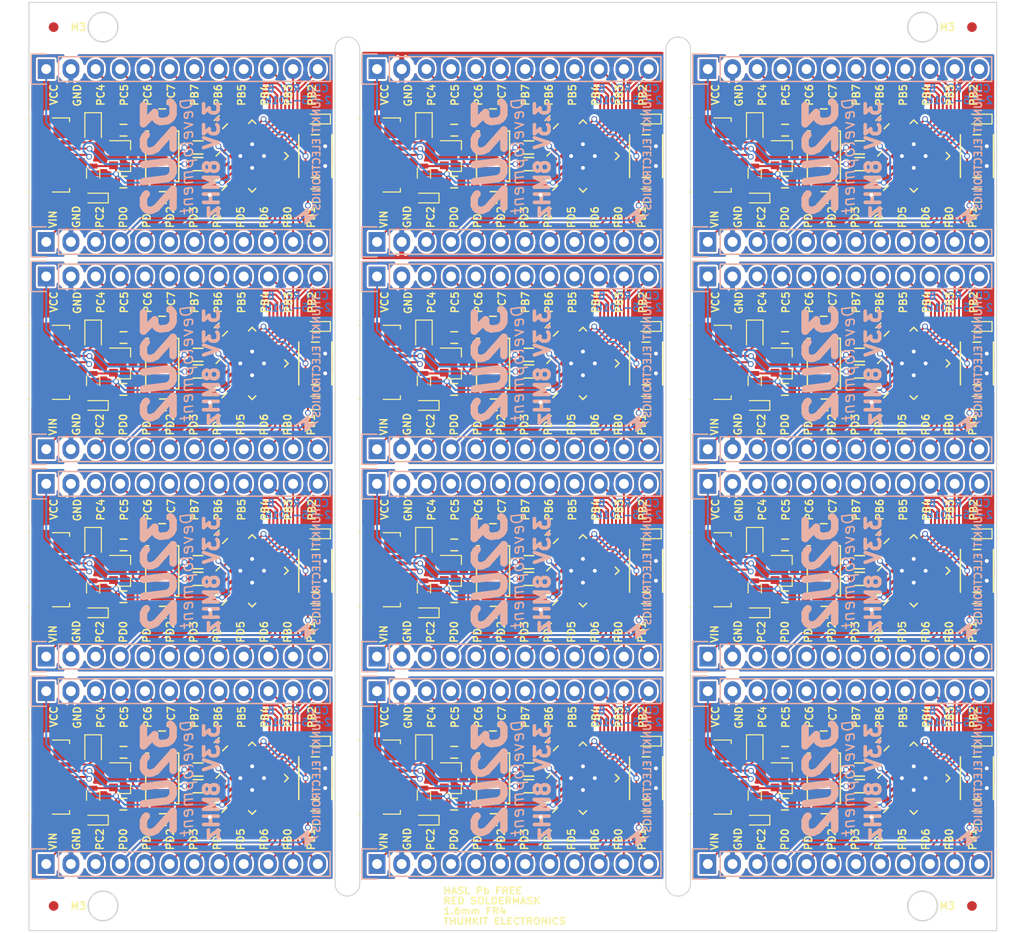
<source format=kicad_pcb>
(kicad_pcb (version 4) (host pcbnew 4.0.5+dfsg1-4)
  (title_block (title "ATMEGA32U2 DEVELOPMENT") (date 2018-09-02) (rev B) (company "THUNKIT ELECTRONICS"))
  (layers (0 F.Cu signal) (31 B.Cu signal) (34 B.Paste user) (35 F.Paste user) (36 B.SilkS user) (37 F.SilkS user) (38 B.Mask user) (39 F.Mask user) (44 Edge.Cuts user))
  (net 0 "")
  (net 1 "Net-(C1-Pad1)")
  (net 2 GND)
  (net 3 "Net-(C2-Pad1)")
  (net 4 "Net-(C3-Pad2)")
  (net 5 VCC)
  (net 6 +5V)
  (net 7 "Net-(P1-Pad2)")
  (net 8 "Net-(P1-Pad3)")
  (net 9 PB3)
  (net 10 PB1)
  (net 11 PB2)
  (net 12 PC2)
  (net 13 PD0)
  (net 14 PD1)
  (net 15 PD2)
  (net 16 PD3)
  (net 17 PD4)
  (net 18 PD5)
  (net 19 PD6)
  (net 20 PB0)
  (net 21 PC4)
  (net 22 PC5)
  (net 23 PC6)
  (net 24 PC7)
  (net 25 PB7)
  (net 26 PB6)
  (net 27 PB5)
  (net 28 PB4)
  (net 29 "Net-(R1-Pad1)")
  (net 30 "Net-(R2-Pad1)")
  (net 31 "Net-(D1-Pad2)")
  (net 32 "Net-(D2-Pad2)")
  (net 33 "Net-(D3-Pad2)")
  (net 34 "Net-(SW1-Pad2)")
  (module MOD:Thunkit_Fiducial (layer F.Cu) (at 115.316 144.907 180)
    (fp_text reference REF** hide)
    (fp_text value TF hide)
    (fp_text user M3 (at 5.08 2.54 180) (layer F.SilkS) (effects (font (size 0.75 0.75))))
    (fp_circle (center 2.54 2.54) (end 4.064 2.54) (layer Edge.Cuts) (width 0.15))
    (pad ~ smd circle (at 7.62 2.54 180) (size 1 1) (layers F.Cu F.Mask) (clearance 0.77))
  )
  (module MOD:Thunkit_Fiducial (layer F.Cu) (at 194.564 139.827)
    (fp_text reference REF** hide)
    (fp_text value TF hide)
    (fp_text user M3 (at 5.08 2.54) (layer F.SilkS) (effects (font (size 0.75 0.75))))
    (fp_circle (center 2.54 2.54) (end 4.064 2.54) (layer Edge.Cuts) (width 0.15))
    (pad ~ smd circle (at 7.62 2.54) (size 1 1) (layers F.Cu F.Mask) (clearance 0.77))
  )
  (module MOD:Thunkit_Fiducial (layer F.Cu) (at 194.564 49.403)
    (fp_text reference REF** hide)
    (fp_text value TF hide)
    (fp_text user M3 (at 5.08 2.54) (layer F.SilkS) (effects (font (size 0.75 0.75))))
    (fp_circle (center 2.54 2.54) (end 4.064 2.54) (layer Edge.Cuts) (width 0.15))
    (pad ~ smd circle (at 7.62 2.54) (size 1 1) (layers F.Cu F.Mask) (clearance 0.77))
  )
  (module Pin_Headers:Pin_Header_Straight_1x12 (layer B.Cu) (at 175.006 138.049 270)
    (fp_text reference P4 hide)
    (fp_text value "HEADER LEFT")
    (pad 1 thru_hole rect (at 0 0 270) (size 2.032 1.7272) (drill 1.016) (layers *.Cu *.Mask) (net 6 +5V))
    (pad 2 thru_hole oval (at 0 -2.54 270) (size 2.032 1.7272) (drill 1.016) (layers *.Cu *.Mask) (net 2 GND))
    (pad 3 thru_hole oval (at 0 -5.08 270) (size 2.032 1.7272) (drill 1.016) (layers *.Cu *.Mask) (net 12 PC2))
    (pad 4 thru_hole oval (at 0 -7.62 270) (size 2.032 1.7272) (drill 1.016) (layers *.Cu *.Mask) (net 13 PD0))
    (pad 5 thru_hole oval (at 0 -10.16 270) (size 2.032 1.7272) (drill 1.016) (layers *.Cu *.Mask) (net 14 PD1))
    (pad 6 thru_hole oval (at 0 -12.7 270) (size 2.032 1.7272) (drill 1.016) (layers *.Cu *.Mask) (net 15 PD2))
    (pad 7 thru_hole oval (at 0 -15.24 270) (size 2.032 1.7272) (drill 1.016) (layers *.Cu *.Mask) (net 16 PD3))
    (pad 8 thru_hole oval (at 0 -17.78 270) (size 2.032 1.7272) (drill 1.016) (layers *.Cu *.Mask) (net 17 PD4))
    (pad 9 thru_hole oval (at 0 -20.32 270) (size 2.032 1.7272) (drill 1.016) (layers *.Cu *.Mask) (net 18 PD5))
    (pad 10 thru_hole oval (at 0 -22.86 270) (size 2.032 1.7272) (drill 1.016) (layers *.Cu *.Mask) (net 19 PD6))
    (pad 11 thru_hole oval (at 0 -25.4 270) (size 2.032 1.7272) (drill 1.016) (layers *.Cu *.Mask) (net 20 PB0))
    (pad 12 thru_hole oval (at 0 -27.94 270) (size 2.032 1.7272) (drill 1.016) (layers *.Cu *.Mask) (net 10 PB1))
  )
  (module Pin_Headers:Pin_Header_Straight_1x12 (layer B.Cu) (at 175.006 98.933 270)
    (fp_text reference P3 hide)
    (fp_text value "HEADER RIGHT")
    (pad 1 thru_hole rect (at 0 0 270) (size 2.032 1.7272) (drill 1.016) (layers *.Cu *.Mask) (net 5 VCC))
    (pad 2 thru_hole oval (at 0 -2.54 270) (size 2.032 1.7272) (drill 1.016) (layers *.Cu *.Mask) (net 2 GND))
    (pad 3 thru_hole oval (at 0 -5.08 270) (size 2.032 1.7272) (drill 1.016) (layers *.Cu *.Mask) (net 21 PC4))
    (pad 4 thru_hole oval (at 0 -7.62 270) (size 2.032 1.7272) (drill 1.016) (layers *.Cu *.Mask) (net 22 PC5))
    (pad 5 thru_hole oval (at 0 -10.16 270) (size 2.032 1.7272) (drill 1.016) (layers *.Cu *.Mask) (net 23 PC6))
    (pad 6 thru_hole oval (at 0 -12.7 270) (size 2.032 1.7272) (drill 1.016) (layers *.Cu *.Mask) (net 24 PC7))
    (pad 7 thru_hole oval (at 0 -15.24 270) (size 2.032 1.7272) (drill 1.016) (layers *.Cu *.Mask) (net 25 PB7))
    (pad 8 thru_hole oval (at 0 -17.78 270) (size 2.032 1.7272) (drill 1.016) (layers *.Cu *.Mask) (net 26 PB6))
    (pad 9 thru_hole oval (at 0 -20.32 270) (size 2.032 1.7272) (drill 1.016) (layers *.Cu *.Mask) (net 27 PB5))
    (pad 10 thru_hole oval (at 0 -22.86 270) (size 2.032 1.7272) (drill 1.016) (layers *.Cu *.Mask) (net 28 PB4))
    (pad 11 thru_hole oval (at 0 -25.4 270) (size 2.032 1.7272) (drill 1.016) (layers *.Cu *.Mask) (net 9 PB3))
    (pad 12 thru_hole oval (at 0 -27.94 270) (size 2.032 1.7272) (drill 1.016) (layers *.Cu *.Mask) (net 11 PB2))
  )
  (module MOD:lightning (layer B.Cu) (at 201.676 114.1095 270)
    (fp_text reference G*** hide)
    (fp_text value LOGO hide)
  )
  (module Pin_Headers:Pin_Header_Straight_1x12 (layer B.Cu) (at 175.006 120.269 270)
    (fp_text reference P3 hide)
    (fp_text value "HEADER RIGHT")
    (pad 1 thru_hole rect (at 0 0 270) (size 2.032 1.7272) (drill 1.016) (layers *.Cu *.Mask) (net 5 VCC))
    (pad 2 thru_hole oval (at 0 -2.54 270) (size 2.032 1.7272) (drill 1.016) (layers *.Cu *.Mask) (net 2 GND))
    (pad 3 thru_hole oval (at 0 -5.08 270) (size 2.032 1.7272) (drill 1.016) (layers *.Cu *.Mask) (net 21 PC4))
    (pad 4 thru_hole oval (at 0 -7.62 270) (size 2.032 1.7272) (drill 1.016) (layers *.Cu *.Mask) (net 22 PC5))
    (pad 5 thru_hole oval (at 0 -10.16 270) (size 2.032 1.7272) (drill 1.016) (layers *.Cu *.Mask) (net 23 PC6))
    (pad 6 thru_hole oval (at 0 -12.7 270) (size 2.032 1.7272) (drill 1.016) (layers *.Cu *.Mask) (net 24 PC7))
    (pad 7 thru_hole oval (at 0 -15.24 270) (size 2.032 1.7272) (drill 1.016) (layers *.Cu *.Mask) (net 25 PB7))
    (pad 8 thru_hole oval (at 0 -17.78 270) (size 2.032 1.7272) (drill 1.016) (layers *.Cu *.Mask) (net 26 PB6))
    (pad 9 thru_hole oval (at 0 -20.32 270) (size 2.032 1.7272) (drill 1.016) (layers *.Cu *.Mask) (net 27 PB5))
    (pad 10 thru_hole oval (at 0 -22.86 270) (size 2.032 1.7272) (drill 1.016) (layers *.Cu *.Mask) (net 28 PB4))
    (pad 11 thru_hole oval (at 0 -25.4 270) (size 2.032 1.7272) (drill 1.016) (layers *.Cu *.Mask) (net 9 PB3))
    (pad 12 thru_hole oval (at 0 -27.94 270) (size 2.032 1.7272) (drill 1.016) (layers *.Cu *.Mask) (net 11 PB2))
  )
  (module Pin_Headers:Pin_Header_Straight_1x12 (layer B.Cu) (at 175.006 116.713 270)
    (fp_text reference P4 hide)
    (fp_text value "HEADER LEFT")
    (pad 1 thru_hole rect (at 0 0 270) (size 2.032 1.7272) (drill 1.016) (layers *.Cu *.Mask) (net 6 +5V))
    (pad 2 thru_hole oval (at 0 -2.54 270) (size 2.032 1.7272) (drill 1.016) (layers *.Cu *.Mask) (net 2 GND))
    (pad 3 thru_hole oval (at 0 -5.08 270) (size 2.032 1.7272) (drill 1.016) (layers *.Cu *.Mask) (net 12 PC2))
    (pad 4 thru_hole oval (at 0 -7.62 270) (size 2.032 1.7272) (drill 1.016) (layers *.Cu *.Mask) (net 13 PD0))
    (pad 5 thru_hole oval (at 0 -10.16 270) (size 2.032 1.7272) (drill 1.016) (layers *.Cu *.Mask) (net 14 PD1))
    (pad 6 thru_hole oval (at 0 -12.7 270) (size 2.032 1.7272) (drill 1.016) (layers *.Cu *.Mask) (net 15 PD2))
    (pad 7 thru_hole oval (at 0 -15.24 270) (size 2.032 1.7272) (drill 1.016) (layers *.Cu *.Mask) (net 16 PD3))
    (pad 8 thru_hole oval (at 0 -17.78 270) (size 2.032 1.7272) (drill 1.016) (layers *.Cu *.Mask) (net 17 PD4))
    (pad 9 thru_hole oval (at 0 -20.32 270) (size 2.032 1.7272) (drill 1.016) (layers *.Cu *.Mask) (net 18 PD5))
    (pad 10 thru_hole oval (at 0 -22.86 270) (size 2.032 1.7272) (drill 1.016) (layers *.Cu *.Mask) (net 19 PD6))
    (pad 11 thru_hole oval (at 0 -25.4 270) (size 2.032 1.7272) (drill 1.016) (layers *.Cu *.Mask) (net 20 PB0))
    (pad 12 thru_hole oval (at 0 -27.94 270) (size 2.032 1.7272) (drill 1.016) (layers *.Cu *.Mask) (net 10 PB1))
  )
  (module Pin_Headers:Pin_Header_Straight_1x12 (layer B.Cu) (at 175.006 95.377 270)
    (fp_text reference P4 hide)
    (fp_text value "HEADER LEFT")
    (pad 1 thru_hole rect (at 0 0 270) (size 2.032 1.7272) (drill 1.016) (layers *.Cu *.Mask) (net 6 +5V))
    (pad 2 thru_hole oval (at 0 -2.54 270) (size 2.032 1.7272) (drill 1.016) (layers *.Cu *.Mask) (net 2 GND))
    (pad 3 thru_hole oval (at 0 -5.08 270) (size 2.032 1.7272) (drill 1.016) (layers *.Cu *.Mask) (net 12 PC2))
    (pad 4 thru_hole oval (at 0 -7.62 270) (size 2.032 1.7272) (drill 1.016) (layers *.Cu *.Mask) (net 13 PD0))
    (pad 5 thru_hole oval (at 0 -10.16 270) (size 2.032 1.7272) (drill 1.016) (layers *.Cu *.Mask) (net 14 PD1))
    (pad 6 thru_hole oval (at 0 -12.7 270) (size 2.032 1.7272) (drill 1.016) (layers *.Cu *.Mask) (net 15 PD2))
    (pad 7 thru_hole oval (at 0 -15.24 270) (size 2.032 1.7272) (drill 1.016) (layers *.Cu *.Mask) (net 16 PD3))
    (pad 8 thru_hole oval (at 0 -17.78 270) (size 2.032 1.7272) (drill 1.016) (layers *.Cu *.Mask) (net 17 PD4))
    (pad 9 thru_hole oval (at 0 -20.32 270) (size 2.032 1.7272) (drill 1.016) (layers *.Cu *.Mask) (net 18 PD5))
    (pad 10 thru_hole oval (at 0 -22.86 270) (size 2.032 1.7272) (drill 1.016) (layers *.Cu *.Mask) (net 19 PD6))
    (pad 11 thru_hole oval (at 0 -25.4 270) (size 2.032 1.7272) (drill 1.016) (layers *.Cu *.Mask) (net 20 PB0))
    (pad 12 thru_hole oval (at 0 -27.94 270) (size 2.032 1.7272) (drill 1.016) (layers *.Cu *.Mask) (net 10 PB1))
  )
  (module MOD:lightning (layer B.Cu) (at 201.676 135.4455 270)
    (fp_text reference G*** hide)
    (fp_text value LOGO hide)
  )
  (module MOD:lightning (layer B.Cu) (at 201.676 71.4375 270)
    (fp_text reference G*** hide)
    (fp_text value LOGO hide)
  )
  (module Pin_Headers:Pin_Header_Straight_1x12 (layer B.Cu) (at 175.006 77.597 270)
    (fp_text reference P3 hide)
    (fp_text value "HEADER RIGHT")
    (pad 1 thru_hole rect (at 0 0 270) (size 2.032 1.7272) (drill 1.016) (layers *.Cu *.Mask) (net 5 VCC))
    (pad 2 thru_hole oval (at 0 -2.54 270) (size 2.032 1.7272) (drill 1.016) (layers *.Cu *.Mask) (net 2 GND))
    (pad 3 thru_hole oval (at 0 -5.08 270) (size 2.032 1.7272) (drill 1.016) (layers *.Cu *.Mask) (net 21 PC4))
    (pad 4 thru_hole oval (at 0 -7.62 270) (size 2.032 1.7272) (drill 1.016) (layers *.Cu *.Mask) (net 22 PC5))
    (pad 5 thru_hole oval (at 0 -10.16 270) (size 2.032 1.7272) (drill 1.016) (layers *.Cu *.Mask) (net 23 PC6))
    (pad 6 thru_hole oval (at 0 -12.7 270) (size 2.032 1.7272) (drill 1.016) (layers *.Cu *.Mask) (net 24 PC7))
    (pad 7 thru_hole oval (at 0 -15.24 270) (size 2.032 1.7272) (drill 1.016) (layers *.Cu *.Mask) (net 25 PB7))
    (pad 8 thru_hole oval (at 0 -17.78 270) (size 2.032 1.7272) (drill 1.016) (layers *.Cu *.Mask) (net 26 PB6))
    (pad 9 thru_hole oval (at 0 -20.32 270) (size 2.032 1.7272) (drill 1.016) (layers *.Cu *.Mask) (net 27 PB5))
    (pad 10 thru_hole oval (at 0 -22.86 270) (size 2.032 1.7272) (drill 1.016) (layers *.Cu *.Mask) (net 28 PB4))
    (pad 11 thru_hole oval (at 0 -25.4 270) (size 2.032 1.7272) (drill 1.016) (layers *.Cu *.Mask) (net 9 PB3))
    (pad 12 thru_hole oval (at 0 -27.94 270) (size 2.032 1.7272) (drill 1.016) (layers *.Cu *.Mask) (net 11 PB2))
  )
  (module MOD:lightning (layer B.Cu) (at 201.676 92.7735 270)
    (fp_text reference G*** hide)
    (fp_text value LOGO hide)
  )
  (module Pin_Headers:Pin_Header_Straight_1x12 (layer B.Cu) (at 175.006 74.041 270)
    (fp_text reference P4 hide)
    (fp_text value "HEADER LEFT")
    (pad 1 thru_hole rect (at 0 0 270) (size 2.032 1.7272) (drill 1.016) (layers *.Cu *.Mask) (net 6 +5V))
    (pad 2 thru_hole oval (at 0 -2.54 270) (size 2.032 1.7272) (drill 1.016) (layers *.Cu *.Mask) (net 2 GND))
    (pad 3 thru_hole oval (at 0 -5.08 270) (size 2.032 1.7272) (drill 1.016) (layers *.Cu *.Mask) (net 12 PC2))
    (pad 4 thru_hole oval (at 0 -7.62 270) (size 2.032 1.7272) (drill 1.016) (layers *.Cu *.Mask) (net 13 PD0))
    (pad 5 thru_hole oval (at 0 -10.16 270) (size 2.032 1.7272) (drill 1.016) (layers *.Cu *.Mask) (net 14 PD1))
    (pad 6 thru_hole oval (at 0 -12.7 270) (size 2.032 1.7272) (drill 1.016) (layers *.Cu *.Mask) (net 15 PD2))
    (pad 7 thru_hole oval (at 0 -15.24 270) (size 2.032 1.7272) (drill 1.016) (layers *.Cu *.Mask) (net 16 PD3))
    (pad 8 thru_hole oval (at 0 -17.78 270) (size 2.032 1.7272) (drill 1.016) (layers *.Cu *.Mask) (net 17 PD4))
    (pad 9 thru_hole oval (at 0 -20.32 270) (size 2.032 1.7272) (drill 1.016) (layers *.Cu *.Mask) (net 18 PD5))
    (pad 10 thru_hole oval (at 0 -22.86 270) (size 2.032 1.7272) (drill 1.016) (layers *.Cu *.Mask) (net 19 PD6))
    (pad 11 thru_hole oval (at 0 -25.4 270) (size 2.032 1.7272) (drill 1.016) (layers *.Cu *.Mask) (net 20 PB0))
    (pad 12 thru_hole oval (at 0 -27.94 270) (size 2.032 1.7272) (drill 1.016) (layers *.Cu *.Mask) (net 10 PB1))
  )
  (module Pin_Headers:Pin_Header_Straight_1x12 (layer B.Cu) (at 175.006 56.261 270)
    (fp_text reference P3 hide)
    (fp_text value "HEADER RIGHT")
    (pad 1 thru_hole rect (at 0 0 270) (size 2.032 1.7272) (drill 1.016) (layers *.Cu *.Mask) (net 5 VCC))
    (pad 2 thru_hole oval (at 0 -2.54 270) (size 2.032 1.7272) (drill 1.016) (layers *.Cu *.Mask) (net 2 GND))
    (pad 3 thru_hole oval (at 0 -5.08 270) (size 2.032 1.7272) (drill 1.016) (layers *.Cu *.Mask) (net 21 PC4))
    (pad 4 thru_hole oval (at 0 -7.62 270) (size 2.032 1.7272) (drill 1.016) (layers *.Cu *.Mask) (net 22 PC5))
    (pad 5 thru_hole oval (at 0 -10.16 270) (size 2.032 1.7272) (drill 1.016) (layers *.Cu *.Mask) (net 23 PC6))
    (pad 6 thru_hole oval (at 0 -12.7 270) (size 2.032 1.7272) (drill 1.016) (layers *.Cu *.Mask) (net 24 PC7))
    (pad 7 thru_hole oval (at 0 -15.24 270) (size 2.032 1.7272) (drill 1.016) (layers *.Cu *.Mask) (net 25 PB7))
    (pad 8 thru_hole oval (at 0 -17.78 270) (size 2.032 1.7272) (drill 1.016) (layers *.Cu *.Mask) (net 26 PB6))
    (pad 9 thru_hole oval (at 0 -20.32 270) (size 2.032 1.7272) (drill 1.016) (layers *.Cu *.Mask) (net 27 PB5))
    (pad 10 thru_hole oval (at 0 -22.86 270) (size 2.032 1.7272) (drill 1.016) (layers *.Cu *.Mask) (net 28 PB4))
    (pad 11 thru_hole oval (at 0 -25.4 270) (size 2.032 1.7272) (drill 1.016) (layers *.Cu *.Mask) (net 9 PB3))
    (pad 12 thru_hole oval (at 0 -27.94 270) (size 2.032 1.7272) (drill 1.016) (layers *.Cu *.Mask) (net 11 PB2))
  )
  (module "MOD:PTS810 SJK 250 SMTR LFS" (layer F.Cu) (at 202.692 65.2145 270)
    (fp_text reference SW1 hide)
    (fp_text value Push_SW)
    (pad 1 smd rect (at -2 -1 270) (size 1.05 0.65) (layers F.Cu F.Paste F.Mask) (net 2 GND))
    (pad 1 smd rect (at 2 -1 270) (size 1.05 0.65) (layers F.Cu F.Paste F.Mask) (net 2 GND))
    (pad 2 smd rect (at -2 1 270) (size 1.05 0.65) (layers F.Cu F.Paste F.Mask) (net 34 "Net-(SW1-Pad2)"))
    (pad 2 smd rect (at 2 1 270) (size 1.05 0.65) (layers F.Cu F.Paste F.Mask) (net 34 "Net-(SW1-Pad2)"))
  )
  (module LEDs:LED_0603 (layer F.Cu) (at 202.946 61.4045 180)
    (fp_text reference D2 hide)
    (fp_text value RED)
    (pad 2 smd rect (at 0.8 0) (size 0.8 0.8) (layers F.Cu F.Paste F.Mask) (net 32 "Net-(D2-Pad2)"))
    (pad 1 smd rect (at -0.8 0) (size 0.8 0.8) (layers F.Cu F.Paste F.Mask) (net 2 GND))
  )
  (module Resistors_SMD:R_0603 (layer F.Cu) (at 202.704 69.2785)
    (fp_text reference R3 hide)
    (fp_text value 470)
    (pad 1 smd rect (at -0.75 0) (size 0.5 0.9) (layers F.Cu F.Paste F.Mask) (net 13 PD0))
    (pad 2 smd rect (at 0.75 0) (size 0.5 0.9) (layers F.Cu F.Paste F.Mask) (net 32 "Net-(D2-Pad2)"))
  )
  (module Capacitors_SMD:C_0603 (layer F.Cu) (at 192.9765 61.722 45)
    (fp_text reference C3 hide)
    (fp_text value C)
    (pad 1 smd rect (at -0.75 0 45) (size 0.8 0.75) (layers F.Cu F.Paste F.Mask) (net 2 GND))
    (pad 2 smd rect (at 0.75 0 45) (size 0.8 0.75) (layers F.Cu F.Paste F.Mask) (net 4 "Net-(C3-Pad2)"))
  )
  (module Housings_DFN_QFN:QFN-32-1EP_5x5mm_Pitch0.5mm (layer F.Cu) (at 196.19332 65.208733 45)
    (fp_text reference U1 hide)
    (fp_text value ATMEGA32U2)
    (pad 1 smd rect (at -2.4 -1.75 45) (size 0.7 0.25) (layers F.Cu F.Paste F.Mask) (net 1 "Net-(C1-Pad1)"))
    (pad 2 smd rect (at -2.4 -1.25 45) (size 0.7 0.25) (layers F.Cu F.Paste F.Mask) (net 3 "Net-(C2-Pad1)"))
    (pad 3 smd rect (at -2.4 -0.75 45) (size 0.7 0.25) (layers F.Cu F.Paste F.Mask) (net 2 GND))
    (pad 4 smd rect (at -2.4 -0.25 45) (size 0.7 0.25) (layers F.Cu F.Paste F.Mask) (net 5 VCC))
    (pad 5 smd rect (at -2.4 0.25 45) (size 0.7 0.25) (layers F.Cu F.Paste F.Mask) (net 12 PC2))
    (pad 6 smd rect (at -2.4 0.75 45) (size 0.7 0.25) (layers F.Cu F.Paste F.Mask) (net 13 PD0))
    (pad 7 smd rect (at -2.4 1.25 45) (size 0.7 0.25) (layers F.Cu F.Paste F.Mask) (net 14 PD1))
    (pad 8 smd rect (at -2.4 1.75 45) (size 0.7 0.25) (layers F.Cu F.Paste F.Mask) (net 15 PD2))
    (pad 9 smd rect (at -1.75 2.4 135) (size 0.7 0.25) (layers F.Cu F.Paste F.Mask) (net 16 PD3))
    (pad 10 smd rect (at -1.25 2.4 135) (size 0.7 0.25) (layers F.Cu F.Paste F.Mask) (net 17 PD4))
    (pad 11 smd rect (at -0.75 2.4 135) (size 0.7 0.25) (layers F.Cu F.Paste F.Mask) (net 18 PD5))
    (pad 12 smd rect (at -0.25 2.4 135) (size 0.7 0.25) (layers F.Cu F.Paste F.Mask) (net 19 PD6))
    (pad 13 smd rect (at 0.25 2.4 135) (size 0.7 0.25) (layers F.Cu F.Paste F.Mask) (net 2 GND))
    (pad 14 smd rect (at 0.75 2.4 135) (size 0.7 0.25) (layers F.Cu F.Paste F.Mask) (net 20 PB0))
    (pad 15 smd rect (at 1.25 2.4 135) (size 0.7 0.25) (layers F.Cu F.Paste F.Mask) (net 10 PB1))
    (pad 16 smd rect (at 1.75 2.4 135) (size 0.7 0.25) (layers F.Cu F.Paste F.Mask) (net 11 PB2))
    (pad 17 smd rect (at 2.4 1.75 45) (size 0.7 0.25) (layers F.Cu F.Paste F.Mask) (net 9 PB3))
    (pad 18 smd rect (at 2.4 1.25 45) (size 0.7 0.25) (layers F.Cu F.Paste F.Mask) (net 28 PB4))
    (pad 19 smd rect (at 2.4 0.75 45) (size 0.7 0.25) (layers F.Cu F.Paste F.Mask) (net 27 PB5))
    (pad 20 smd rect (at 2.4 0.25 45) (size 0.7 0.25) (layers F.Cu F.Paste F.Mask) (net 26 PB6))
    (pad 21 smd rect (at 2.4 -0.25 45) (size 0.7 0.25) (layers F.Cu F.Paste F.Mask) (net 25 PB7))
    (pad 22 smd rect (at 2.4 -0.75 45) (size 0.7 0.25) (layers F.Cu F.Paste F.Mask) (net 24 PC7))
    (pad 23 smd rect (at 2.4 -1.25 45) (size 0.7 0.25) (layers F.Cu F.Paste F.Mask) (net 23 PC6))
    (pad 24 smd rect (at 2.4 -1.75 45) (size 0.7 0.25) (layers F.Cu F.Paste F.Mask) (net 34 "Net-(SW1-Pad2)"))
    (pad 25 smd rect (at 1.75 -2.4 135) (size 0.7 0.25) (layers F.Cu F.Paste F.Mask) (net 22 PC5))
    (pad 26 smd rect (at 1.25 -2.4 135) (size 0.7 0.25) (layers F.Cu F.Paste F.Mask) (net 21 PC4))
    (pad 27 smd rect (at 0.75 -2.4 135) (size 0.7 0.25) (layers F.Cu F.Paste F.Mask) (net 4 "Net-(C3-Pad2)"))
    (pad 28 smd rect (at 0.25 -2.4 135) (size 0.7 0.25) (layers F.Cu F.Paste F.Mask) (net 2 GND))
    (pad 29 smd rect (at -0.25 -2.4 135) (size 0.7 0.25) (layers F.Cu F.Paste F.Mask) (net 29 "Net-(R1-Pad1)"))
    (pad 30 smd rect (at -0.75 -2.4 135) (size 0.7 0.25) (layers F.Cu F.Paste F.Mask) (net 30 "Net-(R2-Pad1)"))
    (pad 31 smd rect (at -1.25 -2.4 135) (size 0.7 0.25) (layers F.Cu F.Paste F.Mask) (net 5 VCC))
    (pad 32 smd rect (at -1.75 -2.4 135) (size 0.7 0.25) (layers F.Cu F.Paste F.Mask) (net 5 VCC))
    (pad 3 smd rect (at 0.8625 0.8625 45) (size 1.725 1.725) (layers F.Cu F.Paste F.Mask) (net 2 GND))
    (pad 3 smd rect (at 0.8625 -0.8625 45) (size 1.725 1.725) (layers F.Cu F.Paste F.Mask) (net 2 GND))
    (pad 3 smd rect (at -0.8625 0.8625 45) (size 1.725 1.725) (layers F.Cu F.Paste F.Mask) (net 2 GND))
    (pad 3 smd rect (at -0.8625 -0.8625 45) (size 1.725 1.725) (layers F.Cu F.Paste F.Mask) (net 2 GND))
  )
  (module Resistors_SMD:R_0603 (layer F.Cu) (at 190.627 66.04 180)
    (fp_text reference R2 hide)
    (fp_text value 22)
    (pad 1 smd rect (at -0.75 0 180) (size 0.5 0.9) (layers F.Cu F.Paste F.Mask) (net 30 "Net-(R2-Pad1)"))
    (pad 2 smd rect (at 0.75 0 180) (size 0.5 0.9) (layers F.Cu F.Paste F.Mask) (net 7 "Net-(P1-Pad2)"))
  )
  (module Capacitors_SMD:C_0603 (layer F.Cu) (at 192.913 68.072 45)
    (fp_text reference C4 hide)
    (fp_text value 1uF)
    (pad 1 smd rect (at -0.75 0 45) (size 0.8 0.75) (layers F.Cu F.Paste F.Mask) (net 2 GND))
    (pad 2 smd rect (at 0.75 0 45) (size 0.8 0.75) (layers F.Cu F.Paste F.Mask) (net 5 VCC))
  )
  (module Resistors_SMD:R_0603 (layer F.Cu) (at 190.627 64.3255 180)
    (fp_text reference R1 hide)
    (fp_text value 22)
    (pad 1 smd rect (at -0.75 0 180) (size 0.5 0.9) (layers F.Cu F.Paste F.Mask) (net 29 "Net-(R1-Pad1)"))
    (pad 2 smd rect (at 0.75 0 180) (size 0.5 0.9) (layers F.Cu F.Paste F.Mask) (net 8 "Net-(P1-Pad3)"))
  )
  (module Capacitors_SMD:C_0603 (layer F.Cu) (at 187.0075 90.805 180)
    (fp_text reference C2 hide)
    (fp_text value C)
    (pad 1 smd rect (at -0.75 0 180) (size 0.8 0.75) (layers F.Cu F.Paste F.Mask) (net 3 "Net-(C2-Pad1)"))
    (pad 2 smd rect (at 0.75 0 180) (size 0.8 0.75) (layers F.Cu F.Paste F.Mask) (net 2 GND))
  )
  (module Resistors_SMD:R_0603 (layer F.Cu) (at 190.627 87.376 180)
    (fp_text reference R2 hide)
    (fp_text value 22)
    (pad 1 smd rect (at -0.75 0 180) (size 0.5 0.9) (layers F.Cu F.Paste F.Mask) (net 30 "Net-(R2-Pad1)"))
    (pad 2 smd rect (at 0.75 0 180) (size 0.5 0.9) (layers F.Cu F.Paste F.Mask) (net 7 "Net-(P1-Pad2)"))
  )
  (module Capacitors_SMD:C_0603 (layer F.Cu) (at 186.932 82.296 180)
    (fp_text reference C1 hide)
    (fp_text value C)
    (pad 1 smd rect (at -0.75 0 180) (size 0.8 0.75) (layers F.Cu F.Paste F.Mask) (net 1 "Net-(C1-Pad1)"))
    (pad 2 smd rect (at 0.75 0 180) (size 0.8 0.75) (layers F.Cu F.Paste F.Mask) (net 2 GND))
  )
  (module Crystals:ABM3 (layer F.Cu) (at 186.944 86.5685 270)
    (fp_text reference Y1 hide)
    (fp_text value 8MHz)
    (pad 2 smd rect (at 2.05 0 270) (size 1.9 2.4) (layers F.Cu F.Paste F.Mask) (net 3 "Net-(C2-Pad1)"))
    (pad 1 smd rect (at -2.05 0 270) (size 1.9 2.4) (layers F.Cu F.Paste F.Mask) (net 1 "Net-(C1-Pad1)"))
  )
  (module Resistors_SMD:R_0603 (layer F.Cu) (at 190.627 85.6615 180)
    (fp_text reference R1 hide)
    (fp_text value 22)
    (pad 1 smd rect (at -0.75 0 180) (size 0.5 0.9) (layers F.Cu F.Paste F.Mask) (net 29 "Net-(R1-Pad1)"))
    (pad 2 smd rect (at 0.75 0 180) (size 0.5 0.9) (layers F.Cu F.Paste F.Mask) (net 8 "Net-(P1-Pad3)"))
  )
  (module Resistors_SMD:R_0603 (layer F.Cu) (at 202.704 90.6145)
    (fp_text reference R3 hide)
    (fp_text value 470)
    (pad 1 smd rect (at -0.75 0) (size 0.5 0.9) (layers F.Cu F.Paste F.Mask) (net 13 PD0))
    (pad 2 smd rect (at 0.75 0) (size 0.5 0.9) (layers F.Cu F.Paste F.Mask) (net 32 "Net-(D2-Pad2)"))
  )
  (module LEDs:LED_0603 (layer F.Cu) (at 202.946 82.7405 180)
    (fp_text reference D2 hide)
    (fp_text value RED)
    (pad 2 smd rect (at 0.8 0) (size 0.8 0.8) (layers F.Cu F.Paste F.Mask) (net 32 "Net-(D2-Pad2)"))
    (pad 1 smd rect (at -0.8 0) (size 0.8 0.8) (layers F.Cu F.Paste F.Mask) (net 2 GND))
  )
  (module Capacitors_SMD:C_0603 (layer F.Cu) (at 192.9765 83.058 45)
    (fp_text reference C3 hide)
    (fp_text value C)
    (pad 1 smd rect (at -0.75 0 45) (size 0.8 0.75) (layers F.Cu F.Paste F.Mask) (net 2 GND))
    (pad 2 smd rect (at 0.75 0 45) (size 0.8 0.75) (layers F.Cu F.Paste F.Mask) (net 4 "Net-(C3-Pad2)"))
  )
  (module Housings_DFN_QFN:QFN-32-1EP_5x5mm_Pitch0.5mm (layer F.Cu) (at 196.19332 86.544733 45)
    (fp_text reference U1 hide)
    (fp_text value ATMEGA32U2)
    (pad 1 smd rect (at -2.4 -1.75 45) (size 0.7 0.25) (layers F.Cu F.Paste F.Mask) (net 1 "Net-(C1-Pad1)"))
    (pad 2 smd rect (at -2.4 -1.25 45) (size 0.7 0.25) (layers F.Cu F.Paste F.Mask) (net 3 "Net-(C2-Pad1)"))
    (pad 3 smd rect (at -2.4 -0.75 45) (size 0.7 0.25) (layers F.Cu F.Paste F.Mask) (net 2 GND))
    (pad 4 smd rect (at -2.4 -0.25 45) (size 0.7 0.25) (layers F.Cu F.Paste F.Mask) (net 5 VCC))
    (pad 5 smd rect (at -2.4 0.25 45) (size 0.7 0.25) (layers F.Cu F.Paste F.Mask) (net 12 PC2))
    (pad 6 smd rect (at -2.4 0.75 45) (size 0.7 0.25) (layers F.Cu F.Paste F.Mask) (net 13 PD0))
    (pad 7 smd rect (at -2.4 1.25 45) (size 0.7 0.25) (layers F.Cu F.Paste F.Mask) (net 14 PD1))
    (pad 8 smd rect (at -2.4 1.75 45) (size 0.7 0.25) (layers F.Cu F.Paste F.Mask) (net 15 PD2))
    (pad 9 smd rect (at -1.75 2.4 135) (size 0.7 0.25) (layers F.Cu F.Paste F.Mask) (net 16 PD3))
    (pad 10 smd rect (at -1.25 2.4 135) (size 0.7 0.25) (layers F.Cu F.Paste F.Mask) (net 17 PD4))
    (pad 11 smd rect (at -0.75 2.4 135) (size 0.7 0.25) (layers F.Cu F.Paste F.Mask) (net 18 PD5))
    (pad 12 smd rect (at -0.25 2.4 135) (size 0.7 0.25) (layers F.Cu F.Paste F.Mask) (net 19 PD6))
    (pad 13 smd rect (at 0.25 2.4 135) (size 0.7 0.25) (layers F.Cu F.Paste F.Mask) (net 2 GND))
    (pad 14 smd rect (at 0.75 2.4 135) (size 0.7 0.25) (layers F.Cu F.Paste F.Mask) (net 20 PB0))
    (pad 15 smd rect (at 1.25 2.4 135) (size 0.7 0.25) (layers F.Cu F.Paste F.Mask) (net 10 PB1))
    (pad 16 smd rect (at 1.75 2.4 135) (size 0.7 0.25) (layers F.Cu F.Paste F.Mask) (net 11 PB2))
    (pad 17 smd rect (at 2.4 1.75 45) (size 0.7 0.25) (layers F.Cu F.Paste F.Mask) (net 9 PB3))
    (pad 18 smd rect (at 2.4 1.25 45) (size 0.7 0.25) (layers F.Cu F.Paste F.Mask) (net 28 PB4))
    (pad 19 smd rect (at 2.4 0.75 45) (size 0.7 0.25) (layers F.Cu F.Paste F.Mask) (net 27 PB5))
    (pad 20 smd rect (at 2.4 0.25 45) (size 0.7 0.25) (layers F.Cu F.Paste F.Mask) (net 26 PB6))
    (pad 21 smd rect (at 2.4 -0.25 45) (size 0.7 0.25) (layers F.Cu F.Paste F.Mask) (net 25 PB7))
    (pad 22 smd rect (at 2.4 -0.75 45) (size 0.7 0.25) (layers F.Cu F.Paste F.Mask) (net 24 PC7))
    (pad 23 smd rect (at 2.4 -1.25 45) (size 0.7 0.25) (layers F.Cu F.Paste F.Mask) (net 23 PC6))
    (pad 24 smd rect (at 2.4 -1.75 45) (size 0.7 0.25) (layers F.Cu F.Paste F.Mask) (net 34 "Net-(SW1-Pad2)"))
    (pad 25 smd rect (at 1.75 -2.4 135) (size 0.7 0.25) (layers F.Cu F.Paste F.Mask) (net 22 PC5))
    (pad 26 smd rect (at 1.25 -2.4 135) (size 0.7 0.25) (layers F.Cu F.Paste F.Mask) (net 21 PC4))
    (pad 27 smd rect (at 0.75 -2.4 135) (size 0.7 0.25) (layers F.Cu F.Paste F.Mask) (net 4 "Net-(C3-Pad2)"))
    (pad 28 smd rect (at 0.25 -2.4 135) (size 0.7 0.25) (layers F.Cu F.Paste F.Mask) (net 2 GND))
    (pad 29 smd rect (at -0.25 -2.4 135) (size 0.7 0.25) (layers F.Cu F.Paste F.Mask) (net 29 "Net-(R1-Pad1)"))
    (pad 30 smd rect (at -0.75 -2.4 135) (size 0.7 0.25) (layers F.Cu F.Paste F.Mask) (net 30 "Net-(R2-Pad1)"))
    (pad 31 smd rect (at -1.25 -2.4 135) (size 0.7 0.25) (layers F.Cu F.Paste F.Mask) (net 5 VCC))
    (pad 32 smd rect (at -1.75 -2.4 135) (size 0.7 0.25) (layers F.Cu F.Paste F.Mask) (net 5 VCC))
    (pad 3 smd rect (at 0.8625 0.8625 45) (size 1.725 1.725) (layers F.Cu F.Paste F.Mask) (net 2 GND))
    (pad 3 smd rect (at 0.8625 -0.8625 45) (size 1.725 1.725) (layers F.Cu F.Paste F.Mask) (net 2 GND))
    (pad 3 smd rect (at -0.8625 0.8625 45) (size 1.725 1.725) (layers F.Cu F.Paste F.Mask) (net 2 GND))
    (pad 3 smd rect (at -0.8625 -0.8625 45) (size 1.725 1.725) (layers F.Cu F.Paste F.Mask) (net 2 GND))
  )
  (module Capacitors_SMD:C_0603 (layer F.Cu) (at 192.913 89.408 45)
    (fp_text reference C4 hide)
    (fp_text value 1uF)
    (pad 1 smd rect (at -0.75 0 45) (size 0.8 0.75) (layers F.Cu F.Paste F.Mask) (net 2 GND))
    (pad 2 smd rect (at 0.75 0 45) (size 0.8 0.75) (layers F.Cu F.Paste F.Mask) (net 5 VCC))
  )
  (module "MOD:PTS810 SJK 250 SMTR LFS" (layer F.Cu) (at 202.692 86.5505 270)
    (fp_text reference SW1 hide)
    (fp_text value Push_SW)
    (pad 1 smd rect (at -2 -1 270) (size 1.05 0.65) (layers F.Cu F.Paste F.Mask) (net 2 GND))
    (pad 1 smd rect (at 2 -1 270) (size 1.05 0.65) (layers F.Cu F.Paste F.Mask) (net 2 GND))
    (pad 2 smd rect (at -2 1 270) (size 1.05 0.65) (layers F.Cu F.Paste F.Mask) (net 34 "Net-(SW1-Pad2)"))
    (pad 2 smd rect (at 2 1 270) (size 1.05 0.65) (layers F.Cu F.Paste F.Mask) (net 34 "Net-(SW1-Pad2)"))
  )
  (module LEDs:LED_0603 (layer F.Cu) (at 180.086 69.5325 180)
    (fp_text reference D3 hide)
    (fp_text value RED)
    (pad 2 smd rect (at 0.8 0) (size 0.8 0.8) (layers F.Cu F.Paste F.Mask) (net 33 "Net-(D3-Pad2)"))
    (pad 1 smd rect (at -0.8 0) (size 0.8 0.8) (layers F.Cu F.Paste F.Mask) (net 2 GND))
  )
  (module Diodes_SMD:D_SOD-323F (layer F.Cu) (at 179.832 62.250499 270)
    (fp_text reference D1 hide)
    (fp_text value D_Schottky)
    (pad 1 smd rect (at -1.1 0 270) (size 0.5 0.5) (layers F.Cu F.Paste F.Mask) (net 6 +5V))
    (pad 2 smd rect (at 1.1 0 270) (size 0.5 0.5) (layers F.Cu F.Paste F.Mask) (net 31 "Net-(D1-Pad2)"))
  )
  (module Connectors_USB:USB_Micro-B_Molex_47346-0001 (layer F.Cu) (at 174.498 65.0985 270)
    (fp_text reference P1 hide)
    (fp_text value USB_A)
    (pad 1 smd rect (at -1.3 -2.66 270) (size 0.45 1.38) (layers F.Cu F.Paste F.Mask) (net 31 "Net-(D1-Pad2)"))
    (pad 2 smd rect (at -0.65 -2.66 270) (size 0.45 1.38) (layers F.Cu F.Paste F.Mask) (net 7 "Net-(P1-Pad2)"))
    (pad 3 smd rect (at 0 -2.66 270) (size 0.45 1.38) (layers F.Cu F.Paste F.Mask) (net 8 "Net-(P1-Pad3)"))
    (pad 4 smd rect (at 0.65 -2.66 270) (size 0.45 1.38) (layers F.Cu F.Paste F.Mask) (net 2 GND))
    (pad 5 smd rect (at 1.3 -2.66 270) (size 0.45 1.38) (layers F.Cu F.Paste F.Mask) (net 2 GND))
    (pad 5 smd rect (at -2.4625 -2.3 270) (size 1.475 2.1) (layers F.Cu F.Paste F.Mask) (net 2 GND))
    (pad 5 smd rect (at 2.4625 -2.3 270) (size 1.475 2.1) (layers F.Cu F.Paste F.Mask) (net 2 GND))
    (pad 5 smd rect (at -2.91 0 270) (size 2.375 1.9) (layers F.Cu F.Paste F.Mask) (net 2 GND))
    (pad 5 smd rect (at 2.91 0 270) (size 2.375 1.9) (layers F.Cu F.Paste F.Mask) (net 2 GND))
    (pad 5 smd rect (at -0.84 0 270) (size 1.175 1.9) (layers F.Cu F.Paste F.Mask) (net 2 GND))
    (pad 5 smd rect (at 0.84 0 270) (size 1.175 1.9) (layers F.Cu F.Paste F.Mask) (net 2 GND))
  )
  (module Capacitors_SMD:C_0603 (layer F.Cu) (at 182.9555 62.5475 180)
    (fp_text reference C5 hide)
    (fp_text value 1uF)
    (pad 1 smd rect (at -0.75 0 180) (size 0.8 0.75) (layers F.Cu F.Paste F.Mask) (net 6 +5V))
    (pad 2 smd rect (at 0.75 0 180) (size 0.8 0.75) (layers F.Cu F.Paste F.Mask) (net 2 GND))
  )
  (module Connectors_USB:USB_Micro-B_Molex_47346-0001 (layer F.Cu) (at 174.498 86.4345 270)
    (fp_text reference P1 hide)
    (fp_text value USB_A)
    (pad 1 smd rect (at -1.3 -2.66 270) (size 0.45 1.38) (layers F.Cu F.Paste F.Mask) (net 31 "Net-(D1-Pad2)"))
    (pad 2 smd rect (at -0.65 -2.66 270) (size 0.45 1.38) (layers F.Cu F.Paste F.Mask) (net 7 "Net-(P1-Pad2)"))
    (pad 3 smd rect (at 0 -2.66 270) (size 0.45 1.38) (layers F.Cu F.Paste F.Mask) (net 8 "Net-(P1-Pad3)"))
    (pad 4 smd rect (at 0.65 -2.66 270) (size 0.45 1.38) (layers F.Cu F.Paste F.Mask) (net 2 GND))
    (pad 5 smd rect (at 1.3 -2.66 270) (size 0.45 1.38) (layers F.Cu F.Paste F.Mask) (net 2 GND))
    (pad 5 smd rect (at -2.4625 -2.3 270) (size 1.475 2.1) (layers F.Cu F.Paste F.Mask) (net 2 GND))
    (pad 5 smd rect (at 2.4625 -2.3 270) (size 1.475 2.1) (layers F.Cu F.Paste F.Mask) (net 2 GND))
    (pad 5 smd rect (at -2.91 0 270) (size 2.375 1.9) (layers F.Cu F.Paste F.Mask) (net 2 GND))
    (pad 5 smd rect (at 2.91 0 270) (size 2.375 1.9) (layers F.Cu F.Paste F.Mask) (net 2 GND))
    (pad 5 smd rect (at -0.84 0 270) (size 1.175 1.9) (layers F.Cu F.Paste F.Mask) (net 2 GND))
    (pad 5 smd rect (at 0.84 0 270) (size 1.175 1.9) (layers F.Cu F.Paste F.Mask) (net 2 GND))
  )
  (module Capacitors_SMD:C_0603 (layer F.Cu) (at 187.0075 69.469 180)
    (fp_text reference C2 hide)
    (fp_text value C)
    (pad 1 smd rect (at -0.75 0 180) (size 0.8 0.75) (layers F.Cu F.Paste F.Mask) (net 3 "Net-(C2-Pad1)"))
    (pad 2 smd rect (at 0.75 0 180) (size 0.8 0.75) (layers F.Cu F.Paste F.Mask) (net 2 GND))
  )
  (module Capacitors_SMD:C_0603 (layer F.Cu) (at 186.932 60.96 180)
    (fp_text reference C1 hide)
    (fp_text value C)
    (pad 1 smd rect (at -0.75 0 180) (size 0.8 0.75) (layers F.Cu F.Paste F.Mask) (net 1 "Net-(C1-Pad1)"))
    (pad 2 smd rect (at 0.75 0 180) (size 0.8 0.75) (layers F.Cu F.Paste F.Mask) (net 2 GND))
  )
  (module Crystals:ABM3 (layer F.Cu) (at 186.944 65.2325 270)
    (fp_text reference Y1 hide)
    (fp_text value 8MHz)
    (pad 2 smd rect (at 2.05 0 270) (size 1.9 2.4) (layers F.Cu F.Paste F.Mask) (net 3 "Net-(C2-Pad1)"))
    (pad 1 smd rect (at -2.05 0 270) (size 1.9 2.4) (layers F.Cu F.Paste F.Mask) (net 1 "Net-(C1-Pad1)"))
  )
  (module TO_SOT_Packages_SMD:SOT-23 (layer F.Cu) (at 182.9275 65.212)
    (fp_text reference U2 hide)
    (fp_text value AP1117)
    (pad 1 smd rect (at -1 -0.95) (size 0.9 0.8) (layers F.Cu F.Paste F.Mask) (net 2 GND))
    (pad 2 smd rect (at -1 0.95) (size 0.9 0.8) (layers F.Cu F.Paste F.Mask) (net 5 VCC))
    (pad 3 smd rect (at 1 0) (size 0.9 0.8) (layers F.Cu F.Paste F.Mask) (net 6 +5V))
  )
  (module Resistors_SMD:R_0603 (layer F.Cu) (at 179.832 66.9925 90)
    (fp_text reference R4 hide)
    (fp_text value R)
    (pad 1 smd rect (at -0.75 0 90) (size 0.5 0.9) (layers F.Cu F.Paste F.Mask) (net 33 "Net-(D3-Pad2)"))
    (pad 2 smd rect (at 0.75 0 90) (size 0.5 0.9) (layers F.Cu F.Paste F.Mask) (net 5 VCC))
  )
  (module Capacitors_SMD:C_0603 (layer F.Cu) (at 182.9435 67.8815)
    (fp_text reference C6 hide)
    (fp_text value 1uF)
    (pad 1 smd rect (at -0.75 0) (size 0.8 0.75) (layers F.Cu F.Paste F.Mask) (net 5 VCC))
    (pad 2 smd rect (at 0.75 0) (size 0.8 0.75) (layers F.Cu F.Paste F.Mask) (net 2 GND))
  )
  (module Diodes_SMD:D_SOD-323F (layer F.Cu) (at 179.832 83.586499 270)
    (fp_text reference D1 hide)
    (fp_text value D_Schottky)
    (pad 1 smd rect (at -1.1 0 270) (size 0.5 0.5) (layers F.Cu F.Paste F.Mask) (net 6 +5V))
    (pad 2 smd rect (at 1.1 0 270) (size 0.5 0.5) (layers F.Cu F.Paste F.Mask) (net 31 "Net-(D1-Pad2)"))
  )
  (module Resistors_SMD:R_0603 (layer F.Cu) (at 179.832 88.3285 90)
    (fp_text reference R4 hide)
    (fp_text value R)
    (pad 1 smd rect (at -0.75 0 90) (size 0.5 0.9) (layers F.Cu F.Paste F.Mask) (net 33 "Net-(D3-Pad2)"))
    (pad 2 smd rect (at 0.75 0 90) (size 0.5 0.9) (layers F.Cu F.Paste F.Mask) (net 5 VCC))
  )
  (module Capacitors_SMD:C_0603 (layer F.Cu) (at 182.9555 83.8835 180)
    (fp_text reference C5 hide)
    (fp_text value 1uF)
    (pad 1 smd rect (at -0.75 0 180) (size 0.8 0.75) (layers F.Cu F.Paste F.Mask) (net 6 +5V))
    (pad 2 smd rect (at 0.75 0 180) (size 0.8 0.75) (layers F.Cu F.Paste F.Mask) (net 2 GND))
  )
  (module TO_SOT_Packages_SMD:SOT-23 (layer F.Cu) (at 182.9275 86.548)
    (fp_text reference U2 hide)
    (fp_text value AP1117)
    (pad 1 smd rect (at -1 -0.95) (size 0.9 0.8) (layers F.Cu F.Paste F.Mask) (net 2 GND))
    (pad 2 smd rect (at -1 0.95) (size 0.9 0.8) (layers F.Cu F.Paste F.Mask) (net 5 VCC))
    (pad 3 smd rect (at 1 0) (size 0.9 0.8) (layers F.Cu F.Paste F.Mask) (net 6 +5V))
  )
  (module Capacitors_SMD:C_0603 (layer F.Cu) (at 182.9435 89.2175)
    (fp_text reference C6 hide)
    (fp_text value 1uF)
    (pad 1 smd rect (at -0.75 0) (size 0.8 0.75) (layers F.Cu F.Paste F.Mask) (net 5 VCC))
    (pad 2 smd rect (at 0.75 0) (size 0.8 0.75) (layers F.Cu F.Paste F.Mask) (net 2 GND))
  )
  (module LEDs:LED_0603 (layer F.Cu) (at 180.086 90.8685 180)
    (fp_text reference D3 hide)
    (fp_text value RED)
    (pad 2 smd rect (at 0.8 0) (size 0.8 0.8) (layers F.Cu F.Paste F.Mask) (net 33 "Net-(D3-Pad2)"))
    (pad 1 smd rect (at -0.8 0) (size 0.8 0.8) (layers F.Cu F.Paste F.Mask) (net 2 GND))
  )
  (module Diodes_SMD:D_SOD-323F (layer F.Cu) (at 179.832 126.258499 270)
    (fp_text reference D1 hide)
    (fp_text value D_Schottky)
    (pad 1 smd rect (at -1.1 0 270) (size 0.5 0.5) (layers F.Cu F.Paste F.Mask) (net 6 +5V))
    (pad 2 smd rect (at 1.1 0 270) (size 0.5 0.5) (layers F.Cu F.Paste F.Mask) (net 31 "Net-(D1-Pad2)"))
  )
  (module Resistors_SMD:R_0603 (layer F.Cu) (at 179.832 131.0005 90)
    (fp_text reference R4 hide)
    (fp_text value R)
    (pad 1 smd rect (at -0.75 0 90) (size 0.5 0.9) (layers F.Cu F.Paste F.Mask) (net 33 "Net-(D3-Pad2)"))
    (pad 2 smd rect (at 0.75 0 90) (size 0.5 0.9) (layers F.Cu F.Paste F.Mask) (net 5 VCC))
  )
  (module Connectors_USB:USB_Micro-B_Molex_47346-0001 (layer F.Cu) (at 174.498 129.1065 270)
    (fp_text reference P1 hide)
    (fp_text value USB_A)
    (pad 1 smd rect (at -1.3 -2.66 270) (size 0.45 1.38) (layers F.Cu F.Paste F.Mask) (net 31 "Net-(D1-Pad2)"))
    (pad 2 smd rect (at -0.65 -2.66 270) (size 0.45 1.38) (layers F.Cu F.Paste F.Mask) (net 7 "Net-(P1-Pad2)"))
    (pad 3 smd rect (at 0 -2.66 270) (size 0.45 1.38) (layers F.Cu F.Paste F.Mask) (net 8 "Net-(P1-Pad3)"))
    (pad 4 smd rect (at 0.65 -2.66 270) (size 0.45 1.38) (layers F.Cu F.Paste F.Mask) (net 2 GND))
    (pad 5 smd rect (at 1.3 -2.66 270) (size 0.45 1.38) (layers F.Cu F.Paste F.Mask) (net 2 GND))
    (pad 5 smd rect (at -2.4625 -2.3 270) (size 1.475 2.1) (layers F.Cu F.Paste F.Mask) (net 2 GND))
    (pad 5 smd rect (at 2.4625 -2.3 270) (size 1.475 2.1) (layers F.Cu F.Paste F.Mask) (net 2 GND))
    (pad 5 smd rect (at -2.91 0 270) (size 2.375 1.9) (layers F.Cu F.Paste F.Mask) (net 2 GND))
    (pad 5 smd rect (at 2.91 0 270) (size 2.375 1.9) (layers F.Cu F.Paste F.Mask) (net 2 GND))
    (pad 5 smd rect (at -0.84 0 270) (size 1.175 1.9) (layers F.Cu F.Paste F.Mask) (net 2 GND))
    (pad 5 smd rect (at 0.84 0 270) (size 1.175 1.9) (layers F.Cu F.Paste F.Mask) (net 2 GND))
  )
  (module LEDs:LED_0603 (layer F.Cu) (at 180.086 133.5405 180)
    (fp_text reference D3 hide)
    (fp_text value RED)
    (pad 2 smd rect (at 0.8 0) (size 0.8 0.8) (layers F.Cu F.Paste F.Mask) (net 33 "Net-(D3-Pad2)"))
    (pad 1 smd rect (at -0.8 0) (size 0.8 0.8) (layers F.Cu F.Paste F.Mask) (net 2 GND))
  )
  (module Capacitors_SMD:C_0603 (layer F.Cu) (at 182.9435 131.8895)
    (fp_text reference C6 hide)
    (fp_text value 1uF)
    (pad 1 smd rect (at -0.75 0) (size 0.8 0.75) (layers F.Cu F.Paste F.Mask) (net 5 VCC))
    (pad 2 smd rect (at 0.75 0) (size 0.8 0.75) (layers F.Cu F.Paste F.Mask) (net 2 GND))
  )
  (module TO_SOT_Packages_SMD:SOT-23 (layer F.Cu) (at 182.9275 129.22)
    (fp_text reference U2 hide)
    (fp_text value AP1117)
    (pad 1 smd rect (at -1 -0.95) (size 0.9 0.8) (layers F.Cu F.Paste F.Mask) (net 2 GND))
    (pad 2 smd rect (at -1 0.95) (size 0.9 0.8) (layers F.Cu F.Paste F.Mask) (net 5 VCC))
    (pad 3 smd rect (at 1 0) (size 0.9 0.8) (layers F.Cu F.Paste F.Mask) (net 6 +5V))
  )
  (module Capacitors_SMD:C_0603 (layer F.Cu) (at 182.9555 126.5555 180)
    (fp_text reference C5 hide)
    (fp_text value 1uF)
    (pad 1 smd rect (at -0.75 0 180) (size 0.8 0.75) (layers F.Cu F.Paste F.Mask) (net 6 +5V))
    (pad 2 smd rect (at 0.75 0 180) (size 0.8 0.75) (layers F.Cu F.Paste F.Mask) (net 2 GND))
  )
  (module Crystals:ABM3 (layer F.Cu) (at 186.944 129.2405 270)
    (fp_text reference Y1 hide)
    (fp_text value 8MHz)
    (pad 2 smd rect (at 2.05 0 270) (size 1.9 2.4) (layers F.Cu F.Paste F.Mask) (net 3 "Net-(C2-Pad1)"))
    (pad 1 smd rect (at -2.05 0 270) (size 1.9 2.4) (layers F.Cu F.Paste F.Mask) (net 1 "Net-(C1-Pad1)"))
  )
  (module Capacitors_SMD:C_0603 (layer F.Cu) (at 186.932 124.968 180)
    (fp_text reference C1 hide)
    (fp_text value C)
    (pad 1 smd rect (at -0.75 0 180) (size 0.8 0.75) (layers F.Cu F.Paste F.Mask) (net 1 "Net-(C1-Pad1)"))
    (pad 2 smd rect (at 0.75 0 180) (size 0.8 0.75) (layers F.Cu F.Paste F.Mask) (net 2 GND))
  )
  (module Capacitors_SMD:C_0603 (layer F.Cu) (at 187.0075 133.477 180)
    (fp_text reference C2 hide)
    (fp_text value C)
    (pad 1 smd rect (at -0.75 0 180) (size 0.8 0.75) (layers F.Cu F.Paste F.Mask) (net 3 "Net-(C2-Pad1)"))
    (pad 2 smd rect (at 0.75 0 180) (size 0.8 0.75) (layers F.Cu F.Paste F.Mask) (net 2 GND))
  )
  (module Resistors_SMD:R_0603 (layer F.Cu) (at 202.704 111.9505)
    (fp_text reference R3 hide)
    (fp_text value 470)
    (pad 1 smd rect (at -0.75 0) (size 0.5 0.9) (layers F.Cu F.Paste F.Mask) (net 13 PD0))
    (pad 2 smd rect (at 0.75 0) (size 0.5 0.9) (layers F.Cu F.Paste F.Mask) (net 32 "Net-(D2-Pad2)"))
  )
  (module Housings_DFN_QFN:QFN-32-1EP_5x5mm_Pitch0.5mm (layer F.Cu) (at 196.19332 107.880733 45)
    (fp_text reference U1 hide)
    (fp_text value ATMEGA32U2)
    (pad 1 smd rect (at -2.4 -1.75 45) (size 0.7 0.25) (layers F.Cu F.Paste F.Mask) (net 1 "Net-(C1-Pad1)"))
    (pad 2 smd rect (at -2.4 -1.25 45) (size 0.7 0.25) (layers F.Cu F.Paste F.Mask) (net 3 "Net-(C2-Pad1)"))
    (pad 3 smd rect (at -2.4 -0.75 45) (size 0.7 0.25) (layers F.Cu F.Paste F.Mask) (net 2 GND))
    (pad 4 smd rect (at -2.4 -0.25 45) (size 0.7 0.25) (layers F.Cu F.Paste F.Mask) (net 5 VCC))
    (pad 5 smd rect (at -2.4 0.25 45) (size 0.7 0.25) (layers F.Cu F.Paste F.Mask) (net 12 PC2))
    (pad 6 smd rect (at -2.4 0.75 45) (size 0.7 0.25) (layers F.Cu F.Paste F.Mask) (net 13 PD0))
    (pad 7 smd rect (at -2.4 1.25 45) (size 0.7 0.25) (layers F.Cu F.Paste F.Mask) (net 14 PD1))
    (pad 8 smd rect (at -2.4 1.75 45) (size 0.7 0.25) (layers F.Cu F.Paste F.Mask) (net 15 PD2))
    (pad 9 smd rect (at -1.75 2.4 135) (size 0.7 0.25) (layers F.Cu F.Paste F.Mask) (net 16 PD3))
    (pad 10 smd rect (at -1.25 2.4 135) (size 0.7 0.25) (layers F.Cu F.Paste F.Mask) (net 17 PD4))
    (pad 11 smd rect (at -0.75 2.4 135) (size 0.7 0.25) (layers F.Cu F.Paste F.Mask) (net 18 PD5))
    (pad 12 smd rect (at -0.25 2.4 135) (size 0.7 0.25) (layers F.Cu F.Paste F.Mask) (net 19 PD6))
    (pad 13 smd rect (at 0.25 2.4 135) (size 0.7 0.25) (layers F.Cu F.Paste F.Mask) (net 2 GND))
    (pad 14 smd rect (at 0.75 2.4 135) (size 0.7 0.25) (layers F.Cu F.Paste F.Mask) (net 20 PB0))
    (pad 15 smd rect (at 1.25 2.4 135) (size 0.7 0.25) (layers F.Cu F.Paste F.Mask) (net 10 PB1))
    (pad 16 smd rect (at 1.75 2.4 135) (size 0.7 0.25) (layers F.Cu F.Paste F.Mask) (net 11 PB2))
    (pad 17 smd rect (at 2.4 1.75 45) (size 0.7 0.25) (layers F.Cu F.Paste F.Mask) (net 9 PB3))
    (pad 18 smd rect (at 2.4 1.25 45) (size 0.7 0.25) (layers F.Cu F.Paste F.Mask) (net 28 PB4))
    (pad 19 smd rect (at 2.4 0.75 45) (size 0.7 0.25) (layers F.Cu F.Paste F.Mask) (net 27 PB5))
    (pad 20 smd rect (at 2.4 0.25 45) (size 0.7 0.25) (layers F.Cu F.Paste F.Mask) (net 26 PB6))
    (pad 21 smd rect (at 2.4 -0.25 45) (size 0.7 0.25) (layers F.Cu F.Paste F.Mask) (net 25 PB7))
    (pad 22 smd rect (at 2.4 -0.75 45) (size 0.7 0.25) (layers F.Cu F.Paste F.Mask) (net 24 PC7))
    (pad 23 smd rect (at 2.4 -1.25 45) (size 0.7 0.25) (layers F.Cu F.Paste F.Mask) (net 23 PC6))
    (pad 24 smd rect (at 2.4 -1.75 45) (size 0.7 0.25) (layers F.Cu F.Paste F.Mask) (net 34 "Net-(SW1-Pad2)"))
    (pad 25 smd rect (at 1.75 -2.4 135) (size 0.7 0.25) (layers F.Cu F.Paste F.Mask) (net 22 PC5))
    (pad 26 smd rect (at 1.25 -2.4 135) (size 0.7 0.25) (layers F.Cu F.Paste F.Mask) (net 21 PC4))
    (pad 27 smd rect (at 0.75 -2.4 135) (size 0.7 0.25) (layers F.Cu F.Paste F.Mask) (net 4 "Net-(C3-Pad2)"))
    (pad 28 smd rect (at 0.25 -2.4 135) (size 0.7 0.25) (layers F.Cu F.Paste F.Mask) (net 2 GND))
    (pad 29 smd rect (at -0.25 -2.4 135) (size 0.7 0.25) (layers F.Cu F.Paste F.Mask) (net 29 "Net-(R1-Pad1)"))
    (pad 30 smd rect (at -0.75 -2.4 135) (size 0.7 0.25) (layers F.Cu F.Paste F.Mask) (net 30 "Net-(R2-Pad1)"))
    (pad 31 smd rect (at -1.25 -2.4 135) (size 0.7 0.25) (layers F.Cu F.Paste F.Mask) (net 5 VCC))
    (pad 32 smd rect (at -1.75 -2.4 135) (size 0.7 0.25) (layers F.Cu F.Paste F.Mask) (net 5 VCC))
    (pad 3 smd rect (at 0.8625 0.8625 45) (size 1.725 1.725) (layers F.Cu F.Paste F.Mask) (net 2 GND))
    (pad 3 smd rect (at 0.8625 -0.8625 45) (size 1.725 1.725) (layers F.Cu F.Paste F.Mask) (net 2 GND))
    (pad 3 smd rect (at -0.8625 0.8625 45) (size 1.725 1.725) (layers F.Cu F.Paste F.Mask) (net 2 GND))
    (pad 3 smd rect (at -0.8625 -0.8625 45) (size 1.725 1.725) (layers F.Cu F.Paste F.Mask) (net 2 GND))
  )
  (module LEDs:LED_0603 (layer F.Cu) (at 202.946 104.0765 180)
    (fp_text reference D2 hide)
    (fp_text value RED)
    (pad 2 smd rect (at 0.8 0) (size 0.8 0.8) (layers F.Cu F.Paste F.Mask) (net 32 "Net-(D2-Pad2)"))
    (pad 1 smd rect (at -0.8 0) (size 0.8 0.8) (layers F.Cu F.Paste F.Mask) (net 2 GND))
  )
  (module "MOD:PTS810 SJK 250 SMTR LFS" (layer F.Cu) (at 202.692 107.8865 270)
    (fp_text reference SW1 hide)
    (fp_text value Push_SW)
    (pad 1 smd rect (at -2 -1 270) (size 1.05 0.65) (layers F.Cu F.Paste F.Mask) (net 2 GND))
    (pad 1 smd rect (at 2 -1 270) (size 1.05 0.65) (layers F.Cu F.Paste F.Mask) (net 2 GND))
    (pad 2 smd rect (at -2 1 270) (size 1.05 0.65) (layers F.Cu F.Paste F.Mask) (net 34 "Net-(SW1-Pad2)"))
    (pad 2 smd rect (at 2 1 270) (size 1.05 0.65) (layers F.Cu F.Paste F.Mask) (net 34 "Net-(SW1-Pad2)"))
  )
  (module Capacitors_SMD:C_0603 (layer F.Cu) (at 192.9765 104.394 45)
    (fp_text reference C3 hide)
    (fp_text value C)
    (pad 1 smd rect (at -0.75 0 45) (size 0.8 0.75) (layers F.Cu F.Paste F.Mask) (net 2 GND))
    (pad 2 smd rect (at 0.75 0 45) (size 0.8 0.75) (layers F.Cu F.Paste F.Mask) (net 4 "Net-(C3-Pad2)"))
  )
  (module Capacitors_SMD:C_0603 (layer F.Cu) (at 192.913 110.744 45)
    (fp_text reference C4 hide)
    (fp_text value 1uF)
    (pad 1 smd rect (at -0.75 0 45) (size 0.8 0.75) (layers F.Cu F.Paste F.Mask) (net 2 GND))
    (pad 2 smd rect (at 0.75 0 45) (size 0.8 0.75) (layers F.Cu F.Paste F.Mask) (net 5 VCC))
  )
  (module Capacitors_SMD:C_0603 (layer F.Cu) (at 192.9765 125.73 45)
    (fp_text reference C3 hide)
    (fp_text value C)
    (pad 1 smd rect (at -0.75 0 45) (size 0.8 0.75) (layers F.Cu F.Paste F.Mask) (net 2 GND))
    (pad 2 smd rect (at 0.75 0 45) (size 0.8 0.75) (layers F.Cu F.Paste F.Mask) (net 4 "Net-(C3-Pad2)"))
  )
  (module "MOD:PTS810 SJK 250 SMTR LFS" (layer F.Cu) (at 202.692 129.2225 270)
    (fp_text reference SW1 hide)
    (fp_text value Push_SW)
    (pad 1 smd rect (at -2 -1 270) (size 1.05 0.65) (layers F.Cu F.Paste F.Mask) (net 2 GND))
    (pad 1 smd rect (at 2 -1 270) (size 1.05 0.65) (layers F.Cu F.Paste F.Mask) (net 2 GND))
    (pad 2 smd rect (at -2 1 270) (size 1.05 0.65) (layers F.Cu F.Paste F.Mask) (net 34 "Net-(SW1-Pad2)"))
    (pad 2 smd rect (at 2 1 270) (size 1.05 0.65) (layers F.Cu F.Paste F.Mask) (net 34 "Net-(SW1-Pad2)"))
  )
  (module Resistors_SMD:R_0603 (layer F.Cu) (at 202.704 133.2865)
    (fp_text reference R3 hide)
    (fp_text value 470)
    (pad 1 smd rect (at -0.75 0) (size 0.5 0.9) (layers F.Cu F.Paste F.Mask) (net 13 PD0))
    (pad 2 smd rect (at 0.75 0) (size 0.5 0.9) (layers F.Cu F.Paste F.Mask) (net 32 "Net-(D2-Pad2)"))
  )
  (module Resistors_SMD:R_0603 (layer F.Cu) (at 190.627 130.048 180)
    (fp_text reference R2 hide)
    (fp_text value 22)
    (pad 1 smd rect (at -0.75 0 180) (size 0.5 0.9) (layers F.Cu F.Paste F.Mask) (net 30 "Net-(R2-Pad1)"))
    (pad 2 smd rect (at 0.75 0 180) (size 0.5 0.9) (layers F.Cu F.Paste F.Mask) (net 7 "Net-(P1-Pad2)"))
  )
  (module Resistors_SMD:R_0603 (layer F.Cu) (at 190.627 128.3335 180)
    (fp_text reference R1 hide)
    (fp_text value 22)
    (pad 1 smd rect (at -0.75 0 180) (size 0.5 0.9) (layers F.Cu F.Paste F.Mask) (net 29 "Net-(R1-Pad1)"))
    (pad 2 smd rect (at 0.75 0 180) (size 0.5 0.9) (layers F.Cu F.Paste F.Mask) (net 8 "Net-(P1-Pad3)"))
  )
  (module Housings_DFN_QFN:QFN-32-1EP_5x5mm_Pitch0.5mm (layer F.Cu) (at 196.19332 129.216733 45)
    (fp_text reference U1 hide)
    (fp_text value ATMEGA32U2)
    (pad 1 smd rect (at -2.4 -1.75 45) (size 0.7 0.25) (layers F.Cu F.Paste F.Mask) (net 1 "Net-(C1-Pad1)"))
    (pad 2 smd rect (at -2.4 -1.25 45) (size 0.7 0.25) (layers F.Cu F.Paste F.Mask) (net 3 "Net-(C2-Pad1)"))
    (pad 3 smd rect (at -2.4 -0.75 45) (size 0.7 0.25) (layers F.Cu F.Paste F.Mask) (net 2 GND))
    (pad 4 smd rect (at -2.4 -0.25 45) (size 0.7 0.25) (layers F.Cu F.Paste F.Mask) (net 5 VCC))
    (pad 5 smd rect (at -2.4 0.25 45) (size 0.7 0.25) (layers F.Cu F.Paste F.Mask) (net 12 PC2))
    (pad 6 smd rect (at -2.4 0.75 45) (size 0.7 0.25) (layers F.Cu F.Paste F.Mask) (net 13 PD0))
    (pad 7 smd rect (at -2.4 1.25 45) (size 0.7 0.25) (layers F.Cu F.Paste F.Mask) (net 14 PD1))
    (pad 8 smd rect (at -2.4 1.75 45) (size 0.7 0.25) (layers F.Cu F.Paste F.Mask) (net 15 PD2))
    (pad 9 smd rect (at -1.75 2.4 135) (size 0.7 0.25) (layers F.Cu F.Paste F.Mask) (net 16 PD3))
    (pad 10 smd rect (at -1.25 2.4 135) (size 0.7 0.25) (layers F.Cu F.Paste F.Mask) (net 17 PD4))
    (pad 11 smd rect (at -0.75 2.4 135) (size 0.7 0.25) (layers F.Cu F.Paste F.Mask) (net 18 PD5))
    (pad 12 smd rect (at -0.25 2.4 135) (size 0.7 0.25) (layers F.Cu F.Paste F.Mask) (net 19 PD6))
    (pad 13 smd rect (at 0.25 2.4 135) (size 0.7 0.25) (layers F.Cu F.Paste F.Mask) (net 2 GND))
    (pad 14 smd rect (at 0.75 2.4 135) (size 0.7 0.25) (layers F.Cu F.Paste F.Mask) (net 20 PB0))
    (pad 15 smd rect (at 1.25 2.4 135) (size 0.7 0.25) (layers F.Cu F.Paste F.Mask) (net 10 PB1))
    (pad 16 smd rect (at 1.75 2.4 135) (size 0.7 0.25) (layers F.Cu F.Paste F.Mask) (net 11 PB2))
    (pad 17 smd rect (at 2.4 1.75 45) (size 0.7 0.25) (layers F.Cu F.Paste F.Mask) (net 9 PB3))
    (pad 18 smd rect (at 2.4 1.25 45) (size 0.7 0.25) (layers F.Cu F.Paste F.Mask) (net 28 PB4))
    (pad 19 smd rect (at 2.4 0.75 45) (size 0.7 0.25) (layers F.Cu F.Paste F.Mask) (net 27 PB5))
    (pad 20 smd rect (at 2.4 0.25 45) (size 0.7 0.25) (layers F.Cu F.Paste F.Mask) (net 26 PB6))
    (pad 21 smd rect (at 2.4 -0.25 45) (size 0.7 0.25) (layers F.Cu F.Paste F.Mask) (net 25 PB7))
    (pad 22 smd rect (at 2.4 -0.75 45) (size 0.7 0.25) (layers F.Cu F.Paste F.Mask) (net 24 PC7))
    (pad 23 smd rect (at 2.4 -1.25 45) (size 0.7 0.25) (layers F.Cu F.Paste F.Mask) (net 23 PC6))
    (pad 24 smd rect (at 2.4 -1.75 45) (size 0.7 0.25) (layers F.Cu F.Paste F.Mask) (net 34 "Net-(SW1-Pad2)"))
    (pad 25 smd rect (at 1.75 -2.4 135) (size 0.7 0.25) (layers F.Cu F.Paste F.Mask) (net 22 PC5))
    (pad 26 smd rect (at 1.25 -2.4 135) (size 0.7 0.25) (layers F.Cu F.Paste F.Mask) (net 21 PC4))
    (pad 27 smd rect (at 0.75 -2.4 135) (size 0.7 0.25) (layers F.Cu F.Paste F.Mask) (net 4 "Net-(C3-Pad2)"))
    (pad 28 smd rect (at 0.25 -2.4 135) (size 0.7 0.25) (layers F.Cu F.Paste F.Mask) (net 2 GND))
    (pad 29 smd rect (at -0.25 -2.4 135) (size 0.7 0.25) (layers F.Cu F.Paste F.Mask) (net 29 "Net-(R1-Pad1)"))
    (pad 30 smd rect (at -0.75 -2.4 135) (size 0.7 0.25) (layers F.Cu F.Paste F.Mask) (net 30 "Net-(R2-Pad1)"))
    (pad 31 smd rect (at -1.25 -2.4 135) (size 0.7 0.25) (layers F.Cu F.Paste F.Mask) (net 5 VCC))
    (pad 32 smd rect (at -1.75 -2.4 135) (size 0.7 0.25) (layers F.Cu F.Paste F.Mask) (net 5 VCC))
    (pad 3 smd rect (at 0.8625 0.8625 45) (size 1.725 1.725) (layers F.Cu F.Paste F.Mask) (net 2 GND))
    (pad 3 smd rect (at 0.8625 -0.8625 45) (size 1.725 1.725) (layers F.Cu F.Paste F.Mask) (net 2 GND))
    (pad 3 smd rect (at -0.8625 0.8625 45) (size 1.725 1.725) (layers F.Cu F.Paste F.Mask) (net 2 GND))
    (pad 3 smd rect (at -0.8625 -0.8625 45) (size 1.725 1.725) (layers F.Cu F.Paste F.Mask) (net 2 GND))
  )
  (module Capacitors_SMD:C_0603 (layer F.Cu) (at 192.913 132.08 45)
    (fp_text reference C4 hide)
    (fp_text value 1uF)
    (pad 1 smd rect (at -0.75 0 45) (size 0.8 0.75) (layers F.Cu F.Paste F.Mask) (net 2 GND))
    (pad 2 smd rect (at 0.75 0 45) (size 0.8 0.75) (layers F.Cu F.Paste F.Mask) (net 5 VCC))
  )
  (module LEDs:LED_0603 (layer F.Cu) (at 202.946 125.4125 180)
    (fp_text reference D2 hide)
    (fp_text value RED)
    (pad 2 smd rect (at 0.8 0) (size 0.8 0.8) (layers F.Cu F.Paste F.Mask) (net 32 "Net-(D2-Pad2)"))
    (pad 1 smd rect (at -0.8 0) (size 0.8 0.8) (layers F.Cu F.Paste F.Mask) (net 2 GND))
  )
  (module TO_SOT_Packages_SMD:SOT-23 (layer F.Cu) (at 182.9275 107.884)
    (fp_text reference U2 hide)
    (fp_text value AP1117)
    (pad 1 smd rect (at -1 -0.95) (size 0.9 0.8) (layers F.Cu F.Paste F.Mask) (net 2 GND))
    (pad 2 smd rect (at -1 0.95) (size 0.9 0.8) (layers F.Cu F.Paste F.Mask) (net 5 VCC))
    (pad 3 smd rect (at 1 0) (size 0.9 0.8) (layers F.Cu F.Paste F.Mask) (net 6 +5V))
  )
  (module Capacitors_SMD:C_0603 (layer F.Cu) (at 182.9435 110.5535)
    (fp_text reference C6 hide)
    (fp_text value 1uF)
    (pad 1 smd rect (at -0.75 0) (size 0.8 0.75) (layers F.Cu F.Paste F.Mask) (net 5 VCC))
    (pad 2 smd rect (at 0.75 0) (size 0.8 0.75) (layers F.Cu F.Paste F.Mask) (net 2 GND))
  )
  (module Capacitors_SMD:C_0603 (layer F.Cu) (at 182.9555 105.2195 180)
    (fp_text reference C5 hide)
    (fp_text value 1uF)
    (pad 1 smd rect (at -0.75 0 180) (size 0.8 0.75) (layers F.Cu F.Paste F.Mask) (net 6 +5V))
    (pad 2 smd rect (at 0.75 0 180) (size 0.8 0.75) (layers F.Cu F.Paste F.Mask) (net 2 GND))
  )
  (module Crystals:ABM3 (layer F.Cu) (at 186.944 107.9045 270)
    (fp_text reference Y1 hide)
    (fp_text value 8MHz)
    (pad 2 smd rect (at 2.05 0 270) (size 1.9 2.4) (layers F.Cu F.Paste F.Mask) (net 3 "Net-(C2-Pad1)"))
    (pad 1 smd rect (at -2.05 0 270) (size 1.9 2.4) (layers F.Cu F.Paste F.Mask) (net 1 "Net-(C1-Pad1)"))
  )
  (module Capacitors_SMD:C_0603 (layer F.Cu) (at 187.0075 112.141 180)
    (fp_text reference C2 hide)
    (fp_text value C)
    (pad 1 smd rect (at -0.75 0 180) (size 0.8 0.75) (layers F.Cu F.Paste F.Mask) (net 3 "Net-(C2-Pad1)"))
    (pad 2 smd rect (at 0.75 0 180) (size 0.8 0.75) (layers F.Cu F.Paste F.Mask) (net 2 GND))
  )
  (module Capacitors_SMD:C_0603 (layer F.Cu) (at 186.932 103.632 180)
    (fp_text reference C1 hide)
    (fp_text value C)
    (pad 1 smd rect (at -0.75 0 180) (size 0.8 0.75) (layers F.Cu F.Paste F.Mask) (net 1 "Net-(C1-Pad1)"))
    (pad 2 smd rect (at 0.75 0 180) (size 0.8 0.75) (layers F.Cu F.Paste F.Mask) (net 2 GND))
  )
  (module Resistors_SMD:R_0603 (layer F.Cu) (at 190.627 106.9975 180)
    (fp_text reference R1 hide)
    (fp_text value 22)
    (pad 1 smd rect (at -0.75 0 180) (size 0.5 0.9) (layers F.Cu F.Paste F.Mask) (net 29 "Net-(R1-Pad1)"))
    (pad 2 smd rect (at 0.75 0 180) (size 0.5 0.9) (layers F.Cu F.Paste F.Mask) (net 8 "Net-(P1-Pad3)"))
  )
  (module Resistors_SMD:R_0603 (layer F.Cu) (at 190.627 108.712 180)
    (fp_text reference R2 hide)
    (fp_text value 22)
    (pad 1 smd rect (at -0.75 0 180) (size 0.5 0.9) (layers F.Cu F.Paste F.Mask) (net 30 "Net-(R2-Pad1)"))
    (pad 2 smd rect (at 0.75 0 180) (size 0.5 0.9) (layers F.Cu F.Paste F.Mask) (net 7 "Net-(P1-Pad2)"))
  )
  (module Resistors_SMD:R_0603 (layer F.Cu) (at 179.832 109.6645 90)
    (fp_text reference R4 hide)
    (fp_text value R)
    (pad 1 smd rect (at -0.75 0 90) (size 0.5 0.9) (layers F.Cu F.Paste F.Mask) (net 33 "Net-(D3-Pad2)"))
    (pad 2 smd rect (at 0.75 0 90) (size 0.5 0.9) (layers F.Cu F.Paste F.Mask) (net 5 VCC))
  )
  (module Connectors_USB:USB_Micro-B_Molex_47346-0001 (layer F.Cu) (at 174.498 107.7705 270)
    (fp_text reference P1 hide)
    (fp_text value USB_A)
    (pad 1 smd rect (at -1.3 -2.66 270) (size 0.45 1.38) (layers F.Cu F.Paste F.Mask) (net 31 "Net-(D1-Pad2)"))
    (pad 2 smd rect (at -0.65 -2.66 270) (size 0.45 1.38) (layers F.Cu F.Paste F.Mask) (net 7 "Net-(P1-Pad2)"))
    (pad 3 smd rect (at 0 -2.66 270) (size 0.45 1.38) (layers F.Cu F.Paste F.Mask) (net 8 "Net-(P1-Pad3)"))
    (pad 4 smd rect (at 0.65 -2.66 270) (size 0.45 1.38) (layers F.Cu F.Paste F.Mask) (net 2 GND))
    (pad 5 smd rect (at 1.3 -2.66 270) (size 0.45 1.38) (layers F.Cu F.Paste F.Mask) (net 2 GND))
    (pad 5 smd rect (at -2.4625 -2.3 270) (size 1.475 2.1) (layers F.Cu F.Paste F.Mask) (net 2 GND))
    (pad 5 smd rect (at 2.4625 -2.3 270) (size 1.475 2.1) (layers F.Cu F.Paste F.Mask) (net 2 GND))
    (pad 5 smd rect (at -2.91 0 270) (size 2.375 1.9) (layers F.Cu F.Paste F.Mask) (net 2 GND))
    (pad 5 smd rect (at 2.91 0 270) (size 2.375 1.9) (layers F.Cu F.Paste F.Mask) (net 2 GND))
    (pad 5 smd rect (at -0.84 0 270) (size 1.175 1.9) (layers F.Cu F.Paste F.Mask) (net 2 GND))
    (pad 5 smd rect (at 0.84 0 270) (size 1.175 1.9) (layers F.Cu F.Paste F.Mask) (net 2 GND))
  )
  (module Diodes_SMD:D_SOD-323F (layer F.Cu) (at 179.832 104.922499 270)
    (fp_text reference D1 hide)
    (fp_text value D_Schottky)
    (pad 1 smd rect (at -1.1 0 270) (size 0.5 0.5) (layers F.Cu F.Paste F.Mask) (net 6 +5V))
    (pad 2 smd rect (at 1.1 0 270) (size 0.5 0.5) (layers F.Cu F.Paste F.Mask) (net 31 "Net-(D1-Pad2)"))
  )
  (module LEDs:LED_0603 (layer F.Cu) (at 180.086 112.2045 180)
    (fp_text reference D3 hide)
    (fp_text value RED)
    (pad 2 smd rect (at 0.8 0) (size 0.8 0.8) (layers F.Cu F.Paste F.Mask) (net 33 "Net-(D3-Pad2)"))
    (pad 1 smd rect (at -0.8 0) (size 0.8 0.8) (layers F.Cu F.Paste F.Mask) (net 2 GND))
  )
  (module Pin_Headers:Pin_Header_Straight_1x12 (layer B.Cu) (at 140.97 138.049 270)
    (fp_text reference P4 hide)
    (fp_text value "HEADER LEFT")
    (pad 1 thru_hole rect (at 0 0 270) (size 2.032 1.7272) (drill 1.016) (layers *.Cu *.Mask) (net 6 +5V))
    (pad 2 thru_hole oval (at 0 -2.54 270) (size 2.032 1.7272) (drill 1.016) (layers *.Cu *.Mask) (net 2 GND))
    (pad 3 thru_hole oval (at 0 -5.08 270) (size 2.032 1.7272) (drill 1.016) (layers *.Cu *.Mask) (net 12 PC2))
    (pad 4 thru_hole oval (at 0 -7.62 270) (size 2.032 1.7272) (drill 1.016) (layers *.Cu *.Mask) (net 13 PD0))
    (pad 5 thru_hole oval (at 0 -10.16 270) (size 2.032 1.7272) (drill 1.016) (layers *.Cu *.Mask) (net 14 PD1))
    (pad 6 thru_hole oval (at 0 -12.7 270) (size 2.032 1.7272) (drill 1.016) (layers *.Cu *.Mask) (net 15 PD2))
    (pad 7 thru_hole oval (at 0 -15.24 270) (size 2.032 1.7272) (drill 1.016) (layers *.Cu *.Mask) (net 16 PD3))
    (pad 8 thru_hole oval (at 0 -17.78 270) (size 2.032 1.7272) (drill 1.016) (layers *.Cu *.Mask) (net 17 PD4))
    (pad 9 thru_hole oval (at 0 -20.32 270) (size 2.032 1.7272) (drill 1.016) (layers *.Cu *.Mask) (net 18 PD5))
    (pad 10 thru_hole oval (at 0 -22.86 270) (size 2.032 1.7272) (drill 1.016) (layers *.Cu *.Mask) (net 19 PD6))
    (pad 11 thru_hole oval (at 0 -25.4 270) (size 2.032 1.7272) (drill 1.016) (layers *.Cu *.Mask) (net 20 PB0))
    (pad 12 thru_hole oval (at 0 -27.94 270) (size 2.032 1.7272) (drill 1.016) (layers *.Cu *.Mask) (net 10 PB1))
  )
  (module Pin_Headers:Pin_Header_Straight_1x12 (layer B.Cu) (at 140.97 98.933 270)
    (fp_text reference P3 hide)
    (fp_text value "HEADER RIGHT")
    (pad 1 thru_hole rect (at 0 0 270) (size 2.032 1.7272) (drill 1.016) (layers *.Cu *.Mask) (net 5 VCC))
    (pad 2 thru_hole oval (at 0 -2.54 270) (size 2.032 1.7272) (drill 1.016) (layers *.Cu *.Mask) (net 2 GND))
    (pad 3 thru_hole oval (at 0 -5.08 270) (size 2.032 1.7272) (drill 1.016) (layers *.Cu *.Mask) (net 21 PC4))
    (pad 4 thru_hole oval (at 0 -7.62 270) (size 2.032 1.7272) (drill 1.016) (layers *.Cu *.Mask) (net 22 PC5))
    (pad 5 thru_hole oval (at 0 -10.16 270) (size 2.032 1.7272) (drill 1.016) (layers *.Cu *.Mask) (net 23 PC6))
    (pad 6 thru_hole oval (at 0 -12.7 270) (size 2.032 1.7272) (drill 1.016) (layers *.Cu *.Mask) (net 24 PC7))
    (pad 7 thru_hole oval (at 0 -15.24 270) (size 2.032 1.7272) (drill 1.016) (layers *.Cu *.Mask) (net 25 PB7))
    (pad 8 thru_hole oval (at 0 -17.78 270) (size 2.032 1.7272) (drill 1.016) (layers *.Cu *.Mask) (net 26 PB6))
    (pad 9 thru_hole oval (at 0 -20.32 270) (size 2.032 1.7272) (drill 1.016) (layers *.Cu *.Mask) (net 27 PB5))
    (pad 10 thru_hole oval (at 0 -22.86 270) (size 2.032 1.7272) (drill 1.016) (layers *.Cu *.Mask) (net 28 PB4))
    (pad 11 thru_hole oval (at 0 -25.4 270) (size 2.032 1.7272) (drill 1.016) (layers *.Cu *.Mask) (net 9 PB3))
    (pad 12 thru_hole oval (at 0 -27.94 270) (size 2.032 1.7272) (drill 1.016) (layers *.Cu *.Mask) (net 11 PB2))
  )
  (module MOD:lightning (layer B.Cu) (at 167.64 114.1095 270)
    (fp_text reference G*** hide)
    (fp_text value LOGO hide)
  )
  (module Pin_Headers:Pin_Header_Straight_1x12 (layer B.Cu) (at 140.97 120.269 270)
    (fp_text reference P3 hide)
    (fp_text value "HEADER RIGHT")
    (pad 1 thru_hole rect (at 0 0 270) (size 2.032 1.7272) (drill 1.016) (layers *.Cu *.Mask) (net 5 VCC))
    (pad 2 thru_hole oval (at 0 -2.54 270) (size 2.032 1.7272) (drill 1.016) (layers *.Cu *.Mask) (net 2 GND))
    (pad 3 thru_hole oval (at 0 -5.08 270) (size 2.032 1.7272) (drill 1.016) (layers *.Cu *.Mask) (net 21 PC4))
    (pad 4 thru_hole oval (at 0 -7.62 270) (size 2.032 1.7272) (drill 1.016) (layers *.Cu *.Mask) (net 22 PC5))
    (pad 5 thru_hole oval (at 0 -10.16 270) (size 2.032 1.7272) (drill 1.016) (layers *.Cu *.Mask) (net 23 PC6))
    (pad 6 thru_hole oval (at 0 -12.7 270) (size 2.032 1.7272) (drill 1.016) (layers *.Cu *.Mask) (net 24 PC7))
    (pad 7 thru_hole oval (at 0 -15.24 270) (size 2.032 1.7272) (drill 1.016) (layers *.Cu *.Mask) (net 25 PB7))
    (pad 8 thru_hole oval (at 0 -17.78 270) (size 2.032 1.7272) (drill 1.016) (layers *.Cu *.Mask) (net 26 PB6))
    (pad 9 thru_hole oval (at 0 -20.32 270) (size 2.032 1.7272) (drill 1.016) (layers *.Cu *.Mask) (net 27 PB5))
    (pad 10 thru_hole oval (at 0 -22.86 270) (size 2.032 1.7272) (drill 1.016) (layers *.Cu *.Mask) (net 28 PB4))
    (pad 11 thru_hole oval (at 0 -25.4 270) (size 2.032 1.7272) (drill 1.016) (layers *.Cu *.Mask) (net 9 PB3))
    (pad 12 thru_hole oval (at 0 -27.94 270) (size 2.032 1.7272) (drill 1.016) (layers *.Cu *.Mask) (net 11 PB2))
  )
  (module Pin_Headers:Pin_Header_Straight_1x12 (layer B.Cu) (at 140.97 116.713 270)
    (fp_text reference P4 hide)
    (fp_text value "HEADER LEFT")
    (pad 1 thru_hole rect (at 0 0 270) (size 2.032 1.7272) (drill 1.016) (layers *.Cu *.Mask) (net 6 +5V))
    (pad 2 thru_hole oval (at 0 -2.54 270) (size 2.032 1.7272) (drill 1.016) (layers *.Cu *.Mask) (net 2 GND))
    (pad 3 thru_hole oval (at 0 -5.08 270) (size 2.032 1.7272) (drill 1.016) (layers *.Cu *.Mask) (net 12 PC2))
    (pad 4 thru_hole oval (at 0 -7.62 270) (size 2.032 1.7272) (drill 1.016) (layers *.Cu *.Mask) (net 13 PD0))
    (pad 5 thru_hole oval (at 0 -10.16 270) (size 2.032 1.7272) (drill 1.016) (layers *.Cu *.Mask) (net 14 PD1))
    (pad 6 thru_hole oval (at 0 -12.7 270) (size 2.032 1.7272) (drill 1.016) (layers *.Cu *.Mask) (net 15 PD2))
    (pad 7 thru_hole oval (at 0 -15.24 270) (size 2.032 1.7272) (drill 1.016) (layers *.Cu *.Mask) (net 16 PD3))
    (pad 8 thru_hole oval (at 0 -17.78 270) (size 2.032 1.7272) (drill 1.016) (layers *.Cu *.Mask) (net 17 PD4))
    (pad 9 thru_hole oval (at 0 -20.32 270) (size 2.032 1.7272) (drill 1.016) (layers *.Cu *.Mask) (net 18 PD5))
    (pad 10 thru_hole oval (at 0 -22.86 270) (size 2.032 1.7272) (drill 1.016) (layers *.Cu *.Mask) (net 19 PD6))
    (pad 11 thru_hole oval (at 0 -25.4 270) (size 2.032 1.7272) (drill 1.016) (layers *.Cu *.Mask) (net 20 PB0))
    (pad 12 thru_hole oval (at 0 -27.94 270) (size 2.032 1.7272) (drill 1.016) (layers *.Cu *.Mask) (net 10 PB1))
  )
  (module Pin_Headers:Pin_Header_Straight_1x12 (layer B.Cu) (at 140.97 95.377 270)
    (fp_text reference P4 hide)
    (fp_text value "HEADER LEFT")
    (pad 1 thru_hole rect (at 0 0 270) (size 2.032 1.7272) (drill 1.016) (layers *.Cu *.Mask) (net 6 +5V))
    (pad 2 thru_hole oval (at 0 -2.54 270) (size 2.032 1.7272) (drill 1.016) (layers *.Cu *.Mask) (net 2 GND))
    (pad 3 thru_hole oval (at 0 -5.08 270) (size 2.032 1.7272) (drill 1.016) (layers *.Cu *.Mask) (net 12 PC2))
    (pad 4 thru_hole oval (at 0 -7.62 270) (size 2.032 1.7272) (drill 1.016) (layers *.Cu *.Mask) (net 13 PD0))
    (pad 5 thru_hole oval (at 0 -10.16 270) (size 2.032 1.7272) (drill 1.016) (layers *.Cu *.Mask) (net 14 PD1))
    (pad 6 thru_hole oval (at 0 -12.7 270) (size 2.032 1.7272) (drill 1.016) (layers *.Cu *.Mask) (net 15 PD2))
    (pad 7 thru_hole oval (at 0 -15.24 270) (size 2.032 1.7272) (drill 1.016) (layers *.Cu *.Mask) (net 16 PD3))
    (pad 8 thru_hole oval (at 0 -17.78 270) (size 2.032 1.7272) (drill 1.016) (layers *.Cu *.Mask) (net 17 PD4))
    (pad 9 thru_hole oval (at 0 -20.32 270) (size 2.032 1.7272) (drill 1.016) (layers *.Cu *.Mask) (net 18 PD5))
    (pad 10 thru_hole oval (at 0 -22.86 270) (size 2.032 1.7272) (drill 1.016) (layers *.Cu *.Mask) (net 19 PD6))
    (pad 11 thru_hole oval (at 0 -25.4 270) (size 2.032 1.7272) (drill 1.016) (layers *.Cu *.Mask) (net 20 PB0))
    (pad 12 thru_hole oval (at 0 -27.94 270) (size 2.032 1.7272) (drill 1.016) (layers *.Cu *.Mask) (net 10 PB1))
  )
  (module MOD:lightning (layer B.Cu) (at 167.64 135.4455 270)
    (fp_text reference G*** hide)
    (fp_text value LOGO hide)
  )
  (module MOD:lightning (layer B.Cu) (at 167.64 71.4375 270)
    (fp_text reference G*** hide)
    (fp_text value LOGO hide)
  )
  (module Pin_Headers:Pin_Header_Straight_1x12 (layer B.Cu) (at 140.97 77.597 270)
    (fp_text reference P3 hide)
    (fp_text value "HEADER RIGHT")
    (pad 1 thru_hole rect (at 0 0 270) (size 2.032 1.7272) (drill 1.016) (layers *.Cu *.Mask) (net 5 VCC))
    (pad 2 thru_hole oval (at 0 -2.54 270) (size 2.032 1.7272) (drill 1.016) (layers *.Cu *.Mask) (net 2 GND))
    (pad 3 thru_hole oval (at 0 -5.08 270) (size 2.032 1.7272) (drill 1.016) (layers *.Cu *.Mask) (net 21 PC4))
    (pad 4 thru_hole oval (at 0 -7.62 270) (size 2.032 1.7272) (drill 1.016) (layers *.Cu *.Mask) (net 22 PC5))
    (pad 5 thru_hole oval (at 0 -10.16 270) (size 2.032 1.7272) (drill 1.016) (layers *.Cu *.Mask) (net 23 PC6))
    (pad 6 thru_hole oval (at 0 -12.7 270) (size 2.032 1.7272) (drill 1.016) (layers *.Cu *.Mask) (net 24 PC7))
    (pad 7 thru_hole oval (at 0 -15.24 270) (size 2.032 1.7272) (drill 1.016) (layers *.Cu *.Mask) (net 25 PB7))
    (pad 8 thru_hole oval (at 0 -17.78 270) (size 2.032 1.7272) (drill 1.016) (layers *.Cu *.Mask) (net 26 PB6))
    (pad 9 thru_hole oval (at 0 -20.32 270) (size 2.032 1.7272) (drill 1.016) (layers *.Cu *.Mask) (net 27 PB5))
    (pad 10 thru_hole oval (at 0 -22.86 270) (size 2.032 1.7272) (drill 1.016) (layers *.Cu *.Mask) (net 28 PB4))
    (pad 11 thru_hole oval (at 0 -25.4 270) (size 2.032 1.7272) (drill 1.016) (layers *.Cu *.Mask) (net 9 PB3))
    (pad 12 thru_hole oval (at 0 -27.94 270) (size 2.032 1.7272) (drill 1.016) (layers *.Cu *.Mask) (net 11 PB2))
  )
  (module MOD:lightning (layer B.Cu) (at 167.64 92.7735 270)
    (fp_text reference G*** hide)
    (fp_text value LOGO hide)
  )
  (module Pin_Headers:Pin_Header_Straight_1x12 (layer B.Cu) (at 140.97 74.041 270)
    (fp_text reference P4 hide)
    (fp_text value "HEADER LEFT")
    (pad 1 thru_hole rect (at 0 0 270) (size 2.032 1.7272) (drill 1.016) (layers *.Cu *.Mask) (net 6 +5V))
    (pad 2 thru_hole oval (at 0 -2.54 270) (size 2.032 1.7272) (drill 1.016) (layers *.Cu *.Mask) (net 2 GND))
    (pad 3 thru_hole oval (at 0 -5.08 270) (size 2.032 1.7272) (drill 1.016) (layers *.Cu *.Mask) (net 12 PC2))
    (pad 4 thru_hole oval (at 0 -7.62 270) (size 2.032 1.7272) (drill 1.016) (layers *.Cu *.Mask) (net 13 PD0))
    (pad 5 thru_hole oval (at 0 -10.16 270) (size 2.032 1.7272) (drill 1.016) (layers *.Cu *.Mask) (net 14 PD1))
    (pad 6 thru_hole oval (at 0 -12.7 270) (size 2.032 1.7272) (drill 1.016) (layers *.Cu *.Mask) (net 15 PD2))
    (pad 7 thru_hole oval (at 0 -15.24 270) (size 2.032 1.7272) (drill 1.016) (layers *.Cu *.Mask) (net 16 PD3))
    (pad 8 thru_hole oval (at 0 -17.78 270) (size 2.032 1.7272) (drill 1.016) (layers *.Cu *.Mask) (net 17 PD4))
    (pad 9 thru_hole oval (at 0 -20.32 270) (size 2.032 1.7272) (drill 1.016) (layers *.Cu *.Mask) (net 18 PD5))
    (pad 10 thru_hole oval (at 0 -22.86 270) (size 2.032 1.7272) (drill 1.016) (layers *.Cu *.Mask) (net 19 PD6))
    (pad 11 thru_hole oval (at 0 -25.4 270) (size 2.032 1.7272) (drill 1.016) (layers *.Cu *.Mask) (net 20 PB0))
    (pad 12 thru_hole oval (at 0 -27.94 270) (size 2.032 1.7272) (drill 1.016) (layers *.Cu *.Mask) (net 10 PB1))
  )
  (module Pin_Headers:Pin_Header_Straight_1x12 (layer B.Cu) (at 140.97 56.261 270)
    (fp_text reference P3 hide)
    (fp_text value "HEADER RIGHT")
    (pad 1 thru_hole rect (at 0 0 270) (size 2.032 1.7272) (drill 1.016) (layers *.Cu *.Mask) (net 5 VCC))
    (pad 2 thru_hole oval (at 0 -2.54 270) (size 2.032 1.7272) (drill 1.016) (layers *.Cu *.Mask) (net 2 GND))
    (pad 3 thru_hole oval (at 0 -5.08 270) (size 2.032 1.7272) (drill 1.016) (layers *.Cu *.Mask) (net 21 PC4))
    (pad 4 thru_hole oval (at 0 -7.62 270) (size 2.032 1.7272) (drill 1.016) (layers *.Cu *.Mask) (net 22 PC5))
    (pad 5 thru_hole oval (at 0 -10.16 270) (size 2.032 1.7272) (drill 1.016) (layers *.Cu *.Mask) (net 23 PC6))
    (pad 6 thru_hole oval (at 0 -12.7 270) (size 2.032 1.7272) (drill 1.016) (layers *.Cu *.Mask) (net 24 PC7))
    (pad 7 thru_hole oval (at 0 -15.24 270) (size 2.032 1.7272) (drill 1.016) (layers *.Cu *.Mask) (net 25 PB7))
    (pad 8 thru_hole oval (at 0 -17.78 270) (size 2.032 1.7272) (drill 1.016) (layers *.Cu *.Mask) (net 26 PB6))
    (pad 9 thru_hole oval (at 0 -20.32 270) (size 2.032 1.7272) (drill 1.016) (layers *.Cu *.Mask) (net 27 PB5))
    (pad 10 thru_hole oval (at 0 -22.86 270) (size 2.032 1.7272) (drill 1.016) (layers *.Cu *.Mask) (net 28 PB4))
    (pad 11 thru_hole oval (at 0 -25.4 270) (size 2.032 1.7272) (drill 1.016) (layers *.Cu *.Mask) (net 9 PB3))
    (pad 12 thru_hole oval (at 0 -27.94 270) (size 2.032 1.7272) (drill 1.016) (layers *.Cu *.Mask) (net 11 PB2))
  )
  (module "MOD:PTS810 SJK 250 SMTR LFS" (layer F.Cu) (at 168.656 65.2145 270)
    (fp_text reference SW1 hide)
    (fp_text value Push_SW)
    (pad 1 smd rect (at -2 -1 270) (size 1.05 0.65) (layers F.Cu F.Paste F.Mask) (net 2 GND))
    (pad 1 smd rect (at 2 -1 270) (size 1.05 0.65) (layers F.Cu F.Paste F.Mask) (net 2 GND))
    (pad 2 smd rect (at -2 1 270) (size 1.05 0.65) (layers F.Cu F.Paste F.Mask) (net 34 "Net-(SW1-Pad2)"))
    (pad 2 smd rect (at 2 1 270) (size 1.05 0.65) (layers F.Cu F.Paste F.Mask) (net 34 "Net-(SW1-Pad2)"))
  )
  (module LEDs:LED_0603 (layer F.Cu) (at 168.91 61.4045 180)
    (fp_text reference D2 hide)
    (fp_text value RED)
    (pad 2 smd rect (at 0.8 0) (size 0.8 0.8) (layers F.Cu F.Paste F.Mask) (net 32 "Net-(D2-Pad2)"))
    (pad 1 smd rect (at -0.8 0) (size 0.8 0.8) (layers F.Cu F.Paste F.Mask) (net 2 GND))
  )
  (module Resistors_SMD:R_0603 (layer F.Cu) (at 168.668 69.2785)
    (fp_text reference R3 hide)
    (fp_text value 470)
    (pad 1 smd rect (at -0.75 0) (size 0.5 0.9) (layers F.Cu F.Paste F.Mask) (net 13 PD0))
    (pad 2 smd rect (at 0.75 0) (size 0.5 0.9) (layers F.Cu F.Paste F.Mask) (net 32 "Net-(D2-Pad2)"))
  )
  (module Capacitors_SMD:C_0603 (layer F.Cu) (at 158.9405 61.722 45)
    (fp_text reference C3 hide)
    (fp_text value C)
    (pad 1 smd rect (at -0.75 0 45) (size 0.8 0.75) (layers F.Cu F.Paste F.Mask) (net 2 GND))
    (pad 2 smd rect (at 0.75 0 45) (size 0.8 0.75) (layers F.Cu F.Paste F.Mask) (net 4 "Net-(C3-Pad2)"))
  )
  (module Housings_DFN_QFN:QFN-32-1EP_5x5mm_Pitch0.5mm (layer F.Cu) (at 162.15732 65.208733 45)
    (fp_text reference U1 hide)
    (fp_text value ATMEGA32U2)
    (pad 1 smd rect (at -2.4 -1.75 45) (size 0.7 0.25) (layers F.Cu F.Paste F.Mask) (net 1 "Net-(C1-Pad1)"))
    (pad 2 smd rect (at -2.4 -1.25 45) (size 0.7 0.25) (layers F.Cu F.Paste F.Mask) (net 3 "Net-(C2-Pad1)"))
    (pad 3 smd rect (at -2.4 -0.75 45) (size 0.7 0.25) (layers F.Cu F.Paste F.Mask) (net 2 GND))
    (pad 4 smd rect (at -2.4 -0.25 45) (size 0.7 0.25) (layers F.Cu F.Paste F.Mask) (net 5 VCC))
    (pad 5 smd rect (at -2.4 0.25 45) (size 0.7 0.25) (layers F.Cu F.Paste F.Mask) (net 12 PC2))
    (pad 6 smd rect (at -2.4 0.75 45) (size 0.7 0.25) (layers F.Cu F.Paste F.Mask) (net 13 PD0))
    (pad 7 smd rect (at -2.4 1.25 45) (size 0.7 0.25) (layers F.Cu F.Paste F.Mask) (net 14 PD1))
    (pad 8 smd rect (at -2.4 1.75 45) (size 0.7 0.25) (layers F.Cu F.Paste F.Mask) (net 15 PD2))
    (pad 9 smd rect (at -1.75 2.4 135) (size 0.7 0.25) (layers F.Cu F.Paste F.Mask) (net 16 PD3))
    (pad 10 smd rect (at -1.25 2.4 135) (size 0.7 0.25) (layers F.Cu F.Paste F.Mask) (net 17 PD4))
    (pad 11 smd rect (at -0.75 2.4 135) (size 0.7 0.25) (layers F.Cu F.Paste F.Mask) (net 18 PD5))
    (pad 12 smd rect (at -0.25 2.4 135) (size 0.7 0.25) (layers F.Cu F.Paste F.Mask) (net 19 PD6))
    (pad 13 smd rect (at 0.25 2.4 135) (size 0.7 0.25) (layers F.Cu F.Paste F.Mask) (net 2 GND))
    (pad 14 smd rect (at 0.75 2.4 135) (size 0.7 0.25) (layers F.Cu F.Paste F.Mask) (net 20 PB0))
    (pad 15 smd rect (at 1.25 2.4 135) (size 0.7 0.25) (layers F.Cu F.Paste F.Mask) (net 10 PB1))
    (pad 16 smd rect (at 1.75 2.4 135) (size 0.7 0.25) (layers F.Cu F.Paste F.Mask) (net 11 PB2))
    (pad 17 smd rect (at 2.4 1.75 45) (size 0.7 0.25) (layers F.Cu F.Paste F.Mask) (net 9 PB3))
    (pad 18 smd rect (at 2.4 1.25 45) (size 0.7 0.25) (layers F.Cu F.Paste F.Mask) (net 28 PB4))
    (pad 19 smd rect (at 2.4 0.75 45) (size 0.7 0.25) (layers F.Cu F.Paste F.Mask) (net 27 PB5))
    (pad 20 smd rect (at 2.4 0.25 45) (size 0.7 0.25) (layers F.Cu F.Paste F.Mask) (net 26 PB6))
    (pad 21 smd rect (at 2.4 -0.25 45) (size 0.7 0.25) (layers F.Cu F.Paste F.Mask) (net 25 PB7))
    (pad 22 smd rect (at 2.4 -0.75 45) (size 0.7 0.25) (layers F.Cu F.Paste F.Mask) (net 24 PC7))
    (pad 23 smd rect (at 2.4 -1.25 45) (size 0.7 0.25) (layers F.Cu F.Paste F.Mask) (net 23 PC6))
    (pad 24 smd rect (at 2.4 -1.75 45) (size 0.7 0.25) (layers F.Cu F.Paste F.Mask) (net 34 "Net-(SW1-Pad2)"))
    (pad 25 smd rect (at 1.75 -2.4 135) (size 0.7 0.25) (layers F.Cu F.Paste F.Mask) (net 22 PC5))
    (pad 26 smd rect (at 1.25 -2.4 135) (size 0.7 0.25) (layers F.Cu F.Paste F.Mask) (net 21 PC4))
    (pad 27 smd rect (at 0.75 -2.4 135) (size 0.7 0.25) (layers F.Cu F.Paste F.Mask) (net 4 "Net-(C3-Pad2)"))
    (pad 28 smd rect (at 0.25 -2.4 135) (size 0.7 0.25) (layers F.Cu F.Paste F.Mask) (net 2 GND))
    (pad 29 smd rect (at -0.25 -2.4 135) (size 0.7 0.25) (layers F.Cu F.Paste F.Mask) (net 29 "Net-(R1-Pad1)"))
    (pad 30 smd rect (at -0.75 -2.4 135) (size 0.7 0.25) (layers F.Cu F.Paste F.Mask) (net 30 "Net-(R2-Pad1)"))
    (pad 31 smd rect (at -1.25 -2.4 135) (size 0.7 0.25) (layers F.Cu F.Paste F.Mask) (net 5 VCC))
    (pad 32 smd rect (at -1.75 -2.4 135) (size 0.7 0.25) (layers F.Cu F.Paste F.Mask) (net 5 VCC))
    (pad 3 smd rect (at 0.8625 0.8625 45) (size 1.725 1.725) (layers F.Cu F.Paste F.Mask) (net 2 GND))
    (pad 3 smd rect (at 0.8625 -0.8625 45) (size 1.725 1.725) (layers F.Cu F.Paste F.Mask) (net 2 GND))
    (pad 3 smd rect (at -0.8625 0.8625 45) (size 1.725 1.725) (layers F.Cu F.Paste F.Mask) (net 2 GND))
    (pad 3 smd rect (at -0.8625 -0.8625 45) (size 1.725 1.725) (layers F.Cu F.Paste F.Mask) (net 2 GND))
  )
  (module Resistors_SMD:R_0603 (layer F.Cu) (at 156.591 66.04 180)
    (fp_text reference R2 hide)
    (fp_text value 22)
    (pad 1 smd rect (at -0.75 0 180) (size 0.5 0.9) (layers F.Cu F.Paste F.Mask) (net 30 "Net-(R2-Pad1)"))
    (pad 2 smd rect (at 0.75 0 180) (size 0.5 0.9) (layers F.Cu F.Paste F.Mask) (net 7 "Net-(P1-Pad2)"))
  )
  (module Capacitors_SMD:C_0603 (layer F.Cu) (at 158.877 68.072 45)
    (fp_text reference C4 hide)
    (fp_text value 1uF)
    (pad 1 smd rect (at -0.75 0 45) (size 0.8 0.75) (layers F.Cu F.Paste F.Mask) (net 2 GND))
    (pad 2 smd rect (at 0.75 0 45) (size 0.8 0.75) (layers F.Cu F.Paste F.Mask) (net 5 VCC))
  )
  (module Resistors_SMD:R_0603 (layer F.Cu) (at 156.591 64.3255 180)
    (fp_text reference R1 hide)
    (fp_text value 22)
    (pad 1 smd rect (at -0.75 0 180) (size 0.5 0.9) (layers F.Cu F.Paste F.Mask) (net 29 "Net-(R1-Pad1)"))
    (pad 2 smd rect (at 0.75 0 180) (size 0.5 0.9) (layers F.Cu F.Paste F.Mask) (net 8 "Net-(P1-Pad3)"))
  )
  (module Capacitors_SMD:C_0603 (layer F.Cu) (at 152.9715 90.805 180)
    (fp_text reference C2 hide)
    (fp_text value C)
    (pad 1 smd rect (at -0.75 0 180) (size 0.8 0.75) (layers F.Cu F.Paste F.Mask) (net 3 "Net-(C2-Pad1)"))
    (pad 2 smd rect (at 0.75 0 180) (size 0.8 0.75) (layers F.Cu F.Paste F.Mask) (net 2 GND))
  )
  (module Resistors_SMD:R_0603 (layer F.Cu) (at 156.591 87.376 180)
    (fp_text reference R2 hide)
    (fp_text value 22)
    (pad 1 smd rect (at -0.75 0 180) (size 0.5 0.9) (layers F.Cu F.Paste F.Mask) (net 30 "Net-(R2-Pad1)"))
    (pad 2 smd rect (at 0.75 0 180) (size 0.5 0.9) (layers F.Cu F.Paste F.Mask) (net 7 "Net-(P1-Pad2)"))
  )
  (module Capacitors_SMD:C_0603 (layer F.Cu) (at 152.896 82.296 180)
    (fp_text reference C1 hide)
    (fp_text value C)
    (pad 1 smd rect (at -0.75 0 180) (size 0.8 0.75) (layers F.Cu F.Paste F.Mask) (net 1 "Net-(C1-Pad1)"))
    (pad 2 smd rect (at 0.75 0 180) (size 0.8 0.75) (layers F.Cu F.Paste F.Mask) (net 2 GND))
  )
  (module Crystals:ABM3 (layer F.Cu) (at 152.908 86.5685 270)
    (fp_text reference Y1 hide)
    (fp_text value 8MHz)
    (pad 2 smd rect (at 2.05 0 270) (size 1.9 2.4) (layers F.Cu F.Paste F.Mask) (net 3 "Net-(C2-Pad1)"))
    (pad 1 smd rect (at -2.05 0 270) (size 1.9 2.4) (layers F.Cu F.Paste F.Mask) (net 1 "Net-(C1-Pad1)"))
  )
  (module Resistors_SMD:R_0603 (layer F.Cu) (at 156.591 85.6615 180)
    (fp_text reference R1 hide)
    (fp_text value 22)
    (pad 1 smd rect (at -0.75 0 180) (size 0.5 0.9) (layers F.Cu F.Paste F.Mask) (net 29 "Net-(R1-Pad1)"))
    (pad 2 smd rect (at 0.75 0 180) (size 0.5 0.9) (layers F.Cu F.Paste F.Mask) (net 8 "Net-(P1-Pad3)"))
  )
  (module Resistors_SMD:R_0603 (layer F.Cu) (at 168.668 90.6145)
    (fp_text reference R3 hide)
    (fp_text value 470)
    (pad 1 smd rect (at -0.75 0) (size 0.5 0.9) (layers F.Cu F.Paste F.Mask) (net 13 PD0))
    (pad 2 smd rect (at 0.75 0) (size 0.5 0.9) (layers F.Cu F.Paste F.Mask) (net 32 "Net-(D2-Pad2)"))
  )
  (module LEDs:LED_0603 (layer F.Cu) (at 168.91 82.7405 180)
    (fp_text reference D2 hide)
    (fp_text value RED)
    (pad 2 smd rect (at 0.8 0) (size 0.8 0.8) (layers F.Cu F.Paste F.Mask) (net 32 "Net-(D2-Pad2)"))
    (pad 1 smd rect (at -0.8 0) (size 0.8 0.8) (layers F.Cu F.Paste F.Mask) (net 2 GND))
  )
  (module Capacitors_SMD:C_0603 (layer F.Cu) (at 158.9405 83.058 45)
    (fp_text reference C3 hide)
    (fp_text value C)
    (pad 1 smd rect (at -0.75 0 45) (size 0.8 0.75) (layers F.Cu F.Paste F.Mask) (net 2 GND))
    (pad 2 smd rect (at 0.75 0 45) (size 0.8 0.75) (layers F.Cu F.Paste F.Mask) (net 4 "Net-(C3-Pad2)"))
  )
  (module Housings_DFN_QFN:QFN-32-1EP_5x5mm_Pitch0.5mm (layer F.Cu) (at 162.15732 86.544733 45)
    (fp_text reference U1 hide)
    (fp_text value ATMEGA32U2)
    (pad 1 smd rect (at -2.4 -1.75 45) (size 0.7 0.25) (layers F.Cu F.Paste F.Mask) (net 1 "Net-(C1-Pad1)"))
    (pad 2 smd rect (at -2.4 -1.25 45) (size 0.7 0.25) (layers F.Cu F.Paste F.Mask) (net 3 "Net-(C2-Pad1)"))
    (pad 3 smd rect (at -2.4 -0.75 45) (size 0.7 0.25) (layers F.Cu F.Paste F.Mask) (net 2 GND))
    (pad 4 smd rect (at -2.4 -0.25 45) (size 0.7 0.25) (layers F.Cu F.Paste F.Mask) (net 5 VCC))
    (pad 5 smd rect (at -2.4 0.25 45) (size 0.7 0.25) (layers F.Cu F.Paste F.Mask) (net 12 PC2))
    (pad 6 smd rect (at -2.4 0.75 45) (size 0.7 0.25) (layers F.Cu F.Paste F.Mask) (net 13 PD0))
    (pad 7 smd rect (at -2.4 1.25 45) (size 0.7 0.25) (layers F.Cu F.Paste F.Mask) (net 14 PD1))
    (pad 8 smd rect (at -2.4 1.75 45) (size 0.7 0.25) (layers F.Cu F.Paste F.Mask) (net 15 PD2))
    (pad 9 smd rect (at -1.75 2.4 135) (size 0.7 0.25) (layers F.Cu F.Paste F.Mask) (net 16 PD3))
    (pad 10 smd rect (at -1.25 2.4 135) (size 0.7 0.25) (layers F.Cu F.Paste F.Mask) (net 17 PD4))
    (pad 11 smd rect (at -0.75 2.4 135) (size 0.7 0.25) (layers F.Cu F.Paste F.Mask) (net 18 PD5))
    (pad 12 smd rect (at -0.25 2.4 135) (size 0.7 0.25) (layers F.Cu F.Paste F.Mask) (net 19 PD6))
    (pad 13 smd rect (at 0.25 2.4 135) (size 0.7 0.25) (layers F.Cu F.Paste F.Mask) (net 2 GND))
    (pad 14 smd rect (at 0.75 2.4 135) (size 0.7 0.25) (layers F.Cu F.Paste F.Mask) (net 20 PB0))
    (pad 15 smd rect (at 1.25 2.4 135) (size 0.7 0.25) (layers F.Cu F.Paste F.Mask) (net 10 PB1))
    (pad 16 smd rect (at 1.75 2.4 135) (size 0.7 0.25) (layers F.Cu F.Paste F.Mask) (net 11 PB2))
    (pad 17 smd rect (at 2.4 1.75 45) (size 0.7 0.25) (layers F.Cu F.Paste F.Mask) (net 9 PB3))
    (pad 18 smd rect (at 2.4 1.25 45) (size 0.7 0.25) (layers F.Cu F.Paste F.Mask) (net 28 PB4))
    (pad 19 smd rect (at 2.4 0.75 45) (size 0.7 0.25) (layers F.Cu F.Paste F.Mask) (net 27 PB5))
    (pad 20 smd rect (at 2.4 0.25 45) (size 0.7 0.25) (layers F.Cu F.Paste F.Mask) (net 26 PB6))
    (pad 21 smd rect (at 2.4 -0.25 45) (size 0.7 0.25) (layers F.Cu F.Paste F.Mask) (net 25 PB7))
    (pad 22 smd rect (at 2.4 -0.75 45) (size 0.7 0.25) (layers F.Cu F.Paste F.Mask) (net 24 PC7))
    (pad 23 smd rect (at 2.4 -1.25 45) (size 0.7 0.25) (layers F.Cu F.Paste F.Mask) (net 23 PC6))
    (pad 24 smd rect (at 2.4 -1.75 45) (size 0.7 0.25) (layers F.Cu F.Paste F.Mask) (net 34 "Net-(SW1-Pad2)"))
    (pad 25 smd rect (at 1.75 -2.4 135) (size 0.7 0.25) (layers F.Cu F.Paste F.Mask) (net 22 PC5))
    (pad 26 smd rect (at 1.25 -2.4 135) (size 0.7 0.25) (layers F.Cu F.Paste F.Mask) (net 21 PC4))
    (pad 27 smd rect (at 0.75 -2.4 135) (size 0.7 0.25) (layers F.Cu F.Paste F.Mask) (net 4 "Net-(C3-Pad2)"))
    (pad 28 smd rect (at 0.25 -2.4 135) (size 0.7 0.25) (layers F.Cu F.Paste F.Mask) (net 2 GND))
    (pad 29 smd rect (at -0.25 -2.4 135) (size 0.7 0.25) (layers F.Cu F.Paste F.Mask) (net 29 "Net-(R1-Pad1)"))
    (pad 30 smd rect (at -0.75 -2.4 135) (size 0.7 0.25) (layers F.Cu F.Paste F.Mask) (net 30 "Net-(R2-Pad1)"))
    (pad 31 smd rect (at -1.25 -2.4 135) (size 0.7 0.25) (layers F.Cu F.Paste F.Mask) (net 5 VCC))
    (pad 32 smd rect (at -1.75 -2.4 135) (size 0.7 0.25) (layers F.Cu F.Paste F.Mask) (net 5 VCC))
    (pad 3 smd rect (at 0.8625 0.8625 45) (size 1.725 1.725) (layers F.Cu F.Paste F.Mask) (net 2 GND))
    (pad 3 smd rect (at 0.8625 -0.8625 45) (size 1.725 1.725) (layers F.Cu F.Paste F.Mask) (net 2 GND))
    (pad 3 smd rect (at -0.8625 0.8625 45) (size 1.725 1.725) (layers F.Cu F.Paste F.Mask) (net 2 GND))
    (pad 3 smd rect (at -0.8625 -0.8625 45) (size 1.725 1.725) (layers F.Cu F.Paste F.Mask) (net 2 GND))
  )
  (module Capacitors_SMD:C_0603 (layer F.Cu) (at 158.877 89.408 45)
    (fp_text reference C4 hide)
    (fp_text value 1uF)
    (pad 1 smd rect (at -0.75 0 45) (size 0.8 0.75) (layers F.Cu F.Paste F.Mask) (net 2 GND))
    (pad 2 smd rect (at 0.75 0 45) (size 0.8 0.75) (layers F.Cu F.Paste F.Mask) (net 5 VCC))
  )
  (module "MOD:PTS810 SJK 250 SMTR LFS" (layer F.Cu) (at 168.656 86.5505 270)
    (fp_text reference SW1 hide)
    (fp_text value Push_SW)
    (pad 1 smd rect (at -2 -1 270) (size 1.05 0.65) (layers F.Cu F.Paste F.Mask) (net 2 GND))
    (pad 1 smd rect (at 2 -1 270) (size 1.05 0.65) (layers F.Cu F.Paste F.Mask) (net 2 GND))
    (pad 2 smd rect (at -2 1 270) (size 1.05 0.65) (layers F.Cu F.Paste F.Mask) (net 34 "Net-(SW1-Pad2)"))
    (pad 2 smd rect (at 2 1 270) (size 1.05 0.65) (layers F.Cu F.Paste F.Mask) (net 34 "Net-(SW1-Pad2)"))
  )
  (module LEDs:LED_0603 (layer F.Cu) (at 146.05 69.5325 180)
    (fp_text reference D3 hide)
    (fp_text value RED)
    (pad 2 smd rect (at 0.8 0) (size 0.8 0.8) (layers F.Cu F.Paste F.Mask) (net 33 "Net-(D3-Pad2)"))
    (pad 1 smd rect (at -0.8 0) (size 0.8 0.8) (layers F.Cu F.Paste F.Mask) (net 2 GND))
  )
  (module Diodes_SMD:D_SOD-323F (layer F.Cu) (at 145.796 62.250499 270)
    (fp_text reference D1 hide)
    (fp_text value D_Schottky)
    (pad 1 smd rect (at -1.1 0 270) (size 0.5 0.5) (layers F.Cu F.Paste F.Mask) (net 6 +5V))
    (pad 2 smd rect (at 1.1 0 270) (size 0.5 0.5) (layers F.Cu F.Paste F.Mask) (net 31 "Net-(D1-Pad2)"))
  )
  (module Connectors_USB:USB_Micro-B_Molex_47346-0001 (layer F.Cu) (at 140.462 65.0985 270)
    (fp_text reference P1 hide)
    (fp_text value USB_A)
    (pad 1 smd rect (at -1.3 -2.66 270) (size 0.45 1.38) (layers F.Cu F.Paste F.Mask) (net 31 "Net-(D1-Pad2)"))
    (pad 2 smd rect (at -0.65 -2.66 270) (size 0.45 1.38) (layers F.Cu F.Paste F.Mask) (net 7 "Net-(P1-Pad2)"))
    (pad 3 smd rect (at 0 -2.66 270) (size 0.45 1.38) (layers F.Cu F.Paste F.Mask) (net 8 "Net-(P1-Pad3)"))
    (pad 4 smd rect (at 0.65 -2.66 270) (size 0.45 1.38) (layers F.Cu F.Paste F.Mask) (net 2 GND))
    (pad 5 smd rect (at 1.3 -2.66 270) (size 0.45 1.38) (layers F.Cu F.Paste F.Mask) (net 2 GND))
    (pad 5 smd rect (at -2.4625 -2.3 270) (size 1.475 2.1) (layers F.Cu F.Paste F.Mask) (net 2 GND))
    (pad 5 smd rect (at 2.4625 -2.3 270) (size 1.475 2.1) (layers F.Cu F.Paste F.Mask) (net 2 GND))
    (pad 5 smd rect (at -2.91 0 270) (size 2.375 1.9) (layers F.Cu F.Paste F.Mask) (net 2 GND))
    (pad 5 smd rect (at 2.91 0 270) (size 2.375 1.9) (layers F.Cu F.Paste F.Mask) (net 2 GND))
    (pad 5 smd rect (at -0.84 0 270) (size 1.175 1.9) (layers F.Cu F.Paste F.Mask) (net 2 GND))
    (pad 5 smd rect (at 0.84 0 270) (size 1.175 1.9) (layers F.Cu F.Paste F.Mask) (net 2 GND))
  )
  (module Capacitors_SMD:C_0603 (layer F.Cu) (at 148.9195 62.5475 180)
    (fp_text reference C5 hide)
    (fp_text value 1uF)
    (pad 1 smd rect (at -0.75 0 180) (size 0.8 0.75) (layers F.Cu F.Paste F.Mask) (net 6 +5V))
    (pad 2 smd rect (at 0.75 0 180) (size 0.8 0.75) (layers F.Cu F.Paste F.Mask) (net 2 GND))
  )
  (module Connectors_USB:USB_Micro-B_Molex_47346-0001 (layer F.Cu) (at 140.462 86.4345 270)
    (fp_text reference P1 hide)
    (fp_text value USB_A)
    (pad 1 smd rect (at -1.3 -2.66 270) (size 0.45 1.38) (layers F.Cu F.Paste F.Mask) (net 31 "Net-(D1-Pad2)"))
    (pad 2 smd rect (at -0.65 -2.66 270) (size 0.45 1.38) (layers F.Cu F.Paste F.Mask) (net 7 "Net-(P1-Pad2)"))
    (pad 3 smd rect (at 0 -2.66 270) (size 0.45 1.38) (layers F.Cu F.Paste F.Mask) (net 8 "Net-(P1-Pad3)"))
    (pad 4 smd rect (at 0.65 -2.66 270) (size 0.45 1.38) (layers F.Cu F.Paste F.Mask) (net 2 GND))
    (pad 5 smd rect (at 1.3 -2.66 270) (size 0.45 1.38) (layers F.Cu F.Paste F.Mask) (net 2 GND))
    (pad 5 smd rect (at -2.4625 -2.3 270) (size 1.475 2.1) (layers F.Cu F.Paste F.Mask) (net 2 GND))
    (pad 5 smd rect (at 2.4625 -2.3 270) (size 1.475 2.1) (layers F.Cu F.Paste F.Mask) (net 2 GND))
    (pad 5 smd rect (at -2.91 0 270) (size 2.375 1.9) (layers F.Cu F.Paste F.Mask) (net 2 GND))
    (pad 5 smd rect (at 2.91 0 270) (size 2.375 1.9) (layers F.Cu F.Paste F.Mask) (net 2 GND))
    (pad 5 smd rect (at -0.84 0 270) (size 1.175 1.9) (layers F.Cu F.Paste F.Mask) (net 2 GND))
    (pad 5 smd rect (at 0.84 0 270) (size 1.175 1.9) (layers F.Cu F.Paste F.Mask) (net 2 GND))
  )
  (module Capacitors_SMD:C_0603 (layer F.Cu) (at 152.9715 69.469 180)
    (fp_text reference C2 hide)
    (fp_text value C)
    (pad 1 smd rect (at -0.75 0 180) (size 0.8 0.75) (layers F.Cu F.Paste F.Mask) (net 3 "Net-(C2-Pad1)"))
    (pad 2 smd rect (at 0.75 0 180) (size 0.8 0.75) (layers F.Cu F.Paste F.Mask) (net 2 GND))
  )
  (module Capacitors_SMD:C_0603 (layer F.Cu) (at 152.896 60.96 180)
    (fp_text reference C1 hide)
    (fp_text value C)
    (pad 1 smd rect (at -0.75 0 180) (size 0.8 0.75) (layers F.Cu F.Paste F.Mask) (net 1 "Net-(C1-Pad1)"))
    (pad 2 smd rect (at 0.75 0 180) (size 0.8 0.75) (layers F.Cu F.Paste F.Mask) (net 2 GND))
  )
  (module Crystals:ABM3 (layer F.Cu) (at 152.908 65.2325 270)
    (fp_text reference Y1 hide)
    (fp_text value 8MHz)
    (pad 2 smd rect (at 2.05 0 270) (size 1.9 2.4) (layers F.Cu F.Paste F.Mask) (net 3 "Net-(C2-Pad1)"))
    (pad 1 smd rect (at -2.05 0 270) (size 1.9 2.4) (layers F.Cu F.Paste F.Mask) (net 1 "Net-(C1-Pad1)"))
  )
  (module TO_SOT_Packages_SMD:SOT-23 (layer F.Cu) (at 148.8915 65.212)
    (fp_text reference U2 hide)
    (fp_text value AP1117)
    (pad 1 smd rect (at -1 -0.95) (size 0.9 0.8) (layers F.Cu F.Paste F.Mask) (net 2 GND))
    (pad 2 smd rect (at -1 0.95) (size 0.9 0.8) (layers F.Cu F.Paste F.Mask) (net 5 VCC))
    (pad 3 smd rect (at 1 0) (size 0.9 0.8) (layers F.Cu F.Paste F.Mask) (net 6 +5V))
  )
  (module Resistors_SMD:R_0603 (layer F.Cu) (at 145.796 66.9925 90)
    (fp_text reference R4 hide)
    (fp_text value R)
    (pad 1 smd rect (at -0.75 0 90) (size 0.5 0.9) (layers F.Cu F.Paste F.Mask) (net 33 "Net-(D3-Pad2)"))
    (pad 2 smd rect (at 0.75 0 90) (size 0.5 0.9) (layers F.Cu F.Paste F.Mask) (net 5 VCC))
  )
  (module Capacitors_SMD:C_0603 (layer F.Cu) (at 148.9075 67.8815)
    (fp_text reference C6 hide)
    (fp_text value 1uF)
    (pad 1 smd rect (at -0.75 0) (size 0.8 0.75) (layers F.Cu F.Paste F.Mask) (net 5 VCC))
    (pad 2 smd rect (at 0.75 0) (size 0.8 0.75) (layers F.Cu F.Paste F.Mask) (net 2 GND))
  )
  (module Diodes_SMD:D_SOD-323F (layer F.Cu) (at 145.796 83.586499 270)
    (fp_text reference D1 hide)
    (fp_text value D_Schottky)
    (pad 1 smd rect (at -1.1 0 270) (size 0.5 0.5) (layers F.Cu F.Paste F.Mask) (net 6 +5V))
    (pad 2 smd rect (at 1.1 0 270) (size 0.5 0.5) (layers F.Cu F.Paste F.Mask) (net 31 "Net-(D1-Pad2)"))
  )
  (module Resistors_SMD:R_0603 (layer F.Cu) (at 145.796 88.3285 90)
    (fp_text reference R4 hide)
    (fp_text value R)
    (pad 1 smd rect (at -0.75 0 90) (size 0.5 0.9) (layers F.Cu F.Paste F.Mask) (net 33 "Net-(D3-Pad2)"))
    (pad 2 smd rect (at 0.75 0 90) (size 0.5 0.9) (layers F.Cu F.Paste F.Mask) (net 5 VCC))
  )
  (module Capacitors_SMD:C_0603 (layer F.Cu) (at 148.9195 83.8835 180)
    (fp_text reference C5 hide)
    (fp_text value 1uF)
    (pad 1 smd rect (at -0.75 0 180) (size 0.8 0.75) (layers F.Cu F.Paste F.Mask) (net 6 +5V))
    (pad 2 smd rect (at 0.75 0 180) (size 0.8 0.75) (layers F.Cu F.Paste F.Mask) (net 2 GND))
  )
  (module TO_SOT_Packages_SMD:SOT-23 (layer F.Cu) (at 148.8915 86.548)
    (fp_text reference U2 hide)
    (fp_text value AP1117)
    (pad 1 smd rect (at -1 -0.95) (size 0.9 0.8) (layers F.Cu F.Paste F.Mask) (net 2 GND))
    (pad 2 smd rect (at -1 0.95) (size 0.9 0.8) (layers F.Cu F.Paste F.Mask) (net 5 VCC))
    (pad 3 smd rect (at 1 0) (size 0.9 0.8) (layers F.Cu F.Paste F.Mask) (net 6 +5V))
  )
  (module Capacitors_SMD:C_0603 (layer F.Cu) (at 148.9075 89.2175)
    (fp_text reference C6 hide)
    (fp_text value 1uF)
    (pad 1 smd rect (at -0.75 0) (size 0.8 0.75) (layers F.Cu F.Paste F.Mask) (net 5 VCC))
    (pad 2 smd rect (at 0.75 0) (size 0.8 0.75) (layers F.Cu F.Paste F.Mask) (net 2 GND))
  )
  (module LEDs:LED_0603 (layer F.Cu) (at 146.05 90.8685 180)
    (fp_text reference D3 hide)
    (fp_text value RED)
    (pad 2 smd rect (at 0.8 0) (size 0.8 0.8) (layers F.Cu F.Paste F.Mask) (net 33 "Net-(D3-Pad2)"))
    (pad 1 smd rect (at -0.8 0) (size 0.8 0.8) (layers F.Cu F.Paste F.Mask) (net 2 GND))
  )
  (module Diodes_SMD:D_SOD-323F (layer F.Cu) (at 145.796 126.258499 270)
    (fp_text reference D1 hide)
    (fp_text value D_Schottky)
    (pad 1 smd rect (at -1.1 0 270) (size 0.5 0.5) (layers F.Cu F.Paste F.Mask) (net 6 +5V))
    (pad 2 smd rect (at 1.1 0 270) (size 0.5 0.5) (layers F.Cu F.Paste F.Mask) (net 31 "Net-(D1-Pad2)"))
  )
  (module Resistors_SMD:R_0603 (layer F.Cu) (at 145.796 131.0005 90)
    (fp_text reference R4 hide)
    (fp_text value R)
    (pad 1 smd rect (at -0.75 0 90) (size 0.5 0.9) (layers F.Cu F.Paste F.Mask) (net 33 "Net-(D3-Pad2)"))
    (pad 2 smd rect (at 0.75 0 90) (size 0.5 0.9) (layers F.Cu F.Paste F.Mask) (net 5 VCC))
  )
  (module Connectors_USB:USB_Micro-B_Molex_47346-0001 (layer F.Cu) (at 140.462 129.1065 270)
    (fp_text reference P1 hide)
    (fp_text value USB_A)
    (pad 1 smd rect (at -1.3 -2.66 270) (size 0.45 1.38) (layers F.Cu F.Paste F.Mask) (net 31 "Net-(D1-Pad2)"))
    (pad 2 smd rect (at -0.65 -2.66 270) (size 0.45 1.38) (layers F.Cu F.Paste F.Mask) (net 7 "Net-(P1-Pad2)"))
    (pad 3 smd rect (at 0 -2.66 270) (size 0.45 1.38) (layers F.Cu F.Paste F.Mask) (net 8 "Net-(P1-Pad3)"))
    (pad 4 smd rect (at 0.65 -2.66 270) (size 0.45 1.38) (layers F.Cu F.Paste F.Mask) (net 2 GND))
    (pad 5 smd rect (at 1.3 -2.66 270) (size 0.45 1.38) (layers F.Cu F.Paste F.Mask) (net 2 GND))
    (pad 5 smd rect (at -2.4625 -2.3 270) (size 1.475 2.1) (layers F.Cu F.Paste F.Mask) (net 2 GND))
    (pad 5 smd rect (at 2.4625 -2.3 270) (size 1.475 2.1) (layers F.Cu F.Paste F.Mask) (net 2 GND))
    (pad 5 smd rect (at -2.91 0 270) (size 2.375 1.9) (layers F.Cu F.Paste F.Mask) (net 2 GND))
    (pad 5 smd rect (at 2.91 0 270) (size 2.375 1.9) (layers F.Cu F.Paste F.Mask) (net 2 GND))
    (pad 5 smd rect (at -0.84 0 270) (size 1.175 1.9) (layers F.Cu F.Paste F.Mask) (net 2 GND))
    (pad 5 smd rect (at 0.84 0 270) (size 1.175 1.9) (layers F.Cu F.Paste F.Mask) (net 2 GND))
  )
  (module LEDs:LED_0603 (layer F.Cu) (at 146.05 133.5405 180)
    (fp_text reference D3 hide)
    (fp_text value RED)
    (pad 2 smd rect (at 0.8 0) (size 0.8 0.8) (layers F.Cu F.Paste F.Mask) (net 33 "Net-(D3-Pad2)"))
    (pad 1 smd rect (at -0.8 0) (size 0.8 0.8) (layers F.Cu F.Paste F.Mask) (net 2 GND))
  )
  (module Capacitors_SMD:C_0603 (layer F.Cu) (at 148.9075 131.8895)
    (fp_text reference C6 hide)
    (fp_text value 1uF)
    (pad 1 smd rect (at -0.75 0) (size 0.8 0.75) (layers F.Cu F.Paste F.Mask) (net 5 VCC))
    (pad 2 smd rect (at 0.75 0) (size 0.8 0.75) (layers F.Cu F.Paste F.Mask) (net 2 GND))
  )
  (module TO_SOT_Packages_SMD:SOT-23 (layer F.Cu) (at 148.8915 129.22)
    (fp_text reference U2 hide)
    (fp_text value AP1117)
    (pad 1 smd rect (at -1 -0.95) (size 0.9 0.8) (layers F.Cu F.Paste F.Mask) (net 2 GND))
    (pad 2 smd rect (at -1 0.95) (size 0.9 0.8) (layers F.Cu F.Paste F.Mask) (net 5 VCC))
    (pad 3 smd rect (at 1 0) (size 0.9 0.8) (layers F.Cu F.Paste F.Mask) (net 6 +5V))
  )
  (module Capacitors_SMD:C_0603 (layer F.Cu) (at 148.9195 126.5555 180)
    (fp_text reference C5 hide)
    (fp_text value 1uF)
    (pad 1 smd rect (at -0.75 0 180) (size 0.8 0.75) (layers F.Cu F.Paste F.Mask) (net 6 +5V))
    (pad 2 smd rect (at 0.75 0 180) (size 0.8 0.75) (layers F.Cu F.Paste F.Mask) (net 2 GND))
  )
  (module Crystals:ABM3 (layer F.Cu) (at 152.908 129.2405 270)
    (fp_text reference Y1 hide)
    (fp_text value 8MHz)
    (pad 2 smd rect (at 2.05 0 270) (size 1.9 2.4) (layers F.Cu F.Paste F.Mask) (net 3 "Net-(C2-Pad1)"))
    (pad 1 smd rect (at -2.05 0 270) (size 1.9 2.4) (layers F.Cu F.Paste F.Mask) (net 1 "Net-(C1-Pad1)"))
  )
  (module Capacitors_SMD:C_0603 (layer F.Cu) (at 152.896 124.968 180)
    (fp_text reference C1 hide)
    (fp_text value C)
    (pad 1 smd rect (at -0.75 0 180) (size 0.8 0.75) (layers F.Cu F.Paste F.Mask) (net 1 "Net-(C1-Pad1)"))
    (pad 2 smd rect (at 0.75 0 180) (size 0.8 0.75) (layers F.Cu F.Paste F.Mask) (net 2 GND))
  )
  (module Capacitors_SMD:C_0603 (layer F.Cu) (at 152.9715 133.477 180)
    (fp_text reference C2 hide)
    (fp_text value C)
    (pad 1 smd rect (at -0.75 0 180) (size 0.8 0.75) (layers F.Cu F.Paste F.Mask) (net 3 "Net-(C2-Pad1)"))
    (pad 2 smd rect (at 0.75 0 180) (size 0.8 0.75) (layers F.Cu F.Paste F.Mask) (net 2 GND))
  )
  (module Resistors_SMD:R_0603 (layer F.Cu) (at 168.668 111.9505)
    (fp_text reference R3 hide)
    (fp_text value 470)
    (pad 1 smd rect (at -0.75 0) (size 0.5 0.9) (layers F.Cu F.Paste F.Mask) (net 13 PD0))
    (pad 2 smd rect (at 0.75 0) (size 0.5 0.9) (layers F.Cu F.Paste F.Mask) (net 32 "Net-(D2-Pad2)"))
  )
  (module Housings_DFN_QFN:QFN-32-1EP_5x5mm_Pitch0.5mm (layer F.Cu) (at 162.15732 107.880733 45)
    (fp_text reference U1 hide)
    (fp_text value ATMEGA32U2)
    (pad 1 smd rect (at -2.4 -1.75 45) (size 0.7 0.25) (layers F.Cu F.Paste F.Mask) (net 1 "Net-(C1-Pad1)"))
    (pad 2 smd rect (at -2.4 -1.25 45) (size 0.7 0.25) (layers F.Cu F.Paste F.Mask) (net 3 "Net-(C2-Pad1)"))
    (pad 3 smd rect (at -2.4 -0.75 45) (size 0.7 0.25) (layers F.Cu F.Paste F.Mask) (net 2 GND))
    (pad 4 smd rect (at -2.4 -0.25 45) (size 0.7 0.25) (layers F.Cu F.Paste F.Mask) (net 5 VCC))
    (pad 5 smd rect (at -2.4 0.25 45) (size 0.7 0.25) (layers F.Cu F.Paste F.Mask) (net 12 PC2))
    (pad 6 smd rect (at -2.4 0.75 45) (size 0.7 0.25) (layers F.Cu F.Paste F.Mask) (net 13 PD0))
    (pad 7 smd rect (at -2.4 1.25 45) (size 0.7 0.25) (layers F.Cu F.Paste F.Mask) (net 14 PD1))
    (pad 8 smd rect (at -2.4 1.75 45) (size 0.7 0.25) (layers F.Cu F.Paste F.Mask) (net 15 PD2))
    (pad 9 smd rect (at -1.75 2.4 135) (size 0.7 0.25) (layers F.Cu F.Paste F.Mask) (net 16 PD3))
    (pad 10 smd rect (at -1.25 2.4 135) (size 0.7 0.25) (layers F.Cu F.Paste F.Mask) (net 17 PD4))
    (pad 11 smd rect (at -0.75 2.4 135) (size 0.7 0.25) (layers F.Cu F.Paste F.Mask) (net 18 PD5))
    (pad 12 smd rect (at -0.25 2.4 135) (size 0.7 0.25) (layers F.Cu F.Paste F.Mask) (net 19 PD6))
    (pad 13 smd rect (at 0.25 2.4 135) (size 0.7 0.25) (layers F.Cu F.Paste F.Mask) (net 2 GND))
    (pad 14 smd rect (at 0.75 2.4 135) (size 0.7 0.25) (layers F.Cu F.Paste F.Mask) (net 20 PB0))
    (pad 15 smd rect (at 1.25 2.4 135) (size 0.7 0.25) (layers F.Cu F.Paste F.Mask) (net 10 PB1))
    (pad 16 smd rect (at 1.75 2.4 135) (size 0.7 0.25) (layers F.Cu F.Paste F.Mask) (net 11 PB2))
    (pad 17 smd rect (at 2.4 1.75 45) (size 0.7 0.25) (layers F.Cu F.Paste F.Mask) (net 9 PB3))
    (pad 18 smd rect (at 2.4 1.25 45) (size 0.7 0.25) (layers F.Cu F.Paste F.Mask) (net 28 PB4))
    (pad 19 smd rect (at 2.4 0.75 45) (size 0.7 0.25) (layers F.Cu F.Paste F.Mask) (net 27 PB5))
    (pad 20 smd rect (at 2.4 0.25 45) (size 0.7 0.25) (layers F.Cu F.Paste F.Mask) (net 26 PB6))
    (pad 21 smd rect (at 2.4 -0.25 45) (size 0.7 0.25) (layers F.Cu F.Paste F.Mask) (net 25 PB7))
    (pad 22 smd rect (at 2.4 -0.75 45) (size 0.7 0.25) (layers F.Cu F.Paste F.Mask) (net 24 PC7))
    (pad 23 smd rect (at 2.4 -1.25 45) (size 0.7 0.25) (layers F.Cu F.Paste F.Mask) (net 23 PC6))
    (pad 24 smd rect (at 2.4 -1.75 45) (size 0.7 0.25) (layers F.Cu F.Paste F.Mask) (net 34 "Net-(SW1-Pad2)"))
    (pad 25 smd rect (at 1.75 -2.4 135) (size 0.7 0.25) (layers F.Cu F.Paste F.Mask) (net 22 PC5))
    (pad 26 smd rect (at 1.25 -2.4 135) (size 0.7 0.25) (layers F.Cu F.Paste F.Mask) (net 21 PC4))
    (pad 27 smd rect (at 0.75 -2.4 135) (size 0.7 0.25) (layers F.Cu F.Paste F.Mask) (net 4 "Net-(C3-Pad2)"))
    (pad 28 smd rect (at 0.25 -2.4 135) (size 0.7 0.25) (layers F.Cu F.Paste F.Mask) (net 2 GND))
    (pad 29 smd rect (at -0.25 -2.4 135) (size 0.7 0.25) (layers F.Cu F.Paste F.Mask) (net 29 "Net-(R1-Pad1)"))
    (pad 30 smd rect (at -0.75 -2.4 135) (size 0.7 0.25) (layers F.Cu F.Paste F.Mask) (net 30 "Net-(R2-Pad1)"))
    (pad 31 smd rect (at -1.25 -2.4 135) (size 0.7 0.25) (layers F.Cu F.Paste F.Mask) (net 5 VCC))
    (pad 32 smd rect (at -1.75 -2.4 135) (size 0.7 0.25) (layers F.Cu F.Paste F.Mask) (net 5 VCC))
    (pad 3 smd rect (at 0.8625 0.8625 45) (size 1.725 1.725) (layers F.Cu F.Paste F.Mask) (net 2 GND))
    (pad 3 smd rect (at 0.8625 -0.8625 45) (size 1.725 1.725) (layers F.Cu F.Paste F.Mask) (net 2 GND))
    (pad 3 smd rect (at -0.8625 0.8625 45) (size 1.725 1.725) (layers F.Cu F.Paste F.Mask) (net 2 GND))
    (pad 3 smd rect (at -0.8625 -0.8625 45) (size 1.725 1.725) (layers F.Cu F.Paste F.Mask) (net 2 GND))
  )
  (module LEDs:LED_0603 (layer F.Cu) (at 168.91 104.0765 180)
    (fp_text reference D2 hide)
    (fp_text value RED)
    (pad 2 smd rect (at 0.8 0) (size 0.8 0.8) (layers F.Cu F.Paste F.Mask) (net 32 "Net-(D2-Pad2)"))
    (pad 1 smd rect (at -0.8 0) (size 0.8 0.8) (layers F.Cu F.Paste F.Mask) (net 2 GND))
  )
  (module "MOD:PTS810 SJK 250 SMTR LFS" (layer F.Cu) (at 168.656 107.8865 270)
    (fp_text reference SW1 hide)
    (fp_text value Push_SW)
    (pad 1 smd rect (at -2 -1 270) (size 1.05 0.65) (layers F.Cu F.Paste F.Mask) (net 2 GND))
    (pad 1 smd rect (at 2 -1 270) (size 1.05 0.65) (layers F.Cu F.Paste F.Mask) (net 2 GND))
    (pad 2 smd rect (at -2 1 270) (size 1.05 0.65) (layers F.Cu F.Paste F.Mask) (net 34 "Net-(SW1-Pad2)"))
    (pad 2 smd rect (at 2 1 270) (size 1.05 0.65) (layers F.Cu F.Paste F.Mask) (net 34 "Net-(SW1-Pad2)"))
  )
  (module Capacitors_SMD:C_0603 (layer F.Cu) (at 158.9405 104.394 45)
    (fp_text reference C3 hide)
    (fp_text value C)
    (pad 1 smd rect (at -0.75 0 45) (size 0.8 0.75) (layers F.Cu F.Paste F.Mask) (net 2 GND))
    (pad 2 smd rect (at 0.75 0 45) (size 0.8 0.75) (layers F.Cu F.Paste F.Mask) (net 4 "Net-(C3-Pad2)"))
  )
  (module Capacitors_SMD:C_0603 (layer F.Cu) (at 158.877 110.744 45)
    (fp_text reference C4 hide)
    (fp_text value 1uF)
    (pad 1 smd rect (at -0.75 0 45) (size 0.8 0.75) (layers F.Cu F.Paste F.Mask) (net 2 GND))
    (pad 2 smd rect (at 0.75 0 45) (size 0.8 0.75) (layers F.Cu F.Paste F.Mask) (net 5 VCC))
  )
  (module Capacitors_SMD:C_0603 (layer F.Cu) (at 158.9405 125.73 45)
    (fp_text reference C3 hide)
    (fp_text value C)
    (pad 1 smd rect (at -0.75 0 45) (size 0.8 0.75) (layers F.Cu F.Paste F.Mask) (net 2 GND))
    (pad 2 smd rect (at 0.75 0 45) (size 0.8 0.75) (layers F.Cu F.Paste F.Mask) (net 4 "Net-(C3-Pad2)"))
  )
  (module "MOD:PTS810 SJK 250 SMTR LFS" (layer F.Cu) (at 168.656 129.2225 270)
    (fp_text reference SW1 hide)
    (fp_text value Push_SW)
    (pad 1 smd rect (at -2 -1 270) (size 1.05 0.65) (layers F.Cu F.Paste F.Mask) (net 2 GND))
    (pad 1 smd rect (at 2 -1 270) (size 1.05 0.65) (layers F.Cu F.Paste F.Mask) (net 2 GND))
    (pad 2 smd rect (at -2 1 270) (size 1.05 0.65) (layers F.Cu F.Paste F.Mask) (net 34 "Net-(SW1-Pad2)"))
    (pad 2 smd rect (at 2 1 270) (size 1.05 0.65) (layers F.Cu F.Paste F.Mask) (net 34 "Net-(SW1-Pad2)"))
  )
  (module Resistors_SMD:R_0603 (layer F.Cu) (at 168.668 133.2865)
    (fp_text reference R3 hide)
    (fp_text value 470)
    (pad 1 smd rect (at -0.75 0) (size 0.5 0.9) (layers F.Cu F.Paste F.Mask) (net 13 PD0))
    (pad 2 smd rect (at 0.75 0) (size 0.5 0.9) (layers F.Cu F.Paste F.Mask) (net 32 "Net-(D2-Pad2)"))
  )
  (module Resistors_SMD:R_0603 (layer F.Cu) (at 156.591 130.048 180)
    (fp_text reference R2 hide)
    (fp_text value 22)
    (pad 1 smd rect (at -0.75 0 180) (size 0.5 0.9) (layers F.Cu F.Paste F.Mask) (net 30 "Net-(R2-Pad1)"))
    (pad 2 smd rect (at 0.75 0 180) (size 0.5 0.9) (layers F.Cu F.Paste F.Mask) (net 7 "Net-(P1-Pad2)"))
  )
  (module Resistors_SMD:R_0603 (layer F.Cu) (at 156.591 128.3335 180)
    (fp_text reference R1 hide)
    (fp_text value 22)
    (pad 1 smd rect (at -0.75 0 180) (size 0.5 0.9) (layers F.Cu F.Paste F.Mask) (net 29 "Net-(R1-Pad1)"))
    (pad 2 smd rect (at 0.75 0 180) (size 0.5 0.9) (layers F.Cu F.Paste F.Mask) (net 8 "Net-(P1-Pad3)"))
  )
  (module Housings_DFN_QFN:QFN-32-1EP_5x5mm_Pitch0.5mm (layer F.Cu) (at 162.15732 129.216733 45)
    (fp_text reference U1 hide)
    (fp_text value ATMEGA32U2)
    (pad 1 smd rect (at -2.4 -1.75 45) (size 0.7 0.25) (layers F.Cu F.Paste F.Mask) (net 1 "Net-(C1-Pad1)"))
    (pad 2 smd rect (at -2.4 -1.25 45) (size 0.7 0.25) (layers F.Cu F.Paste F.Mask) (net 3 "Net-(C2-Pad1)"))
    (pad 3 smd rect (at -2.4 -0.75 45) (size 0.7 0.25) (layers F.Cu F.Paste F.Mask) (net 2 GND))
    (pad 4 smd rect (at -2.4 -0.25 45) (size 0.7 0.25) (layers F.Cu F.Paste F.Mask) (net 5 VCC))
    (pad 5 smd rect (at -2.4 0.25 45) (size 0.7 0.25) (layers F.Cu F.Paste F.Mask) (net 12 PC2))
    (pad 6 smd rect (at -2.4 0.75 45) (size 0.7 0.25) (layers F.Cu F.Paste F.Mask) (net 13 PD0))
    (pad 7 smd rect (at -2.4 1.25 45) (size 0.7 0.25) (layers F.Cu F.Paste F.Mask) (net 14 PD1))
    (pad 8 smd rect (at -2.4 1.75 45) (size 0.7 0.25) (layers F.Cu F.Paste F.Mask) (net 15 PD2))
    (pad 9 smd rect (at -1.75 2.4 135) (size 0.7 0.25) (layers F.Cu F.Paste F.Mask) (net 16 PD3))
    (pad 10 smd rect (at -1.25 2.4 135) (size 0.7 0.25) (layers F.Cu F.Paste F.Mask) (net 17 PD4))
    (pad 11 smd rect (at -0.75 2.4 135) (size 0.7 0.25) (layers F.Cu F.Paste F.Mask) (net 18 PD5))
    (pad 12 smd rect (at -0.25 2.4 135) (size 0.7 0.25) (layers F.Cu F.Paste F.Mask) (net 19 PD6))
    (pad 13 smd rect (at 0.25 2.4 135) (size 0.7 0.25) (layers F.Cu F.Paste F.Mask) (net 2 GND))
    (pad 14 smd rect (at 0.75 2.4 135) (size 0.7 0.25) (layers F.Cu F.Paste F.Mask) (net 20 PB0))
    (pad 15 smd rect (at 1.25 2.4 135) (size 0.7 0.25) (layers F.Cu F.Paste F.Mask) (net 10 PB1))
    (pad 16 smd rect (at 1.75 2.4 135) (size 0.7 0.25) (layers F.Cu F.Paste F.Mask) (net 11 PB2))
    (pad 17 smd rect (at 2.4 1.75 45) (size 0.7 0.25) (layers F.Cu F.Paste F.Mask) (net 9 PB3))
    (pad 18 smd rect (at 2.4 1.25 45) (size 0.7 0.25) (layers F.Cu F.Paste F.Mask) (net 28 PB4))
    (pad 19 smd rect (at 2.4 0.75 45) (size 0.7 0.25) (layers F.Cu F.Paste F.Mask) (net 27 PB5))
    (pad 20 smd rect (at 2.4 0.25 45) (size 0.7 0.25) (layers F.Cu F.Paste F.Mask) (net 26 PB6))
    (pad 21 smd rect (at 2.4 -0.25 45) (size 0.7 0.25) (layers F.Cu F.Paste F.Mask) (net 25 PB7))
    (pad 22 smd rect (at 2.4 -0.75 45) (size 0.7 0.25) (layers F.Cu F.Paste F.Mask) (net 24 PC7))
    (pad 23 smd rect (at 2.4 -1.25 45) (size 0.7 0.25) (layers F.Cu F.Paste F.Mask) (net 23 PC6))
    (pad 24 smd rect (at 2.4 -1.75 45) (size 0.7 0.25) (layers F.Cu F.Paste F.Mask) (net 34 "Net-(SW1-Pad2)"))
    (pad 25 smd rect (at 1.75 -2.4 135) (size 0.7 0.25) (layers F.Cu F.Paste F.Mask) (net 22 PC5))
    (pad 26 smd rect (at 1.25 -2.4 135) (size 0.7 0.25) (layers F.Cu F.Paste F.Mask) (net 21 PC4))
    (pad 27 smd rect (at 0.75 -2.4 135) (size 0.7 0.25) (layers F.Cu F.Paste F.Mask) (net 4 "Net-(C3-Pad2)"))
    (pad 28 smd rect (at 0.25 -2.4 135) (size 0.7 0.25) (layers F.Cu F.Paste F.Mask) (net 2 GND))
    (pad 29 smd rect (at -0.25 -2.4 135) (size 0.7 0.25) (layers F.Cu F.Paste F.Mask) (net 29 "Net-(R1-Pad1)"))
    (pad 30 smd rect (at -0.75 -2.4 135) (size 0.7 0.25) (layers F.Cu F.Paste F.Mask) (net 30 "Net-(R2-Pad1)"))
    (pad 31 smd rect (at -1.25 -2.4 135) (size 0.7 0.25) (layers F.Cu F.Paste F.Mask) (net 5 VCC))
    (pad 32 smd rect (at -1.75 -2.4 135) (size 0.7 0.25) (layers F.Cu F.Paste F.Mask) (net 5 VCC))
    (pad 3 smd rect (at 0.8625 0.8625 45) (size 1.725 1.725) (layers F.Cu F.Paste F.Mask) (net 2 GND))
    (pad 3 smd rect (at 0.8625 -0.8625 45) (size 1.725 1.725) (layers F.Cu F.Paste F.Mask) (net 2 GND))
    (pad 3 smd rect (at -0.8625 0.8625 45) (size 1.725 1.725) (layers F.Cu F.Paste F.Mask) (net 2 GND))
    (pad 3 smd rect (at -0.8625 -0.8625 45) (size 1.725 1.725) (layers F.Cu F.Paste F.Mask) (net 2 GND))
  )
  (module Capacitors_SMD:C_0603 (layer F.Cu) (at 158.877 132.08 45)
    (fp_text reference C4 hide)
    (fp_text value 1uF)
    (pad 1 smd rect (at -0.75 0 45) (size 0.8 0.75) (layers F.Cu F.Paste F.Mask) (net 2 GND))
    (pad 2 smd rect (at 0.75 0 45) (size 0.8 0.75) (layers F.Cu F.Paste F.Mask) (net 5 VCC))
  )
  (module LEDs:LED_0603 (layer F.Cu) (at 168.91 125.4125 180)
    (fp_text reference D2 hide)
    (fp_text value RED)
    (pad 2 smd rect (at 0.8 0) (size 0.8 0.8) (layers F.Cu F.Paste F.Mask) (net 32 "Net-(D2-Pad2)"))
    (pad 1 smd rect (at -0.8 0) (size 0.8 0.8) (layers F.Cu F.Paste F.Mask) (net 2 GND))
  )
  (module TO_SOT_Packages_SMD:SOT-23 (layer F.Cu) (at 148.8915 107.884)
    (fp_text reference U2 hide)
    (fp_text value AP1117)
    (pad 1 smd rect (at -1 -0.95) (size 0.9 0.8) (layers F.Cu F.Paste F.Mask) (net 2 GND))
    (pad 2 smd rect (at -1 0.95) (size 0.9 0.8) (layers F.Cu F.Paste F.Mask) (net 5 VCC))
    (pad 3 smd rect (at 1 0) (size 0.9 0.8) (layers F.Cu F.Paste F.Mask) (net 6 +5V))
  )
  (module Capacitors_SMD:C_0603 (layer F.Cu) (at 148.9075 110.5535)
    (fp_text reference C6 hide)
    (fp_text value 1uF)
    (pad 1 smd rect (at -0.75 0) (size 0.8 0.75) (layers F.Cu F.Paste F.Mask) (net 5 VCC))
    (pad 2 smd rect (at 0.75 0) (size 0.8 0.75) (layers F.Cu F.Paste F.Mask) (net 2 GND))
  )
  (module Capacitors_SMD:C_0603 (layer F.Cu) (at 148.9195 105.2195 180)
    (fp_text reference C5 hide)
    (fp_text value 1uF)
    (pad 1 smd rect (at -0.75 0 180) (size 0.8 0.75) (layers F.Cu F.Paste F.Mask) (net 6 +5V))
    (pad 2 smd rect (at 0.75 0 180) (size 0.8 0.75) (layers F.Cu F.Paste F.Mask) (net 2 GND))
  )
  (module Crystals:ABM3 (layer F.Cu) (at 152.908 107.9045 270)
    (fp_text reference Y1 hide)
    (fp_text value 8MHz)
    (pad 2 smd rect (at 2.05 0 270) (size 1.9 2.4) (layers F.Cu F.Paste F.Mask) (net 3 "Net-(C2-Pad1)"))
    (pad 1 smd rect (at -2.05 0 270) (size 1.9 2.4) (layers F.Cu F.Paste F.Mask) (net 1 "Net-(C1-Pad1)"))
  )
  (module Capacitors_SMD:C_0603 (layer F.Cu) (at 152.9715 112.141 180)
    (fp_text reference C2 hide)
    (fp_text value C)
    (pad 1 smd rect (at -0.75 0 180) (size 0.8 0.75) (layers F.Cu F.Paste F.Mask) (net 3 "Net-(C2-Pad1)"))
    (pad 2 smd rect (at 0.75 0 180) (size 0.8 0.75) (layers F.Cu F.Paste F.Mask) (net 2 GND))
  )
  (module Capacitors_SMD:C_0603 (layer F.Cu) (at 152.896 103.632 180)
    (fp_text reference C1 hide)
    (fp_text value C)
    (pad 1 smd rect (at -0.75 0 180) (size 0.8 0.75) (layers F.Cu F.Paste F.Mask) (net 1 "Net-(C1-Pad1)"))
    (pad 2 smd rect (at 0.75 0 180) (size 0.8 0.75) (layers F.Cu F.Paste F.Mask) (net 2 GND))
  )
  (module Resistors_SMD:R_0603 (layer F.Cu) (at 156.591 106.9975 180)
    (fp_text reference R1 hide)
    (fp_text value 22)
    (pad 1 smd rect (at -0.75 0 180) (size 0.5 0.9) (layers F.Cu F.Paste F.Mask) (net 29 "Net-(R1-Pad1)"))
    (pad 2 smd rect (at 0.75 0 180) (size 0.5 0.9) (layers F.Cu F.Paste F.Mask) (net 8 "Net-(P1-Pad3)"))
  )
  (module Resistors_SMD:R_0603 (layer F.Cu) (at 156.591 108.712 180)
    (fp_text reference R2 hide)
    (fp_text value 22)
    (pad 1 smd rect (at -0.75 0 180) (size 0.5 0.9) (layers F.Cu F.Paste F.Mask) (net 30 "Net-(R2-Pad1)"))
    (pad 2 smd rect (at 0.75 0 180) (size 0.5 0.9) (layers F.Cu F.Paste F.Mask) (net 7 "Net-(P1-Pad2)"))
  )
  (module Resistors_SMD:R_0603 (layer F.Cu) (at 145.796 109.6645 90)
    (fp_text reference R4 hide)
    (fp_text value R)
    (pad 1 smd rect (at -0.75 0 90) (size 0.5 0.9) (layers F.Cu F.Paste F.Mask) (net 33 "Net-(D3-Pad2)"))
    (pad 2 smd rect (at 0.75 0 90) (size 0.5 0.9) (layers F.Cu F.Paste F.Mask) (net 5 VCC))
  )
  (module Connectors_USB:USB_Micro-B_Molex_47346-0001 (layer F.Cu) (at 140.462 107.7705 270)
    (fp_text reference P1 hide)
    (fp_text value USB_A)
    (pad 1 smd rect (at -1.3 -2.66 270) (size 0.45 1.38) (layers F.Cu F.Paste F.Mask) (net 31 "Net-(D1-Pad2)"))
    (pad 2 smd rect (at -0.65 -2.66 270) (size 0.45 1.38) (layers F.Cu F.Paste F.Mask) (net 7 "Net-(P1-Pad2)"))
    (pad 3 smd rect (at 0 -2.66 270) (size 0.45 1.38) (layers F.Cu F.Paste F.Mask) (net 8 "Net-(P1-Pad3)"))
    (pad 4 smd rect (at 0.65 -2.66 270) (size 0.45 1.38) (layers F.Cu F.Paste F.Mask) (net 2 GND))
    (pad 5 smd rect (at 1.3 -2.66 270) (size 0.45 1.38) (layers F.Cu F.Paste F.Mask) (net 2 GND))
    (pad 5 smd rect (at -2.4625 -2.3 270) (size 1.475 2.1) (layers F.Cu F.Paste F.Mask) (net 2 GND))
    (pad 5 smd rect (at 2.4625 -2.3 270) (size 1.475 2.1) (layers F.Cu F.Paste F.Mask) (net 2 GND))
    (pad 5 smd rect (at -2.91 0 270) (size 2.375 1.9) (layers F.Cu F.Paste F.Mask) (net 2 GND))
    (pad 5 smd rect (at 2.91 0 270) (size 2.375 1.9) (layers F.Cu F.Paste F.Mask) (net 2 GND))
    (pad 5 smd rect (at -0.84 0 270) (size 1.175 1.9) (layers F.Cu F.Paste F.Mask) (net 2 GND))
    (pad 5 smd rect (at 0.84 0 270) (size 1.175 1.9) (layers F.Cu F.Paste F.Mask) (net 2 GND))
  )
  (module Diodes_SMD:D_SOD-323F (layer F.Cu) (at 145.796 104.922499 270)
    (fp_text reference D1 hide)
    (fp_text value D_Schottky)
    (pad 1 smd rect (at -1.1 0 270) (size 0.5 0.5) (layers F.Cu F.Paste F.Mask) (net 6 +5V))
    (pad 2 smd rect (at 1.1 0 270) (size 0.5 0.5) (layers F.Cu F.Paste F.Mask) (net 31 "Net-(D1-Pad2)"))
  )
  (module LEDs:LED_0603 (layer F.Cu) (at 146.05 112.2045 180)
    (fp_text reference D3 hide)
    (fp_text value RED)
    (pad 2 smd rect (at 0.8 0) (size 0.8 0.8) (layers F.Cu F.Paste F.Mask) (net 33 "Net-(D3-Pad2)"))
    (pad 1 smd rect (at -0.8 0) (size 0.8 0.8) (layers F.Cu F.Paste F.Mask) (net 2 GND))
  )
  (module Pin_Headers:Pin_Header_Straight_1x12 (layer B.Cu) (at 106.934 138.049 270)
    (fp_text reference P4 hide)
    (fp_text value "HEADER LEFT")
    (pad 1 thru_hole rect (at 0 0 270) (size 2.032 1.7272) (drill 1.016) (layers *.Cu *.Mask) (net 6 +5V))
    (pad 2 thru_hole oval (at 0 -2.54 270) (size 2.032 1.7272) (drill 1.016) (layers *.Cu *.Mask) (net 2 GND))
    (pad 3 thru_hole oval (at 0 -5.08 270) (size 2.032 1.7272) (drill 1.016) (layers *.Cu *.Mask) (net 12 PC2))
    (pad 4 thru_hole oval (at 0 -7.62 270) (size 2.032 1.7272) (drill 1.016) (layers *.Cu *.Mask) (net 13 PD0))
    (pad 5 thru_hole oval (at 0 -10.16 270) (size 2.032 1.7272) (drill 1.016) (layers *.Cu *.Mask) (net 14 PD1))
    (pad 6 thru_hole oval (at 0 -12.7 270) (size 2.032 1.7272) (drill 1.016) (layers *.Cu *.Mask) (net 15 PD2))
    (pad 7 thru_hole oval (at 0 -15.24 270) (size 2.032 1.7272) (drill 1.016) (layers *.Cu *.Mask) (net 16 PD3))
    (pad 8 thru_hole oval (at 0 -17.78 270) (size 2.032 1.7272) (drill 1.016) (layers *.Cu *.Mask) (net 17 PD4))
    (pad 9 thru_hole oval (at 0 -20.32 270) (size 2.032 1.7272) (drill 1.016) (layers *.Cu *.Mask) (net 18 PD5))
    (pad 10 thru_hole oval (at 0 -22.86 270) (size 2.032 1.7272) (drill 1.016) (layers *.Cu *.Mask) (net 19 PD6))
    (pad 11 thru_hole oval (at 0 -25.4 270) (size 2.032 1.7272) (drill 1.016) (layers *.Cu *.Mask) (net 20 PB0))
    (pad 12 thru_hole oval (at 0 -27.94 270) (size 2.032 1.7272) (drill 1.016) (layers *.Cu *.Mask) (net 10 PB1))
  )
  (module Pin_Headers:Pin_Header_Straight_1x12 (layer B.Cu) (at 106.934 120.269 270)
    (fp_text reference P3 hide)
    (fp_text value "HEADER RIGHT")
    (pad 1 thru_hole rect (at 0 0 270) (size 2.032 1.7272) (drill 1.016) (layers *.Cu *.Mask) (net 5 VCC))
    (pad 2 thru_hole oval (at 0 -2.54 270) (size 2.032 1.7272) (drill 1.016) (layers *.Cu *.Mask) (net 2 GND))
    (pad 3 thru_hole oval (at 0 -5.08 270) (size 2.032 1.7272) (drill 1.016) (layers *.Cu *.Mask) (net 21 PC4))
    (pad 4 thru_hole oval (at 0 -7.62 270) (size 2.032 1.7272) (drill 1.016) (layers *.Cu *.Mask) (net 22 PC5))
    (pad 5 thru_hole oval (at 0 -10.16 270) (size 2.032 1.7272) (drill 1.016) (layers *.Cu *.Mask) (net 23 PC6))
    (pad 6 thru_hole oval (at 0 -12.7 270) (size 2.032 1.7272) (drill 1.016) (layers *.Cu *.Mask) (net 24 PC7))
    (pad 7 thru_hole oval (at 0 -15.24 270) (size 2.032 1.7272) (drill 1.016) (layers *.Cu *.Mask) (net 25 PB7))
    (pad 8 thru_hole oval (at 0 -17.78 270) (size 2.032 1.7272) (drill 1.016) (layers *.Cu *.Mask) (net 26 PB6))
    (pad 9 thru_hole oval (at 0 -20.32 270) (size 2.032 1.7272) (drill 1.016) (layers *.Cu *.Mask) (net 27 PB5))
    (pad 10 thru_hole oval (at 0 -22.86 270) (size 2.032 1.7272) (drill 1.016) (layers *.Cu *.Mask) (net 28 PB4))
    (pad 11 thru_hole oval (at 0 -25.4 270) (size 2.032 1.7272) (drill 1.016) (layers *.Cu *.Mask) (net 9 PB3))
    (pad 12 thru_hole oval (at 0 -27.94 270) (size 2.032 1.7272) (drill 1.016) (layers *.Cu *.Mask) (net 11 PB2))
  )
  (module MOD:lightning (layer B.Cu) (at 133.604 135.4455 270)
    (fp_text reference G*** hide)
    (fp_text value LOGO hide)
  )
  (module Capacitors_SMD:C_0603 (layer F.Cu) (at 124.9045 125.73 45)
    (fp_text reference C3 hide)
    (fp_text value C)
    (pad 1 smd rect (at -0.75 0 45) (size 0.8 0.75) (layers F.Cu F.Paste F.Mask) (net 2 GND))
    (pad 2 smd rect (at 0.75 0 45) (size 0.8 0.75) (layers F.Cu F.Paste F.Mask) (net 4 "Net-(C3-Pad2)"))
  )
  (module Resistors_SMD:R_0603 (layer F.Cu) (at 134.632 133.2865)
    (fp_text reference R3 hide)
    (fp_text value 470)
    (pad 1 smd rect (at -0.75 0) (size 0.5 0.9) (layers F.Cu F.Paste F.Mask) (net 13 PD0))
    (pad 2 smd rect (at 0.75 0) (size 0.5 0.9) (layers F.Cu F.Paste F.Mask) (net 32 "Net-(D2-Pad2)"))
  )
  (module Housings_DFN_QFN:QFN-32-1EP_5x5mm_Pitch0.5mm (layer F.Cu) (at 128.12132 129.216733 45)
    (fp_text reference U1 hide)
    (fp_text value ATMEGA32U2)
    (pad 1 smd rect (at -2.4 -1.75 45) (size 0.7 0.25) (layers F.Cu F.Paste F.Mask) (net 1 "Net-(C1-Pad1)"))
    (pad 2 smd rect (at -2.4 -1.25 45) (size 0.7 0.25) (layers F.Cu F.Paste F.Mask) (net 3 "Net-(C2-Pad1)"))
    (pad 3 smd rect (at -2.4 -0.75 45) (size 0.7 0.25) (layers F.Cu F.Paste F.Mask) (net 2 GND))
    (pad 4 smd rect (at -2.4 -0.25 45) (size 0.7 0.25) (layers F.Cu F.Paste F.Mask) (net 5 VCC))
    (pad 5 smd rect (at -2.4 0.25 45) (size 0.7 0.25) (layers F.Cu F.Paste F.Mask) (net 12 PC2))
    (pad 6 smd rect (at -2.4 0.75 45) (size 0.7 0.25) (layers F.Cu F.Paste F.Mask) (net 13 PD0))
    (pad 7 smd rect (at -2.4 1.25 45) (size 0.7 0.25) (layers F.Cu F.Paste F.Mask) (net 14 PD1))
    (pad 8 smd rect (at -2.4 1.75 45) (size 0.7 0.25) (layers F.Cu F.Paste F.Mask) (net 15 PD2))
    (pad 9 smd rect (at -1.75 2.4 135) (size 0.7 0.25) (layers F.Cu F.Paste F.Mask) (net 16 PD3))
    (pad 10 smd rect (at -1.25 2.4 135) (size 0.7 0.25) (layers F.Cu F.Paste F.Mask) (net 17 PD4))
    (pad 11 smd rect (at -0.75 2.4 135) (size 0.7 0.25) (layers F.Cu F.Paste F.Mask) (net 18 PD5))
    (pad 12 smd rect (at -0.25 2.4 135) (size 0.7 0.25) (layers F.Cu F.Paste F.Mask) (net 19 PD6))
    (pad 13 smd rect (at 0.25 2.4 135) (size 0.7 0.25) (layers F.Cu F.Paste F.Mask) (net 2 GND))
    (pad 14 smd rect (at 0.75 2.4 135) (size 0.7 0.25) (layers F.Cu F.Paste F.Mask) (net 20 PB0))
    (pad 15 smd rect (at 1.25 2.4 135) (size 0.7 0.25) (layers F.Cu F.Paste F.Mask) (net 10 PB1))
    (pad 16 smd rect (at 1.75 2.4 135) (size 0.7 0.25) (layers F.Cu F.Paste F.Mask) (net 11 PB2))
    (pad 17 smd rect (at 2.4 1.75 45) (size 0.7 0.25) (layers F.Cu F.Paste F.Mask) (net 9 PB3))
    (pad 18 smd rect (at 2.4 1.25 45) (size 0.7 0.25) (layers F.Cu F.Paste F.Mask) (net 28 PB4))
    (pad 19 smd rect (at 2.4 0.75 45) (size 0.7 0.25) (layers F.Cu F.Paste F.Mask) (net 27 PB5))
    (pad 20 smd rect (at 2.4 0.25 45) (size 0.7 0.25) (layers F.Cu F.Paste F.Mask) (net 26 PB6))
    (pad 21 smd rect (at 2.4 -0.25 45) (size 0.7 0.25) (layers F.Cu F.Paste F.Mask) (net 25 PB7))
    (pad 22 smd rect (at 2.4 -0.75 45) (size 0.7 0.25) (layers F.Cu F.Paste F.Mask) (net 24 PC7))
    (pad 23 smd rect (at 2.4 -1.25 45) (size 0.7 0.25) (layers F.Cu F.Paste F.Mask) (net 23 PC6))
    (pad 24 smd rect (at 2.4 -1.75 45) (size 0.7 0.25) (layers F.Cu F.Paste F.Mask) (net 34 "Net-(SW1-Pad2)"))
    (pad 25 smd rect (at 1.75 -2.4 135) (size 0.7 0.25) (layers F.Cu F.Paste F.Mask) (net 22 PC5))
    (pad 26 smd rect (at 1.25 -2.4 135) (size 0.7 0.25) (layers F.Cu F.Paste F.Mask) (net 21 PC4))
    (pad 27 smd rect (at 0.75 -2.4 135) (size 0.7 0.25) (layers F.Cu F.Paste F.Mask) (net 4 "Net-(C3-Pad2)"))
    (pad 28 smd rect (at 0.25 -2.4 135) (size 0.7 0.25) (layers F.Cu F.Paste F.Mask) (net 2 GND))
    (pad 29 smd rect (at -0.25 -2.4 135) (size 0.7 0.25) (layers F.Cu F.Paste F.Mask) (net 29 "Net-(R1-Pad1)"))
    (pad 30 smd rect (at -0.75 -2.4 135) (size 0.7 0.25) (layers F.Cu F.Paste F.Mask) (net 30 "Net-(R2-Pad1)"))
    (pad 31 smd rect (at -1.25 -2.4 135) (size 0.7 0.25) (layers F.Cu F.Paste F.Mask) (net 5 VCC))
    (pad 32 smd rect (at -1.75 -2.4 135) (size 0.7 0.25) (layers F.Cu F.Paste F.Mask) (net 5 VCC))
    (pad 3 smd rect (at 0.8625 0.8625 45) (size 1.725 1.725) (layers F.Cu F.Paste F.Mask) (net 2 GND))
    (pad 3 smd rect (at 0.8625 -0.8625 45) (size 1.725 1.725) (layers F.Cu F.Paste F.Mask) (net 2 GND))
    (pad 3 smd rect (at -0.8625 0.8625 45) (size 1.725 1.725) (layers F.Cu F.Paste F.Mask) (net 2 GND))
    (pad 3 smd rect (at -0.8625 -0.8625 45) (size 1.725 1.725) (layers F.Cu F.Paste F.Mask) (net 2 GND))
  )
  (module Capacitors_SMD:C_0603 (layer F.Cu) (at 124.841 132.08 45)
    (fp_text reference C4 hide)
    (fp_text value 1uF)
    (pad 1 smd rect (at -0.75 0 45) (size 0.8 0.75) (layers F.Cu F.Paste F.Mask) (net 2 GND))
    (pad 2 smd rect (at 0.75 0 45) (size 0.8 0.75) (layers F.Cu F.Paste F.Mask) (net 5 VCC))
  )
  (module LEDs:LED_0603 (layer F.Cu) (at 134.874 125.4125 180)
    (fp_text reference D2 hide)
    (fp_text value RED)
    (pad 2 smd rect (at 0.8 0) (size 0.8 0.8) (layers F.Cu F.Paste F.Mask) (net 32 "Net-(D2-Pad2)"))
    (pad 1 smd rect (at -0.8 0) (size 0.8 0.8) (layers F.Cu F.Paste F.Mask) (net 2 GND))
  )
  (module "MOD:PTS810 SJK 250 SMTR LFS" (layer F.Cu) (at 134.62 129.2225 270)
    (fp_text reference SW1 hide)
    (fp_text value Push_SW)
    (pad 1 smd rect (at -2 -1 270) (size 1.05 0.65) (layers F.Cu F.Paste F.Mask) (net 2 GND))
    (pad 1 smd rect (at 2 -1 270) (size 1.05 0.65) (layers F.Cu F.Paste F.Mask) (net 2 GND))
    (pad 2 smd rect (at -2 1 270) (size 1.05 0.65) (layers F.Cu F.Paste F.Mask) (net 34 "Net-(SW1-Pad2)"))
    (pad 2 smd rect (at 2 1 270) (size 1.05 0.65) (layers F.Cu F.Paste F.Mask) (net 34 "Net-(SW1-Pad2)"))
  )
  (module LEDs:LED_0603 (layer F.Cu) (at 112.014 133.5405 180)
    (fp_text reference D3 hide)
    (fp_text value RED)
    (pad 2 smd rect (at 0.8 0) (size 0.8 0.8) (layers F.Cu F.Paste F.Mask) (net 33 "Net-(D3-Pad2)"))
    (pad 1 smd rect (at -0.8 0) (size 0.8 0.8) (layers F.Cu F.Paste F.Mask) (net 2 GND))
  )
  (module Resistors_SMD:R_0603 (layer F.Cu) (at 111.76 131.0005 90)
    (fp_text reference R4 hide)
    (fp_text value R)
    (pad 1 smd rect (at -0.75 0 90) (size 0.5 0.9) (layers F.Cu F.Paste F.Mask) (net 33 "Net-(D3-Pad2)"))
    (pad 2 smd rect (at 0.75 0 90) (size 0.5 0.9) (layers F.Cu F.Paste F.Mask) (net 5 VCC))
  )
  (module Connectors_USB:USB_Micro-B_Molex_47346-0001 (layer F.Cu) (at 106.426 129.1065 270)
    (fp_text reference P1 hide)
    (fp_text value USB_A)
    (pad 1 smd rect (at -1.3 -2.66 270) (size 0.45 1.38) (layers F.Cu F.Paste F.Mask) (net 31 "Net-(D1-Pad2)"))
    (pad 2 smd rect (at -0.65 -2.66 270) (size 0.45 1.38) (layers F.Cu F.Paste F.Mask) (net 7 "Net-(P1-Pad2)"))
    (pad 3 smd rect (at 0 -2.66 270) (size 0.45 1.38) (layers F.Cu F.Paste F.Mask) (net 8 "Net-(P1-Pad3)"))
    (pad 4 smd rect (at 0.65 -2.66 270) (size 0.45 1.38) (layers F.Cu F.Paste F.Mask) (net 2 GND))
    (pad 5 smd rect (at 1.3 -2.66 270) (size 0.45 1.38) (layers F.Cu F.Paste F.Mask) (net 2 GND))
    (pad 5 smd rect (at -2.4625 -2.3 270) (size 1.475 2.1) (layers F.Cu F.Paste F.Mask) (net 2 GND))
    (pad 5 smd rect (at 2.4625 -2.3 270) (size 1.475 2.1) (layers F.Cu F.Paste F.Mask) (net 2 GND))
    (pad 5 smd rect (at -2.91 0 270) (size 2.375 1.9) (layers F.Cu F.Paste F.Mask) (net 2 GND))
    (pad 5 smd rect (at 2.91 0 270) (size 2.375 1.9) (layers F.Cu F.Paste F.Mask) (net 2 GND))
    (pad 5 smd rect (at -0.84 0 270) (size 1.175 1.9) (layers F.Cu F.Paste F.Mask) (net 2 GND))
    (pad 5 smd rect (at 0.84 0 270) (size 1.175 1.9) (layers F.Cu F.Paste F.Mask) (net 2 GND))
  )
  (module Capacitors_SMD:C_0603 (layer F.Cu) (at 114.8715 131.8895)
    (fp_text reference C6 hide)
    (fp_text value 1uF)
    (pad 1 smd rect (at -0.75 0) (size 0.8 0.75) (layers F.Cu F.Paste F.Mask) (net 5 VCC))
    (pad 2 smd rect (at 0.75 0) (size 0.8 0.75) (layers F.Cu F.Paste F.Mask) (net 2 GND))
  )
  (module Diodes_SMD:D_SOD-323F (layer F.Cu) (at 111.76 126.258499 270)
    (fp_text reference D1 hide)
    (fp_text value D_Schottky)
    (pad 1 smd rect (at -1.1 0 270) (size 0.5 0.5) (layers F.Cu F.Paste F.Mask) (net 6 +5V))
    (pad 2 smd rect (at 1.1 0 270) (size 0.5 0.5) (layers F.Cu F.Paste F.Mask) (net 31 "Net-(D1-Pad2)"))
  )
  (module Capacitors_SMD:C_0603 (layer F.Cu) (at 118.9355 133.477 180)
    (fp_text reference C2 hide)
    (fp_text value C)
    (pad 1 smd rect (at -0.75 0 180) (size 0.8 0.75) (layers F.Cu F.Paste F.Mask) (net 3 "Net-(C2-Pad1)"))
    (pad 2 smd rect (at 0.75 0 180) (size 0.8 0.75) (layers F.Cu F.Paste F.Mask) (net 2 GND))
  )
  (module Resistors_SMD:R_0603 (layer F.Cu) (at 122.555 130.048 180)
    (fp_text reference R2 hide)
    (fp_text value 22)
    (pad 1 smd rect (at -0.75 0 180) (size 0.5 0.9) (layers F.Cu F.Paste F.Mask) (net 30 "Net-(R2-Pad1)"))
    (pad 2 smd rect (at 0.75 0 180) (size 0.5 0.9) (layers F.Cu F.Paste F.Mask) (net 7 "Net-(P1-Pad2)"))
  )
  (module Resistors_SMD:R_0603 (layer F.Cu) (at 122.555 128.3335 180)
    (fp_text reference R1 hide)
    (fp_text value 22)
    (pad 1 smd rect (at -0.75 0 180) (size 0.5 0.9) (layers F.Cu F.Paste F.Mask) (net 29 "Net-(R1-Pad1)"))
    (pad 2 smd rect (at 0.75 0 180) (size 0.5 0.9) (layers F.Cu F.Paste F.Mask) (net 8 "Net-(P1-Pad3)"))
  )
  (module Capacitors_SMD:C_0603 (layer F.Cu) (at 118.86 124.968 180)
    (fp_text reference C1 hide)
    (fp_text value C)
    (pad 1 smd rect (at -0.75 0 180) (size 0.8 0.75) (layers F.Cu F.Paste F.Mask) (net 1 "Net-(C1-Pad1)"))
    (pad 2 smd rect (at 0.75 0 180) (size 0.8 0.75) (layers F.Cu F.Paste F.Mask) (net 2 GND))
  )
  (module Capacitors_SMD:C_0603 (layer F.Cu) (at 114.8835 126.5555 180)
    (fp_text reference C5 hide)
    (fp_text value 1uF)
    (pad 1 smd rect (at -0.75 0 180) (size 0.8 0.75) (layers F.Cu F.Paste F.Mask) (net 6 +5V))
    (pad 2 smd rect (at 0.75 0 180) (size 0.8 0.75) (layers F.Cu F.Paste F.Mask) (net 2 GND))
  )
  (module Crystals:ABM3 (layer F.Cu) (at 118.872 129.2405 270)
    (fp_text reference Y1 hide)
    (fp_text value 8MHz)
    (pad 2 smd rect (at 2.05 0 270) (size 1.9 2.4) (layers F.Cu F.Paste F.Mask) (net 3 "Net-(C2-Pad1)"))
    (pad 1 smd rect (at -2.05 0 270) (size 1.9 2.4) (layers F.Cu F.Paste F.Mask) (net 1 "Net-(C1-Pad1)"))
  )
  (module TO_SOT_Packages_SMD:SOT-23 (layer F.Cu) (at 114.8555 129.22)
    (fp_text reference U2 hide)
    (fp_text value AP1117)
    (pad 1 smd rect (at -1 -0.95) (size 0.9 0.8) (layers F.Cu F.Paste F.Mask) (net 2 GND))
    (pad 2 smd rect (at -1 0.95) (size 0.9 0.8) (layers F.Cu F.Paste F.Mask) (net 5 VCC))
    (pad 3 smd rect (at 1 0) (size 0.9 0.8) (layers F.Cu F.Paste F.Mask) (net 6 +5V))
  )
  (module Pin_Headers:Pin_Header_Straight_1x12 (layer B.Cu) (at 106.934 116.713 270)
    (fp_text reference P4 hide)
    (fp_text value "HEADER LEFT")
    (pad 1 thru_hole rect (at 0 0 270) (size 2.032 1.7272) (drill 1.016) (layers *.Cu *.Mask) (net 6 +5V))
    (pad 2 thru_hole oval (at 0 -2.54 270) (size 2.032 1.7272) (drill 1.016) (layers *.Cu *.Mask) (net 2 GND))
    (pad 3 thru_hole oval (at 0 -5.08 270) (size 2.032 1.7272) (drill 1.016) (layers *.Cu *.Mask) (net 12 PC2))
    (pad 4 thru_hole oval (at 0 -7.62 270) (size 2.032 1.7272) (drill 1.016) (layers *.Cu *.Mask) (net 13 PD0))
    (pad 5 thru_hole oval (at 0 -10.16 270) (size 2.032 1.7272) (drill 1.016) (layers *.Cu *.Mask) (net 14 PD1))
    (pad 6 thru_hole oval (at 0 -12.7 270) (size 2.032 1.7272) (drill 1.016) (layers *.Cu *.Mask) (net 15 PD2))
    (pad 7 thru_hole oval (at 0 -15.24 270) (size 2.032 1.7272) (drill 1.016) (layers *.Cu *.Mask) (net 16 PD3))
    (pad 8 thru_hole oval (at 0 -17.78 270) (size 2.032 1.7272) (drill 1.016) (layers *.Cu *.Mask) (net 17 PD4))
    (pad 9 thru_hole oval (at 0 -20.32 270) (size 2.032 1.7272) (drill 1.016) (layers *.Cu *.Mask) (net 18 PD5))
    (pad 10 thru_hole oval (at 0 -22.86 270) (size 2.032 1.7272) (drill 1.016) (layers *.Cu *.Mask) (net 19 PD6))
    (pad 11 thru_hole oval (at 0 -25.4 270) (size 2.032 1.7272) (drill 1.016) (layers *.Cu *.Mask) (net 20 PB0))
    (pad 12 thru_hole oval (at 0 -27.94 270) (size 2.032 1.7272) (drill 1.016) (layers *.Cu *.Mask) (net 10 PB1))
  )
  (module Pin_Headers:Pin_Header_Straight_1x12 (layer B.Cu) (at 106.934 98.933 270)
    (fp_text reference P3 hide)
    (fp_text value "HEADER RIGHT")
    (pad 1 thru_hole rect (at 0 0 270) (size 2.032 1.7272) (drill 1.016) (layers *.Cu *.Mask) (net 5 VCC))
    (pad 2 thru_hole oval (at 0 -2.54 270) (size 2.032 1.7272) (drill 1.016) (layers *.Cu *.Mask) (net 2 GND))
    (pad 3 thru_hole oval (at 0 -5.08 270) (size 2.032 1.7272) (drill 1.016) (layers *.Cu *.Mask) (net 21 PC4))
    (pad 4 thru_hole oval (at 0 -7.62 270) (size 2.032 1.7272) (drill 1.016) (layers *.Cu *.Mask) (net 22 PC5))
    (pad 5 thru_hole oval (at 0 -10.16 270) (size 2.032 1.7272) (drill 1.016) (layers *.Cu *.Mask) (net 23 PC6))
    (pad 6 thru_hole oval (at 0 -12.7 270) (size 2.032 1.7272) (drill 1.016) (layers *.Cu *.Mask) (net 24 PC7))
    (pad 7 thru_hole oval (at 0 -15.24 270) (size 2.032 1.7272) (drill 1.016) (layers *.Cu *.Mask) (net 25 PB7))
    (pad 8 thru_hole oval (at 0 -17.78 270) (size 2.032 1.7272) (drill 1.016) (layers *.Cu *.Mask) (net 26 PB6))
    (pad 9 thru_hole oval (at 0 -20.32 270) (size 2.032 1.7272) (drill 1.016) (layers *.Cu *.Mask) (net 27 PB5))
    (pad 10 thru_hole oval (at 0 -22.86 270) (size 2.032 1.7272) (drill 1.016) (layers *.Cu *.Mask) (net 28 PB4))
    (pad 11 thru_hole oval (at 0 -25.4 270) (size 2.032 1.7272) (drill 1.016) (layers *.Cu *.Mask) (net 9 PB3))
    (pad 12 thru_hole oval (at 0 -27.94 270) (size 2.032 1.7272) (drill 1.016) (layers *.Cu *.Mask) (net 11 PB2))
  )
  (module MOD:lightning (layer B.Cu) (at 133.604 114.1095 270)
    (fp_text reference G*** hide)
    (fp_text value LOGO hide)
  )
  (module Capacitors_SMD:C_0603 (layer F.Cu) (at 124.9045 104.394 45)
    (fp_text reference C3 hide)
    (fp_text value C)
    (pad 1 smd rect (at -0.75 0 45) (size 0.8 0.75) (layers F.Cu F.Paste F.Mask) (net 2 GND))
    (pad 2 smd rect (at 0.75 0 45) (size 0.8 0.75) (layers F.Cu F.Paste F.Mask) (net 4 "Net-(C3-Pad2)"))
  )
  (module Resistors_SMD:R_0603 (layer F.Cu) (at 134.632 111.9505)
    (fp_text reference R3 hide)
    (fp_text value 470)
    (pad 1 smd rect (at -0.75 0) (size 0.5 0.9) (layers F.Cu F.Paste F.Mask) (net 13 PD0))
    (pad 2 smd rect (at 0.75 0) (size 0.5 0.9) (layers F.Cu F.Paste F.Mask) (net 32 "Net-(D2-Pad2)"))
  )
  (module Housings_DFN_QFN:QFN-32-1EP_5x5mm_Pitch0.5mm (layer F.Cu) (at 128.12132 107.880733 45)
    (fp_text reference U1 hide)
    (fp_text value ATMEGA32U2)
    (pad 1 smd rect (at -2.4 -1.75 45) (size 0.7 0.25) (layers F.Cu F.Paste F.Mask) (net 1 "Net-(C1-Pad1)"))
    (pad 2 smd rect (at -2.4 -1.25 45) (size 0.7 0.25) (layers F.Cu F.Paste F.Mask) (net 3 "Net-(C2-Pad1)"))
    (pad 3 smd rect (at -2.4 -0.75 45) (size 0.7 0.25) (layers F.Cu F.Paste F.Mask) (net 2 GND))
    (pad 4 smd rect (at -2.4 -0.25 45) (size 0.7 0.25) (layers F.Cu F.Paste F.Mask) (net 5 VCC))
    (pad 5 smd rect (at -2.4 0.25 45) (size 0.7 0.25) (layers F.Cu F.Paste F.Mask) (net 12 PC2))
    (pad 6 smd rect (at -2.4 0.75 45) (size 0.7 0.25) (layers F.Cu F.Paste F.Mask) (net 13 PD0))
    (pad 7 smd rect (at -2.4 1.25 45) (size 0.7 0.25) (layers F.Cu F.Paste F.Mask) (net 14 PD1))
    (pad 8 smd rect (at -2.4 1.75 45) (size 0.7 0.25) (layers F.Cu F.Paste F.Mask) (net 15 PD2))
    (pad 9 smd rect (at -1.75 2.4 135) (size 0.7 0.25) (layers F.Cu F.Paste F.Mask) (net 16 PD3))
    (pad 10 smd rect (at -1.25 2.4 135) (size 0.7 0.25) (layers F.Cu F.Paste F.Mask) (net 17 PD4))
    (pad 11 smd rect (at -0.75 2.4 135) (size 0.7 0.25) (layers F.Cu F.Paste F.Mask) (net 18 PD5))
    (pad 12 smd rect (at -0.25 2.4 135) (size 0.7 0.25) (layers F.Cu F.Paste F.Mask) (net 19 PD6))
    (pad 13 smd rect (at 0.25 2.4 135) (size 0.7 0.25) (layers F.Cu F.Paste F.Mask) (net 2 GND))
    (pad 14 smd rect (at 0.75 2.4 135) (size 0.7 0.25) (layers F.Cu F.Paste F.Mask) (net 20 PB0))
    (pad 15 smd rect (at 1.25 2.4 135) (size 0.7 0.25) (layers F.Cu F.Paste F.Mask) (net 10 PB1))
    (pad 16 smd rect (at 1.75 2.4 135) (size 0.7 0.25) (layers F.Cu F.Paste F.Mask) (net 11 PB2))
    (pad 17 smd rect (at 2.4 1.75 45) (size 0.7 0.25) (layers F.Cu F.Paste F.Mask) (net 9 PB3))
    (pad 18 smd rect (at 2.4 1.25 45) (size 0.7 0.25) (layers F.Cu F.Paste F.Mask) (net 28 PB4))
    (pad 19 smd rect (at 2.4 0.75 45) (size 0.7 0.25) (layers F.Cu F.Paste F.Mask) (net 27 PB5))
    (pad 20 smd rect (at 2.4 0.25 45) (size 0.7 0.25) (layers F.Cu F.Paste F.Mask) (net 26 PB6))
    (pad 21 smd rect (at 2.4 -0.25 45) (size 0.7 0.25) (layers F.Cu F.Paste F.Mask) (net 25 PB7))
    (pad 22 smd rect (at 2.4 -0.75 45) (size 0.7 0.25) (layers F.Cu F.Paste F.Mask) (net 24 PC7))
    (pad 23 smd rect (at 2.4 -1.25 45) (size 0.7 0.25) (layers F.Cu F.Paste F.Mask) (net 23 PC6))
    (pad 24 smd rect (at 2.4 -1.75 45) (size 0.7 0.25) (layers F.Cu F.Paste F.Mask) (net 34 "Net-(SW1-Pad2)"))
    (pad 25 smd rect (at 1.75 -2.4 135) (size 0.7 0.25) (layers F.Cu F.Paste F.Mask) (net 22 PC5))
    (pad 26 smd rect (at 1.25 -2.4 135) (size 0.7 0.25) (layers F.Cu F.Paste F.Mask) (net 21 PC4))
    (pad 27 smd rect (at 0.75 -2.4 135) (size 0.7 0.25) (layers F.Cu F.Paste F.Mask) (net 4 "Net-(C3-Pad2)"))
    (pad 28 smd rect (at 0.25 -2.4 135) (size 0.7 0.25) (layers F.Cu F.Paste F.Mask) (net 2 GND))
    (pad 29 smd rect (at -0.25 -2.4 135) (size 0.7 0.25) (layers F.Cu F.Paste F.Mask) (net 29 "Net-(R1-Pad1)"))
    (pad 30 smd rect (at -0.75 -2.4 135) (size 0.7 0.25) (layers F.Cu F.Paste F.Mask) (net 30 "Net-(R2-Pad1)"))
    (pad 31 smd rect (at -1.25 -2.4 135) (size 0.7 0.25) (layers F.Cu F.Paste F.Mask) (net 5 VCC))
    (pad 32 smd rect (at -1.75 -2.4 135) (size 0.7 0.25) (layers F.Cu F.Paste F.Mask) (net 5 VCC))
    (pad 3 smd rect (at 0.8625 0.8625 45) (size 1.725 1.725) (layers F.Cu F.Paste F.Mask) (net 2 GND))
    (pad 3 smd rect (at 0.8625 -0.8625 45) (size 1.725 1.725) (layers F.Cu F.Paste F.Mask) (net 2 GND))
    (pad 3 smd rect (at -0.8625 0.8625 45) (size 1.725 1.725) (layers F.Cu F.Paste F.Mask) (net 2 GND))
    (pad 3 smd rect (at -0.8625 -0.8625 45) (size 1.725 1.725) (layers F.Cu F.Paste F.Mask) (net 2 GND))
  )
  (module Capacitors_SMD:C_0603 (layer F.Cu) (at 124.841 110.744 45)
    (fp_text reference C4 hide)
    (fp_text value 1uF)
    (pad 1 smd rect (at -0.75 0 45) (size 0.8 0.75) (layers F.Cu F.Paste F.Mask) (net 2 GND))
    (pad 2 smd rect (at 0.75 0 45) (size 0.8 0.75) (layers F.Cu F.Paste F.Mask) (net 5 VCC))
  )
  (module LEDs:LED_0603 (layer F.Cu) (at 134.874 104.0765 180)
    (fp_text reference D2 hide)
    (fp_text value RED)
    (pad 2 smd rect (at 0.8 0) (size 0.8 0.8) (layers F.Cu F.Paste F.Mask) (net 32 "Net-(D2-Pad2)"))
    (pad 1 smd rect (at -0.8 0) (size 0.8 0.8) (layers F.Cu F.Paste F.Mask) (net 2 GND))
  )
  (module "MOD:PTS810 SJK 250 SMTR LFS" (layer F.Cu) (at 134.62 107.8865 270)
    (fp_text reference SW1 hide)
    (fp_text value Push_SW)
    (pad 1 smd rect (at -2 -1 270) (size 1.05 0.65) (layers F.Cu F.Paste F.Mask) (net 2 GND))
    (pad 1 smd rect (at 2 -1 270) (size 1.05 0.65) (layers F.Cu F.Paste F.Mask) (net 2 GND))
    (pad 2 smd rect (at -2 1 270) (size 1.05 0.65) (layers F.Cu F.Paste F.Mask) (net 34 "Net-(SW1-Pad2)"))
    (pad 2 smd rect (at 2 1 270) (size 1.05 0.65) (layers F.Cu F.Paste F.Mask) (net 34 "Net-(SW1-Pad2)"))
  )
  (module LEDs:LED_0603 (layer F.Cu) (at 112.014 112.2045 180)
    (fp_text reference D3 hide)
    (fp_text value RED)
    (pad 2 smd rect (at 0.8 0) (size 0.8 0.8) (layers F.Cu F.Paste F.Mask) (net 33 "Net-(D3-Pad2)"))
    (pad 1 smd rect (at -0.8 0) (size 0.8 0.8) (layers F.Cu F.Paste F.Mask) (net 2 GND))
  )
  (module Resistors_SMD:R_0603 (layer F.Cu) (at 111.76 109.6645 90)
    (fp_text reference R4 hide)
    (fp_text value R)
    (pad 1 smd rect (at -0.75 0 90) (size 0.5 0.9) (layers F.Cu F.Paste F.Mask) (net 33 "Net-(D3-Pad2)"))
    (pad 2 smd rect (at 0.75 0 90) (size 0.5 0.9) (layers F.Cu F.Paste F.Mask) (net 5 VCC))
  )
  (module Connectors_USB:USB_Micro-B_Molex_47346-0001 (layer F.Cu) (at 106.426 107.7705 270)
    (fp_text reference P1 hide)
    (fp_text value USB_A)
    (pad 1 smd rect (at -1.3 -2.66 270) (size 0.45 1.38) (layers F.Cu F.Paste F.Mask) (net 31 "Net-(D1-Pad2)"))
    (pad 2 smd rect (at -0.65 -2.66 270) (size 0.45 1.38) (layers F.Cu F.Paste F.Mask) (net 7 "Net-(P1-Pad2)"))
    (pad 3 smd rect (at 0 -2.66 270) (size 0.45 1.38) (layers F.Cu F.Paste F.Mask) (net 8 "Net-(P1-Pad3)"))
    (pad 4 smd rect (at 0.65 -2.66 270) (size 0.45 1.38) (layers F.Cu F.Paste F.Mask) (net 2 GND))
    (pad 5 smd rect (at 1.3 -2.66 270) (size 0.45 1.38) (layers F.Cu F.Paste F.Mask) (net 2 GND))
    (pad 5 smd rect (at -2.4625 -2.3 270) (size 1.475 2.1) (layers F.Cu F.Paste F.Mask) (net 2 GND))
    (pad 5 smd rect (at 2.4625 -2.3 270) (size 1.475 2.1) (layers F.Cu F.Paste F.Mask) (net 2 GND))
    (pad 5 smd rect (at -2.91 0 270) (size 2.375 1.9) (layers F.Cu F.Paste F.Mask) (net 2 GND))
    (pad 5 smd rect (at 2.91 0 270) (size 2.375 1.9) (layers F.Cu F.Paste F.Mask) (net 2 GND))
    (pad 5 smd rect (at -0.84 0 270) (size 1.175 1.9) (layers F.Cu F.Paste F.Mask) (net 2 GND))
    (pad 5 smd rect (at 0.84 0 270) (size 1.175 1.9) (layers F.Cu F.Paste F.Mask) (net 2 GND))
  )
  (module Capacitors_SMD:C_0603 (layer F.Cu) (at 114.8715 110.5535)
    (fp_text reference C6 hide)
    (fp_text value 1uF)
    (pad 1 smd rect (at -0.75 0) (size 0.8 0.75) (layers F.Cu F.Paste F.Mask) (net 5 VCC))
    (pad 2 smd rect (at 0.75 0) (size 0.8 0.75) (layers F.Cu F.Paste F.Mask) (net 2 GND))
  )
  (module Diodes_SMD:D_SOD-323F (layer F.Cu) (at 111.76 104.922499 270)
    (fp_text reference D1 hide)
    (fp_text value D_Schottky)
    (pad 1 smd rect (at -1.1 0 270) (size 0.5 0.5) (layers F.Cu F.Paste F.Mask) (net 6 +5V))
    (pad 2 smd rect (at 1.1 0 270) (size 0.5 0.5) (layers F.Cu F.Paste F.Mask) (net 31 "Net-(D1-Pad2)"))
  )
  (module Capacitors_SMD:C_0603 (layer F.Cu) (at 118.9355 112.141 180)
    (fp_text reference C2 hide)
    (fp_text value C)
    (pad 1 smd rect (at -0.75 0 180) (size 0.8 0.75) (layers F.Cu F.Paste F.Mask) (net 3 "Net-(C2-Pad1)"))
    (pad 2 smd rect (at 0.75 0 180) (size 0.8 0.75) (layers F.Cu F.Paste F.Mask) (net 2 GND))
  )
  (module Resistors_SMD:R_0603 (layer F.Cu) (at 122.555 108.712 180)
    (fp_text reference R2 hide)
    (fp_text value 22)
    (pad 1 smd rect (at -0.75 0 180) (size 0.5 0.9) (layers F.Cu F.Paste F.Mask) (net 30 "Net-(R2-Pad1)"))
    (pad 2 smd rect (at 0.75 0 180) (size 0.5 0.9) (layers F.Cu F.Paste F.Mask) (net 7 "Net-(P1-Pad2)"))
  )
  (module Resistors_SMD:R_0603 (layer F.Cu) (at 122.555 106.9975 180)
    (fp_text reference R1 hide)
    (fp_text value 22)
    (pad 1 smd rect (at -0.75 0 180) (size 0.5 0.9) (layers F.Cu F.Paste F.Mask) (net 29 "Net-(R1-Pad1)"))
    (pad 2 smd rect (at 0.75 0 180) (size 0.5 0.9) (layers F.Cu F.Paste F.Mask) (net 8 "Net-(P1-Pad3)"))
  )
  (module Capacitors_SMD:C_0603 (layer F.Cu) (at 118.86 103.632 180)
    (fp_text reference C1 hide)
    (fp_text value C)
    (pad 1 smd rect (at -0.75 0 180) (size 0.8 0.75) (layers F.Cu F.Paste F.Mask) (net 1 "Net-(C1-Pad1)"))
    (pad 2 smd rect (at 0.75 0 180) (size 0.8 0.75) (layers F.Cu F.Paste F.Mask) (net 2 GND))
  )
  (module Capacitors_SMD:C_0603 (layer F.Cu) (at 114.8835 105.2195 180)
    (fp_text reference C5 hide)
    (fp_text value 1uF)
    (pad 1 smd rect (at -0.75 0 180) (size 0.8 0.75) (layers F.Cu F.Paste F.Mask) (net 6 +5V))
    (pad 2 smd rect (at 0.75 0 180) (size 0.8 0.75) (layers F.Cu F.Paste F.Mask) (net 2 GND))
  )
  (module Crystals:ABM3 (layer F.Cu) (at 118.872 107.9045 270)
    (fp_text reference Y1 hide)
    (fp_text value 8MHz)
    (pad 2 smd rect (at 2.05 0 270) (size 1.9 2.4) (layers F.Cu F.Paste F.Mask) (net 3 "Net-(C2-Pad1)"))
    (pad 1 smd rect (at -2.05 0 270) (size 1.9 2.4) (layers F.Cu F.Paste F.Mask) (net 1 "Net-(C1-Pad1)"))
  )
  (module TO_SOT_Packages_SMD:SOT-23 (layer F.Cu) (at 114.8555 107.884)
    (fp_text reference U2 hide)
    (fp_text value AP1117)
    (pad 1 smd rect (at -1 -0.95) (size 0.9 0.8) (layers F.Cu F.Paste F.Mask) (net 2 GND))
    (pad 2 smd rect (at -1 0.95) (size 0.9 0.8) (layers F.Cu F.Paste F.Mask) (net 5 VCC))
    (pad 3 smd rect (at 1 0) (size 0.9 0.8) (layers F.Cu F.Paste F.Mask) (net 6 +5V))
  )
  (module Pin_Headers:Pin_Header_Straight_1x12 (layer B.Cu) (at 106.934 95.377 270)
    (fp_text reference P4 hide)
    (fp_text value "HEADER LEFT")
    (pad 1 thru_hole rect (at 0 0 270) (size 2.032 1.7272) (drill 1.016) (layers *.Cu *.Mask) (net 6 +5V))
    (pad 2 thru_hole oval (at 0 -2.54 270) (size 2.032 1.7272) (drill 1.016) (layers *.Cu *.Mask) (net 2 GND))
    (pad 3 thru_hole oval (at 0 -5.08 270) (size 2.032 1.7272) (drill 1.016) (layers *.Cu *.Mask) (net 12 PC2))
    (pad 4 thru_hole oval (at 0 -7.62 270) (size 2.032 1.7272) (drill 1.016) (layers *.Cu *.Mask) (net 13 PD0))
    (pad 5 thru_hole oval (at 0 -10.16 270) (size 2.032 1.7272) (drill 1.016) (layers *.Cu *.Mask) (net 14 PD1))
    (pad 6 thru_hole oval (at 0 -12.7 270) (size 2.032 1.7272) (drill 1.016) (layers *.Cu *.Mask) (net 15 PD2))
    (pad 7 thru_hole oval (at 0 -15.24 270) (size 2.032 1.7272) (drill 1.016) (layers *.Cu *.Mask) (net 16 PD3))
    (pad 8 thru_hole oval (at 0 -17.78 270) (size 2.032 1.7272) (drill 1.016) (layers *.Cu *.Mask) (net 17 PD4))
    (pad 9 thru_hole oval (at 0 -20.32 270) (size 2.032 1.7272) (drill 1.016) (layers *.Cu *.Mask) (net 18 PD5))
    (pad 10 thru_hole oval (at 0 -22.86 270) (size 2.032 1.7272) (drill 1.016) (layers *.Cu *.Mask) (net 19 PD6))
    (pad 11 thru_hole oval (at 0 -25.4 270) (size 2.032 1.7272) (drill 1.016) (layers *.Cu *.Mask) (net 20 PB0))
    (pad 12 thru_hole oval (at 0 -27.94 270) (size 2.032 1.7272) (drill 1.016) (layers *.Cu *.Mask) (net 10 PB1))
  )
  (module Pin_Headers:Pin_Header_Straight_1x12 (layer B.Cu) (at 106.934 77.597 270)
    (fp_text reference P3 hide)
    (fp_text value "HEADER RIGHT")
    (pad 1 thru_hole rect (at 0 0 270) (size 2.032 1.7272) (drill 1.016) (layers *.Cu *.Mask) (net 5 VCC))
    (pad 2 thru_hole oval (at 0 -2.54 270) (size 2.032 1.7272) (drill 1.016) (layers *.Cu *.Mask) (net 2 GND))
    (pad 3 thru_hole oval (at 0 -5.08 270) (size 2.032 1.7272) (drill 1.016) (layers *.Cu *.Mask) (net 21 PC4))
    (pad 4 thru_hole oval (at 0 -7.62 270) (size 2.032 1.7272) (drill 1.016) (layers *.Cu *.Mask) (net 22 PC5))
    (pad 5 thru_hole oval (at 0 -10.16 270) (size 2.032 1.7272) (drill 1.016) (layers *.Cu *.Mask) (net 23 PC6))
    (pad 6 thru_hole oval (at 0 -12.7 270) (size 2.032 1.7272) (drill 1.016) (layers *.Cu *.Mask) (net 24 PC7))
    (pad 7 thru_hole oval (at 0 -15.24 270) (size 2.032 1.7272) (drill 1.016) (layers *.Cu *.Mask) (net 25 PB7))
    (pad 8 thru_hole oval (at 0 -17.78 270) (size 2.032 1.7272) (drill 1.016) (layers *.Cu *.Mask) (net 26 PB6))
    (pad 9 thru_hole oval (at 0 -20.32 270) (size 2.032 1.7272) (drill 1.016) (layers *.Cu *.Mask) (net 27 PB5))
    (pad 10 thru_hole oval (at 0 -22.86 270) (size 2.032 1.7272) (drill 1.016) (layers *.Cu *.Mask) (net 28 PB4))
    (pad 11 thru_hole oval (at 0 -25.4 270) (size 2.032 1.7272) (drill 1.016) (layers *.Cu *.Mask) (net 9 PB3))
    (pad 12 thru_hole oval (at 0 -27.94 270) (size 2.032 1.7272) (drill 1.016) (layers *.Cu *.Mask) (net 11 PB2))
  )
  (module MOD:lightning (layer B.Cu) (at 133.604 92.7735 270)
    (fp_text reference G*** hide)
    (fp_text value LOGO hide)
  )
  (module Capacitors_SMD:C_0603 (layer F.Cu) (at 124.9045 83.058 45)
    (fp_text reference C3 hide)
    (fp_text value C)
    (pad 1 smd rect (at -0.75 0 45) (size 0.8 0.75) (layers F.Cu F.Paste F.Mask) (net 2 GND))
    (pad 2 smd rect (at 0.75 0 45) (size 0.8 0.75) (layers F.Cu F.Paste F.Mask) (net 4 "Net-(C3-Pad2)"))
  )
  (module Resistors_SMD:R_0603 (layer F.Cu) (at 134.632 90.6145)
    (fp_text reference R3 hide)
    (fp_text value 470)
    (pad 1 smd rect (at -0.75 0) (size 0.5 0.9) (layers F.Cu F.Paste F.Mask) (net 13 PD0))
    (pad 2 smd rect (at 0.75 0) (size 0.5 0.9) (layers F.Cu F.Paste F.Mask) (net 32 "Net-(D2-Pad2)"))
  )
  (module Housings_DFN_QFN:QFN-32-1EP_5x5mm_Pitch0.5mm (layer F.Cu) (at 128.12132 86.544733 45)
    (fp_text reference U1 hide)
    (fp_text value ATMEGA32U2)
    (pad 1 smd rect (at -2.4 -1.75 45) (size 0.7 0.25) (layers F.Cu F.Paste F.Mask) (net 1 "Net-(C1-Pad1)"))
    (pad 2 smd rect (at -2.4 -1.25 45) (size 0.7 0.25) (layers F.Cu F.Paste F.Mask) (net 3 "Net-(C2-Pad1)"))
    (pad 3 smd rect (at -2.4 -0.75 45) (size 0.7 0.25) (layers F.Cu F.Paste F.Mask) (net 2 GND))
    (pad 4 smd rect (at -2.4 -0.25 45) (size 0.7 0.25) (layers F.Cu F.Paste F.Mask) (net 5 VCC))
    (pad 5 smd rect (at -2.4 0.25 45) (size 0.7 0.25) (layers F.Cu F.Paste F.Mask) (net 12 PC2))
    (pad 6 smd rect (at -2.4 0.75 45) (size 0.7 0.25) (layers F.Cu F.Paste F.Mask) (net 13 PD0))
    (pad 7 smd rect (at -2.4 1.25 45) (size 0.7 0.25) (layers F.Cu F.Paste F.Mask) (net 14 PD1))
    (pad 8 smd rect (at -2.4 1.75 45) (size 0.7 0.25) (layers F.Cu F.Paste F.Mask) (net 15 PD2))
    (pad 9 smd rect (at -1.75 2.4 135) (size 0.7 0.25) (layers F.Cu F.Paste F.Mask) (net 16 PD3))
    (pad 10 smd rect (at -1.25 2.4 135) (size 0.7 0.25) (layers F.Cu F.Paste F.Mask) (net 17 PD4))
    (pad 11 smd rect (at -0.75 2.4 135) (size 0.7 0.25) (layers F.Cu F.Paste F.Mask) (net 18 PD5))
    (pad 12 smd rect (at -0.25 2.4 135) (size 0.7 0.25) (layers F.Cu F.Paste F.Mask) (net 19 PD6))
    (pad 13 smd rect (at 0.25 2.4 135) (size 0.7 0.25) (layers F.Cu F.Paste F.Mask) (net 2 GND))
    (pad 14 smd rect (at 0.75 2.4 135) (size 0.7 0.25) (layers F.Cu F.Paste F.Mask) (net 20 PB0))
    (pad 15 smd rect (at 1.25 2.4 135) (size 0.7 0.25) (layers F.Cu F.Paste F.Mask) (net 10 PB1))
    (pad 16 smd rect (at 1.75 2.4 135) (size 0.7 0.25) (layers F.Cu F.Paste F.Mask) (net 11 PB2))
    (pad 17 smd rect (at 2.4 1.75 45) (size 0.7 0.25) (layers F.Cu F.Paste F.Mask) (net 9 PB3))
    (pad 18 smd rect (at 2.4 1.25 45) (size 0.7 0.25) (layers F.Cu F.Paste F.Mask) (net 28 PB4))
    (pad 19 smd rect (at 2.4 0.75 45) (size 0.7 0.25) (layers F.Cu F.Paste F.Mask) (net 27 PB5))
    (pad 20 smd rect (at 2.4 0.25 45) (size 0.7 0.25) (layers F.Cu F.Paste F.Mask) (net 26 PB6))
    (pad 21 smd rect (at 2.4 -0.25 45) (size 0.7 0.25) (layers F.Cu F.Paste F.Mask) (net 25 PB7))
    (pad 22 smd rect (at 2.4 -0.75 45) (size 0.7 0.25) (layers F.Cu F.Paste F.Mask) (net 24 PC7))
    (pad 23 smd rect (at 2.4 -1.25 45) (size 0.7 0.25) (layers F.Cu F.Paste F.Mask) (net 23 PC6))
    (pad 24 smd rect (at 2.4 -1.75 45) (size 0.7 0.25) (layers F.Cu F.Paste F.Mask) (net 34 "Net-(SW1-Pad2)"))
    (pad 25 smd rect (at 1.75 -2.4 135) (size 0.7 0.25) (layers F.Cu F.Paste F.Mask) (net 22 PC5))
    (pad 26 smd rect (at 1.25 -2.4 135) (size 0.7 0.25) (layers F.Cu F.Paste F.Mask) (net 21 PC4))
    (pad 27 smd rect (at 0.75 -2.4 135) (size 0.7 0.25) (layers F.Cu F.Paste F.Mask) (net 4 "Net-(C3-Pad2)"))
    (pad 28 smd rect (at 0.25 -2.4 135) (size 0.7 0.25) (layers F.Cu F.Paste F.Mask) (net 2 GND))
    (pad 29 smd rect (at -0.25 -2.4 135) (size 0.7 0.25) (layers F.Cu F.Paste F.Mask) (net 29 "Net-(R1-Pad1)"))
    (pad 30 smd rect (at -0.75 -2.4 135) (size 0.7 0.25) (layers F.Cu F.Paste F.Mask) (net 30 "Net-(R2-Pad1)"))
    (pad 31 smd rect (at -1.25 -2.4 135) (size 0.7 0.25) (layers F.Cu F.Paste F.Mask) (net 5 VCC))
    (pad 32 smd rect (at -1.75 -2.4 135) (size 0.7 0.25) (layers F.Cu F.Paste F.Mask) (net 5 VCC))
    (pad 3 smd rect (at 0.8625 0.8625 45) (size 1.725 1.725) (layers F.Cu F.Paste F.Mask) (net 2 GND))
    (pad 3 smd rect (at 0.8625 -0.8625 45) (size 1.725 1.725) (layers F.Cu F.Paste F.Mask) (net 2 GND))
    (pad 3 smd rect (at -0.8625 0.8625 45) (size 1.725 1.725) (layers F.Cu F.Paste F.Mask) (net 2 GND))
    (pad 3 smd rect (at -0.8625 -0.8625 45) (size 1.725 1.725) (layers F.Cu F.Paste F.Mask) (net 2 GND))
  )
  (module Capacitors_SMD:C_0603 (layer F.Cu) (at 124.841 89.408 45)
    (fp_text reference C4 hide)
    (fp_text value 1uF)
    (pad 1 smd rect (at -0.75 0 45) (size 0.8 0.75) (layers F.Cu F.Paste F.Mask) (net 2 GND))
    (pad 2 smd rect (at 0.75 0 45) (size 0.8 0.75) (layers F.Cu F.Paste F.Mask) (net 5 VCC))
  )
  (module LEDs:LED_0603 (layer F.Cu) (at 134.874 82.7405 180)
    (fp_text reference D2 hide)
    (fp_text value RED)
    (pad 2 smd rect (at 0.8 0) (size 0.8 0.8) (layers F.Cu F.Paste F.Mask) (net 32 "Net-(D2-Pad2)"))
    (pad 1 smd rect (at -0.8 0) (size 0.8 0.8) (layers F.Cu F.Paste F.Mask) (net 2 GND))
  )
  (module "MOD:PTS810 SJK 250 SMTR LFS" (layer F.Cu) (at 134.62 86.5505 270)
    (fp_text reference SW1 hide)
    (fp_text value Push_SW)
    (pad 1 smd rect (at -2 -1 270) (size 1.05 0.65) (layers F.Cu F.Paste F.Mask) (net 2 GND))
    (pad 1 smd rect (at 2 -1 270) (size 1.05 0.65) (layers F.Cu F.Paste F.Mask) (net 2 GND))
    (pad 2 smd rect (at -2 1 270) (size 1.05 0.65) (layers F.Cu F.Paste F.Mask) (net 34 "Net-(SW1-Pad2)"))
    (pad 2 smd rect (at 2 1 270) (size 1.05 0.65) (layers F.Cu F.Paste F.Mask) (net 34 "Net-(SW1-Pad2)"))
  )
  (module LEDs:LED_0603 (layer F.Cu) (at 112.014 90.8685 180)
    (fp_text reference D3 hide)
    (fp_text value RED)
    (pad 2 smd rect (at 0.8 0) (size 0.8 0.8) (layers F.Cu F.Paste F.Mask) (net 33 "Net-(D3-Pad2)"))
    (pad 1 smd rect (at -0.8 0) (size 0.8 0.8) (layers F.Cu F.Paste F.Mask) (net 2 GND))
  )
  (module Resistors_SMD:R_0603 (layer F.Cu) (at 111.76 88.3285 90)
    (fp_text reference R4 hide)
    (fp_text value R)
    (pad 1 smd rect (at -0.75 0 90) (size 0.5 0.9) (layers F.Cu F.Paste F.Mask) (net 33 "Net-(D3-Pad2)"))
    (pad 2 smd rect (at 0.75 0 90) (size 0.5 0.9) (layers F.Cu F.Paste F.Mask) (net 5 VCC))
  )
  (module Connectors_USB:USB_Micro-B_Molex_47346-0001 (layer F.Cu) (at 106.426 86.4345 270)
    (fp_text reference P1 hide)
    (fp_text value USB_A)
    (pad 1 smd rect (at -1.3 -2.66 270) (size 0.45 1.38) (layers F.Cu F.Paste F.Mask) (net 31 "Net-(D1-Pad2)"))
    (pad 2 smd rect (at -0.65 -2.66 270) (size 0.45 1.38) (layers F.Cu F.Paste F.Mask) (net 7 "Net-(P1-Pad2)"))
    (pad 3 smd rect (at 0 -2.66 270) (size 0.45 1.38) (layers F.Cu F.Paste F.Mask) (net 8 "Net-(P1-Pad3)"))
    (pad 4 smd rect (at 0.65 -2.66 270) (size 0.45 1.38) (layers F.Cu F.Paste F.Mask) (net 2 GND))
    (pad 5 smd rect (at 1.3 -2.66 270) (size 0.45 1.38) (layers F.Cu F.Paste F.Mask) (net 2 GND))
    (pad 5 smd rect (at -2.4625 -2.3 270) (size 1.475 2.1) (layers F.Cu F.Paste F.Mask) (net 2 GND))
    (pad 5 smd rect (at 2.4625 -2.3 270) (size 1.475 2.1) (layers F.Cu F.Paste F.Mask) (net 2 GND))
    (pad 5 smd rect (at -2.91 0 270) (size 2.375 1.9) (layers F.Cu F.Paste F.Mask) (net 2 GND))
    (pad 5 smd rect (at 2.91 0 270) (size 2.375 1.9) (layers F.Cu F.Paste F.Mask) (net 2 GND))
    (pad 5 smd rect (at -0.84 0 270) (size 1.175 1.9) (layers F.Cu F.Paste F.Mask) (net 2 GND))
    (pad 5 smd rect (at 0.84 0 270) (size 1.175 1.9) (layers F.Cu F.Paste F.Mask) (net 2 GND))
  )
  (module Capacitors_SMD:C_0603 (layer F.Cu) (at 114.8715 89.2175)
    (fp_text reference C6 hide)
    (fp_text value 1uF)
    (pad 1 smd rect (at -0.75 0) (size 0.8 0.75) (layers F.Cu F.Paste F.Mask) (net 5 VCC))
    (pad 2 smd rect (at 0.75 0) (size 0.8 0.75) (layers F.Cu F.Paste F.Mask) (net 2 GND))
  )
  (module Diodes_SMD:D_SOD-323F (layer F.Cu) (at 111.76 83.586499 270)
    (fp_text reference D1 hide)
    (fp_text value D_Schottky)
    (pad 1 smd rect (at -1.1 0 270) (size 0.5 0.5) (layers F.Cu F.Paste F.Mask) (net 6 +5V))
    (pad 2 smd rect (at 1.1 0 270) (size 0.5 0.5) (layers F.Cu F.Paste F.Mask) (net 31 "Net-(D1-Pad2)"))
  )
  (module Capacitors_SMD:C_0603 (layer F.Cu) (at 118.9355 90.805 180)
    (fp_text reference C2 hide)
    (fp_text value C)
    (pad 1 smd rect (at -0.75 0 180) (size 0.8 0.75) (layers F.Cu F.Paste F.Mask) (net 3 "Net-(C2-Pad1)"))
    (pad 2 smd rect (at 0.75 0 180) (size 0.8 0.75) (layers F.Cu F.Paste F.Mask) (net 2 GND))
  )
  (module Resistors_SMD:R_0603 (layer F.Cu) (at 122.555 87.376 180)
    (fp_text reference R2 hide)
    (fp_text value 22)
    (pad 1 smd rect (at -0.75 0 180) (size 0.5 0.9) (layers F.Cu F.Paste F.Mask) (net 30 "Net-(R2-Pad1)"))
    (pad 2 smd rect (at 0.75 0 180) (size 0.5 0.9) (layers F.Cu F.Paste F.Mask) (net 7 "Net-(P1-Pad2)"))
  )
  (module Resistors_SMD:R_0603 (layer F.Cu) (at 122.555 85.6615 180)
    (fp_text reference R1 hide)
    (fp_text value 22)
    (pad 1 smd rect (at -0.75 0 180) (size 0.5 0.9) (layers F.Cu F.Paste F.Mask) (net 29 "Net-(R1-Pad1)"))
    (pad 2 smd rect (at 0.75 0 180) (size 0.5 0.9) (layers F.Cu F.Paste F.Mask) (net 8 "Net-(P1-Pad3)"))
  )
  (module Capacitors_SMD:C_0603 (layer F.Cu) (at 118.86 82.296 180)
    (fp_text reference C1 hide)
    (fp_text value C)
    (pad 1 smd rect (at -0.75 0 180) (size 0.8 0.75) (layers F.Cu F.Paste F.Mask) (net 1 "Net-(C1-Pad1)"))
    (pad 2 smd rect (at 0.75 0 180) (size 0.8 0.75) (layers F.Cu F.Paste F.Mask) (net 2 GND))
  )
  (module Capacitors_SMD:C_0603 (layer F.Cu) (at 114.8835 83.8835 180)
    (fp_text reference C5 hide)
    (fp_text value 1uF)
    (pad 1 smd rect (at -0.75 0 180) (size 0.8 0.75) (layers F.Cu F.Paste F.Mask) (net 6 +5V))
    (pad 2 smd rect (at 0.75 0 180) (size 0.8 0.75) (layers F.Cu F.Paste F.Mask) (net 2 GND))
  )
  (module Crystals:ABM3 (layer F.Cu) (at 118.872 86.5685 270)
    (fp_text reference Y1 hide)
    (fp_text value 8MHz)
    (pad 2 smd rect (at 2.05 0 270) (size 1.9 2.4) (layers F.Cu F.Paste F.Mask) (net 3 "Net-(C2-Pad1)"))
    (pad 1 smd rect (at -2.05 0 270) (size 1.9 2.4) (layers F.Cu F.Paste F.Mask) (net 1 "Net-(C1-Pad1)"))
  )
  (module TO_SOT_Packages_SMD:SOT-23 (layer F.Cu) (at 114.8555 86.548)
    (fp_text reference U2 hide)
    (fp_text value AP1117)
    (pad 1 smd rect (at -1 -0.95) (size 0.9 0.8) (layers F.Cu F.Paste F.Mask) (net 2 GND))
    (pad 2 smd rect (at -1 0.95) (size 0.9 0.8) (layers F.Cu F.Paste F.Mask) (net 5 VCC))
    (pad 3 smd rect (at 1 0) (size 0.9 0.8) (layers F.Cu F.Paste F.Mask) (net 6 +5V))
  )
  (module Capacitors_SMD:C_0603 (layer F.Cu) (at 114.8715 67.8815)
    (fp_text reference C6 hide)
    (fp_text value 1uF)
    (pad 1 smd rect (at -0.75 0) (size 0.8 0.75) (layers F.Cu F.Paste F.Mask) (net 5 VCC))
    (pad 2 smd rect (at 0.75 0) (size 0.8 0.75) (layers F.Cu F.Paste F.Mask) (net 2 GND))
  )
  (module Resistors_SMD:R_0603 (layer F.Cu) (at 122.555 64.3255 180)
    (fp_text reference R1 hide)
    (fp_text value 22)
    (pad 1 smd rect (at -0.75 0 180) (size 0.5 0.9) (layers F.Cu F.Paste F.Mask) (net 29 "Net-(R1-Pad1)"))
    (pad 2 smd rect (at 0.75 0 180) (size 0.5 0.9) (layers F.Cu F.Paste F.Mask) (net 8 "Net-(P1-Pad3)"))
  )
  (module Resistors_SMD:R_0603 (layer F.Cu) (at 122.555 66.04 180)
    (fp_text reference R2 hide)
    (fp_text value 22)
    (pad 1 smd rect (at -0.75 0 180) (size 0.5 0.9) (layers F.Cu F.Paste F.Mask) (net 30 "Net-(R2-Pad1)"))
    (pad 2 smd rect (at 0.75 0 180) (size 0.5 0.9) (layers F.Cu F.Paste F.Mask) (net 7 "Net-(P1-Pad2)"))
  )
  (module Capacitors_SMD:C_0603 (layer F.Cu) (at 114.8835 62.5475 180)
    (fp_text reference C5 hide)
    (fp_text value 1uF)
    (pad 1 smd rect (at -0.75 0 180) (size 0.8 0.75) (layers F.Cu F.Paste F.Mask) (net 6 +5V))
    (pad 2 smd rect (at 0.75 0 180) (size 0.8 0.75) (layers F.Cu F.Paste F.Mask) (net 2 GND))
  )
  (module Capacitors_SMD:C_0603 (layer F.Cu) (at 118.86 60.96 180)
    (fp_text reference C1 hide)
    (fp_text value C)
    (pad 1 smd rect (at -0.75 0 180) (size 0.8 0.75) (layers F.Cu F.Paste F.Mask) (net 1 "Net-(C1-Pad1)"))
    (pad 2 smd rect (at 0.75 0 180) (size 0.8 0.75) (layers F.Cu F.Paste F.Mask) (net 2 GND))
  )
  (module Capacitors_SMD:C_0603 (layer F.Cu) (at 118.9355 69.469 180)
    (fp_text reference C2 hide)
    (fp_text value C)
    (pad 1 smd rect (at -0.75 0 180) (size 0.8 0.75) (layers F.Cu F.Paste F.Mask) (net 3 "Net-(C2-Pad1)"))
    (pad 2 smd rect (at 0.75 0 180) (size 0.8 0.75) (layers F.Cu F.Paste F.Mask) (net 2 GND))
  )
  (module Crystals:ABM3 (layer F.Cu) (at 118.872 65.2325 270)
    (fp_text reference Y1 hide)
    (fp_text value 8MHz)
    (pad 2 smd rect (at 2.05 0 270) (size 1.9 2.4) (layers F.Cu F.Paste F.Mask) (net 3 "Net-(C2-Pad1)"))
    (pad 1 smd rect (at -2.05 0 270) (size 1.9 2.4) (layers F.Cu F.Paste F.Mask) (net 1 "Net-(C1-Pad1)"))
  )
  (module Capacitors_SMD:C_0603 (layer F.Cu) (at 124.841 68.072 45)
    (fp_text reference C4 hide)
    (fp_text value 1uF)
    (pad 1 smd rect (at -0.75 0 45) (size 0.8 0.75) (layers F.Cu F.Paste F.Mask) (net 2 GND))
    (pad 2 smd rect (at 0.75 0 45) (size 0.8 0.75) (layers F.Cu F.Paste F.Mask) (net 5 VCC))
  )
  (module Housings_DFN_QFN:QFN-32-1EP_5x5mm_Pitch0.5mm (layer F.Cu) (at 128.12132 65.208733 45)
    (fp_text reference U1 hide)
    (fp_text value ATMEGA32U2)
    (pad 1 smd rect (at -2.4 -1.75 45) (size 0.7 0.25) (layers F.Cu F.Paste F.Mask) (net 1 "Net-(C1-Pad1)"))
    (pad 2 smd rect (at -2.4 -1.25 45) (size 0.7 0.25) (layers F.Cu F.Paste F.Mask) (net 3 "Net-(C2-Pad1)"))
    (pad 3 smd rect (at -2.4 -0.75 45) (size 0.7 0.25) (layers F.Cu F.Paste F.Mask) (net 2 GND))
    (pad 4 smd rect (at -2.4 -0.25 45) (size 0.7 0.25) (layers F.Cu F.Paste F.Mask) (net 5 VCC))
    (pad 5 smd rect (at -2.4 0.25 45) (size 0.7 0.25) (layers F.Cu F.Paste F.Mask) (net 12 PC2))
    (pad 6 smd rect (at -2.4 0.75 45) (size 0.7 0.25) (layers F.Cu F.Paste F.Mask) (net 13 PD0))
    (pad 7 smd rect (at -2.4 1.25 45) (size 0.7 0.25) (layers F.Cu F.Paste F.Mask) (net 14 PD1))
    (pad 8 smd rect (at -2.4 1.75 45) (size 0.7 0.25) (layers F.Cu F.Paste F.Mask) (net 15 PD2))
    (pad 9 smd rect (at -1.75 2.4 135) (size 0.7 0.25) (layers F.Cu F.Paste F.Mask) (net 16 PD3))
    (pad 10 smd rect (at -1.25 2.4 135) (size 0.7 0.25) (layers F.Cu F.Paste F.Mask) (net 17 PD4))
    (pad 11 smd rect (at -0.75 2.4 135) (size 0.7 0.25) (layers F.Cu F.Paste F.Mask) (net 18 PD5))
    (pad 12 smd rect (at -0.25 2.4 135) (size 0.7 0.25) (layers F.Cu F.Paste F.Mask) (net 19 PD6))
    (pad 13 smd rect (at 0.25 2.4 135) (size 0.7 0.25) (layers F.Cu F.Paste F.Mask) (net 2 GND))
    (pad 14 smd rect (at 0.75 2.4 135) (size 0.7 0.25) (layers F.Cu F.Paste F.Mask) (net 20 PB0))
    (pad 15 smd rect (at 1.25 2.4 135) (size 0.7 0.25) (layers F.Cu F.Paste F.Mask) (net 10 PB1))
    (pad 16 smd rect (at 1.75 2.4 135) (size 0.7 0.25) (layers F.Cu F.Paste F.Mask) (net 11 PB2))
    (pad 17 smd rect (at 2.4 1.75 45) (size 0.7 0.25) (layers F.Cu F.Paste F.Mask) (net 9 PB3))
    (pad 18 smd rect (at 2.4 1.25 45) (size 0.7 0.25) (layers F.Cu F.Paste F.Mask) (net 28 PB4))
    (pad 19 smd rect (at 2.4 0.75 45) (size 0.7 0.25) (layers F.Cu F.Paste F.Mask) (net 27 PB5))
    (pad 20 smd rect (at 2.4 0.25 45) (size 0.7 0.25) (layers F.Cu F.Paste F.Mask) (net 26 PB6))
    (pad 21 smd rect (at 2.4 -0.25 45) (size 0.7 0.25) (layers F.Cu F.Paste F.Mask) (net 25 PB7))
    (pad 22 smd rect (at 2.4 -0.75 45) (size 0.7 0.25) (layers F.Cu F.Paste F.Mask) (net 24 PC7))
    (pad 23 smd rect (at 2.4 -1.25 45) (size 0.7 0.25) (layers F.Cu F.Paste F.Mask) (net 23 PC6))
    (pad 24 smd rect (at 2.4 -1.75 45) (size 0.7 0.25) (layers F.Cu F.Paste F.Mask) (net 34 "Net-(SW1-Pad2)"))
    (pad 25 smd rect (at 1.75 -2.4 135) (size 0.7 0.25) (layers F.Cu F.Paste F.Mask) (net 22 PC5))
    (pad 26 smd rect (at 1.25 -2.4 135) (size 0.7 0.25) (layers F.Cu F.Paste F.Mask) (net 21 PC4))
    (pad 27 smd rect (at 0.75 -2.4 135) (size 0.7 0.25) (layers F.Cu F.Paste F.Mask) (net 4 "Net-(C3-Pad2)"))
    (pad 28 smd rect (at 0.25 -2.4 135) (size 0.7 0.25) (layers F.Cu F.Paste F.Mask) (net 2 GND))
    (pad 29 smd rect (at -0.25 -2.4 135) (size 0.7 0.25) (layers F.Cu F.Paste F.Mask) (net 29 "Net-(R1-Pad1)"))
    (pad 30 smd rect (at -0.75 -2.4 135) (size 0.7 0.25) (layers F.Cu F.Paste F.Mask) (net 30 "Net-(R2-Pad1)"))
    (pad 31 smd rect (at -1.25 -2.4 135) (size 0.7 0.25) (layers F.Cu F.Paste F.Mask) (net 5 VCC))
    (pad 32 smd rect (at -1.75 -2.4 135) (size 0.7 0.25) (layers F.Cu F.Paste F.Mask) (net 5 VCC))
    (pad 3 smd rect (at 0.8625 0.8625 45) (size 1.725 1.725) (layers F.Cu F.Paste F.Mask) (net 2 GND))
    (pad 3 smd rect (at 0.8625 -0.8625 45) (size 1.725 1.725) (layers F.Cu F.Paste F.Mask) (net 2 GND))
    (pad 3 smd rect (at -0.8625 0.8625 45) (size 1.725 1.725) (layers F.Cu F.Paste F.Mask) (net 2 GND))
    (pad 3 smd rect (at -0.8625 -0.8625 45) (size 1.725 1.725) (layers F.Cu F.Paste F.Mask) (net 2 GND))
  )
  (module Capacitors_SMD:C_0603 (layer F.Cu) (at 124.9045 61.722 45)
    (fp_text reference C3 hide)
    (fp_text value C)
    (pad 1 smd rect (at -0.75 0 45) (size 0.8 0.75) (layers F.Cu F.Paste F.Mask) (net 2 GND))
    (pad 2 smd rect (at 0.75 0 45) (size 0.8 0.75) (layers F.Cu F.Paste F.Mask) (net 4 "Net-(C3-Pad2)"))
  )
  (module Pin_Headers:Pin_Header_Straight_1x12 (layer B.Cu) (at 106.934 56.261 270)
    (fp_text reference P3 hide)
    (fp_text value "HEADER RIGHT")
    (pad 1 thru_hole rect (at 0 0 270) (size 2.032 1.7272) (drill 1.016) (layers *.Cu *.Mask) (net 5 VCC))
    (pad 2 thru_hole oval (at 0 -2.54 270) (size 2.032 1.7272) (drill 1.016) (layers *.Cu *.Mask) (net 2 GND))
    (pad 3 thru_hole oval (at 0 -5.08 270) (size 2.032 1.7272) (drill 1.016) (layers *.Cu *.Mask) (net 21 PC4))
    (pad 4 thru_hole oval (at 0 -7.62 270) (size 2.032 1.7272) (drill 1.016) (layers *.Cu *.Mask) (net 22 PC5))
    (pad 5 thru_hole oval (at 0 -10.16 270) (size 2.032 1.7272) (drill 1.016) (layers *.Cu *.Mask) (net 23 PC6))
    (pad 6 thru_hole oval (at 0 -12.7 270) (size 2.032 1.7272) (drill 1.016) (layers *.Cu *.Mask) (net 24 PC7))
    (pad 7 thru_hole oval (at 0 -15.24 270) (size 2.032 1.7272) (drill 1.016) (layers *.Cu *.Mask) (net 25 PB7))
    (pad 8 thru_hole oval (at 0 -17.78 270) (size 2.032 1.7272) (drill 1.016) (layers *.Cu *.Mask) (net 26 PB6))
    (pad 9 thru_hole oval (at 0 -20.32 270) (size 2.032 1.7272) (drill 1.016) (layers *.Cu *.Mask) (net 27 PB5))
    (pad 10 thru_hole oval (at 0 -22.86 270) (size 2.032 1.7272) (drill 1.016) (layers *.Cu *.Mask) (net 28 PB4))
    (pad 11 thru_hole oval (at 0 -25.4 270) (size 2.032 1.7272) (drill 1.016) (layers *.Cu *.Mask) (net 9 PB3))
    (pad 12 thru_hole oval (at 0 -27.94 270) (size 2.032 1.7272) (drill 1.016) (layers *.Cu *.Mask) (net 11 PB2))
  )
  (module Pin_Headers:Pin_Header_Straight_1x12 (layer B.Cu) (at 106.934 74.041 270)
    (fp_text reference P4 hide)
    (fp_text value "HEADER LEFT")
    (pad 1 thru_hole rect (at 0 0 270) (size 2.032 1.7272) (drill 1.016) (layers *.Cu *.Mask) (net 6 +5V))
    (pad 2 thru_hole oval (at 0 -2.54 270) (size 2.032 1.7272) (drill 1.016) (layers *.Cu *.Mask) (net 2 GND))
    (pad 3 thru_hole oval (at 0 -5.08 270) (size 2.032 1.7272) (drill 1.016) (layers *.Cu *.Mask) (net 12 PC2))
    (pad 4 thru_hole oval (at 0 -7.62 270) (size 2.032 1.7272) (drill 1.016) (layers *.Cu *.Mask) (net 13 PD0))
    (pad 5 thru_hole oval (at 0 -10.16 270) (size 2.032 1.7272) (drill 1.016) (layers *.Cu *.Mask) (net 14 PD1))
    (pad 6 thru_hole oval (at 0 -12.7 270) (size 2.032 1.7272) (drill 1.016) (layers *.Cu *.Mask) (net 15 PD2))
    (pad 7 thru_hole oval (at 0 -15.24 270) (size 2.032 1.7272) (drill 1.016) (layers *.Cu *.Mask) (net 16 PD3))
    (pad 8 thru_hole oval (at 0 -17.78 270) (size 2.032 1.7272) (drill 1.016) (layers *.Cu *.Mask) (net 17 PD4))
    (pad 9 thru_hole oval (at 0 -20.32 270) (size 2.032 1.7272) (drill 1.016) (layers *.Cu *.Mask) (net 18 PD5))
    (pad 10 thru_hole oval (at 0 -22.86 270) (size 2.032 1.7272) (drill 1.016) (layers *.Cu *.Mask) (net 19 PD6))
    (pad 11 thru_hole oval (at 0 -25.4 270) (size 2.032 1.7272) (drill 1.016) (layers *.Cu *.Mask) (net 20 PB0))
    (pad 12 thru_hole oval (at 0 -27.94 270) (size 2.032 1.7272) (drill 1.016) (layers *.Cu *.Mask) (net 10 PB1))
  )
  (module TO_SOT_Packages_SMD:SOT-23 (layer F.Cu) (at 114.8555 65.212)
    (fp_text reference U2 hide)
    (fp_text value AP1117)
    (pad 1 smd rect (at -1 -0.95) (size 0.9 0.8) (layers F.Cu F.Paste F.Mask) (net 2 GND))
    (pad 2 smd rect (at -1 0.95) (size 0.9 0.8) (layers F.Cu F.Paste F.Mask) (net 5 VCC))
    (pad 3 smd rect (at 1 0) (size 0.9 0.8) (layers F.Cu F.Paste F.Mask) (net 6 +5V))
  )
  (module Diodes_SMD:D_SOD-323F (layer F.Cu) (at 111.76 62.250499 270)
    (fp_text reference D1 hide)
    (fp_text value D_Schottky)
    (pad 1 smd rect (at -1.1 0 270) (size 0.5 0.5) (layers F.Cu F.Paste F.Mask) (net 6 +5V))
    (pad 2 smd rect (at 1.1 0 270) (size 0.5 0.5) (layers F.Cu F.Paste F.Mask) (net 31 "Net-(D1-Pad2)"))
  )
  (module LEDs:LED_0603 (layer F.Cu) (at 134.874 61.4045 180)
    (fp_text reference D2 hide)
    (fp_text value RED)
    (pad 2 smd rect (at 0.8 0) (size 0.8 0.8) (layers F.Cu F.Paste F.Mask) (net 32 "Net-(D2-Pad2)"))
    (pad 1 smd rect (at -0.8 0) (size 0.8 0.8) (layers F.Cu F.Paste F.Mask) (net 2 GND))
  )
  (module LEDs:LED_0603 (layer F.Cu) (at 112.014 69.5325 180)
    (fp_text reference D3 hide)
    (fp_text value RED)
    (pad 2 smd rect (at 0.8 0) (size 0.8 0.8) (layers F.Cu F.Paste F.Mask) (net 33 "Net-(D3-Pad2)"))
    (pad 1 smd rect (at -0.8 0) (size 0.8 0.8) (layers F.Cu F.Paste F.Mask) (net 2 GND))
  )
  (module Resistors_SMD:R_0603 (layer F.Cu) (at 134.632 69.2785)
    (fp_text reference R3 hide)
    (fp_text value 470)
    (pad 1 smd rect (at -0.75 0) (size 0.5 0.9) (layers F.Cu F.Paste F.Mask) (net 13 PD0))
    (pad 2 smd rect (at 0.75 0) (size 0.5 0.9) (layers F.Cu F.Paste F.Mask) (net 32 "Net-(D2-Pad2)"))
  )
  (module Resistors_SMD:R_0603 (layer F.Cu) (at 111.76 66.9925 90)
    (fp_text reference R4 hide)
    (fp_text value R)
    (pad 1 smd rect (at -0.75 0 90) (size 0.5 0.9) (layers F.Cu F.Paste F.Mask) (net 33 "Net-(D3-Pad2)"))
    (pad 2 smd rect (at 0.75 0 90) (size 0.5 0.9) (layers F.Cu F.Paste F.Mask) (net 5 VCC))
  )
  (module "MOD:PTS810 SJK 250 SMTR LFS" (layer F.Cu) (at 134.62 65.2145 270)
    (fp_text reference SW1 hide)
    (fp_text value Push_SW)
    (pad 1 smd rect (at -2 -1 270) (size 1.05 0.65) (layers F.Cu F.Paste F.Mask) (net 2 GND))
    (pad 1 smd rect (at 2 -1 270) (size 1.05 0.65) (layers F.Cu F.Paste F.Mask) (net 2 GND))
    (pad 2 smd rect (at -2 1 270) (size 1.05 0.65) (layers F.Cu F.Paste F.Mask) (net 34 "Net-(SW1-Pad2)"))
    (pad 2 smd rect (at 2 1 270) (size 1.05 0.65) (layers F.Cu F.Paste F.Mask) (net 34 "Net-(SW1-Pad2)"))
  )
  (module Connectors_USB:USB_Micro-B_Molex_47346-0001 (layer F.Cu) (at 106.426 65.0985 270)
    (fp_text reference P1 hide)
    (fp_text value USB_A)
    (pad 1 smd rect (at -1.3 -2.66 270) (size 0.45 1.38) (layers F.Cu F.Paste F.Mask) (net 31 "Net-(D1-Pad2)"))
    (pad 2 smd rect (at -0.65 -2.66 270) (size 0.45 1.38) (layers F.Cu F.Paste F.Mask) (net 7 "Net-(P1-Pad2)"))
    (pad 3 smd rect (at 0 -2.66 270) (size 0.45 1.38) (layers F.Cu F.Paste F.Mask) (net 8 "Net-(P1-Pad3)"))
    (pad 4 smd rect (at 0.65 -2.66 270) (size 0.45 1.38) (layers F.Cu F.Paste F.Mask) (net 2 GND))
    (pad 5 smd rect (at 1.3 -2.66 270) (size 0.45 1.38) (layers F.Cu F.Paste F.Mask) (net 2 GND))
    (pad 5 smd rect (at -2.4625 -2.3 270) (size 1.475 2.1) (layers F.Cu F.Paste F.Mask) (net 2 GND))
    (pad 5 smd rect (at 2.4625 -2.3 270) (size 1.475 2.1) (layers F.Cu F.Paste F.Mask) (net 2 GND))
    (pad 5 smd rect (at -2.91 0 270) (size 2.375 1.9) (layers F.Cu F.Paste F.Mask) (net 2 GND))
    (pad 5 smd rect (at 2.91 0 270) (size 2.375 1.9) (layers F.Cu F.Paste F.Mask) (net 2 GND))
    (pad 5 smd rect (at -0.84 0 270) (size 1.175 1.9) (layers F.Cu F.Paste F.Mask) (net 2 GND))
    (pad 5 smd rect (at 0.84 0 270) (size 1.175 1.9) (layers F.Cu F.Paste F.Mask) (net 2 GND))
  )
  (module MOD:lightning (layer B.Cu) (at 133.604 71.4375 270)
    (fp_text reference G*** hide)
    (fp_text value LOGO hide)
  )
  (module MOD:Thunkit_Fiducial (layer F.Cu) (at 115.316 54.483 180)
    (fp_text reference REF** hide)
    (fp_text value TF hide)
    (fp_text user M3 (at 5.08 2.54 180) (layer F.SilkS) (effects (font (size 0.75 0.75))))
    (fp_circle (center 2.54 2.54) (end 4.064 2.54) (layer Edge.Cuts) (width 0.15))
    (pad ~ smd circle (at 7.62 2.54 180) (size 1 1) (layers F.Cu F.Mask) (clearance 0.77))
  )
  (gr_text "HASL Pb FREE\nRED SOLDERMASK\n1.6mm FR4\nTHUNKIT ELECTRONICS" (at 147.701 142.367) (layer F.SilkS) (effects (font (size 0.65 0.75)) (justify left)))
  (gr_arc (start 137.922 140.081) (end 139.192 140.081) (angle 180) (layer Edge.Cuts) (width 0.1))
  (gr_arc (start 171.958 140.081) (end 173.228 140.081) (angle 180) (layer Edge.Cuts) (width 0.1))
  (gr_line (start 136.652 140.081) (end 136.652 54.229) (layer Edge.Cuts) (width 0.1))
  (gr_line (start 139.192 54.229) (end 139.192 140.081) (layer Edge.Cuts) (width 0.1))
  (gr_line (start 170.688 140.081) (end 170.688 54.229) (layer Edge.Cuts) (width 0.1))
  (gr_line (start 173.228 54.229) (end 173.228 140.081) (layer Edge.Cuts) (width 0.1))
  (gr_line (start 105.156 144.907) (end 105.156 49.403) (layer Edge.Cuts) (width 0.1))
  (gr_line (start 204.724 144.907) (end 105.156 144.907) (layer Edge.Cuts) (width 0.1))
  (gr_line (start 204.724 49.403) (end 204.724 144.907) (layer Edge.Cuts) (width 0.1))
  (gr_line (start 105.156 49.403) (end 204.724 49.403) (layer Edge.Cuts) (width 0.1))
  (gr_text "THUNKIT ELECTRONICS" (at 202.819 58.1025 90) (layer B.SilkS) (effects (font (size 0.75 0.75)) (justify left mirror)))
  (gr_text "3.3V 8MHz \n" (at 192.024 59.3725 90) (layer B.SilkS) (effects (font (size 1.5 1.5) (thickness 0.375)) (justify left mirror)))
  (gr_text Development (at 189.484 65.151 90) (layer B.SilkS) (effects (font (size 1.27 1.27) (thickness 0.15875) italic) (justify mirror)))
  (gr_text 32U2 (at 186.69 65.151 90) (layer B.SilkS) (effects (font (size 3.048 3.048) (thickness 0.762) italic) (justify mirror)))
  (gr_text 32U2 (at 186.69 129.159 90) (layer B.SilkS) (effects (font (size 3.048 3.048) (thickness 0.762) italic) (justify mirror)))
  (gr_text "3.3V 8MHz \n" (at 192.024 123.3805 90) (layer B.SilkS) (effects (font (size 1.5 1.5) (thickness 0.375)) (justify left mirror)))
  (gr_text "THUNKIT ELECTRONICS" (at 202.819 122.1105 90) (layer B.SilkS) (effects (font (size 0.75 0.75)) (justify left mirror)))
  (gr_text Development (at 189.484 129.159 90) (layer B.SilkS) (effects (font (size 1.27 1.27) (thickness 0.15875) italic) (justify mirror)))
  (gr_text "THUNKIT ELECTRONICS" (at 202.819 79.4385 90) (layer B.SilkS) (effects (font (size 0.75 0.75)) (justify left mirror)))
  (gr_text 32U2 (at 186.69 86.487 90) (layer B.SilkS) (effects (font (size 3.048 3.048) (thickness 0.762) italic) (justify mirror)))
  (gr_text "3.3V 8MHz \n" (at 192.024 102.0445 90) (layer B.SilkS) (effects (font (size 1.5 1.5) (thickness 0.375)) (justify left mirror)))
  (gr_text 32U2 (at 186.69 107.823 90) (layer B.SilkS) (effects (font (size 3.048 3.048) (thickness 0.762) italic) (justify mirror)))
  (gr_text Development (at 189.484 107.823 90) (layer B.SilkS) (effects (font (size 1.27 1.27) (thickness 0.15875) italic) (justify mirror)))
  (gr_text "THUNKIT ELECTRONICS" (at 202.819 100.7745 90) (layer B.SilkS) (effects (font (size 0.75 0.75)) (justify left mirror)))
  (gr_text "3.3V 8MHz \n" (at 192.024 80.7085 90) (layer B.SilkS) (effects (font (size 1.5 1.5) (thickness 0.375)) (justify left mirror)))
  (gr_text Development (at 189.484 86.487 90) (layer B.SilkS) (effects (font (size 1.27 1.27) (thickness 0.15875) italic) (justify mirror)))
  (gr_text "CDM REV B\n2-15-2018" (at 200.914 80.2005) (layer B.Cu) (effects (font (size 0.75 0.75)) (justify mirror)))
  (gr_text "CDM REV B\n2-15-2018" (at 200.914 122.8725) (layer B.Cu) (effects (font (size 0.75 0.75)) (justify mirror)))
  (gr_text "CDM REV B\n2-15-2018" (at 200.914 101.5365) (layer B.Cu) (effects (font (size 0.75 0.75)) (justify mirror)))
  (gr_text "CDM REV B\n2-15-2018" (at 200.914 58.8645) (layer B.Cu) (effects (font (size 0.75 0.75)) (justify mirror)))
  (gr_text "VIN\n\nGND\n\nPC2\n\nPD0\n\nPD1\n\nPD2\n\nPD3\n\nPD4\n\nPD5\n\nPD6\n\nPB0\n\nPB1" (at 188.976 72.7075 90) (layer F.SilkS) (effects (font (size 0.75 0.75)) (justify left)))
  (gr_text "VCC\n\nGND\n\nPC4\n\nPC5\n\nPC6\n\nPC7\n\nPB7\n\nPB6\n\nPB5\n\nPB4\n\nPB3\n\nPB2\n\n" (at 189.6745 57.7215 90) (layer F.SilkS) (effects (font (size 0.75 0.75)) (justify right)))
  (gr_text "VCC\n\nGND\n\nPC4\n\nPC5\n\nPC6\n\nPC7\n\nPB7\n\nPB6\n\nPB5\n\nPB4\n\nPB3\n\nPB2\n\n" (at 189.6745 79.0575 90) (layer F.SilkS) (effects (font (size 0.75 0.75)) (justify right)))
  (gr_text "VCC\n\nGND\n\nPC4\n\nPC5\n\nPC6\n\nPC7\n\nPB7\n\nPB6\n\nPB5\n\nPB4\n\nPB3\n\nPB2\n\n" (at 189.6745 121.7295 90) (layer F.SilkS) (effects (font (size 0.75 0.75)) (justify right)))
  (gr_text "VIN\n\nGND\n\nPC2\n\nPD0\n\nPD1\n\nPD2\n\nPD3\n\nPD4\n\nPD5\n\nPD6\n\nPB0\n\nPB1" (at 188.976 136.7155 90) (layer F.SilkS) (effects (font (size 0.75 0.75)) (justify left)))
  (gr_text "VCC\n\nGND\n\nPC4\n\nPC5\n\nPC6\n\nPC7\n\nPB7\n\nPB6\n\nPB5\n\nPB4\n\nPB3\n\nPB2\n\n" (at 189.6745 100.3935 90) (layer F.SilkS) (effects (font (size 0.75 0.75)) (justify right)))
  (gr_text "VIN\n\nGND\n\nPC2\n\nPD0\n\nPD1\n\nPD2\n\nPD3\n\nPD4\n\nPD5\n\nPD6\n\nPB0\n\nPB1" (at 188.976 115.3795 90) (layer F.SilkS) (effects (font (size 0.75 0.75)) (justify left)))
  (gr_text "VIN\n\nGND\n\nPC2\n\nPD0\n\nPD1\n\nPD2\n\nPD3\n\nPD4\n\nPD5\n\nPD6\n\nPB0\n\nPB1" (at 188.976 94.0435 90) (layer F.SilkS) (effects (font (size 0.75 0.75)) (justify left)))
  (gr_text "THUNKIT ELECTRONICS" (at 168.783 58.1025 90) (layer B.SilkS) (effects (font (size 0.75 0.75)) (justify left mirror)))
  (gr_text "3.3V 8MHz \n" (at 157.988 59.3725 90) (layer B.SilkS) (effects (font (size 1.5 1.5) (thickness 0.375)) (justify left mirror)))
  (gr_text Development (at 155.448 65.151 90) (layer B.SilkS) (effects (font (size 1.27 1.27) (thickness 0.15875) italic) (justify mirror)))
  (gr_text 32U2 (at 152.654 65.151 90) (layer B.SilkS) (effects (font (size 3.048 3.048) (thickness 0.762) italic) (justify mirror)))
  (gr_text 32U2 (at 152.654 129.159 90) (layer B.SilkS) (effects (font (size 3.048 3.048) (thickness 0.762) italic) (justify mirror)))
  (gr_text "3.3V 8MHz \n" (at 157.988 123.3805 90) (layer B.SilkS) (effects (font (size 1.5 1.5) (thickness 0.375)) (justify left mirror)))
  (gr_text "THUNKIT ELECTRONICS" (at 168.783 122.1105 90) (layer B.SilkS) (effects (font (size 0.75 0.75)) (justify left mirror)))
  (gr_text Development (at 155.448 129.159 90) (layer B.SilkS) (effects (font (size 1.27 1.27) (thickness 0.15875) italic) (justify mirror)))
  (gr_text "THUNKIT ELECTRONICS" (at 168.783 79.4385 90) (layer B.SilkS) (effects (font (size 0.75 0.75)) (justify left mirror)))
  (gr_text 32U2 (at 152.654 86.487 90) (layer B.SilkS) (effects (font (size 3.048 3.048) (thickness 0.762) italic) (justify mirror)))
  (gr_text "3.3V 8MHz \n" (at 157.988 102.0445 90) (layer B.SilkS) (effects (font (size 1.5 1.5) (thickness 0.375)) (justify left mirror)))
  (gr_text 32U2 (at 152.654 107.823 90) (layer B.SilkS) (effects (font (size 3.048 3.048) (thickness 0.762) italic) (justify mirror)))
  (gr_text Development (at 155.448 107.823 90) (layer B.SilkS) (effects (font (size 1.27 1.27) (thickness 0.15875) italic) (justify mirror)))
  (gr_text "THUNKIT ELECTRONICS" (at 168.783 100.7745 90) (layer B.SilkS) (effects (font (size 0.75 0.75)) (justify left mirror)))
  (gr_text "3.3V 8MHz \n" (at 157.988 80.7085 90) (layer B.SilkS) (effects (font (size 1.5 1.5) (thickness 0.375)) (justify left mirror)))
  (gr_text Development (at 155.448 86.487 90) (layer B.SilkS) (effects (font (size 1.27 1.27) (thickness 0.15875) italic) (justify mirror)))
  (gr_text "CDM REV B\n2-15-2018" (at 166.878 80.2005) (layer B.Cu) (effects (font (size 0.75 0.75)) (justify mirror)))
  (gr_text "CDM REV B\n2-15-2018" (at 166.878 122.8725) (layer B.Cu) (effects (font (size 0.75 0.75)) (justify mirror)))
  (gr_text "CDM REV B\n2-15-2018" (at 166.878 101.5365) (layer B.Cu) (effects (font (size 0.75 0.75)) (justify mirror)))
  (gr_text "CDM REV B\n2-15-2018" (at 166.878 58.8645) (layer B.Cu) (effects (font (size 0.75 0.75)) (justify mirror)))
  (gr_text "VIN\n\nGND\n\nPC2\n\nPD0\n\nPD1\n\nPD2\n\nPD3\n\nPD4\n\nPD5\n\nPD6\n\nPB0\n\nPB1" (at 154.94 72.7075 90) (layer F.SilkS) (effects (font (size 0.75 0.75)) (justify left)))
  (gr_text "VCC\n\nGND\n\nPC4\n\nPC5\n\nPC6\n\nPC7\n\nPB7\n\nPB6\n\nPB5\n\nPB4\n\nPB3\n\nPB2\n\n" (at 155.6385 57.7215 90) (layer F.SilkS) (effects (font (size 0.75 0.75)) (justify right)))
  (gr_text "VCC\n\nGND\n\nPC4\n\nPC5\n\nPC6\n\nPC7\n\nPB7\n\nPB6\n\nPB5\n\nPB4\n\nPB3\n\nPB2\n\n" (at 155.6385 79.0575 90) (layer F.SilkS) (effects (font (size 0.75 0.75)) (justify right)))
  (gr_text "VCC\n\nGND\n\nPC4\n\nPC5\n\nPC6\n\nPC7\n\nPB7\n\nPB6\n\nPB5\n\nPB4\n\nPB3\n\nPB2\n\n" (at 155.6385 121.7295 90) (layer F.SilkS) (effects (font (size 0.75 0.75)) (justify right)))
  (gr_text "VIN\n\nGND\n\nPC2\n\nPD0\n\nPD1\n\nPD2\n\nPD3\n\nPD4\n\nPD5\n\nPD6\n\nPB0\n\nPB1" (at 154.94 136.7155 90) (layer F.SilkS) (effects (font (size 0.75 0.75)) (justify left)))
  (gr_text "VCC\n\nGND\n\nPC4\n\nPC5\n\nPC6\n\nPC7\n\nPB7\n\nPB6\n\nPB5\n\nPB4\n\nPB3\n\nPB2\n\n" (at 155.6385 100.3935 90) (layer F.SilkS) (effects (font (size 0.75 0.75)) (justify right)))
  (gr_text "VIN\n\nGND\n\nPC2\n\nPD0\n\nPD1\n\nPD2\n\nPD3\n\nPD4\n\nPD5\n\nPD6\n\nPB0\n\nPB1" (at 154.94 115.3795 90) (layer F.SilkS) (effects (font (size 0.75 0.75)) (justify left)))
  (gr_text "VIN\n\nGND\n\nPC2\n\nPD0\n\nPD1\n\nPD2\n\nPD3\n\nPD4\n\nPD5\n\nPD6\n\nPB0\n\nPB1" (at 154.94 94.0435 90) (layer F.SilkS) (effects (font (size 0.75 0.75)) (justify left)))
  (gr_arc (start 171.958 54.229) (end 170.688 54.229) (angle 180) (layer Edge.Cuts) (width 0.1))
  (gr_text "THUNKIT ELECTRONICS" (at 134.747 122.1105 90) (layer B.SilkS) (effects (font (size 0.75 0.75)) (justify left mirror)))
  (gr_text Development (at 121.412 129.159 90) (layer B.SilkS) (effects (font (size 1.27 1.27) (thickness 0.15875) italic) (justify mirror)))
  (gr_text 32U2 (at 118.618 129.159 90) (layer B.SilkS) (effects (font (size 3.048 3.048) (thickness 0.762) italic) (justify mirror)))
  (gr_text "3.3V 8MHz \n" (at 123.952 123.3805 90) (layer B.SilkS) (effects (font (size 1.5 1.5) (thickness 0.375)) (justify left mirror)))
  (gr_text "CDM REV B\n2-15-2018" (at 132.842 122.8725) (layer B.Cu) (effects (font (size 0.75 0.75)) (justify mirror)))
  (gr_text "VCC\n\nGND\n\nPC4\n\nPC5\n\nPC6\n\nPC7\n\nPB7\n\nPB6\n\nPB5\n\nPB4\n\nPB3\n\nPB2\n\n" (at 121.6025 121.7295 90) (layer F.SilkS) (effects (font (size 0.75 0.75)) (justify right)))
  (gr_text "VIN\n\nGND\n\nPC2\n\nPD0\n\nPD1\n\nPD2\n\nPD3\n\nPD4\n\nPD5\n\nPD6\n\nPB0\n\nPB1" (at 120.904 136.7155 90) (layer F.SilkS) (effects (font (size 0.75 0.75)) (justify left)))
  (gr_text "THUNKIT ELECTRONICS" (at 134.747 100.7745 90) (layer B.SilkS) (effects (font (size 0.75 0.75)) (justify left mirror)))
  (gr_text Development (at 121.412 107.823 90) (layer B.SilkS) (effects (font (size 1.27 1.27) (thickness 0.15875) italic) (justify mirror)))
  (gr_text 32U2 (at 118.618 107.823 90) (layer B.SilkS) (effects (font (size 3.048 3.048) (thickness 0.762) italic) (justify mirror)))
  (gr_text "3.3V 8MHz \n" (at 123.952 102.0445 90) (layer B.SilkS) (effects (font (size 1.5 1.5) (thickness 0.375)) (justify left mirror)))
  (gr_text "CDM REV B\n2-15-2018" (at 132.842 101.5365) (layer B.Cu) (effects (font (size 0.75 0.75)) (justify mirror)))
  (gr_text "VCC\n\nGND\n\nPC4\n\nPC5\n\nPC6\n\nPC7\n\nPB7\n\nPB6\n\nPB5\n\nPB4\n\nPB3\n\nPB2\n\n" (at 121.6025 100.3935 90) (layer F.SilkS) (effects (font (size 0.75 0.75)) (justify right)))
  (gr_text "VIN\n\nGND\n\nPC2\n\nPD0\n\nPD1\n\nPD2\n\nPD3\n\nPD4\n\nPD5\n\nPD6\n\nPB0\n\nPB1" (at 120.904 115.3795 90) (layer F.SilkS) (effects (font (size 0.75 0.75)) (justify left)))
  (gr_text "THUNKIT ELECTRONICS" (at 134.747 79.4385 90) (layer B.SilkS) (effects (font (size 0.75 0.75)) (justify left mirror)))
  (gr_text Development (at 121.412 86.487 90) (layer B.SilkS) (effects (font (size 1.27 1.27) (thickness 0.15875) italic) (justify mirror)))
  (gr_text 32U2 (at 118.618 86.487 90) (layer B.SilkS) (effects (font (size 3.048 3.048) (thickness 0.762) italic) (justify mirror)))
  (gr_text "3.3V 8MHz \n" (at 123.952 80.7085 90) (layer B.SilkS) (effects (font (size 1.5 1.5) (thickness 0.375)) (justify left mirror)))
  (gr_text "CDM REV B\n2-15-2018" (at 132.842 80.2005) (layer B.Cu) (effects (font (size 0.75 0.75)) (justify mirror)))
  (gr_text "VCC\n\nGND\n\nPC4\n\nPC5\n\nPC6\n\nPC7\n\nPB7\n\nPB6\n\nPB5\n\nPB4\n\nPB3\n\nPB2\n\n" (at 121.6025 79.0575 90) (layer F.SilkS) (effects (font (size 0.75 0.75)) (justify right)))
  (gr_text "VIN\n\nGND\n\nPC2\n\nPD0\n\nPD1\n\nPD2\n\nPD3\n\nPD4\n\nPD5\n\nPD6\n\nPB0\n\nPB1" (at 120.904 94.0435 90) (layer F.SilkS) (effects (font (size 0.75 0.75)) (justify left)))
  (gr_arc (start 137.922 54.229) (end 136.652 54.229) (angle 180) (layer Edge.Cuts) (width 0.1))
  (gr_text "THUNKIT ELECTRONICS" (at 134.747 58.1025 90) (layer B.SilkS) (effects (font (size 0.75 0.75)) (justify left mirror)))
  (gr_text "CDM REV B\n2-15-2018" (at 132.842 58.8645) (layer B.Cu) (effects (font (size 0.75 0.75)) (justify mirror)))
  (gr_text Development (at 121.412 65.151 90) (layer B.SilkS) (effects (font (size 1.27 1.27) (thickness 0.15875) italic) (justify mirror)))
  (gr_text 32U2 (at 118.618 65.151 90) (layer B.SilkS) (effects (font (size 3.048 3.048) (thickness 0.762) italic) (justify mirror)))
  (gr_text "3.3V 8MHz \n" (at 123.952 59.3725 90) (layer B.SilkS) (effects (font (size 1.5 1.5) (thickness 0.375)) (justify left mirror)))
  (gr_text "VCC\n\nGND\n\nPC4\n\nPC5\n\nPC6\n\nPC7\n\nPB7\n\nPB6\n\nPB5\n\nPB4\n\nPB3\n\nPB2\n\n" (at 121.6025 57.7215 90) (layer F.SilkS) (effects (font (size 0.75 0.75)) (justify right)))
  (gr_text "VIN\n\nGND\n\nPC2\n\nPD0\n\nPD1\n\nPD2\n\nPD3\n\nPD4\n\nPD5\n\nPD6\n\nPB0\n\nPB1" (at 120.904 72.7075 90) (layer F.SilkS) (effects (font (size 0.75 0.75)) (justify left)))
  (segment (start 193.258827 108.340352) (end 192.938484 108.340352) (width 0.2032) (layer F.Cu) (net 1))
  (segment (start 192.938484 108.340352) (end 191.804836 109.474) (width 0.2032) (layer F.Cu) (net 1))
  (segment (start 186.944 128.3437) (end 186.944 127.1905) (width 0.2032) (layer F.Cu) (net 1))
  (segment (start 187.657 124.9045) (end 187.682 124.9045) (width 0.2032) (layer F.Cu) (net 1))
  (segment (start 186.944 125.6175) (end 187.657 124.9045) (width 0.2032) (layer F.Cu) (net 1))
  (segment (start 186.944 127.1905) (end 186.944 125.6175) (width 0.2032) (layer F.Cu) (net 1))
  (segment (start 188.448801 129.848501) (end 186.944 128.3437) (width 0.2032) (layer F.Cu) (net 1))
  (segment (start 192.938484 129.676352) (end 191.804836 130.81) (width 0.2032) (layer F.Cu) (net 1))
  (segment (start 193.258827 129.676352) (end 192.938484 129.676352) (width 0.2032) (layer F.Cu) (net 1))
  (segment (start 188.448801 130.282801) (end 188.448801 129.848501) (width 0.2032) (layer F.Cu) (net 1))
  (segment (start 188.976 130.81) (end 188.448801 130.282801) (width 0.2032) (layer F.Cu) (net 1))
  (segment (start 191.804836 130.81) (end 188.976 130.81) (width 0.2032) (layer F.Cu) (net 1))
  (segment (start 188.976 88.138) (end 188.448801 87.610801) (width 0.2032) (layer F.Cu) (net 1))
  (segment (start 191.804836 88.138) (end 188.976 88.138) (width 0.2032) (layer F.Cu) (net 1))
  (segment (start 186.944 85.6717) (end 186.944 84.5185) (width 0.2032) (layer F.Cu) (net 1))
  (segment (start 188.448801 87.176501) (end 186.944 85.6717) (width 0.2032) (layer F.Cu) (net 1))
  (segment (start 187.657 82.2325) (end 187.682 82.2325) (width 0.2032) (layer F.Cu) (net 1))
  (segment (start 186.944 82.9455) (end 187.657 82.2325) (width 0.2032) (layer F.Cu) (net 1))
  (segment (start 186.944 84.5185) (end 186.944 82.9455) (width 0.2032) (layer F.Cu) (net 1))
  (segment (start 188.448801 87.610801) (end 188.448801 87.176501) (width 0.2032) (layer F.Cu) (net 1))
  (segment (start 193.258827 65.668352) (end 192.938484 65.668352) (width 0.2032) (layer F.Cu) (net 1))
  (segment (start 192.938484 65.668352) (end 191.804836 66.802) (width 0.2032) (layer F.Cu) (net 1))
  (segment (start 188.448801 65.840501) (end 186.944 64.3357) (width 0.2032) (layer F.Cu) (net 1))
  (segment (start 188.448801 66.274801) (end 188.448801 65.840501) (width 0.2032) (layer F.Cu) (net 1))
  (segment (start 188.976 66.802) (end 188.448801 66.274801) (width 0.2032) (layer F.Cu) (net 1))
  (segment (start 191.804836 66.802) (end 188.976 66.802) (width 0.2032) (layer F.Cu) (net 1))
  (segment (start 186.944 63.1825) (end 186.944 61.6095) (width 0.2032) (layer F.Cu) (net 1))
  (segment (start 186.944 64.3357) (end 186.944 63.1825) (width 0.2032) (layer F.Cu) (net 1))
  (segment (start 186.944 61.6095) (end 187.657 60.8965) (width 0.2032) (layer F.Cu) (net 1))
  (segment (start 187.657 60.8965) (end 187.682 60.8965) (width 0.2032) (layer F.Cu) (net 1))
  (segment (start 192.938484 87.004352) (end 191.804836 88.138) (width 0.2032) (layer F.Cu) (net 1))
  (segment (start 193.258827 87.004352) (end 192.938484 87.004352) (width 0.2032) (layer F.Cu) (net 1))
  (segment (start 186.944 104.2815) (end 187.657 103.5685) (width 0.2032) (layer F.Cu) (net 1))
  (segment (start 187.657 103.5685) (end 187.682 103.5685) (width 0.2032) (layer F.Cu) (net 1))
  (segment (start 191.804836 109.474) (end 188.976 109.474) (width 0.2032) (layer F.Cu) (net 1))
  (segment (start 188.448801 108.512501) (end 186.944 107.0077) (width 0.2032) (layer F.Cu) (net 1))
  (segment (start 186.944 107.0077) (end 186.944 105.8545) (width 0.2032) (layer F.Cu) (net 1))
  (segment (start 186.944 105.8545) (end 186.944 104.2815) (width 0.2032) (layer F.Cu) (net 1))
  (segment (start 188.448801 108.946801) (end 188.448801 108.512501) (width 0.2032) (layer F.Cu) (net 1))
  (segment (start 188.976 109.474) (end 188.448801 108.946801) (width 0.2032) (layer F.Cu) (net 1))
  (segment (start 159.222827 108.340352) (end 158.902484 108.340352) (width 0.2032) (layer F.Cu) (net 1))
  (segment (start 158.902484 108.340352) (end 157.768836 109.474) (width 0.2032) (layer F.Cu) (net 1))
  (segment (start 152.908 128.3437) (end 152.908 127.1905) (width 0.2032) (layer F.Cu) (net 1))
  (segment (start 153.621 124.9045) (end 153.646 124.9045) (width 0.2032) (layer F.Cu) (net 1))
  (segment (start 152.908 125.6175) (end 153.621 124.9045) (width 0.2032) (layer F.Cu) (net 1))
  (segment (start 152.908 127.1905) (end 152.908 125.6175) (width 0.2032) (layer F.Cu) (net 1))
  (segment (start 154.412801 129.848501) (end 152.908 128.3437) (width 0.2032) (layer F.Cu) (net 1))
  (segment (start 158.902484 129.676352) (end 157.768836 130.81) (width 0.2032) (layer F.Cu) (net 1))
  (segment (start 159.222827 129.676352) (end 158.902484 129.676352) (width 0.2032) (layer F.Cu) (net 1))
  (segment (start 154.412801 130.282801) (end 154.412801 129.848501) (width 0.2032) (layer F.Cu) (net 1))
  (segment (start 154.94 130.81) (end 154.412801 130.282801) (width 0.2032) (layer F.Cu) (net 1))
  (segment (start 157.768836 130.81) (end 154.94 130.81) (width 0.2032) (layer F.Cu) (net 1))
  (segment (start 154.94 88.138) (end 154.412801 87.610801) (width 0.2032) (layer F.Cu) (net 1))
  (segment (start 157.768836 88.138) (end 154.94 88.138) (width 0.2032) (layer F.Cu) (net 1))
  (segment (start 152.908 85.6717) (end 152.908 84.5185) (width 0.2032) (layer F.Cu) (net 1))
  (segment (start 154.412801 87.176501) (end 152.908 85.6717) (width 0.2032) (layer F.Cu) (net 1))
  (segment (start 153.621 82.2325) (end 153.646 82.2325) (width 0.2032) (layer F.Cu) (net 1))
  (segment (start 152.908 82.9455) (end 153.621 82.2325) (width 0.2032) (layer F.Cu) (net 1))
  (segment (start 152.908 84.5185) (end 152.908 82.9455) (width 0.2032) (layer F.Cu) (net 1))
  (segment (start 154.412801 87.610801) (end 154.412801 87.176501) (width 0.2032) (layer F.Cu) (net 1))
  (segment (start 159.222827 65.668352) (end 158.902484 65.668352) (width 0.2032) (layer F.Cu) (net 1))
  (segment (start 158.902484 65.668352) (end 157.768836 66.802) (width 0.2032) (layer F.Cu) (net 1))
  (segment (start 154.412801 65.840501) (end 152.908 64.3357) (width 0.2032) (layer F.Cu) (net 1))
  (segment (start 154.412801 66.274801) (end 154.412801 65.840501) (width 0.2032) (layer F.Cu) (net 1))
  (segment (start 154.94 66.802) (end 154.412801 66.274801) (width 0.2032) (layer F.Cu) (net 1))
  (segment (start 157.768836 66.802) (end 154.94 66.802) (width 0.2032) (layer F.Cu) (net 1))
  (segment (start 152.908 63.1825) (end 152.908 61.6095) (width 0.2032) (layer F.Cu) (net 1))
  (segment (start 152.908 64.3357) (end 152.908 63.1825) (width 0.2032) (layer F.Cu) (net 1))
  (segment (start 152.908 61.6095) (end 153.621 60.8965) (width 0.2032) (layer F.Cu) (net 1))
  (segment (start 153.621 60.8965) (end 153.646 60.8965) (width 0.2032) (layer F.Cu) (net 1))
  (segment (start 158.902484 87.004352) (end 157.768836 88.138) (width 0.2032) (layer F.Cu) (net 1))
  (segment (start 159.222827 87.004352) (end 158.902484 87.004352) (width 0.2032) (layer F.Cu) (net 1))
  (segment (start 152.908 104.2815) (end 153.621 103.5685) (width 0.2032) (layer F.Cu) (net 1))
  (segment (start 153.621 103.5685) (end 153.646 103.5685) (width 0.2032) (layer F.Cu) (net 1))
  (segment (start 157.768836 109.474) (end 154.94 109.474) (width 0.2032) (layer F.Cu) (net 1))
  (segment (start 154.412801 108.512501) (end 152.908 107.0077) (width 0.2032) (layer F.Cu) (net 1))
  (segment (start 152.908 107.0077) (end 152.908 105.8545) (width 0.2032) (layer F.Cu) (net 1))
  (segment (start 152.908 105.8545) (end 152.908 104.2815) (width 0.2032) (layer F.Cu) (net 1))
  (segment (start 154.412801 108.946801) (end 154.412801 108.512501) (width 0.2032) (layer F.Cu) (net 1))
  (segment (start 154.94 109.474) (end 154.412801 108.946801) (width 0.2032) (layer F.Cu) (net 1))
  (segment (start 125.186827 129.676352) (end 124.866484 129.676352) (width 0.2032) (layer F.Cu) (net 1))
  (segment (start 118.872 128.3437) (end 118.872 127.1905) (width 0.2032) (layer F.Cu) (net 1))
  (segment (start 119.585 124.9045) (end 119.61 124.9045) (width 0.2032) (layer F.Cu) (net 1))
  (segment (start 118.872 125.6175) (end 119.585 124.9045) (width 0.2032) (layer F.Cu) (net 1))
  (segment (start 118.872 127.1905) (end 118.872 125.6175) (width 0.2032) (layer F.Cu) (net 1))
  (segment (start 124.866484 129.676352) (end 123.732836 130.81) (width 0.2032) (layer F.Cu) (net 1))
  (segment (start 123.732836 130.81) (end 120.904 130.81) (width 0.2032) (layer F.Cu) (net 1))
  (segment (start 120.904 130.81) (end 120.376801 130.282801) (width 0.2032) (layer F.Cu) (net 1))
  (segment (start 120.376801 130.282801) (end 120.376801 129.848501) (width 0.2032) (layer F.Cu) (net 1))
  (segment (start 120.376801 129.848501) (end 118.872 128.3437) (width 0.2032) (layer F.Cu) (net 1))
  (segment (start 125.186827 108.340352) (end 124.866484 108.340352) (width 0.2032) (layer F.Cu) (net 1))
  (segment (start 118.872 107.0077) (end 118.872 105.8545) (width 0.2032) (layer F.Cu) (net 1))
  (segment (start 119.585 103.5685) (end 119.61 103.5685) (width 0.2032) (layer F.Cu) (net 1))
  (segment (start 118.872 104.2815) (end 119.585 103.5685) (width 0.2032) (layer F.Cu) (net 1))
  (segment (start 118.872 105.8545) (end 118.872 104.2815) (width 0.2032) (layer F.Cu) (net 1))
  (segment (start 124.866484 108.340352) (end 123.732836 109.474) (width 0.2032) (layer F.Cu) (net 1))
  (segment (start 123.732836 109.474) (end 120.904 109.474) (width 0.2032) (layer F.Cu) (net 1))
  (segment (start 120.904 109.474) (end 120.376801 108.946801) (width 0.2032) (layer F.Cu) (net 1))
  (segment (start 120.376801 108.946801) (end 120.376801 108.512501) (width 0.2032) (layer F.Cu) (net 1))
  (segment (start 120.376801 108.512501) (end 118.872 107.0077) (width 0.2032) (layer F.Cu) (net 1))
  (segment (start 125.186827 87.004352) (end 124.866484 87.004352) (width 0.2032) (layer F.Cu) (net 1))
  (segment (start 118.872 85.6717) (end 118.872 84.5185) (width 0.2032) (layer F.Cu) (net 1))
  (segment (start 119.585 82.2325) (end 119.61 82.2325) (width 0.2032) (layer F.Cu) (net 1))
  (segment (start 118.872 82.9455) (end 119.585 82.2325) (width 0.2032) (layer F.Cu) (net 1))
  (segment (start 118.872 84.5185) (end 118.872 82.9455) (width 0.2032) (layer F.Cu) (net 1))
  (segment (start 124.866484 87.004352) (end 123.732836 88.138) (width 0.2032) (layer F.Cu) (net 1))
  (segment (start 123.732836 88.138) (end 120.904 88.138) (width 0.2032) (layer F.Cu) (net 1))
  (segment (start 120.904 88.138) (end 120.376801 87.610801) (width 0.2032) (layer F.Cu) (net 1))
  (segment (start 120.376801 87.610801) (end 120.376801 87.176501) (width 0.2032) (layer F.Cu) (net 1))
  (segment (start 120.376801 87.176501) (end 118.872 85.6717) (width 0.2032) (layer F.Cu) (net 1))
  (segment (start 123.732836 66.802) (end 120.904 66.802) (width 0.2032) (layer F.Cu) (net 1))
  (segment (start 120.904 66.802) (end 120.376801 66.274801) (width 0.2032) (layer F.Cu) (net 1))
  (segment (start 120.376801 66.274801) (end 120.376801 65.840501) (width 0.2032) (layer F.Cu) (net 1))
  (segment (start 120.376801 65.840501) (end 118.872 64.3357) (width 0.2032) (layer F.Cu) (net 1))
  (segment (start 118.872 64.3357) (end 118.872 63.1825) (width 0.2032) (layer F.Cu) (net 1))
  (segment (start 125.186827 65.668352) (end 124.866484 65.668352) (width 0.2032) (layer F.Cu) (net 1))
  (segment (start 124.866484 65.668352) (end 123.732836 66.802) (width 0.2032) (layer F.Cu) (net 1))
  (segment (start 118.872 63.1825) (end 118.872 61.6095) (width 0.2032) (layer F.Cu) (net 1))
  (segment (start 119.585 60.8965) (end 119.61 60.8965) (width 0.2032) (layer F.Cu) (net 1))
  (segment (start 118.872 61.6095) (end 119.585 60.8965) (width 0.2032) (layer F.Cu) (net 1))
  (segment (start 198.067153 109.401013) (end 197.413079 108.746939) (width 0.2032) (layer F.Cu) (net 2))
  (segment (start 203.692 105.8865) (end 203.692 106.8545) (width 0.2032) (layer F.Cu) (net 2))
  (segment (start 203.692 106.8545) (end 203.708 106.8705) (width 0.2032) (layer F.Cu) (net 2))
  (segment (start 203.692 109.8865) (end 203.692 108.9185) (width 0.2032) (layer F.Cu) (net 2))
  (segment (start 203.692 108.9185) (end 203.708 108.9025) (width 0.2032) (layer F.Cu) (net 2))
  (segment (start 193.965934 109.047459) (end 194.973561 108.039832) (width 0.2032) (layer F.Cu) (net 2))
  (segment (start 194.973561 108.039832) (end 194.973561 107.880733) (width 0.2032) (layer F.Cu) (net 2))
  (segment (start 197.413079 108.746939) (end 197.413079 107.880733) (width 0.2032) (layer F.Cu) (net 2))
  (segment (start 195.327114 106.660974) (end 196.19332 106.660974) (width 0.2032) (layer F.Cu) (net 2))
  (segment (start 193.59047 104.92433) (end 192.44617 104.92433) (width 0.2032) (layer F.Cu) (net 2))
  (segment (start 194.67304 106.0069) (end 193.59047 104.92433) (width 0.2032) (layer F.Cu) (net 2))
  (segment (start 194.67304 127.3429) (end 193.59047 126.26033) (width 0.2032) (layer F.Cu) (net 2))
  (segment (start 194.973561 129.375832) (end 194.973561 129.216733) (width 0.2032) (layer F.Cu) (net 2))
  (segment (start 193.965934 130.383459) (end 194.973561 129.375832) (width 0.2032) (layer F.Cu) (net 2))
  (segment (start 194.67304 127.3429) (end 195.327114 127.996974) (width 0.2032) (layer F.Cu) (net 2))
  (segment (start 195.327114 127.996974) (end 196.19332 127.996974) (width 0.2032) (layer F.Cu) (net 2))
  (segment (start 193.59047 126.26033) (end 192.44617 126.26033) (width 0.2032) (layer F.Cu) (net 2))
  (segment (start 177.158 131.209) (end 176.798 131.569) (width 0.2032) (layer F.Cu) (net 2))
  (segment (start 177.158 130.4065) (end 177.158 131.209) (width 0.2032) (layer F.Cu) (net 2))
  (segment (start 177.158 129.7565) (end 177.158 130.4065) (width 0.2032) (layer F.Cu) (net 2))
  (segment (start 198.067153 130.737013) (end 197.413079 130.082939) (width 0.2032) (layer F.Cu) (net 2))
  (segment (start 197.413079 130.082939) (end 197.413079 129.216733) (width 0.2032) (layer F.Cu) (net 2))
  (segment (start 203.692 128.1905) (end 203.708 128.2065) (width 0.2032) (layer F.Cu) (net 2))
  (segment (start 203.692 127.2225) (end 203.692 128.1905) (width 0.2032) (layer F.Cu) (net 2))
  (segment (start 203.692 131.2225) (end 203.692 130.2545) (width 0.2032) (layer F.Cu) (net 2))
  (segment (start 203.692 130.2545) (end 203.708 130.2385) (width 0.2032) (layer F.Cu) (net 2))
  (segment (start 192.38267 132.67383) (end 191.8335 133.223) (width 0.2032) (layer F.Cu) (net 2))
  (segment (start 192.38267 132.61033) (end 192.38267 132.67383) (width 0.2032) (layer F.Cu) (net 2))
  (segment (start 203.692 85.5185) (end 203.708 85.5345) (width 0.2032) (layer F.Cu) (net 2))
  (segment (start 203.692 87.5825) (end 203.708 87.5665) (width 0.2032) (layer F.Cu) (net 2))
  (segment (start 177.158 87.0845) (end 177.158 87.7345) (width 0.2032) (layer F.Cu) (net 2))
  (segment (start 177.158 87.7345) (end 177.158 88.537) (width 0.2032) (layer F.Cu) (net 2))
  (segment (start 177.158 88.537) (end 176.798 88.897) (width 0.2032) (layer F.Cu) (net 2))
  (segment (start 192.38267 68.66583) (end 191.8335 69.215) (width 0.2032) (layer F.Cu) (net 2))
  (segment (start 194.67304 63.3349) (end 195.327114 63.988974) (width 0.2032) (layer F.Cu) (net 2))
  (segment (start 195.327114 63.988974) (end 196.19332 63.988974) (width 0.2032) (layer F.Cu) (net 2))
  (segment (start 198.067153 66.729013) (end 197.413079 66.074939) (width 0.2032) (layer F.Cu) (net 2))
  (segment (start 194.973561 65.367832) (end 194.973561 65.208733) (width 0.2032) (layer F.Cu) (net 2))
  (segment (start 197.413079 66.074939) (end 197.413079 65.208733) (width 0.2032) (layer F.Cu) (net 2))
  (segment (start 193.965934 66.375459) (end 194.973561 65.367832) (width 0.2032) (layer F.Cu) (net 2))
  (segment (start 193.59047 62.25233) (end 192.44617 62.25233) (width 0.2032) (layer F.Cu) (net 2))
  (segment (start 192.38267 68.60233) (end 192.38267 68.66583) (width 0.2032) (layer F.Cu) (net 2))
  (segment (start 203.692 63.2145) (end 203.692 64.1825) (width 0.2032) (layer F.Cu) (net 2))
  (segment (start 203.692 64.1825) (end 203.708 64.1985) (width 0.2032) (layer F.Cu) (net 2))
  (segment (start 203.692 66.2465) (end 203.708 66.2305) (width 0.2032) (layer F.Cu) (net 2))
  (segment (start 203.692 67.2145) (end 203.692 66.2465) (width 0.2032) (layer F.Cu) (net 2))
  (segment (start 193.965934 87.711459) (end 194.973561 86.703832) (width 0.2032) (layer F.Cu) (net 2))
  (segment (start 194.973561 86.703832) (end 194.973561 86.544733) (width 0.2032) (layer F.Cu) (net 2))
  (segment (start 192.38267 89.93833) (end 192.38267 90.00183) (width 0.2032) (layer F.Cu) (net 2))
  (segment (start 192.38267 90.00183) (end 191.8335 90.551) (width 0.2032) (layer F.Cu) (net 2))
  (segment (start 194.67304 84.6709) (end 195.327114 85.324974) (width 0.2032) (layer F.Cu) (net 2))
  (segment (start 194.67304 84.6709) (end 193.59047 83.58833) (width 0.2032) (layer F.Cu) (net 2))
  (segment (start 193.59047 83.58833) (end 192.44617 83.58833) (width 0.2032) (layer F.Cu) (net 2))
  (segment (start 203.692 88.5505) (end 203.692 87.5825) (width 0.2032) (layer F.Cu) (net 2))
  (segment (start 197.413079 87.410939) (end 197.413079 86.544733) (width 0.2032) (layer F.Cu) (net 2))
  (segment (start 198.067153 88.065013) (end 197.413079 87.410939) (width 0.2032) (layer F.Cu) (net 2))
  (segment (start 195.327114 85.324974) (end 196.19332 85.324974) (width 0.2032) (layer F.Cu) (net 2))
  (segment (start 203.692 84.5505) (end 203.692 85.5185) (width 0.2032) (layer F.Cu) (net 2))
  (segment (start 194.67304 63.3349) (end 193.59047 62.25233) (width 0.2032) (layer F.Cu) (net 2))
  (segment (start 177.158 67.201) (end 176.798 67.561) (width 0.2032) (layer F.Cu) (net 2))
  (segment (start 177.158 65.7485) (end 177.158 66.3985) (width 0.2032) (layer F.Cu) (net 2))
  (segment (start 177.158 66.3985) (end 177.158 67.201) (width 0.2032) (layer F.Cu) (net 2))
  (segment (start 194.67304 106.0069) (end 195.327114 106.660974) (width 0.2032) (layer F.Cu) (net 2))
  (segment (start 177.158 109.873) (end 176.798 110.233) (width 0.2032) (layer F.Cu) (net 2))
  (segment (start 177.158 109.0705) (end 177.158 109.873) (width 0.2032) (layer F.Cu) (net 2))
  (segment (start 177.158 108.4205) (end 177.158 109.0705) (width 0.2032) (layer F.Cu) (net 2))
  (segment (start 192.38267 111.33783) (end 191.8335 111.887) (width 0.2032) (layer F.Cu) (net 2))
  (segment (start 192.38267 111.27433) (end 192.38267 111.33783) (width 0.2032) (layer F.Cu) (net 2))
  (via (at 203.708 128.2065) (size 0.6) (drill 0.4) (layers F.Cu B.Cu) (net 2))
  (via (at 203.708 130.2385) (size 0.6) (drill 0.4) (layers F.Cu B.Cu) (net 2))
  (via (at 197.413079 129.216733) (size 0.6) (drill 0.4) (layers F.Cu B.Cu) (net 2))
  (via (at 191.8335 133.223) (size 0.6) (drill 0.4) (layers F.Cu B.Cu) (net 2))
  (via (at 196.19332 130.436492) (size 0.6) (drill 0.4) (layers F.Cu B.Cu) (net 2))
  (via (at 196.19332 127.996974) (size 0.6) (drill 0.4) (layers F.Cu B.Cu) (net 2))
  (via (at 194.973561 129.216733) (size 0.6) (drill 0.4) (layers F.Cu B.Cu) (net 2))
  (via (at 203.708 108.9025) (size 0.6) (drill 0.4) (layers F.Cu B.Cu) (net 2))
  (via (at 203.708 106.8705) (size 0.6) (drill 0.4) (layers F.Cu B.Cu) (net 2))
  (via (at 196.19332 106.660974) (size 0.6) (drill 0.4) (layers F.Cu B.Cu) (net 2))
  (via (at 196.19332 109.100492) (size 0.6) (drill 0.4) (layers F.Cu B.Cu) (net 2))
  (via (at 197.413079 107.880733) (size 0.6) (drill 0.4) (layers F.Cu B.Cu) (net 2))
  (via (at 194.973561 107.880733) (size 0.6) (drill 0.4) (layers F.Cu B.Cu) (net 2))
  (via (at 191.8335 111.887) (size 0.6) (drill 0.4) (layers F.Cu B.Cu) (net 2))
  (via (at 203.708 87.5665) (size 0.6) (drill 0.4) (layers F.Cu B.Cu) (net 2))
  (via (at 196.19332 85.324974) (size 0.6) (drill 0.4) (layers F.Cu B.Cu) (net 2))
  (via (at 196.19332 87.764492) (size 0.6) (drill 0.4) (layers F.Cu B.Cu) (net 2))
  (via (at 194.973561 86.544733) (size 0.6) (drill 0.4) (layers F.Cu B.Cu) (net 2))
  (via (at 191.8335 90.551) (size 0.6) (drill 0.4) (layers F.Cu B.Cu) (net 2))
  (via (at 197.413079 86.544733) (size 0.6) (drill 0.4) (layers F.Cu B.Cu) (net 2))
  (via (at 203.708 85.5345) (size 0.6) (drill 0.4) (layers F.Cu B.Cu) (net 2))
  (via (at 203.708 66.2305) (size 0.6) (drill 0.4) (layers F.Cu B.Cu) (net 2))
  (via (at 203.708 64.1985) (size 0.6) (drill 0.4) (layers F.Cu B.Cu) (net 2))
  (via (at 191.8335 69.215) (size 0.6) (drill 0.4) (layers F.Cu B.Cu) (net 2))
  (via (at 196.19332 66.428492) (size 0.6) (drill 0.4) (layers F.Cu B.Cu) (net 2))
  (via (at 196.19332 63.988974) (size 0.6) (drill 0.4) (layers F.Cu B.Cu) (net 2))
  (via (at 194.973561 65.208733) (size 0.6) (drill 0.4) (layers F.Cu B.Cu) (net 2))
  (via (at 197.413079 65.208733) (size 0.6) (drill 0.4) (layers F.Cu B.Cu) (net 2))
  (segment (start 164.031153 109.401013) (end 163.377079 108.746939) (width 0.2032) (layer F.Cu) (net 2))
  (segment (start 169.656 105.8865) (end 169.656 106.8545) (width 0.2032) (layer F.Cu) (net 2))
  (segment (start 169.656 106.8545) (end 169.672 106.8705) (width 0.2032) (layer F.Cu) (net 2))
  (segment (start 169.656 109.8865) (end 169.656 108.9185) (width 0.2032) (layer F.Cu) (net 2))
  (segment (start 169.656 108.9185) (end 169.672 108.9025) (width 0.2032) (layer F.Cu) (net 2))
  (segment (start 159.929934 109.047459) (end 160.937561 108.039832) (width 0.2032) (layer F.Cu) (net 2))
  (segment (start 160.937561 108.039832) (end 160.937561 107.880733) (width 0.2032) (layer F.Cu) (net 2))
  (segment (start 163.377079 108.746939) (end 163.377079 107.880733) (width 0.2032) (layer F.Cu) (net 2))
  (segment (start 161.291114 106.660974) (end 162.15732 106.660974) (width 0.2032) (layer F.Cu) (net 2))
  (segment (start 159.55447 104.92433) (end 158.41017 104.92433) (width 0.2032) (layer F.Cu) (net 2))
  (segment (start 160.63704 106.0069) (end 159.55447 104.92433) (width 0.2032) (layer F.Cu) (net 2))
  (segment (start 160.63704 127.3429) (end 159.55447 126.26033) (width 0.2032) (layer F.Cu) (net 2))
  (segment (start 160.937561 129.375832) (end 160.937561 129.216733) (width 0.2032) (layer F.Cu) (net 2))
  (segment (start 159.929934 130.383459) (end 160.937561 129.375832) (width 0.2032) (layer F.Cu) (net 2))
  (segment (start 160.63704 127.3429) (end 161.291114 127.996974) (width 0.2032) (layer F.Cu) (net 2))
  (segment (start 161.291114 127.996974) (end 162.15732 127.996974) (width 0.2032) (layer F.Cu) (net 2))
  (segment (start 159.55447 126.26033) (end 158.41017 126.26033) (width 0.2032) (layer F.Cu) (net 2))
  (segment (start 143.122 131.209) (end 142.762 131.569) (width 0.2032) (layer F.Cu) (net 2))
  (segment (start 143.122 130.4065) (end 143.122 131.209) (width 0.2032) (layer F.Cu) (net 2))
  (segment (start 143.122 129.7565) (end 143.122 130.4065) (width 0.2032) (layer F.Cu) (net 2))
  (segment (start 164.031153 130.737013) (end 163.377079 130.082939) (width 0.2032) (layer F.Cu) (net 2))
  (segment (start 163.377079 130.082939) (end 163.377079 129.216733) (width 0.2032) (layer F.Cu) (net 2))
  (segment (start 169.656 128.1905) (end 169.672 128.2065) (width 0.2032) (layer F.Cu) (net 2))
  (segment (start 169.656 127.2225) (end 169.656 128.1905) (width 0.2032) (layer F.Cu) (net 2))
  (segment (start 169.656 131.2225) (end 169.656 130.2545) (width 0.2032) (layer F.Cu) (net 2))
  (segment (start 169.656 130.2545) (end 169.672 130.2385) (width 0.2032) (layer F.Cu) (net 2))
  (segment (start 158.34667 132.67383) (end 157.7975 133.223) (width 0.2032) (layer F.Cu) (net 2))
  (segment (start 158.34667 132.61033) (end 158.34667 132.67383) (width 0.2032) (layer F.Cu) (net 2))
  (segment (start 169.656 85.5185) (end 169.672 85.5345) (width 0.2032) (layer F.Cu) (net 2))
  (segment (start 169.656 87.5825) (end 169.672 87.5665) (width 0.2032) (layer F.Cu) (net 2))
  (segment (start 143.122 87.0845) (end 143.122 87.7345) (width 0.2032) (layer F.Cu) (net 2))
  (segment (start 143.122 87.7345) (end 143.122 88.537) (width 0.2032) (layer F.Cu) (net 2))
  (segment (start 143.122 88.537) (end 142.762 88.897) (width 0.2032) (layer F.Cu) (net 2))
  (segment (start 158.34667 68.66583) (end 157.7975 69.215) (width 0.2032) (layer F.Cu) (net 2))
  (segment (start 160.63704 63.3349) (end 161.291114 63.988974) (width 0.2032) (layer F.Cu) (net 2))
  (segment (start 161.291114 63.988974) (end 162.15732 63.988974) (width 0.2032) (layer F.Cu) (net 2))
  (segment (start 164.031153 66.729013) (end 163.377079 66.074939) (width 0.2032) (layer F.Cu) (net 2))
  (segment (start 160.937561 65.367832) (end 160.937561 65.208733) (width 0.2032) (layer F.Cu) (net 2))
  (segment (start 163.377079 66.074939) (end 163.377079 65.208733) (width 0.2032) (layer F.Cu) (net 2))
  (segment (start 159.929934 66.375459) (end 160.937561 65.367832) (width 0.2032) (layer F.Cu) (net 2))
  (segment (start 159.55447 62.25233) (end 158.41017 62.25233) (width 0.2032) (layer F.Cu) (net 2))
  (segment (start 158.34667 68.60233) (end 158.34667 68.66583) (width 0.2032) (layer F.Cu) (net 2))
  (segment (start 169.656 63.2145) (end 169.656 64.1825) (width 0.2032) (layer F.Cu) (net 2))
  (segment (start 169.656 64.1825) (end 169.672 64.1985) (width 0.2032) (layer F.Cu) (net 2))
  (segment (start 169.656 66.2465) (end 169.672 66.2305) (width 0.2032) (layer F.Cu) (net 2))
  (segment (start 169.656 67.2145) (end 169.656 66.2465) (width 0.2032) (layer F.Cu) (net 2))
  (segment (start 159.929934 87.711459) (end 160.937561 86.703832) (width 0.2032) (layer F.Cu) (net 2))
  (segment (start 160.937561 86.703832) (end 160.937561 86.544733) (width 0.2032) (layer F.Cu) (net 2))
  (segment (start 158.34667 89.93833) (end 158.34667 90.00183) (width 0.2032) (layer F.Cu) (net 2))
  (segment (start 158.34667 90.00183) (end 157.7975 90.551) (width 0.2032) (layer F.Cu) (net 2))
  (segment (start 160.63704 84.6709) (end 161.291114 85.324974) (width 0.2032) (layer F.Cu) (net 2))
  (segment (start 160.63704 84.6709) (end 159.55447 83.58833) (width 0.2032) (layer F.Cu) (net 2))
  (segment (start 159.55447 83.58833) (end 158.41017 83.58833) (width 0.2032) (layer F.Cu) (net 2))
  (segment (start 169.656 88.5505) (end 169.656 87.5825) (width 0.2032) (layer F.Cu) (net 2))
  (segment (start 163.377079 87.410939) (end 163.377079 86.544733) (width 0.2032) (layer F.Cu) (net 2))
  (segment (start 164.031153 88.065013) (end 163.377079 87.410939) (width 0.2032) (layer F.Cu) (net 2))
  (segment (start 161.291114 85.324974) (end 162.15732 85.324974) (width 0.2032) (layer F.Cu) (net 2))
  (segment (start 169.656 84.5505) (end 169.656 85.5185) (width 0.2032) (layer F.Cu) (net 2))
  (segment (start 160.63704 63.3349) (end 159.55447 62.25233) (width 0.2032) (layer F.Cu) (net 2))
  (segment (start 143.122 67.201) (end 142.762 67.561) (width 0.2032) (layer F.Cu) (net 2))
  (segment (start 143.122 65.7485) (end 143.122 66.3985) (width 0.2032) (layer F.Cu) (net 2))
  (segment (start 143.122 66.3985) (end 143.122 67.201) (width 0.2032) (layer F.Cu) (net 2))
  (segment (start 160.63704 106.0069) (end 161.291114 106.660974) (width 0.2032) (layer F.Cu) (net 2))
  (segment (start 143.122 109.873) (end 142.762 110.233) (width 0.2032) (layer F.Cu) (net 2))
  (segment (start 143.122 109.0705) (end 143.122 109.873) (width 0.2032) (layer F.Cu) (net 2))
  (segment (start 143.122 108.4205) (end 143.122 109.0705) (width 0.2032) (layer F.Cu) (net 2))
  (segment (start 158.34667 111.33783) (end 157.7975 111.887) (width 0.2032) (layer F.Cu) (net 2))
  (segment (start 158.34667 111.27433) (end 158.34667 111.33783) (width 0.2032) (layer F.Cu) (net 2))
  (via (at 169.672 128.2065) (size 0.6) (drill 0.4) (layers F.Cu B.Cu) (net 2))
  (via (at 169.672 130.2385) (size 0.6) (drill 0.4) (layers F.Cu B.Cu) (net 2))
  (via (at 163.377079 129.216733) (size 0.6) (drill 0.4) (layers F.Cu B.Cu) (net 2))
  (via (at 157.7975 133.223) (size 0.6) (drill 0.4) (layers F.Cu B.Cu) (net 2))
  (via (at 162.15732 130.436492) (size 0.6) (drill 0.4) (layers F.Cu B.Cu) (net 2))
  (via (at 162.15732 127.996974) (size 0.6) (drill 0.4) (layers F.Cu B.Cu) (net 2))
  (via (at 160.937561 129.216733) (size 0.6) (drill 0.4) (layers F.Cu B.Cu) (net 2))
  (via (at 169.672 108.9025) (size 0.6) (drill 0.4) (layers F.Cu B.Cu) (net 2))
  (via (at 169.672 106.8705) (size 0.6) (drill 0.4) (layers F.Cu B.Cu) (net 2))
  (via (at 162.15732 106.660974) (size 0.6) (drill 0.4) (layers F.Cu B.Cu) (net 2))
  (via (at 162.15732 109.100492) (size 0.6) (drill 0.4) (layers F.Cu B.Cu) (net 2))
  (via (at 163.377079 107.880733) (size 0.6) (drill 0.4) (layers F.Cu B.Cu) (net 2))
  (via (at 160.937561 107.880733) (size 0.6) (drill 0.4) (layers F.Cu B.Cu) (net 2))
  (via (at 157.7975 111.887) (size 0.6) (drill 0.4) (layers F.Cu B.Cu) (net 2))
  (via (at 169.672 87.5665) (size 0.6) (drill 0.4) (layers F.Cu B.Cu) (net 2))
  (via (at 162.15732 85.324974) (size 0.6) (drill 0.4) (layers F.Cu B.Cu) (net 2))
  (via (at 162.15732 87.764492) (size 0.6) (drill 0.4) (layers F.Cu B.Cu) (net 2))
  (via (at 160.937561 86.544733) (size 0.6) (drill 0.4) (layers F.Cu B.Cu) (net 2))
  (via (at 157.7975 90.551) (size 0.6) (drill 0.4) (layers F.Cu B.Cu) (net 2))
  (via (at 163.377079 86.544733) (size 0.6) (drill 0.4) (layers F.Cu B.Cu) (net 2))
  (via (at 169.672 85.5345) (size 0.6) (drill 0.4) (layers F.Cu B.Cu) (net 2))
  (via (at 169.672 66.2305) (size 0.6) (drill 0.4) (layers F.Cu B.Cu) (net 2))
  (via (at 169.672 64.1985) (size 0.6) (drill 0.4) (layers F.Cu B.Cu) (net 2))
  (via (at 157.7975 69.215) (size 0.6) (drill 0.4) (layers F.Cu B.Cu) (net 2))
  (via (at 162.15732 66.428492) (size 0.6) (drill 0.4) (layers F.Cu B.Cu) (net 2))
  (via (at 162.15732 63.988974) (size 0.6) (drill 0.4) (layers F.Cu B.Cu) (net 2))
  (via (at 160.937561 65.208733) (size 0.6) (drill 0.4) (layers F.Cu B.Cu) (net 2))
  (via (at 163.377079 65.208733) (size 0.6) (drill 0.4) (layers F.Cu B.Cu) (net 2))
  (segment (start 135.62 128.1905) (end 135.636 128.2065) (width 0.2032) (layer F.Cu) (net 2))
  (segment (start 135.62 127.2225) (end 135.62 128.1905) (width 0.2032) (layer F.Cu) (net 2))
  (segment (start 135.62 130.2545) (end 135.636 130.2385) (width 0.2032) (layer F.Cu) (net 2))
  (segment (start 135.62 131.2225) (end 135.62 130.2545) (width 0.2032) (layer F.Cu) (net 2))
  (segment (start 129.341079 130.082939) (end 129.341079 129.216733) (width 0.2032) (layer F.Cu) (net 2))
  (segment (start 129.995153 130.737013) (end 129.341079 130.082939) (width 0.2032) (layer F.Cu) (net 2))
  (segment (start 124.31067 132.67383) (end 123.7615 133.223) (width 0.2032) (layer F.Cu) (net 2))
  (segment (start 124.31067 132.61033) (end 124.31067 132.67383) (width 0.2032) (layer F.Cu) (net 2))
  (segment (start 126.901561 129.375832) (end 126.901561 129.216733) (width 0.2032) (layer F.Cu) (net 2))
  (segment (start 125.893934 130.383459) (end 126.901561 129.375832) (width 0.2032) (layer F.Cu) (net 2))
  (segment (start 126.60104 127.3429) (end 127.255114 127.996974) (width 0.2032) (layer F.Cu) (net 2))
  (segment (start 127.255114 127.996974) (end 128.12132 127.996974) (width 0.2032) (layer F.Cu) (net 2))
  (segment (start 126.60104 127.3429) (end 125.51847 126.26033) (width 0.2032) (layer F.Cu) (net 2))
  (segment (start 125.51847 126.26033) (end 124.37417 126.26033) (width 0.2032) (layer F.Cu) (net 2))
  (segment (start 109.086 129.7565) (end 109.086 130.4065) (width 0.2032) (layer F.Cu) (net 2))
  (segment (start 109.086 130.4065) (end 109.086 131.209) (width 0.2032) (layer F.Cu) (net 2))
  (segment (start 109.086 131.209) (end 108.726 131.569) (width 0.2032) (layer F.Cu) (net 2))
  (via (at 126.901561 129.216733) (size 0.6) (drill 0.4) (layers F.Cu B.Cu) (net 2))
  (via (at 128.12132 130.436492) (size 0.6) (drill 0.4) (layers F.Cu B.Cu) (net 2))
  (via (at 128.12132 127.996974) (size 0.6) (drill 0.4) (layers F.Cu B.Cu) (net 2))
  (via (at 123.7615 133.223) (size 0.6) (drill 0.4) (layers F.Cu B.Cu) (net 2))
  (via (at 135.636 130.2385) (size 0.6) (drill 0.4) (layers F.Cu B.Cu) (net 2))
  (via (at 135.636 128.2065) (size 0.6) (drill 0.4) (layers F.Cu B.Cu) (net 2))
  (via (at 129.341079 129.216733) (size 0.6) (drill 0.4) (layers F.Cu B.Cu) (net 2))
  (segment (start 135.62 106.8545) (end 135.636 106.8705) (width 0.2032) (layer F.Cu) (net 2))
  (segment (start 135.62 105.8865) (end 135.62 106.8545) (width 0.2032) (layer F.Cu) (net 2))
  (segment (start 135.62 108.9185) (end 135.636 108.9025) (width 0.2032) (layer F.Cu) (net 2))
  (segment (start 135.62 109.8865) (end 135.62 108.9185) (width 0.2032) (layer F.Cu) (net 2))
  (segment (start 129.341079 108.746939) (end 129.341079 107.880733) (width 0.2032) (layer F.Cu) (net 2))
  (segment (start 129.995153 109.401013) (end 129.341079 108.746939) (width 0.2032) (layer F.Cu) (net 2))
  (segment (start 124.31067 111.33783) (end 123.7615 111.887) (width 0.2032) (layer F.Cu) (net 2))
  (segment (start 124.31067 111.27433) (end 124.31067 111.33783) (width 0.2032) (layer F.Cu) (net 2))
  (segment (start 126.901561 108.039832) (end 126.901561 107.880733) (width 0.2032) (layer F.Cu) (net 2))
  (segment (start 125.893934 109.047459) (end 126.901561 108.039832) (width 0.2032) (layer F.Cu) (net 2))
  (segment (start 126.60104 106.0069) (end 127.255114 106.660974) (width 0.2032) (layer F.Cu) (net 2))
  (segment (start 127.255114 106.660974) (end 128.12132 106.660974) (width 0.2032) (layer F.Cu) (net 2))
  (segment (start 126.60104 106.0069) (end 125.51847 104.92433) (width 0.2032) (layer F.Cu) (net 2))
  (segment (start 125.51847 104.92433) (end 124.37417 104.92433) (width 0.2032) (layer F.Cu) (net 2))
  (segment (start 109.086 108.4205) (end 109.086 109.0705) (width 0.2032) (layer F.Cu) (net 2))
  (segment (start 109.086 109.0705) (end 109.086 109.873) (width 0.2032) (layer F.Cu) (net 2))
  (segment (start 109.086 109.873) (end 108.726 110.233) (width 0.2032) (layer F.Cu) (net 2))
  (via (at 126.901561 107.880733) (size 0.6) (drill 0.4) (layers F.Cu B.Cu) (net 2))
  (via (at 128.12132 109.100492) (size 0.6) (drill 0.4) (layers F.Cu B.Cu) (net 2))
  (via (at 128.12132 106.660974) (size 0.6) (drill 0.4) (layers F.Cu B.Cu) (net 2))
  (via (at 123.7615 111.887) (size 0.6) (drill 0.4) (layers F.Cu B.Cu) (net 2))
  (via (at 135.636 108.9025) (size 0.6) (drill 0.4) (layers F.Cu B.Cu) (net 2))
  (via (at 135.636 106.8705) (size 0.6) (drill 0.4) (layers F.Cu B.Cu) (net 2))
  (via (at 129.341079 107.880733) (size 0.6) (drill 0.4) (layers F.Cu B.Cu) (net 2))
  (segment (start 135.62 85.5185) (end 135.636 85.5345) (width 0.2032) (layer F.Cu) (net 2))
  (segment (start 135.62 84.5505) (end 135.62 85.5185) (width 0.2032) (layer F.Cu) (net 2))
  (segment (start 135.62 87.5825) (end 135.636 87.5665) (width 0.2032) (layer F.Cu) (net 2))
  (segment (start 135.62 88.5505) (end 135.62 87.5825) (width 0.2032) (layer F.Cu) (net 2))
  (segment (start 129.341079 87.410939) (end 129.341079 86.544733) (width 0.2032) (layer F.Cu) (net 2))
  (segment (start 129.995153 88.065013) (end 129.341079 87.410939) (width 0.2032) (layer F.Cu) (net 2))
  (segment (start 124.31067 90.00183) (end 123.7615 90.551) (width 0.2032) (layer F.Cu) (net 2))
  (segment (start 124.31067 89.93833) (end 124.31067 90.00183) (width 0.2032) (layer F.Cu) (net 2))
  (segment (start 126.901561 86.703832) (end 126.901561 86.544733) (width 0.2032) (layer F.Cu) (net 2))
  (segment (start 125.893934 87.711459) (end 126.901561 86.703832) (width 0.2032) (layer F.Cu) (net 2))
  (segment (start 126.60104 84.6709) (end 127.255114 85.324974) (width 0.2032) (layer F.Cu) (net 2))
  (segment (start 127.255114 85.324974) (end 128.12132 85.324974) (width 0.2032) (layer F.Cu) (net 2))
  (segment (start 126.60104 84.6709) (end 125.51847 83.58833) (width 0.2032) (layer F.Cu) (net 2))
  (segment (start 125.51847 83.58833) (end 124.37417 83.58833) (width 0.2032) (layer F.Cu) (net 2))
  (segment (start 109.086 87.0845) (end 109.086 87.7345) (width 0.2032) (layer F.Cu) (net 2))
  (segment (start 109.086 87.7345) (end 109.086 88.537) (width 0.2032) (layer F.Cu) (net 2))
  (segment (start 109.086 88.537) (end 108.726 88.897) (width 0.2032) (layer F.Cu) (net 2))
  (via (at 126.901561 86.544733) (size 0.6) (drill 0.4) (layers F.Cu B.Cu) (net 2))
  (via (at 128.12132 87.764492) (size 0.6) (drill 0.4) (layers F.Cu B.Cu) (net 2))
  (via (at 128.12132 85.324974) (size 0.6) (drill 0.4) (layers F.Cu B.Cu) (net 2))
  (via (at 123.7615 90.551) (size 0.6) (drill 0.4) (layers F.Cu B.Cu) (net 2))
  (via (at 135.636 87.5665) (size 0.6) (drill 0.4) (layers F.Cu B.Cu) (net 2))
  (via (at 135.636 85.5345) (size 0.6) (drill 0.4) (layers F.Cu B.Cu) (net 2))
  (via (at 129.341079 86.544733) (size 0.6) (drill 0.4) (layers F.Cu B.Cu) (net 2))
  (segment (start 109.086 66.3985) (end 109.086 67.201) (width 0.2032) (layer F.Cu) (net 2))
  (segment (start 109.086 67.201) (end 108.726 67.561) (width 0.2032) (layer F.Cu) (net 2))
  (segment (start 135.62 67.2145) (end 135.62 66.2465) (width 0.2032) (layer F.Cu) (net 2))
  (segment (start 135.62 66.2465) (end 135.636 66.2305) (width 0.2032) (layer F.Cu) (net 2))
  (via (at 135.636 66.2305) (size 0.6) (drill 0.4) (layers F.Cu B.Cu) (net 2))
  (segment (start 135.62 63.2145) (end 135.62 64.1825) (width 0.2032) (layer F.Cu) (net 2))
  (segment (start 135.62 64.1825) (end 135.636 64.1985) (width 0.2032) (layer F.Cu) (net 2))
  (via (at 135.636 64.1985) (size 0.6) (drill 0.4) (layers F.Cu B.Cu) (net 2))
  (segment (start 109.086 65.7485) (end 109.086 66.3985) (width 0.2032) (layer F.Cu) (net 2))
  (segment (start 124.31067 68.60233) (end 124.31067 68.66583) (width 0.2032) (layer F.Cu) (net 2))
  (segment (start 124.31067 68.66583) (end 123.7615 69.215) (width 0.2032) (layer F.Cu) (net 2))
  (via (at 123.7615 69.215) (size 0.6) (drill 0.4) (layers F.Cu B.Cu) (net 2))
  (segment (start 126.60104 63.3349) (end 125.51847 62.25233) (width 0.2032) (layer F.Cu) (net 2))
  (segment (start 125.51847 62.25233) (end 124.37417 62.25233) (width 0.2032) (layer F.Cu) (net 2))
  (via (at 128.12132 63.988974) (size 0.6) (drill 0.4) (layers F.Cu B.Cu) (net 2))
  (via (at 126.901561 65.208733) (size 0.6) (drill 0.4) (layers F.Cu B.Cu) (net 2))
  (via (at 128.12132 66.428492) (size 0.6) (drill 0.4) (layers F.Cu B.Cu) (net 2))
  (via (at 129.341079 65.208733) (size 0.6) (drill 0.4) (layers F.Cu B.Cu) (net 2))
  (segment (start 129.995153 66.729013) (end 129.341079 66.074939) (width 0.2032) (layer F.Cu) (net 2))
  (segment (start 129.341079 66.074939) (end 129.341079 65.208733) (width 0.2032) (layer F.Cu) (net 2))
  (segment (start 126.60104 63.3349) (end 127.255114 63.988974) (width 0.2032) (layer F.Cu) (net 2))
  (segment (start 127.255114 63.988974) (end 128.12132 63.988974) (width 0.2032) (layer F.Cu) (net 2))
  (segment (start 125.893934 66.375459) (end 126.901561 65.367832) (width 0.2032) (layer F.Cu) (net 2))
  (segment (start 126.901561 65.367832) (end 126.901561 65.208733) (width 0.2032) (layer F.Cu) (net 2))
  (segment (start 192.773287 109.080299) (end 193.225987 109.080299) (width 0.2032) (layer F.Cu) (net 3))
  (segment (start 193.225987 109.080299) (end 193.294183 109.012103) (width 0.2032) (layer F.Cu) (net 3))
  (segment (start 193.294183 109.012103) (end 193.61238 108.693906) (width 0.2032) (layer F.Cu) (net 3))
  (segment (start 186.944 131.2905) (end 191.899086 131.2905) (width 0.2032) (layer F.Cu) (net 3))
  (segment (start 186.944 131.2905) (end 186.944 132.8275) (width 0.2032) (layer F.Cu) (net 3))
  (segment (start 186.944 132.8275) (end 187.657 133.5405) (width 0.2032) (layer F.Cu) (net 3))
  (segment (start 187.657 133.5405) (end 187.682 133.5405) (width 0.2032) (layer F.Cu) (net 3))
  (segment (start 191.899086 131.2905) (end 192.773287 130.416299) (width 0.2032) (layer F.Cu) (net 3))
  (segment (start 193.225987 130.416299) (end 193.294183 130.348103) (width 0.2032) (layer F.Cu) (net 3))
  (segment (start 192.773287 130.416299) (end 193.225987 130.416299) (width 0.2032) (layer F.Cu) (net 3))
  (segment (start 193.294183 130.348103) (end 193.61238 130.029906) (width 0.2032) (layer F.Cu) (net 3))
  (segment (start 186.944 88.6185) (end 191.899086 88.6185) (width 0.2032) (layer F.Cu) (net 3))
  (segment (start 186.944 88.6185) (end 186.944 90.1555) (width 0.2032) (layer F.Cu) (net 3))
  (segment (start 186.944 90.1555) (end 187.657 90.8685) (width 0.2032) (layer F.Cu) (net 3))
  (segment (start 187.657 90.8685) (end 187.682 90.8685) (width 0.2032) (layer F.Cu) (net 3))
  (segment (start 192.773287 66.408299) (end 193.225987 66.408299) (width 0.2032) (layer F.Cu) (net 3))
  (segment (start 193.225987 66.408299) (end 193.294183 66.340103) (width 0.2032) (layer F.Cu) (net 3))
  (segment (start 193.294183 66.340103) (end 193.61238 66.021906) (width 0.2032) (layer F.Cu) (net 3))
  (segment (start 191.899086 67.2825) (end 192.773287 66.408299) (width 0.2032) (layer F.Cu) (net 3))
  (segment (start 186.944 67.2825) (end 186.944 68.8195) (width 0.2032) (layer F.Cu) (net 3))
  (segment (start 186.944 68.8195) (end 187.657 69.5325) (width 0.2032) (layer F.Cu) (net 3))
  (segment (start 187.657 69.5325) (end 187.682 69.5325) (width 0.2032) (layer F.Cu) (net 3))
  (segment (start 186.944 67.2825) (end 191.899086 67.2825) (width 0.2032) (layer F.Cu) (net 3))
  (segment (start 193.294183 87.676103) (end 193.61238 87.357906) (width 0.2032) (layer F.Cu) (net 3))
  (segment (start 192.773287 87.744299) (end 193.225987 87.744299) (width 0.2032) (layer F.Cu) (net 3))
  (segment (start 193.225987 87.744299) (end 193.294183 87.676103) (width 0.2032) (layer F.Cu) (net 3))
  (segment (start 191.899086 88.6185) (end 192.773287 87.744299) (width 0.2032) (layer F.Cu) (net 3))
  (segment (start 187.657 112.2045) (end 187.682 112.2045) (width 0.2032) (layer F.Cu) (net 3))
  (segment (start 186.944 109.9545) (end 186.944 111.4915) (width 0.2032) (layer F.Cu) (net 3))
  (segment (start 186.944 111.4915) (end 187.657 112.2045) (width 0.2032) (layer F.Cu) (net 3))
  (segment (start 186.944 109.9545) (end 191.899086 109.9545) (width 0.2032) (layer F.Cu) (net 3))
  (segment (start 191.899086 109.9545) (end 192.773287 109.080299) (width 0.2032) (layer F.Cu) (net 3))
  (segment (start 158.737287 109.080299) (end 159.189987 109.080299) (width 0.2032) (layer F.Cu) (net 3))
  (segment (start 159.189987 109.080299) (end 159.258183 109.012103) (width 0.2032) (layer F.Cu) (net 3))
  (segment (start 159.258183 109.012103) (end 159.57638 108.693906) (width 0.2032) (layer F.Cu) (net 3))
  (segment (start 152.908 131.2905) (end 157.863086 131.2905) (width 0.2032) (layer F.Cu) (net 3))
  (segment (start 152.908 131.2905) (end 152.908 132.8275) (width 0.2032) (layer F.Cu) (net 3))
  (segment (start 152.908 132.8275) (end 153.621 133.5405) (width 0.2032) (layer F.Cu) (net 3))
  (segment (start 153.621 133.5405) (end 153.646 133.5405) (width 0.2032) (layer F.Cu) (net 3))
  (segment (start 157.863086 131.2905) (end 158.737287 130.416299) (width 0.2032) (layer F.Cu) (net 3))
  (segment (start 159.189987 130.416299) (end 159.258183 130.348103) (width 0.2032) (layer F.Cu) (net 3))
  (segment (start 158.737287 130.416299) (end 159.189987 130.416299) (width 0.2032) (layer F.Cu) (net 3))
  (segment (start 159.258183 130.348103) (end 159.57638 130.029906) (width 0.2032) (layer F.Cu) (net 3))
  (segment (start 152.908 88.6185) (end 157.863086 88.6185) (width 0.2032) (layer F.Cu) (net 3))
  (segment (start 152.908 88.6185) (end 152.908 90.1555) (width 0.2032) (layer F.Cu) (net 3))
  (segment (start 152.908 90.1555) (end 153.621 90.8685) (width 0.2032) (layer F.Cu) (net 3))
  (segment (start 153.621 90.8685) (end 153.646 90.8685) (width 0.2032) (layer F.Cu) (net 3))
  (segment (start 158.737287 66.408299) (end 159.189987 66.408299) (width 0.2032) (layer F.Cu) (net 3))
  (segment (start 159.189987 66.408299) (end 159.258183 66.340103) (width 0.2032) (layer F.Cu) (net 3))
  (segment (start 159.258183 66.340103) (end 159.57638 66.021906) (width 0.2032) (layer F.Cu) (net 3))
  (segment (start 157.863086 67.2825) (end 158.737287 66.408299) (width 0.2032) (layer F.Cu) (net 3))
  (segment (start 152.908 67.2825) (end 152.908 68.8195) (width 0.2032) (layer F.Cu) (net 3))
  (segment (start 152.908 68.8195) (end 153.621 69.5325) (width 0.2032) (layer F.Cu) (net 3))
  (segment (start 153.621 69.5325) (end 153.646 69.5325) (width 0.2032) (layer F.Cu) (net 3))
  (segment (start 152.908 67.2825) (end 157.863086 67.2825) (width 0.2032) (layer F.Cu) (net 3))
  (segment (start 159.258183 87.676103) (end 159.57638 87.357906) (width 0.2032) (layer F.Cu) (net 3))
  (segment (start 158.737287 87.744299) (end 159.189987 87.744299) (width 0.2032) (layer F.Cu) (net 3))
  (segment (start 159.189987 87.744299) (end 159.258183 87.676103) (width 0.2032) (layer F.Cu) (net 3))
  (segment (start 157.863086 88.6185) (end 158.737287 87.744299) (width 0.2032) (layer F.Cu) (net 3))
  (segment (start 153.621 112.2045) (end 153.646 112.2045) (width 0.2032) (layer F.Cu) (net 3))
  (segment (start 152.908 109.9545) (end 152.908 111.4915) (width 0.2032) (layer F.Cu) (net 3))
  (segment (start 152.908 111.4915) (end 153.621 112.2045) (width 0.2032) (layer F.Cu) (net 3))
  (segment (start 152.908 109.9545) (end 157.863086 109.9545) (width 0.2032) (layer F.Cu) (net 3))
  (segment (start 157.863086 109.9545) (end 158.737287 109.080299) (width 0.2032) (layer F.Cu) (net 3))
  (segment (start 124.701287 130.416299) (end 125.153987 130.416299) (width 0.2032) (layer F.Cu) (net 3))
  (segment (start 125.153987 130.416299) (end 125.222183 130.348103) (width 0.2032) (layer F.Cu) (net 3))
  (segment (start 123.827086 131.2905) (end 124.701287 130.416299) (width 0.2032) (layer F.Cu) (net 3))
  (segment (start 125.222183 130.348103) (end 125.54038 130.029906) (width 0.2032) (layer F.Cu) (net 3))
  (segment (start 118.872 132.8275) (end 119.585 133.5405) (width 0.2032) (layer F.Cu) (net 3))
  (segment (start 118.872 131.2905) (end 123.827086 131.2905) (width 0.2032) (layer F.Cu) (net 3))
  (segment (start 119.585 133.5405) (end 119.61 133.5405) (width 0.2032) (layer F.Cu) (net 3))
  (segment (start 118.872 131.2905) (end 118.872 132.8275) (width 0.2032) (layer F.Cu) (net 3))
  (segment (start 124.701287 109.080299) (end 125.153987 109.080299) (width 0.2032) (layer F.Cu) (net 3))
  (segment (start 125.153987 109.080299) (end 125.222183 109.012103) (width 0.2032) (layer F.Cu) (net 3))
  (segment (start 123.827086 109.9545) (end 124.701287 109.080299) (width 0.2032) (layer F.Cu) (net 3))
  (segment (start 125.222183 109.012103) (end 125.54038 108.693906) (width 0.2032) (layer F.Cu) (net 3))
  (segment (start 118.872 111.4915) (end 119.585 112.2045) (width 0.2032) (layer F.Cu) (net 3))
  (segment (start 118.872 109.9545) (end 123.827086 109.9545) (width 0.2032) (layer F.Cu) (net 3))
  (segment (start 119.585 112.2045) (end 119.61 112.2045) (width 0.2032) (layer F.Cu) (net 3))
  (segment (start 118.872 109.9545) (end 118.872 111.4915) (width 0.2032) (layer F.Cu) (net 3))
  (segment (start 124.701287 87.744299) (end 125.153987 87.744299) (width 0.2032) (layer F.Cu) (net 3))
  (segment (start 125.153987 87.744299) (end 125.222183 87.676103) (width 0.2032) (layer F.Cu) (net 3))
  (segment (start 123.827086 88.6185) (end 124.701287 87.744299) (width 0.2032) (layer F.Cu) (net 3))
  (segment (start 125.222183 87.676103) (end 125.54038 87.357906) (width 0.2032) (layer F.Cu) (net 3))
  (segment (start 118.872 90.1555) (end 119.585 90.8685) (width 0.2032) (layer F.Cu) (net 3))
  (segment (start 118.872 88.6185) (end 123.827086 88.6185) (width 0.2032) (layer F.Cu) (net 3))
  (segment (start 119.585 90.8685) (end 119.61 90.8685) (width 0.2032) (layer F.Cu) (net 3))
  (segment (start 118.872 88.6185) (end 118.872 90.1555) (width 0.2032) (layer F.Cu) (net 3))
  (segment (start 118.872 67.2825) (end 123.827086 67.2825) (width 0.2032) (layer F.Cu) (net 3))
  (segment (start 124.701287 66.408299) (end 125.153987 66.408299) (width 0.2032) (layer F.Cu) (net 3))
  (segment (start 123.827086 67.2825) (end 124.701287 66.408299) (width 0.2032) (layer F.Cu) (net 3))
  (segment (start 125.153987 66.408299) (end 125.222183 66.340103) (width 0.2032) (layer F.Cu) (net 3))
  (segment (start 125.222183 66.340103) (end 125.54038 66.021906) (width 0.2032) (layer F.Cu) (net 3))
  (segment (start 118.872 67.2825) (end 118.872 68.8195) (width 0.2032) (layer F.Cu) (net 3))
  (segment (start 118.872 68.8195) (end 119.585 69.5325) (width 0.2032) (layer F.Cu) (net 3))
  (segment (start 119.585 69.5325) (end 119.61 69.5325) (width 0.2032) (layer F.Cu) (net 3))
  (segment (start 193.50683 103.86367) (end 193.842705 104.199545) (width 0.2032) (layer F.Cu) (net 4))
  (segment (start 193.842705 104.199545) (end 193.842705 104.568719) (width 0.2032) (layer F.Cu) (net 4))
  (segment (start 193.842705 104.568719) (end 194.927333 105.653347) (width 0.2032) (layer F.Cu) (net 4))
  (segment (start 194.927333 105.653347) (end 195.026594 105.653347) (width 0.2032) (layer F.Cu) (net 4))
  (segment (start 193.842705 125.904719) (end 194.927333 126.989347) (width 0.2032) (layer F.Cu) (net 4))
  (segment (start 193.842705 125.535545) (end 193.842705 125.904719) (width 0.2032) (layer F.Cu) (net 4))
  (segment (start 193.50683 125.19967) (end 193.842705 125.535545) (width 0.2032) (layer F.Cu) (net 4))
  (segment (start 194.927333 126.989347) (end 195.026594 126.989347) (width 0.2032) (layer F.Cu) (net 4))
  (segment (start 194.927333 62.981347) (end 195.026594 62.981347) (width 0.2032) (layer F.Cu) (net 4))
  (segment (start 193.842705 83.232719) (end 194.927333 84.317347) (width 0.2032) (layer F.Cu) (net 4))
  (segment (start 194.927333 84.317347) (end 195.026594 84.317347) (width 0.2032) (layer F.Cu) (net 4))
  (segment (start 193.842705 82.863545) (end 193.842705 83.232719) (width 0.2032) (layer F.Cu) (net 4))
  (segment (start 193.50683 82.52767) (end 193.842705 82.863545) (width 0.2032) (layer F.Cu) (net 4))
  (segment (start 193.50683 61.19167) (end 193.842705 61.527545) (width 0.2032) (layer F.Cu) (net 4))
  (segment (start 193.842705 61.896719) (end 194.927333 62.981347) (width 0.2032) (layer F.Cu) (net 4))
  (segment (start 193.842705 61.527545) (end 193.842705 61.896719) (width 0.2032) (layer F.Cu) (net 4))
  (segment (start 159.47083 103.86367) (end 159.806705 104.199545) (width 0.2032) (layer F.Cu) (net 4))
  (segment (start 159.806705 104.199545) (end 159.806705 104.568719) (width 0.2032) (layer F.Cu) (net 4))
  (segment (start 159.806705 104.568719) (end 160.891333 105.653347) (width 0.2032) (layer F.Cu) (net 4))
  (segment (start 160.891333 105.653347) (end 160.990594 105.653347) (width 0.2032) (layer F.Cu) (net 4))
  (segment (start 159.806705 125.904719) (end 160.891333 126.989347) (width 0.2032) (layer F.Cu) (net 4))
  (segment (start 159.806705 125.535545) (end 159.806705 125.904719) (width 0.2032) (layer F.Cu) (net 4))
  (segment (start 159.47083 125.19967) (end 159.806705 125.535545) (width 0.2032) (layer F.Cu) (net 4))
  (segment (start 160.891333 126.989347) (end 160.990594 126.989347) (width 0.2032) (layer F.Cu) (net 4))
  (segment (start 160.891333 62.981347) (end 160.990594 62.981347) (width 0.2032) (layer F.Cu) (net 4))
  (segment (start 159.806705 83.232719) (end 160.891333 84.317347) (width 0.2032) (layer F.Cu) (net 4))
  (segment (start 160.891333 84.317347) (end 160.990594 84.317347) (width 0.2032) (layer F.Cu) (net 4))
  (segment (start 159.806705 82.863545) (end 159.806705 83.232719) (width 0.2032) (layer F.Cu) (net 4))
  (segment (start 159.47083 82.52767) (end 159.806705 82.863545) (width 0.2032) (layer F.Cu) (net 4))
  (segment (start 159.47083 61.19167) (end 159.806705 61.527545) (width 0.2032) (layer F.Cu) (net 4))
  (segment (start 159.806705 61.896719) (end 160.891333 62.981347) (width 0.2032) (layer F.Cu) (net 4))
  (segment (start 159.806705 61.527545) (end 159.806705 61.896719) (width 0.2032) (layer F.Cu) (net 4))
  (segment (start 125.770705 125.904719) (end 126.855333 126.989347) (width 0.2032) (layer F.Cu) (net 4))
  (segment (start 126.855333 126.989347) (end 126.954594 126.989347) (width 0.2032) (layer F.Cu) (net 4))
  (segment (start 125.770705 125.535545) (end 125.770705 125.904719) (width 0.2032) (layer F.Cu) (net 4))
  (segment (start 125.43483 125.19967) (end 125.770705 125.535545) (width 0.2032) (layer F.Cu) (net 4))
  (segment (start 125.770705 104.568719) (end 126.855333 105.653347) (width 0.2032) (layer F.Cu) (net 4))
  (segment (start 126.855333 105.653347) (end 126.954594 105.653347) (width 0.2032) (layer F.Cu) (net 4))
  (segment (start 125.770705 104.199545) (end 125.770705 104.568719) (width 0.2032) (layer F.Cu) (net 4))
  (segment (start 125.43483 103.86367) (end 125.770705 104.199545) (width 0.2032) (layer F.Cu) (net 4))
  (segment (start 125.770705 83.232719) (end 126.855333 84.317347) (width 0.2032) (layer F.Cu) (net 4))
  (segment (start 126.855333 84.317347) (end 126.954594 84.317347) (width 0.2032) (layer F.Cu) (net 4))
  (segment (start 125.770705 82.863545) (end 125.770705 83.232719) (width 0.2032) (layer F.Cu) (net 4))
  (segment (start 125.43483 82.52767) (end 125.770705 82.863545) (width 0.2032) (layer F.Cu) (net 4))
  (segment (start 125.43483 61.19167) (end 125.770705 61.527545) (width 0.2032) (layer F.Cu) (net 4))
  (segment (start 125.770705 61.527545) (end 125.770705 61.896719) (width 0.2032) (layer F.Cu) (net 4))
  (segment (start 125.770705 61.896719) (end 126.855333 62.981347) (width 0.2032) (layer F.Cu) (net 4))
  (segment (start 126.855333 62.981347) (end 126.954594 62.981347) (width 0.2032) (layer F.Cu) (net 4))
  (segment (start 193.1035 110.617) (end 183.0825 110.617) (width 0.2032) (layer B.Cu) (net 5))
  (segment (start 193.1035 110.617) (end 193.403499 110.317001) (width 0.2032) (layer B.Cu) (net 5))
  (segment (start 193.403499 110.317001) (end 193.616329 110.317001) (width 0.2032) (layer B.Cu) (net 5))
  (segment (start 193.616329 110.317001) (end 193.76083 110.1725) (width 0.2032) (layer B.Cu) (net 5))
  (segment (start 193.76083 110.1725) (end 193.76083 107.90883) (width 0.2032) (layer B.Cu) (net 5))
  (segment (start 193.76083 107.90883) (end 192.7225 106.8705) (width 0.2032) (layer B.Cu) (net 5))
  (segment (start 180.304077 109.728) (end 182.1935 109.728) (width 0.2032) (layer B.Cu) (net 5))
  (segment (start 183.0825 110.617) (end 182.1935 109.728) (width 0.2032) (layer B.Cu) (net 5))
  (segment (start 175.006 77.597) (end 175.006 83.093923) (width 0.2032) (layer B.Cu) (net 5))
  (segment (start 175.006 83.093923) (end 180.304077 88.392) (width 0.2032) (layer B.Cu) (net 5))
  (segment (start 193.1035 89.281) (end 193.403499 88.981001) (width 0.2032) (layer B.Cu) (net 5))
  (segment (start 193.616329 88.981001) (end 193.76083 88.8365) (width 0.2032) (layer B.Cu) (net 5))
  (segment (start 193.76083 88.8365) (end 193.76083 86.57283) (width 0.2032) (layer B.Cu) (net 5))
  (segment (start 193.403499 88.981001) (end 193.616329 88.981001) (width 0.2032) (layer B.Cu) (net 5))
  (segment (start 193.1035 89.281) (end 183.0825 89.281) (width 0.2032) (layer B.Cu) (net 5))
  (segment (start 193.76083 86.57283) (end 192.7225 85.5345) (width 0.2032) (layer B.Cu) (net 5))
  (segment (start 180.304077 88.392) (end 182.1935 88.392) (width 0.2032) (layer B.Cu) (net 5))
  (segment (start 183.0825 89.281) (end 182.1935 88.392) (width 0.2032) (layer B.Cu) (net 5))
  (segment (start 193.1035 67.945) (end 193.403499 67.645001) (width 0.2032) (layer B.Cu) (net 5))
  (segment (start 193.76083 67.5005) (end 193.76083 65.23683) (width 0.2032) (layer B.Cu) (net 5))
  (segment (start 193.616329 67.645001) (end 193.76083 67.5005) (width 0.2032) (layer B.Cu) (net 5))
  (segment (start 193.403499 67.645001) (end 193.616329 67.645001) (width 0.2032) (layer B.Cu) (net 5))
  (segment (start 175.006 125.765923) (end 180.304077 131.064) (width 0.2032) (layer B.Cu) (net 5))
  (segment (start 175.006 120.269) (end 175.006 125.765923) (width 0.2032) (layer B.Cu) (net 5))
  (segment (start 193.1035 131.953) (end 193.403499 131.653001) (width 0.2032) (layer B.Cu) (net 5))
  (segment (start 183.0825 131.953) (end 182.1935 131.064) (width 0.2032) (layer B.Cu) (net 5))
  (segment (start 175.006 104.429923) (end 180.304077 109.728) (width 0.2032) (layer B.Cu) (net 5))
  (segment (start 175.006 98.933) (end 175.006 104.429923) (width 0.2032) (layer B.Cu) (net 5))
  (segment (start 193.1035 131.953) (end 183.0825 131.953) (width 0.2032) (layer B.Cu) (net 5))
  (segment (start 180.304077 131.064) (end 182.1935 131.064) (width 0.2032) (layer B.Cu) (net 5))
  (segment (start 193.76083 129.24483) (end 192.7225 128.2065) (width 0.2032) (layer B.Cu) (net 5))
  (segment (start 193.616329 131.653001) (end 193.76083 131.5085) (width 0.2032) (layer B.Cu) (net 5))
  (segment (start 193.76083 131.5085) (end 193.76083 129.24483) (width 0.2032) (layer B.Cu) (net 5))
  (segment (start 193.403499 131.653001) (end 193.616329 131.653001) (width 0.2032) (layer B.Cu) (net 5))
  (segment (start 175.006 61.757923) (end 180.304077 67.056) (width 0.2032) (layer B.Cu) (net 5))
  (segment (start 175.006 56.261) (end 175.006 61.757923) (width 0.2032) (layer B.Cu) (net 5))
  (segment (start 193.1035 67.945) (end 183.0825 67.945) (width 0.2032) (layer B.Cu) (net 5))
  (segment (start 193.76083 65.23683) (end 192.7225 64.1985) (width 0.2032) (layer B.Cu) (net 5))
  (segment (start 180.304077 67.056) (end 182.1935 67.056) (width 0.2032) (layer B.Cu) (net 5))
  (segment (start 183.0825 67.945) (end 182.1935 67.056) (width 0.2032) (layer B.Cu) (net 5))
  (segment (start 193.44333 110.21367) (end 193.44333 110.27717) (width 0.2032) (layer F.Cu) (net 5))
  (segment (start 193.44333 110.27717) (end 193.1035 110.617) (width 0.2032) (layer F.Cu) (net 5))
  (segment (start 193.44333 110.21367) (end 193.50683 110.21367) (width 0.2032) (layer F.Cu) (net 5))
  (segment (start 193.50683 110.21367) (end 194.319487 109.401013) (width 0.2032) (layer F.Cu) (net 5))
  (segment (start 192.7225 106.884787) (end 193.258827 107.421114) (width 0.2032) (layer F.Cu) (net 5))
  (segment (start 193.258827 107.421113) (end 193.61238 107.06756) (width 0.2032) (layer F.Cu) (net 5))
  (segment (start 193.258827 107.421114) (end 193.258827 107.421113) (width 0.2032) (layer F.Cu) (net 5))
  (segment (start 192.7225 106.8705) (end 192.7225 106.884787) (width 0.2032) (layer F.Cu) (net 5))
  (segment (start 179.832 130.2505) (end 181.847 130.2505) (width 0.2032) (layer F.Cu) (net 5))
  (segment (start 181.847 130.2505) (end 181.9275 130.17) (width 0.2032) (layer F.Cu) (net 5))
  (segment (start 182.1935 131.8895) (end 182.1935 131.064) (width 0.2032) (layer F.Cu) (net 5))
  (segment (start 182.1935 130.436) (end 181.9275 130.17) (width 0.2032) (layer F.Cu) (net 5))
  (segment (start 182.1935 131.064) (end 182.1935 130.436) (width 0.2032) (layer F.Cu) (net 5))
  (segment (start 193.44333 131.61317) (end 193.1035 131.953) (width 0.2032) (layer F.Cu) (net 5))
  (segment (start 193.258827 128.757114) (end 193.258827 128.757113) (width 0.2032) (layer F.Cu) (net 5))
  (segment (start 192.7225 128.2065) (end 192.7225 128.220787) (width 0.2032) (layer F.Cu) (net 5))
  (segment (start 192.7225 128.220787) (end 193.258827 128.757114) (width 0.2032) (layer F.Cu) (net 5))
  (segment (start 193.258827 128.757113) (end 193.61238 128.40356) (width 0.2032) (layer F.Cu) (net 5))
  (segment (start 193.44333 131.54967) (end 193.44333 131.61317) (width 0.2032) (layer F.Cu) (net 5))
  (segment (start 193.50683 131.54967) (end 194.319487 130.737013) (width 0.2032) (layer F.Cu) (net 5))
  (segment (start 193.44333 131.54967) (end 193.50683 131.54967) (width 0.2032) (layer F.Cu) (net 5))
  (segment (start 182.1935 89.2175) (end 182.1935 88.392) (width 0.2032) (layer F.Cu) (net 5))
  (segment (start 181.847 87.5785) (end 181.9275 87.498) (width 0.2032) (layer F.Cu) (net 5))
  (segment (start 182.1935 87.764) (end 181.9275 87.498) (width 0.2032) (layer F.Cu) (net 5))
  (segment (start 179.832 87.5785) (end 181.847 87.5785) (width 0.2032) (layer F.Cu) (net 5))
  (segment (start 182.1935 88.392) (end 182.1935 87.764) (width 0.2032) (layer F.Cu) (net 5))
  (segment (start 193.258827 64.749114) (end 193.258827 64.749113) (width 0.2032) (layer F.Cu) (net 5))
  (segment (start 192.7225 64.1985) (end 192.7225 64.212787) (width 0.2032) (layer F.Cu) (net 5))
  (segment (start 192.7225 64.212787) (end 193.258827 64.749114) (width 0.2032) (layer F.Cu) (net 5))
  (segment (start 193.258827 64.749113) (end 193.61238 64.39556) (width 0.2032) (layer F.Cu) (net 5))
  (segment (start 193.50683 67.54167) (end 194.319487 66.729013) (width 0.2032) (layer F.Cu) (net 5))
  (segment (start 193.44333 67.54167) (end 193.50683 67.54167) (width 0.2032) (layer F.Cu) (net 5))
  (segment (start 193.44333 67.54167) (end 193.44333 67.60517) (width 0.2032) (layer F.Cu) (net 5))
  (segment (start 193.44333 67.60517) (end 193.1035 67.945) (width 0.2032) (layer F.Cu) (net 5))
  (segment (start 192.7225 85.548787) (end 193.258827 86.085114) (width 0.2032) (layer F.Cu) (net 5))
  (segment (start 193.258827 86.085114) (end 193.258827 86.085113) (width 0.2032) (layer F.Cu) (net 5))
  (segment (start 192.7225 85.5345) (end 192.7225 85.548787) (width 0.2032) (layer F.Cu) (net 5))
  (segment (start 193.258827 86.085113) (end 193.61238 85.73156) (width 0.2032) (layer F.Cu) (net 5))
  (segment (start 193.44333 88.87767) (end 193.44333 88.94117) (width 0.2032) (layer F.Cu) (net 5))
  (segment (start 193.50683 88.87767) (end 194.319487 88.065013) (width 0.2032) (layer F.Cu) (net 5))
  (segment (start 193.44333 88.87767) (end 193.50683 88.87767) (width 0.2032) (layer F.Cu) (net 5))
  (segment (start 193.44333 88.94117) (end 193.1035 89.281) (width 0.2032) (layer F.Cu) (net 5))
  (segment (start 182.1935 67.8815) (end 182.1935 67.056) (width 0.2032) (layer F.Cu) (net 5))
  (segment (start 182.1935 67.056) (end 182.1935 66.428) (width 0.2032) (layer F.Cu) (net 5))
  (segment (start 182.1935 66.428) (end 181.9275 66.162) (width 0.2032) (layer F.Cu) (net 5))
  (segment (start 179.832 66.2425) (end 181.847 66.2425) (width 0.2032) (layer F.Cu) (net 5))
  (segment (start 181.847 66.2425) (end 181.9275 66.162) (width 0.2032) (layer F.Cu) (net 5))
  (segment (start 179.832 108.9145) (end 181.847 108.9145) (width 0.2032) (layer F.Cu) (net 5))
  (segment (start 182.1935 110.5535) (end 182.1935 109.728) (width 0.2032) (layer F.Cu) (net 5))
  (segment (start 182.1935 109.1) (end 181.9275 108.834) (width 0.2032) (layer F.Cu) (net 5))
  (segment (start 182.1935 109.728) (end 182.1935 109.1) (width 0.2032) (layer F.Cu) (net 5))
  (segment (start 181.847 108.9145) (end 181.9275 108.834) (width 0.2032) (layer F.Cu) (net 5))
  (via (at 192.7225 128.2065) (size 0.6) (drill 0.4) (layers F.Cu B.Cu) (net 5))
  (via (at 193.1035 131.953) (size 0.6) (drill 0.4) (layers F.Cu B.Cu) (net 5))
  (via (at 182.1935 131.064) (size 0.6) (drill 0.4) (layers F.Cu B.Cu) (net 5))
  (via (at 193.1035 110.617) (size 0.6) (drill 0.4) (layers F.Cu B.Cu) (net 5))
  (via (at 182.1935 109.728) (size 0.6) (drill 0.4) (layers F.Cu B.Cu) (net 5))
  (via (at 192.7225 106.8705) (size 0.6) (drill 0.4) (layers F.Cu B.Cu) (net 5))
  (via (at 192.7225 85.5345) (size 0.6) (drill 0.4) (layers F.Cu B.Cu) (net 5))
  (via (at 193.1035 89.281) (size 0.6) (drill 0.4) (layers F.Cu B.Cu) (net 5))
  (via (at 182.1935 88.392) (size 0.6) (drill 0.4) (layers F.Cu B.Cu) (net 5))
  (via (at 182.1935 67.056) (size 0.6) (drill 0.4) (layers F.Cu B.Cu) (net 5))
  (via (at 193.1035 67.945) (size 0.6) (drill 0.4) (layers F.Cu B.Cu) (net 5))
  (via (at 192.7225 64.1985) (size 0.6) (drill 0.4) (layers F.Cu B.Cu) (net 5))
  (segment (start 159.0675 110.617) (end 149.0465 110.617) (width 0.2032) (layer B.Cu) (net 5))
  (segment (start 159.0675 110.617) (end 159.367499 110.317001) (width 0.2032) (layer B.Cu) (net 5))
  (segment (start 159.367499 110.317001) (end 159.580329 110.317001) (width 0.2032) (layer B.Cu) (net 5))
  (segment (start 159.580329 110.317001) (end 159.72483 110.1725) (width 0.2032) (layer B.Cu) (net 5))
  (segment (start 159.72483 110.1725) (end 159.72483 107.90883) (width 0.2032) (layer B.Cu) (net 5))
  (segment (start 159.72483 107.90883) (end 158.6865 106.8705) (width 0.2032) (layer B.Cu) (net 5))
  (segment (start 146.268077 109.728) (end 148.1575 109.728) (width 0.2032) (layer B.Cu) (net 5))
  (segment (start 149.0465 110.617) (end 148.1575 109.728) (width 0.2032) (layer B.Cu) (net 5))
  (segment (start 140.97 77.597) (end 140.97 83.093923) (width 0.2032) (layer B.Cu) (net 5))
  (segment (start 140.97 83.093923) (end 146.268077 88.392) (width 0.2032) (layer B.Cu) (net 5))
  (segment (start 159.0675 89.281) (end 159.367499 88.981001) (width 0.2032) (layer B.Cu) (net 5))
  (segment (start 159.580329 88.981001) (end 159.72483 88.8365) (width 0.2032) (layer B.Cu) (net 5))
  (segment (start 159.72483 88.8365) (end 159.72483 86.57283) (width 0.2032) (layer B.Cu) (net 5))
  (segment (start 159.367499 88.981001) (end 159.580329 88.981001) (width 0.2032) (layer B.Cu) (net 5))
  (segment (start 159.0675 89.281) (end 149.0465 89.281) (width 0.2032) (layer B.Cu) (net 5))
  (segment (start 159.72483 86.57283) (end 158.6865 85.5345) (width 0.2032) (layer B.Cu) (net 5))
  (segment (start 146.268077 88.392) (end 148.1575 88.392) (width 0.2032) (layer B.Cu) (net 5))
  (segment (start 149.0465 89.281) (end 148.1575 88.392) (width 0.2032) (layer B.Cu) (net 5))
  (segment (start 159.0675 67.945) (end 159.367499 67.645001) (width 0.2032) (layer B.Cu) (net 5))
  (segment (start 159.72483 67.5005) (end 159.72483 65.23683) (width 0.2032) (layer B.Cu) (net 5))
  (segment (start 159.580329 67.645001) (end 159.72483 67.5005) (width 0.2032) (layer B.Cu) (net 5))
  (segment (start 159.367499 67.645001) (end 159.580329 67.645001) (width 0.2032) (layer B.Cu) (net 5))
  (segment (start 140.97 125.765923) (end 146.268077 131.064) (width 0.2032) (layer B.Cu) (net 5))
  (segment (start 140.97 120.269) (end 140.97 125.765923) (width 0.2032) (layer B.Cu) (net 5))
  (segment (start 159.0675 131.953) (end 159.367499 131.653001) (width 0.2032) (layer B.Cu) (net 5))
  (segment (start 149.0465 131.953) (end 148.1575 131.064) (width 0.2032) (layer B.Cu) (net 5))
  (segment (start 140.97 104.429923) (end 146.268077 109.728) (width 0.2032) (layer B.Cu) (net 5))
  (segment (start 140.97 98.933) (end 140.97 104.429923) (width 0.2032) (layer B.Cu) (net 5))
  (segment (start 159.0675 131.953) (end 149.0465 131.953) (width 0.2032) (layer B.Cu) (net 5))
  (segment (start 146.268077 131.064) (end 148.1575 131.064) (width 0.2032) (layer B.Cu) (net 5))
  (segment (start 159.72483 129.24483) (end 158.6865 128.2065) (width 0.2032) (layer B.Cu) (net 5))
  (segment (start 159.580329 131.653001) (end 159.72483 131.5085) (width 0.2032) (layer B.Cu) (net 5))
  (segment (start 159.72483 131.5085) (end 159.72483 129.24483) (width 0.2032) (layer B.Cu) (net 5))
  (segment (start 159.367499 131.653001) (end 159.580329 131.653001) (width 0.2032) (layer B.Cu) (net 5))
  (segment (start 140.97 61.757923) (end 146.268077 67.056) (width 0.2032) (layer B.Cu) (net 5))
  (segment (start 140.97 56.261) (end 140.97 61.757923) (width 0.2032) (layer B.Cu) (net 5))
  (segment (start 159.0675 67.945) (end 149.0465 67.945) (width 0.2032) (layer B.Cu) (net 5))
  (segment (start 159.72483 65.23683) (end 158.6865 64.1985) (width 0.2032) (layer B.Cu) (net 5))
  (segment (start 146.268077 67.056) (end 148.1575 67.056) (width 0.2032) (layer B.Cu) (net 5))
  (segment (start 149.0465 67.945) (end 148.1575 67.056) (width 0.2032) (layer B.Cu) (net 5))
  (segment (start 159.40733 110.21367) (end 159.40733 110.27717) (width 0.2032) (layer F.Cu) (net 5))
  (segment (start 159.40733 110.27717) (end 159.0675 110.617) (width 0.2032) (layer F.Cu) (net 5))
  (segment (start 159.40733 110.21367) (end 159.47083 110.21367) (width 0.2032) (layer F.Cu) (net 5))
  (segment (start 159.47083 110.21367) (end 160.283487 109.401013) (width 0.2032) (layer F.Cu) (net 5))
  (segment (start 158.6865 106.884787) (end 159.222827 107.421114) (width 0.2032) (layer F.Cu) (net 5))
  (segment (start 159.222827 107.421113) (end 159.57638 107.06756) (width 0.2032) (layer F.Cu) (net 5))
  (segment (start 159.222827 107.421114) (end 159.222827 107.421113) (width 0.2032) (layer F.Cu) (net 5))
  (segment (start 158.6865 106.8705) (end 158.6865 106.884787) (width 0.2032) (layer F.Cu) (net 5))
  (segment (start 145.796 130.2505) (end 147.811 130.2505) (width 0.2032) (layer F.Cu) (net 5))
  (segment (start 147.811 130.2505) (end 147.8915 130.17) (width 0.2032) (layer F.Cu) (net 5))
  (segment (start 148.1575 131.8895) (end 148.1575 131.064) (width 0.2032) (layer F.Cu) (net 5))
  (segment (start 148.1575 130.436) (end 147.8915 130.17) (width 0.2032) (layer F.Cu) (net 5))
  (segment (start 148.1575 131.064) (end 148.1575 130.436) (width 0.2032) (layer F.Cu) (net 5))
  (segment (start 159.40733 131.61317) (end 159.0675 131.953) (width 0.2032) (layer F.Cu) (net 5))
  (segment (start 159.222827 128.757114) (end 159.222827 128.757113) (width 0.2032) (layer F.Cu) (net 5))
  (segment (start 158.6865 128.2065) (end 158.6865 128.220787) (width 0.2032) (layer F.Cu) (net 5))
  (segment (start 158.6865 128.220787) (end 159.222827 128.757114) (width 0.2032) (layer F.Cu) (net 5))
  (segment (start 159.222827 128.757113) (end 159.57638 128.40356) (width 0.2032) (layer F.Cu) (net 5))
  (segment (start 159.40733 131.54967) (end 159.40733 131.61317) (width 0.2032) (layer F.Cu) (net 5))
  (segment (start 159.47083 131.54967) (end 160.283487 130.737013) (width 0.2032) (layer F.Cu) (net 5))
  (segment (start 159.40733 131.54967) (end 159.47083 131.54967) (width 0.2032) (layer F.Cu) (net 5))
  (segment (start 148.1575 89.2175) (end 148.1575 88.392) (width 0.2032) (layer F.Cu) (net 5))
  (segment (start 147.811 87.5785) (end 147.8915 87.498) (width 0.2032) (layer F.Cu) (net 5))
  (segment (start 148.1575 87.764) (end 147.8915 87.498) (width 0.2032) (layer F.Cu) (net 5))
  (segment (start 145.796 87.5785) (end 147.811 87.5785) (width 0.2032) (layer F.Cu) (net 5))
  (segment (start 148.1575 88.392) (end 148.1575 87.764) (width 0.2032) (layer F.Cu) (net 5))
  (segment (start 159.222827 64.749114) (end 159.222827 64.749113) (width 0.2032) (layer F.Cu) (net 5))
  (segment (start 158.6865 64.1985) (end 158.6865 64.212787) (width 0.2032) (layer F.Cu) (net 5))
  (segment (start 158.6865 64.212787) (end 159.222827 64.749114) (width 0.2032) (layer F.Cu) (net 5))
  (segment (start 159.222827 64.749113) (end 159.57638 64.39556) (width 0.2032) (layer F.Cu) (net 5))
  (segment (start 159.47083 67.54167) (end 160.283487 66.729013) (width 0.2032) (layer F.Cu) (net 5))
  (segment (start 159.40733 67.54167) (end 159.47083 67.54167) (width 0.2032) (layer F.Cu) (net 5))
  (segment (start 159.40733 67.54167) (end 159.40733 67.60517) (width 0.2032) (layer F.Cu) (net 5))
  (segment (start 159.40733 67.60517) (end 159.0675 67.945) (width 0.2032) (layer F.Cu) (net 5))
  (segment (start 158.6865 85.548787) (end 159.222827 86.085114) (width 0.2032) (layer F.Cu) (net 5))
  (segment (start 159.222827 86.085114) (end 159.222827 86.085113) (width 0.2032) (layer F.Cu) (net 5))
  (segment (start 158.6865 85.5345) (end 158.6865 85.548787) (width 0.2032) (layer F.Cu) (net 5))
  (segment (start 159.222827 86.085113) (end 159.57638 85.73156) (width 0.2032) (layer F.Cu) (net 5))
  (segment (start 159.40733 88.87767) (end 159.40733 88.94117) (width 0.2032) (layer F.Cu) (net 5))
  (segment (start 159.47083 88.87767) (end 160.283487 88.065013) (width 0.2032) (layer F.Cu) (net 5))
  (segment (start 159.40733 88.87767) (end 159.47083 88.87767) (width 0.2032) (layer F.Cu) (net 5))
  (segment (start 159.40733 88.94117) (end 159.0675 89.281) (width 0.2032) (layer F.Cu) (net 5))
  (segment (start 148.1575 67.8815) (end 148.1575 67.056) (width 0.2032) (layer F.Cu) (net 5))
  (segment (start 148.1575 67.056) (end 148.1575 66.428) (width 0.2032) (layer F.Cu) (net 5))
  (segment (start 148.1575 66.428) (end 147.8915 66.162) (width 0.2032) (layer F.Cu) (net 5))
  (segment (start 145.796 66.2425) (end 147.811 66.2425) (width 0.2032) (layer F.Cu) (net 5))
  (segment (start 147.811 66.2425) (end 147.8915 66.162) (width 0.2032) (layer F.Cu) (net 5))
  (segment (start 145.796 108.9145) (end 147.811 108.9145) (width 0.2032) (layer F.Cu) (net 5))
  (segment (start 148.1575 110.5535) (end 148.1575 109.728) (width 0.2032) (layer F.Cu) (net 5))
  (segment (start 148.1575 109.1) (end 147.8915 108.834) (width 0.2032) (layer F.Cu) (net 5))
  (segment (start 148.1575 109.728) (end 148.1575 109.1) (width 0.2032) (layer F.Cu) (net 5))
  (segment (start 147.811 108.9145) (end 147.8915 108.834) (width 0.2032) (layer F.Cu) (net 5))
  (via (at 158.6865 128.2065) (size 0.6) (drill 0.4) (layers F.Cu B.Cu) (net 5))
  (via (at 159.0675 131.953) (size 0.6) (drill 0.4) (layers F.Cu B.Cu) (net 5))
  (via (at 148.1575 131.064) (size 0.6) (drill 0.4) (layers F.Cu B.Cu) (net 5))
  (via (at 159.0675 110.617) (size 0.6) (drill 0.4) (layers F.Cu B.Cu) (net 5))
  (via (at 148.1575 109.728) (size 0.6) (drill 0.4) (layers F.Cu B.Cu) (net 5))
  (via (at 158.6865 106.8705) (size 0.6) (drill 0.4) (layers F.Cu B.Cu) (net 5))
  (via (at 158.6865 85.5345) (size 0.6) (drill 0.4) (layers F.Cu B.Cu) (net 5))
  (via (at 159.0675 89.281) (size 0.6) (drill 0.4) (layers F.Cu B.Cu) (net 5))
  (via (at 148.1575 88.392) (size 0.6) (drill 0.4) (layers F.Cu B.Cu) (net 5))
  (via (at 148.1575 67.056) (size 0.6) (drill 0.4) (layers F.Cu B.Cu) (net 5))
  (via (at 159.0675 67.945) (size 0.6) (drill 0.4) (layers F.Cu B.Cu) (net 5))
  (via (at 158.6865 64.1985) (size 0.6) (drill 0.4) (layers F.Cu B.Cu) (net 5))
  (segment (start 125.0315 131.953) (end 125.331499 131.653001) (width 0.2032) (layer B.Cu) (net 5))
  (segment (start 125.0315 131.953) (end 115.0105 131.953) (width 0.2032) (layer B.Cu) (net 5))
  (segment (start 125.544329 131.653001) (end 125.68883 131.5085) (width 0.2032) (layer B.Cu) (net 5))
  (segment (start 125.331499 131.653001) (end 125.544329 131.653001) (width 0.2032) (layer B.Cu) (net 5))
  (segment (start 125.68883 131.5085) (end 125.68883 129.24483) (width 0.2032) (layer B.Cu) (net 5))
  (segment (start 125.68883 129.24483) (end 124.6505 128.2065) (width 0.2032) (layer B.Cu) (net 5))
  (segment (start 115.0105 131.953) (end 114.1215 131.064) (width 0.2032) (layer B.Cu) (net 5))
  (segment (start 112.232077 131.064) (end 114.1215 131.064) (width 0.2032) (layer B.Cu) (net 5))
  (segment (start 106.934 120.269) (end 106.934 125.765923) (width 0.2032) (layer B.Cu) (net 5))
  (segment (start 106.934 125.765923) (end 112.232077 131.064) (width 0.2032) (layer B.Cu) (net 5))
  (segment (start 125.37133 131.61317) (end 125.0315 131.953) (width 0.2032) (layer F.Cu) (net 5))
  (segment (start 125.43483 131.54967) (end 126.247487 130.737013) (width 0.2032) (layer F.Cu) (net 5))
  (segment (start 125.37133 131.54967) (end 125.43483 131.54967) (width 0.2032) (layer F.Cu) (net 5))
  (segment (start 125.37133 131.54967) (end 125.37133 131.61317) (width 0.2032) (layer F.Cu) (net 5))
  (segment (start 114.1215 131.064) (end 114.1215 130.436) (width 0.2032) (layer F.Cu) (net 5))
  (segment (start 114.1215 131.8895) (end 114.1215 131.064) (width 0.2032) (layer F.Cu) (net 5))
  (segment (start 114.1215 130.436) (end 113.8555 130.17) (width 0.2032) (layer F.Cu) (net 5))
  (segment (start 111.76 130.2505) (end 113.775 130.2505) (width 0.2032) (layer F.Cu) (net 5))
  (segment (start 125.186827 128.757114) (end 125.186827 128.757113) (width 0.2032) (layer F.Cu) (net 5))
  (segment (start 124.6505 128.220787) (end 125.186827 128.757114) (width 0.2032) (layer F.Cu) (net 5))
  (segment (start 124.6505 128.2065) (end 124.6505 128.220787) (width 0.2032) (layer F.Cu) (net 5))
  (segment (start 125.186827 128.757113) (end 125.54038 128.40356) (width 0.2032) (layer F.Cu) (net 5))
  (segment (start 113.775 130.2505) (end 113.8555 130.17) (width 0.2032) (layer F.Cu) (net 5))
  (via (at 114.1215 131.064) (size 0.6) (drill 0.4) (layers F.Cu B.Cu) (net 5))
  (via (at 125.0315 131.953) (size 0.6) (drill 0.4) (layers F.Cu B.Cu) (net 5))
  (via (at 124.6505 128.2065) (size 0.6) (drill 0.4) (layers F.Cu B.Cu) (net 5))
  (segment (start 125.0315 110.617) (end 125.331499 110.317001) (width 0.2032) (layer B.Cu) (net 5))
  (segment (start 125.0315 110.617) (end 115.0105 110.617) (width 0.2032) (layer B.Cu) (net 5))
  (segment (start 125.544329 110.317001) (end 125.68883 110.1725) (width 0.2032) (layer B.Cu) (net 5))
  (segment (start 125.331499 110.317001) (end 125.544329 110.317001) (width 0.2032) (layer B.Cu) (net 5))
  (segment (start 125.68883 110.1725) (end 125.68883 107.90883) (width 0.2032) (layer B.Cu) (net 5))
  (segment (start 125.68883 107.90883) (end 124.6505 106.8705) (width 0.2032) (layer B.Cu) (net 5))
  (segment (start 115.0105 110.617) (end 114.1215 109.728) (width 0.2032) (layer B.Cu) (net 5))
  (segment (start 112.232077 109.728) (end 114.1215 109.728) (width 0.2032) (layer B.Cu) (net 5))
  (segment (start 106.934 98.933) (end 106.934 104.429923) (width 0.2032) (layer B.Cu) (net 5))
  (segment (start 106.934 104.429923) (end 112.232077 109.728) (width 0.2032) (layer B.Cu) (net 5))
  (segment (start 125.37133 110.27717) (end 125.0315 110.617) (width 0.2032) (layer F.Cu) (net 5))
  (segment (start 125.43483 110.21367) (end 126.247487 109.401013) (width 0.2032) (layer F.Cu) (net 5))
  (segment (start 125.37133 110.21367) (end 125.43483 110.21367) (width 0.2032) (layer F.Cu) (net 5))
  (segment (start 125.37133 110.21367) (end 125.37133 110.27717) (width 0.2032) (layer F.Cu) (net 5))
  (segment (start 114.1215 109.728) (end 114.1215 109.1) (width 0.2032) (layer F.Cu) (net 5))
  (segment (start 114.1215 110.5535) (end 114.1215 109.728) (width 0.2032) (layer F.Cu) (net 5))
  (segment (start 114.1215 109.1) (end 113.8555 108.834) (width 0.2032) (layer F.Cu) (net 5))
  (segment (start 111.76 108.9145) (end 113.775 108.9145) (width 0.2032) (layer F.Cu) (net 5))
  (segment (start 125.186827 107.421114) (end 125.186827 107.421113) (width 0.2032) (layer F.Cu) (net 5))
  (segment (start 124.6505 106.884787) (end 125.186827 107.421114) (width 0.2032) (layer F.Cu) (net 5))
  (segment (start 124.6505 106.8705) (end 124.6505 106.884787) (width 0.2032) (layer F.Cu) (net 5))
  (segment (start 125.186827 107.421113) (end 125.54038 107.06756) (width 0.2032) (layer F.Cu) (net 5))
  (segment (start 113.775 108.9145) (end 113.8555 108.834) (width 0.2032) (layer F.Cu) (net 5))
  (via (at 114.1215 109.728) (size 0.6) (drill 0.4) (layers F.Cu B.Cu) (net 5))
  (via (at 125.0315 110.617) (size 0.6) (drill 0.4) (layers F.Cu B.Cu) (net 5))
  (via (at 124.6505 106.8705) (size 0.6) (drill 0.4) (layers F.Cu B.Cu) (net 5))
  (segment (start 125.0315 89.281) (end 125.331499 88.981001) (width 0.2032) (layer B.Cu) (net 5))
  (segment (start 125.0315 89.281) (end 115.0105 89.281) (width 0.2032) (layer B.Cu) (net 5))
  (segment (start 125.544329 88.981001) (end 125.68883 88.8365) (width 0.2032) (layer B.Cu) (net 5))
  (segment (start 125.331499 88.981001) (end 125.544329 88.981001) (width 0.2032) (layer B.Cu) (net 5))
  (segment (start 125.68883 88.8365) (end 125.68883 86.57283) (width 0.2032) (layer B.Cu) (net 5))
  (segment (start 125.68883 86.57283) (end 124.6505 85.5345) (width 0.2032) (layer B.Cu) (net 5))
  (segment (start 115.0105 89.281) (end 114.1215 88.392) (width 0.2032) (layer B.Cu) (net 5))
  (segment (start 112.232077 88.392) (end 114.1215 88.392) (width 0.2032) (layer B.Cu) (net 5))
  (segment (start 106.934 77.597) (end 106.934 83.093923) (width 0.2032) (layer B.Cu) (net 5))
  (segment (start 106.934 83.093923) (end 112.232077 88.392) (width 0.2032) (layer B.Cu) (net 5))
  (segment (start 125.37133 88.94117) (end 125.0315 89.281) (width 0.2032) (layer F.Cu) (net 5))
  (segment (start 125.43483 88.87767) (end 126.247487 88.065013) (width 0.2032) (layer F.Cu) (net 5))
  (segment (start 125.37133 88.87767) (end 125.43483 88.87767) (width 0.2032) (layer F.Cu) (net 5))
  (segment (start 125.37133 88.87767) (end 125.37133 88.94117) (width 0.2032) (layer F.Cu) (net 5))
  (segment (start 114.1215 88.392) (end 114.1215 87.764) (width 0.2032) (layer F.Cu) (net 5))
  (segment (start 114.1215 89.2175) (end 114.1215 88.392) (width 0.2032) (layer F.Cu) (net 5))
  (segment (start 114.1215 87.764) (end 113.8555 87.498) (width 0.2032) (layer F.Cu) (net 5))
  (segment (start 111.76 87.5785) (end 113.775 87.5785) (width 0.2032) (layer F.Cu) (net 5))
  (segment (start 125.186827 86.085114) (end 125.186827 86.085113) (width 0.2032) (layer F.Cu) (net 5))
  (segment (start 124.6505 85.548787) (end 125.186827 86.085114) (width 0.2032) (layer F.Cu) (net 5))
  (segment (start 124.6505 85.5345) (end 124.6505 85.548787) (width 0.2032) (layer F.Cu) (net 5))
  (segment (start 125.186827 86.085113) (end 125.54038 85.73156) (width 0.2032) (layer F.Cu) (net 5))
  (segment (start 113.775 87.5785) (end 113.8555 87.498) (width 0.2032) (layer F.Cu) (net 5))
  (via (at 114.1215 88.392) (size 0.6) (drill 0.4) (layers F.Cu B.Cu) (net 5))
  (via (at 125.0315 89.281) (size 0.6) (drill 0.4) (layers F.Cu B.Cu) (net 5))
  (via (at 124.6505 85.5345) (size 0.6) (drill 0.4) (layers F.Cu B.Cu) (net 5))
  (segment (start 111.76 66.2425) (end 113.775 66.2425) (width 0.2032) (layer F.Cu) (net 5))
  (segment (start 113.775 66.2425) (end 113.8555 66.162) (width 0.2032) (layer F.Cu) (net 5))
  (segment (start 125.0315 67.945) (end 115.0105 67.945) (width 0.2032) (layer B.Cu) (net 5))
  (segment (start 115.0105 67.945) (end 114.1215 67.056) (width 0.2032) (layer B.Cu) (net 5))
  (segment (start 114.1215 67.8815) (end 114.1215 67.056) (width 0.2032) (layer F.Cu) (net 5))
  (segment (start 114.1215 67.056) (end 114.1215 66.428) (width 0.2032) (layer F.Cu) (net 5))
  (segment (start 106.934 56.261) (end 106.934 61.757923) (width 0.2032) (layer B.Cu) (net 5))
  (segment (start 106.934 61.757923) (end 112.232077 67.056) (width 0.2032) (layer B.Cu) (net 5))
  (via (at 114.1215 67.056) (size 0.6) (drill 0.4) (layers F.Cu B.Cu) (net 5))
  (segment (start 112.232077 67.056) (end 114.1215 67.056) (width 0.2032) (layer B.Cu) (net 5))
  (segment (start 125.0315 67.945) (end 125.331499 67.645001) (width 0.2032) (layer B.Cu) (net 5))
  (segment (start 125.331499 67.645001) (end 125.544329 67.645001) (width 0.2032) (layer B.Cu) (net 5))
  (segment (start 125.544329 67.645001) (end 125.68883 67.5005) (width 0.2032) (layer B.Cu) (net 5))
  (segment (start 125.37133 67.54167) (end 125.37133 67.60517) (width 0.2032) (layer F.Cu) (net 5))
  (segment (start 125.37133 67.60517) (end 125.0315 67.945) (width 0.2032) (layer F.Cu) (net 5))
  (via (at 125.0315 67.945) (size 0.6) (drill 0.4) (layers F.Cu B.Cu) (net 5))
  (segment (start 125.37133 67.54167) (end 125.43483 67.54167) (width 0.2032) (layer F.Cu) (net 5))
  (segment (start 125.43483 67.54167) (end 126.247487 66.729013) (width 0.2032) (layer F.Cu) (net 5))
  (segment (start 124.6505 64.1985) (end 124.6505 64.212787) (width 0.2032) (layer F.Cu) (net 5))
  (segment (start 124.6505 64.212787) (end 125.186827 64.749114) (width 0.2032) (layer F.Cu) (net 5))
  (segment (start 125.68883 67.5005) (end 125.68883 65.23683) (width 0.2032) (layer B.Cu) (net 5))
  (segment (start 125.68883 65.23683) (end 124.6505 64.1985) (width 0.2032) (layer B.Cu) (net 5))
  (via (at 124.6505 64.1985) (size 0.6) (drill 0.4) (layers F.Cu B.Cu) (net 5))
  (segment (start 125.186827 64.749114) (end 125.186827 64.749113) (width 0.2032) (layer F.Cu) (net 5))
  (segment (start 125.186827 64.749113) (end 125.54038 64.39556) (width 0.2032) (layer F.Cu) (net 5))
  (segment (start 114.1215 66.428) (end 113.8555 66.162) (width 0.2032) (layer F.Cu) (net 5))
  (segment (start 183.7055 125.9773) (end 183.7055 126.5555) (width 0.2032) (layer F.Cu) (net 6))
  (segment (start 183.6805 126.5555) (end 183.7055 126.5555) (width 0.2032) (layer F.Cu) (net 6))
  (segment (start 182.886699 125.158499) (end 183.7055 125.9773) (width 0.2032) (layer F.Cu) (net 6))
  (segment (start 183.7055 126.5555) (end 183.7055 128.998) (width 0.2032) (layer F.Cu) (net 6))
  (segment (start 180.318142 136.5885) (end 176.3141 136.5885) (width 0.2032) (layer F.Cu) (net 6))
  (segment (start 176.3141 136.5885) (end 175.006 137.8966) (width 0.2032) (layer F.Cu) (net 6))
  (segment (start 175.006 137.8966) (end 175.006 138.049) (width 0.2032) (layer F.Cu) (net 6))
  (segment (start 179.832 125.158499) (end 182.886699 125.158499) (width 0.2032) (layer F.Cu) (net 6))
  (segment (start 184.398301 132.508341) (end 180.318142 136.5885) (width 0.2032) (layer F.Cu) (net 6))
  (segment (start 183.9275 129.22) (end 183.9275 129.8232) (width 0.2032) (layer F.Cu) (net 6))
  (segment (start 183.7055 128.998) (end 183.9275 129.22) (width 0.2032) (layer F.Cu) (net 6))
  (segment (start 183.9275 129.8232) (end 184.398301 130.294001) (width 0.2032) (layer F.Cu) (net 6))
  (segment (start 184.398301 130.294001) (end 184.398301 132.508341) (width 0.2032) (layer F.Cu) (net 6))
  (segment (start 184.398301 89.836341) (end 180.318142 93.9165) (width 0.2032) (layer F.Cu) (net 6))
  (segment (start 182.886699 82.486499) (end 183.7055 83.3053) (width 0.2032) (layer F.Cu) (net 6))
  (segment (start 175.006 95.2246) (end 175.006 95.377) (width 0.2032) (layer F.Cu) (net 6))
  (segment (start 176.3141 93.9165) (end 175.006 95.2246) (width 0.2032) (layer F.Cu) (net 6))
  (segment (start 180.318142 93.9165) (end 176.3141 93.9165) (width 0.2032) (layer F.Cu) (net 6))
  (segment (start 183.7055 83.8835) (end 183.7055 86.326) (width 0.2032) (layer F.Cu) (net 6))
  (segment (start 183.7055 83.3053) (end 183.7055 83.8835) (width 0.2032) (layer F.Cu) (net 6))
  (segment (start 183.6805 83.8835) (end 183.7055 83.8835) (width 0.2032) (layer F.Cu) (net 6))
  (segment (start 179.832 82.486499) (end 182.886699 82.486499) (width 0.2032) (layer F.Cu) (net 6))
  (segment (start 183.7055 86.326) (end 183.9275 86.548) (width 0.2032) (layer F.Cu) (net 6))
  (segment (start 183.9275 87.1512) (end 184.398301 87.622001) (width 0.2032) (layer F.Cu) (net 6))
  (segment (start 183.9275 86.548) (end 183.9275 87.1512) (width 0.2032) (layer F.Cu) (net 6))
  (segment (start 184.398301 87.622001) (end 184.398301 89.836341) (width 0.2032) (layer F.Cu) (net 6))
  (segment (start 183.9275 65.8152) (end 184.398301 66.286001) (width 0.2032) (layer F.Cu) (net 6))
  (segment (start 184.398301 66.286001) (end 184.398301 68.500341) (width 0.2032) (layer F.Cu) (net 6))
  (segment (start 184.398301 68.500341) (end 180.318142 72.5805) (width 0.2032) (layer F.Cu) (net 6))
  (segment (start 175.006 73.8886) (end 175.006 74.041) (width 0.2032) (layer F.Cu) (net 6))
  (segment (start 180.318142 72.5805) (end 176.3141 72.5805) (width 0.2032) (layer F.Cu) (net 6))
  (segment (start 176.3141 72.5805) (end 175.006 73.8886) (width 0.2032) (layer F.Cu) (net 6))
  (segment (start 183.7055 64.99) (end 183.9275 65.212) (width 0.2032) (layer F.Cu) (net 6))
  (segment (start 183.9275 65.212) (end 183.9275 65.8152) (width 0.2032) (layer F.Cu) (net 6))
  (segment (start 182.886699 61.150499) (end 183.7055 61.9693) (width 0.2032) (layer F.Cu) (net 6))
  (segment (start 183.7055 61.9693) (end 183.7055 62.5475) (width 0.2032) (layer F.Cu) (net 6))
  (segment (start 183.6805 62.5475) (end 183.7055 62.5475) (width 0.2032) (layer F.Cu) (net 6))
  (segment (start 183.7055 62.5475) (end 183.7055 64.99) (width 0.2032) (layer F.Cu) (net 6))
  (segment (start 179.832 61.150499) (end 182.886699 61.150499) (width 0.2032) (layer F.Cu) (net 6))
  (segment (start 182.886699 103.822499) (end 183.7055 104.6413) (width 0.2032) (layer F.Cu) (net 6))
  (segment (start 183.7055 104.6413) (end 183.7055 105.2195) (width 0.2032) (layer F.Cu) (net 6))
  (segment (start 183.6805 105.2195) (end 183.7055 105.2195) (width 0.2032) (layer F.Cu) (net 6))
  (segment (start 183.9275 107.884) (end 183.9275 108.4872) (width 0.2032) (layer F.Cu) (net 6))
  (segment (start 183.9275 108.4872) (end 184.398301 108.958001) (width 0.2032) (layer F.Cu) (net 6))
  (segment (start 183.7055 107.662) (end 183.9275 107.884) (width 0.2032) (layer F.Cu) (net 6))
  (segment (start 183.7055 105.2195) (end 183.7055 107.662) (width 0.2032) (layer F.Cu) (net 6))
  (segment (start 176.3141 115.2525) (end 175.006 116.5606) (width 0.2032) (layer F.Cu) (net 6))
  (segment (start 180.318142 115.2525) (end 176.3141 115.2525) (width 0.2032) (layer F.Cu) (net 6))
  (segment (start 175.006 116.5606) (end 175.006 116.713) (width 0.2032) (layer F.Cu) (net 6))
  (segment (start 179.832 103.822499) (end 182.886699 103.822499) (width 0.2032) (layer F.Cu) (net 6))
  (segment (start 184.398301 111.172341) (end 180.318142 115.2525) (width 0.2032) (layer F.Cu) (net 6))
  (segment (start 184.398301 108.958001) (end 184.398301 111.172341) (width 0.2032) (layer F.Cu) (net 6))
  (segment (start 149.6695 125.9773) (end 149.6695 126.5555) (width 0.2032) (layer F.Cu) (net 6))
  (segment (start 149.6445 126.5555) (end 149.6695 126.5555) (width 0.2032) (layer F.Cu) (net 6))
  (segment (start 148.850699 125.158499) (end 149.6695 125.9773) (width 0.2032) (layer F.Cu) (net 6))
  (segment (start 149.6695 126.5555) (end 149.6695 128.998) (width 0.2032) (layer F.Cu) (net 6))
  (segment (start 146.282142 136.5885) (end 142.2781 136.5885) (width 0.2032) (layer F.Cu) (net 6))
  (segment (start 142.2781 136.5885) (end 140.97 137.8966) (width 0.2032) (layer F.Cu) (net 6))
  (segment (start 140.97 137.8966) (end 140.97 138.049) (width 0.2032) (layer F.Cu) (net 6))
  (segment (start 145.796 125.158499) (end 148.850699 125.158499) (width 0.2032) (layer F.Cu) (net 6))
  (segment (start 150.362301 132.508341) (end 146.282142 136.5885) (width 0.2032) (layer F.Cu) (net 6))
  (segment (start 149.8915 129.22) (end 149.8915 129.8232) (width 0.2032) (layer F.Cu) (net 6))
  (segment (start 149.6695 128.998) (end 149.8915 129.22) (width 0.2032) (layer F.Cu) (net 6))
  (segment (start 149.8915 129.8232) (end 150.362301 130.294001) (width 0.2032) (layer F.Cu) (net 6))
  (segment (start 150.362301 130.294001) (end 150.362301 132.508341) (width 0.2032) (layer F.Cu) (net 6))
  (segment (start 150.362301 89.836341) (end 146.282142 93.9165) (width 0.2032) (layer F.Cu) (net 6))
  (segment (start 148.850699 82.486499) (end 149.6695 83.3053) (width 0.2032) (layer F.Cu) (net 6))
  (segment (start 140.97 95.2246) (end 140.97 95.377) (width 0.2032) (layer F.Cu) (net 6))
  (segment (start 142.2781 93.9165) (end 140.97 95.2246) (width 0.2032) (layer F.Cu) (net 6))
  (segment (start 146.282142 93.9165) (end 142.2781 93.9165) (width 0.2032) (layer F.Cu) (net 6))
  (segment (start 149.6695 83.8835) (end 149.6695 86.326) (width 0.2032) (layer F.Cu) (net 6))
  (segment (start 149.6695 83.3053) (end 149.6695 83.8835) (width 0.2032) (layer F.Cu) (net 6))
  (segment (start 149.6445 83.8835) (end 149.6695 83.8835) (width 0.2032) (layer F.Cu) (net 6))
  (segment (start 145.796 82.486499) (end 148.850699 82.486499) (width 0.2032) (layer F.Cu) (net 6))
  (segment (start 149.6695 86.326) (end 149.8915 86.548) (width 0.2032) (layer F.Cu) (net 6))
  (segment (start 149.8915 87.1512) (end 150.362301 87.622001) (width 0.2032) (layer F.Cu) (net 6))
  (segment (start 149.8915 86.548) (end 149.8915 87.1512) (width 0.2032) (layer F.Cu) (net 6))
  (segment (start 150.362301 87.622001) (end 150.362301 89.836341) (width 0.2032) (layer F.Cu) (net 6))
  (segment (start 149.8915 65.8152) (end 150.362301 66.286001) (width 0.2032) (layer F.Cu) (net 6))
  (segment (start 150.362301 66.286001) (end 150.362301 68.500341) (width 0.2032) (layer F.Cu) (net 6))
  (segment (start 150.362301 68.500341) (end 146.282142 72.5805) (width 0.2032) (layer F.Cu) (net 6))
  (segment (start 140.97 73.8886) (end 140.97 74.041) (width 0.2032) (layer F.Cu) (net 6))
  (segment (start 146.282142 72.5805) (end 142.2781 72.5805) (width 0.2032) (layer F.Cu) (net 6))
  (segment (start 142.2781 72.5805) (end 140.97 73.8886) (width 0.2032) (layer F.Cu) (net 6))
  (segment (start 149.6695 64.99) (end 149.8915 65.212) (width 0.2032) (layer F.Cu) (net 6))
  (segment (start 149.8915 65.212) (end 149.8915 65.8152) (width 0.2032) (layer F.Cu) (net 6))
  (segment (start 148.850699 61.150499) (end 149.6695 61.9693) (width 0.2032) (layer F.Cu) (net 6))
  (segment (start 149.6695 61.9693) (end 149.6695 62.5475) (width 0.2032) (layer F.Cu) (net 6))
  (segment (start 149.6445 62.5475) (end 149.6695 62.5475) (width 0.2032) (layer F.Cu) (net 6))
  (segment (start 149.6695 62.5475) (end 149.6695 64.99) (width 0.2032) (layer F.Cu) (net 6))
  (segment (start 145.796 61.150499) (end 148.850699 61.150499) (width 0.2032) (layer F.Cu) (net 6))
  (segment (start 148.850699 103.822499) (end 149.6695 104.6413) (width 0.2032) (layer F.Cu) (net 6))
  (segment (start 149.6695 104.6413) (end 149.6695 105.2195) (width 0.2032) (layer F.Cu) (net 6))
  (segment (start 149.6445 105.2195) (end 149.6695 105.2195) (width 0.2032) (layer F.Cu) (net 6))
  (segment (start 149.8915 107.884) (end 149.8915 108.4872) (width 0.2032) (layer F.Cu) (net 6))
  (segment (start 149.8915 108.4872) (end 150.362301 108.958001) (width 0.2032) (layer F.Cu) (net 6))
  (segment (start 149.6695 107.662) (end 149.8915 107.884) (width 0.2032) (layer F.Cu) (net 6))
  (segment (start 149.6695 105.2195) (end 149.6695 107.662) (width 0.2032) (layer F.Cu) (net 6))
  (segment (start 142.2781 115.2525) (end 140.97 116.5606) (width 0.2032) (layer F.Cu) (net 6))
  (segment (start 146.282142 115.2525) (end 142.2781 115.2525) (width 0.2032) (layer F.Cu) (net 6))
  (segment (start 140.97 116.5606) (end 140.97 116.713) (width 0.2032) (layer F.Cu) (net 6))
  (segment (start 145.796 103.822499) (end 148.850699 103.822499) (width 0.2032) (layer F.Cu) (net 6))
  (segment (start 150.362301 111.172341) (end 146.282142 115.2525) (width 0.2032) (layer F.Cu) (net 6))
  (segment (start 150.362301 108.958001) (end 150.362301 111.172341) (width 0.2032) (layer F.Cu) (net 6))
  (segment (start 115.6085 126.5555) (end 115.6335 126.5555) (width 0.2032) (layer F.Cu) (net 6))
  (segment (start 115.6335 125.9773) (end 115.6335 126.5555) (width 0.2032) (layer F.Cu) (net 6))
  (segment (start 111.76 125.158499) (end 114.814699 125.158499) (width 0.2032) (layer F.Cu) (net 6))
  (segment (start 114.814699 125.158499) (end 115.6335 125.9773) (width 0.2032) (layer F.Cu) (net 6))
  (segment (start 115.6335 126.5555) (end 115.6335 128.998) (width 0.2032) (layer F.Cu) (net 6))
  (segment (start 108.2421 136.5885) (end 106.934 137.8966) (width 0.2032) (layer F.Cu) (net 6))
  (segment (start 112.246142 136.5885) (end 108.2421 136.5885) (width 0.2032) (layer F.Cu) (net 6))
  (segment (start 106.934 137.8966) (end 106.934 138.049) (width 0.2032) (layer F.Cu) (net 6))
  (segment (start 115.8555 129.8232) (end 116.326301 130.294001) (width 0.2032) (layer F.Cu) (net 6))
  (segment (start 115.8555 129.22) (end 115.8555 129.8232) (width 0.2032) (layer F.Cu) (net 6))
  (segment (start 115.6335 128.998) (end 115.8555 129.22) (width 0.2032) (layer F.Cu) (net 6))
  (segment (start 116.326301 130.294001) (end 116.326301 132.508341) (width 0.2032) (layer F.Cu) (net 6))
  (segment (start 116.326301 132.508341) (end 112.246142 136.5885) (width 0.2032) (layer F.Cu) (net 6))
  (segment (start 115.6085 105.2195) (end 115.6335 105.2195) (width 0.2032) (layer F.Cu) (net 6))
  (segment (start 115.6335 104.6413) (end 115.6335 105.2195) (width 0.2032) (layer F.Cu) (net 6))
  (segment (start 111.76 103.822499) (end 114.814699 103.822499) (width 0.2032) (layer F.Cu) (net 6))
  (segment (start 114.814699 103.822499) (end 115.6335 104.6413) (width 0.2032) (layer F.Cu) (net 6))
  (segment (start 115.6335 105.2195) (end 115.6335 107.662) (width 0.2032) (layer F.Cu) (net 6))
  (segment (start 108.2421 115.2525) (end 106.934 116.5606) (width 0.2032) (layer F.Cu) (net 6))
  (segment (start 112.246142 115.2525) (end 108.2421 115.2525) (width 0.2032) (layer F.Cu) (net 6))
  (segment (start 106.934 116.5606) (end 106.934 116.713) (width 0.2032) (layer F.Cu) (net 6))
  (segment (start 115.8555 108.4872) (end 116.326301 108.958001) (width 0.2032) (layer F.Cu) (net 6))
  (segment (start 115.8555 107.884) (end 115.8555 108.4872) (width 0.2032) (layer F.Cu) (net 6))
  (segment (start 115.6335 107.662) (end 115.8555 107.884) (width 0.2032) (layer F.Cu) (net 6))
  (segment (start 116.326301 108.958001) (end 116.326301 111.172341) (width 0.2032) (layer F.Cu) (net 6))
  (segment (start 116.326301 111.172341) (end 112.246142 115.2525) (width 0.2032) (layer F.Cu) (net 6))
  (segment (start 115.6085 83.8835) (end 115.6335 83.8835) (width 0.2032) (layer F.Cu) (net 6))
  (segment (start 115.6335 83.3053) (end 115.6335 83.8835) (width 0.2032) (layer F.Cu) (net 6))
  (segment (start 111.76 82.486499) (end 114.814699 82.486499) (width 0.2032) (layer F.Cu) (net 6))
  (segment (start 114.814699 82.486499) (end 115.6335 83.3053) (width 0.2032) (layer F.Cu) (net 6))
  (segment (start 115.6335 83.8835) (end 115.6335 86.326) (width 0.2032) (layer F.Cu) (net 6))
  (segment (start 108.2421 93.9165) (end 106.934 95.2246) (width 0.2032) (layer F.Cu) (net 6))
  (segment (start 112.246142 93.9165) (end 108.2421 93.9165) (width 0.2032) (layer F.Cu) (net 6))
  (segment (start 106.934 95.2246) (end 106.934 95.377) (width 0.2032) (layer F.Cu) (net 6))
  (segment (start 115.8555 87.1512) (end 116.326301 87.622001) (width 0.2032) (layer F.Cu) (net 6))
  (segment (start 115.8555 86.548) (end 115.8555 87.1512) (width 0.2032) (layer F.Cu) (net 6))
  (segment (start 115.6335 86.326) (end 115.8555 86.548) (width 0.2032) (layer F.Cu) (net 6))
  (segment (start 116.326301 87.622001) (end 116.326301 89.836341) (width 0.2032) (layer F.Cu) (net 6))
  (segment (start 116.326301 89.836341) (end 112.246142 93.9165) (width 0.2032) (layer F.Cu) (net 6))
  (segment (start 115.8555 65.212) (end 115.8555 65.8152) (width 0.2032) (layer F.Cu) (net 6))
  (segment (start 115.8555 65.8152) (end 116.326301 66.286001) (width 0.2032) (layer F.Cu) (net 6))
  (segment (start 116.326301 66.286001) (end 116.326301 68.500341) (width 0.2032) (layer F.Cu) (net 6))
  (segment (start 106.934 73.8886) (end 106.934 74.041) (width 0.2032) (layer F.Cu) (net 6))
  (segment (start 116.326301 68.500341) (end 112.246142 72.5805) (width 0.2032) (layer F.Cu) (net 6))
  (segment (start 112.246142 72.5805) (end 108.2421 72.5805) (width 0.2032) (layer F.Cu) (net 6))
  (segment (start 108.2421 72.5805) (end 106.934 73.8886) (width 0.2032) (layer F.Cu) (net 6))
  (segment (start 111.76 61.150499) (end 114.814699 61.150499) (width 0.2032) (layer F.Cu) (net 6))
  (segment (start 114.814699 61.150499) (end 115.6335 61.9693) (width 0.2032) (layer F.Cu) (net 6))
  (segment (start 115.6335 61.9693) (end 115.6335 62.5475) (width 0.2032) (layer F.Cu) (net 6))
  (segment (start 115.6085 62.5475) (end 115.6335 62.5475) (width 0.2032) (layer F.Cu) (net 6))
  (segment (start 115.6335 62.5475) (end 115.6335 64.99) (width 0.2032) (layer F.Cu) (net 6))
  (segment (start 115.6335 64.99) (end 115.8555 65.212) (width 0.2032) (layer F.Cu) (net 6))
  (segment (start 179.451 107.1245) (end 181.0385 108.712) (width 0.2032) (layer B.Cu) (net 7))
  (segment (start 181.0385 108.712) (end 189.23 108.712) (width 0.2032) (layer B.Cu) (net 7))
  (segment (start 179.451 85.7885) (end 181.0385 87.376) (width 0.2032) (layer B.Cu) (net 7))
  (segment (start 181.0385 87.376) (end 189.23 87.376) (width 0.2032) (layer B.Cu) (net 7))
  (segment (start 179.451 128.4605) (end 181.0385 130.048) (width 0.2032) (layer B.Cu) (net 7))
  (segment (start 181.0385 130.048) (end 189.23 130.048) (width 0.2032) (layer B.Cu) (net 7))
  (segment (start 179.451 64.4525) (end 181.0385 66.04) (width 0.2032) (layer B.Cu) (net 7))
  (segment (start 181.0385 66.04) (end 189.23 66.04) (width 0.2032) (layer B.Cu) (net 7))
  (segment (start 178.0512 128.4565) (end 178.0622 128.4455) (width 0.2032) (layer F.Cu) (net 7))
  (segment (start 177.158 128.4565) (end 178.0512 128.4565) (width 0.2032) (layer F.Cu) (net 7))
  (segment (start 178.09 128.4455) (end 178.308 128.4455) (width 0.2032) (layer F.Cu) (net 7))
  (segment (start 178.0622 128.4455) (end 178.308 128.4455) (width 0.2032) (layer F.Cu) (net 7))
  (segment (start 179.436 128.4455) (end 179.451 128.4605) (width 0.2032) (layer F.Cu) (net 7))
  (segment (start 178.308 128.4455) (end 179.436 128.4455) (width 0.2032) (layer F.Cu) (net 7))
  (segment (start 189.23 130.048) (end 189.877 130.048) (width 0.2032) (layer F.Cu) (net 7))
  (segment (start 189.23 87.376) (end 189.877 87.376) (width 0.2032) (layer F.Cu) (net 7))
  (segment (start 178.0512 85.7845) (end 178.0622 85.7735) (width 0.2032) (layer F.Cu) (net 7))
  (segment (start 178.0622 85.7735) (end 178.308 85.7735) (width 0.2032) (layer F.Cu) (net 7))
  (segment (start 178.09 85.7735) (end 178.308 85.7735) (width 0.2032) (layer F.Cu) (net 7))
  (segment (start 177.158 85.7845) (end 178.0512 85.7845) (width 0.2032) (layer F.Cu) (net 7))
  (segment (start 178.308 85.7735) (end 179.436 85.7735) (width 0.2032) (layer F.Cu) (net 7))
  (segment (start 179.436 85.7735) (end 179.451 85.7885) (width 0.2032) (layer F.Cu) (net 7))
  (segment (start 189.23 66.04) (end 189.877 66.04) (width 0.2032) (layer F.Cu) (net 7))
  (segment (start 178.09 64.4375) (end 178.308 64.4375) (width 0.2032) (layer F.Cu) (net 7))
  (segment (start 177.158 64.4485) (end 178.0512 64.4485) (width 0.2032) (layer F.Cu) (net 7))
  (segment (start 178.0512 64.4485) (end 178.0622 64.4375) (width 0.2032) (layer F.Cu) (net 7))
  (segment (start 178.0622 64.4375) (end 178.308 64.4375) (width 0.2032) (layer F.Cu) (net 7))
  (segment (start 178.308 64.4375) (end 179.436 64.4375) (width 0.2032) (layer F.Cu) (net 7))
  (segment (start 179.436 64.4375) (end 179.451 64.4525) (width 0.2032) (layer F.Cu) (net 7))
  (segment (start 179.436 107.1095) (end 179.451 107.1245) (width 0.2032) (layer F.Cu) (net 7))
  (segment (start 178.308 107.1095) (end 179.436 107.1095) (width 0.2032) (layer F.Cu) (net 7))
  (segment (start 178.09 107.1095) (end 178.308 107.1095) (width 0.2032) (layer F.Cu) (net 7))
  (segment (start 178.0512 107.1205) (end 178.0622 107.1095) (width 0.2032) (layer F.Cu) (net 7))
  (segment (start 177.158 107.1205) (end 178.0512 107.1205) (width 0.2032) (layer F.Cu) (net 7))
  (segment (start 178.0622 107.1095) (end 178.308 107.1095) (width 0.2032) (layer F.Cu) (net 7))
  (segment (start 189.23 108.712) (end 189.877 108.712) (width 0.2032) (layer F.Cu) (net 7))
  (via (at 179.451 128.4605) (size 0.6) (drill 0.4) (layers F.Cu B.Cu) (net 7))
  (via (at 189.23 130.048) (size 0.6) (drill 0.4) (layers F.Cu B.Cu) (net 7))
  (via (at 189.23 108.712) (size 0.6) (drill 0.4) (layers F.Cu B.Cu) (net 7))
  (via (at 179.451 107.1245) (size 0.6) (drill 0.4) (layers F.Cu B.Cu) (net 7))
  (via (at 189.23 87.376) (size 0.6) (drill 0.4) (layers F.Cu B.Cu) (net 7))
  (via (at 179.451 85.7885) (size 0.6) (drill 0.4) (layers F.Cu B.Cu) (net 7))
  (via (at 179.451 64.4525) (size 0.6) (drill 0.4) (layers F.Cu B.Cu) (net 7))
  (via (at 189.23 66.04) (size 0.6) (drill 0.4) (layers F.Cu B.Cu) (net 7))
  (segment (start 145.415 107.1245) (end 147.0025 108.712) (width 0.2032) (layer B.Cu) (net 7))
  (segment (start 147.0025 108.712) (end 155.194 108.712) (width 0.2032) (layer B.Cu) (net 7))
  (segment (start 145.415 85.7885) (end 147.0025 87.376) (width 0.2032) (layer B.Cu) (net 7))
  (segment (start 147.0025 87.376) (end 155.194 87.376) (width 0.2032) (layer B.Cu) (net 7))
  (segment (start 145.415 128.4605) (end 147.0025 130.048) (width 0.2032) (layer B.Cu) (net 7))
  (segment (start 147.0025 130.048) (end 155.194 130.048) (width 0.2032) (layer B.Cu) (net 7))
  (segment (start 145.415 64.4525) (end 147.0025 66.04) (width 0.2032) (layer B.Cu) (net 7))
  (segment (start 147.0025 66.04) (end 155.194 66.04) (width 0.2032) (layer B.Cu) (net 7))
  (segment (start 144.0152 128.4565) (end 144.0262 128.4455) (width 0.2032) (layer F.Cu) (net 7))
  (segment (start 143.122 128.4565) (end 144.0152 128.4565) (width 0.2032) (layer F.Cu) (net 7))
  (segment (start 144.054 128.4455) (end 144.272 128.4455) (width 0.2032) (layer F.Cu) (net 7))
  (segment (start 144.0262 128.4455) (end 144.272 128.4455) (width 0.2032) (layer F.Cu) (net 7))
  (segment (start 145.4 128.4455) (end 145.415 128.4605) (width 0.2032) (layer F.Cu) (net 7))
  (segment (start 144.272 128.4455) (end 145.4 128.4455) (width 0.2032) (layer F.Cu) (net 7))
  (segment (start 155.194 130.048) (end 155.841 130.048) (width 0.2032) (layer F.Cu) (net 7))
  (segment (start 155.194 87.376) (end 155.841 87.376) (width 0.2032) (layer F.Cu) (net 7))
  (segment (start 144.0152 85.7845) (end 144.0262 85.7735) (width 0.2032) (layer F.Cu) (net 7))
  (segment (start 144.0262 85.7735) (end 144.272 85.7735) (width 0.2032) (layer F.Cu) (net 7))
  (segment (start 144.054 85.7735) (end 144.272 85.7735) (width 0.2032) (layer F.Cu) (net 7))
  (segment (start 143.122 85.7845) (end 144.0152 85.7845) (width 0.2032) (layer F.Cu) (net 7))
  (segment (start 144.272 85.7735) (end 145.4 85.7735) (width 0.2032) (layer F.Cu) (net 7))
  (segment (start 145.4 85.7735) (end 145.415 85.7885) (width 0.2032) (layer F.Cu) (net 7))
  (segment (start 155.194 66.04) (end 155.841 66.04) (width 0.2032) (layer F.Cu) (net 7))
  (segment (start 144.054 64.4375) (end 144.272 64.4375) (width 0.2032) (layer F.Cu) (net 7))
  (segment (start 143.122 64.4485) (end 144.0152 64.4485) (width 0.2032) (layer F.Cu) (net 7))
  (segment (start 144.0152 64.4485) (end 144.0262 64.4375) (width 0.2032) (layer F.Cu) (net 7))
  (segment (start 144.0262 64.4375) (end 144.272 64.4375) (width 0.2032) (layer F.Cu) (net 7))
  (segment (start 144.272 64.4375) (end 145.4 64.4375) (width 0.2032) (layer F.Cu) (net 7))
  (segment (start 145.4 64.4375) (end 145.415 64.4525) (width 0.2032) (layer F.Cu) (net 7))
  (segment (start 145.4 107.1095) (end 145.415 107.1245) (width 0.2032) (layer F.Cu) (net 7))
  (segment (start 144.272 107.1095) (end 145.4 107.1095) (width 0.2032) (layer F.Cu) (net 7))
  (segment (start 144.054 107.1095) (end 144.272 107.1095) (width 0.2032) (layer F.Cu) (net 7))
  (segment (start 144.0152 107.1205) (end 144.0262 107.1095) (width 0.2032) (layer F.Cu) (net 7))
  (segment (start 143.122 107.1205) (end 144.0152 107.1205) (width 0.2032) (layer F.Cu) (net 7))
  (segment (start 144.0262 107.1095) (end 144.272 107.1095) (width 0.2032) (layer F.Cu) (net 7))
  (segment (start 155.194 108.712) (end 155.841 108.712) (width 0.2032) (layer F.Cu) (net 7))
  (via (at 145.415 128.4605) (size 0.6) (drill 0.4) (layers F.Cu B.Cu) (net 7))
  (via (at 155.194 130.048) (size 0.6) (drill 0.4) (layers F.Cu B.Cu) (net 7))
  (via (at 155.194 108.712) (size 0.6) (drill 0.4) (layers F.Cu B.Cu) (net 7))
  (via (at 145.415 107.1245) (size 0.6) (drill 0.4) (layers F.Cu B.Cu) (net 7))
  (via (at 155.194 87.376) (size 0.6) (drill 0.4) (layers F.Cu B.Cu) (net 7))
  (via (at 145.415 85.7885) (size 0.6) (drill 0.4) (layers F.Cu B.Cu) (net 7))
  (via (at 145.415 64.4525) (size 0.6) (drill 0.4) (layers F.Cu B.Cu) (net 7))
  (via (at 155.194 66.04) (size 0.6) (drill 0.4) (layers F.Cu B.Cu) (net 7))
  (segment (start 112.9665 130.048) (end 121.158 130.048) (width 0.2032) (layer B.Cu) (net 7))
  (segment (start 111.379 128.4605) (end 112.9665 130.048) (width 0.2032) (layer B.Cu) (net 7))
  (segment (start 109.9902 128.4455) (end 110.236 128.4455) (width 0.2032) (layer F.Cu) (net 7))
  (segment (start 110.236 128.4455) (end 111.364 128.4455) (width 0.2032) (layer F.Cu) (net 7))
  (segment (start 109.9792 128.4565) (end 109.9902 128.4455) (width 0.2032) (layer F.Cu) (net 7))
  (segment (start 109.086 128.4565) (end 109.9792 128.4565) (width 0.2032) (layer F.Cu) (net 7))
  (segment (start 110.018 128.4455) (end 110.236 128.4455) (width 0.2032) (layer F.Cu) (net 7))
  (segment (start 111.364 128.4455) (end 111.379 128.4605) (width 0.2032) (layer F.Cu) (net 7))
  (segment (start 121.158 130.048) (end 121.805 130.048) (width 0.2032) (layer F.Cu) (net 7))
  (via (at 121.158 130.048) (size 0.6) (drill 0.4) (layers F.Cu B.Cu) (net 7))
  (via (at 111.379 128.4605) (size 0.6) (drill 0.4) (layers F.Cu B.Cu) (net 7))
  (segment (start 112.9665 108.712) (end 121.158 108.712) (width 0.2032) (layer B.Cu) (net 7))
  (segment (start 111.379 107.1245) (end 112.9665 108.712) (width 0.2032) (layer B.Cu) (net 7))
  (segment (start 109.9902 107.1095) (end 110.236 107.1095) (width 0.2032) (layer F.Cu) (net 7))
  (segment (start 110.236 107.1095) (end 111.364 107.1095) (width 0.2032) (layer F.Cu) (net 7))
  (segment (start 109.9792 107.1205) (end 109.9902 107.1095) (width 0.2032) (layer F.Cu) (net 7))
  (segment (start 109.086 107.1205) (end 109.9792 107.1205) (width 0.2032) (layer F.Cu) (net 7))
  (segment (start 110.018 107.1095) (end 110.236 107.1095) (width 0.2032) (layer F.Cu) (net 7))
  (segment (start 111.364 107.1095) (end 111.379 107.1245) (width 0.2032) (layer F.Cu) (net 7))
  (segment (start 121.158 108.712) (end 121.805 108.712) (width 0.2032) (layer F.Cu) (net 7))
  (via (at 121.158 108.712) (size 0.6) (drill 0.4) (layers F.Cu B.Cu) (net 7))
  (via (at 111.379 107.1245) (size 0.6) (drill 0.4) (layers F.Cu B.Cu) (net 7))
  (segment (start 112.9665 87.376) (end 121.158 87.376) (width 0.2032) (layer B.Cu) (net 7))
  (segment (start 111.379 85.7885) (end 112.9665 87.376) (width 0.2032) (layer B.Cu) (net 7))
  (segment (start 109.9902 85.7735) (end 110.236 85.7735) (width 0.2032) (layer F.Cu) (net 7))
  (segment (start 110.236 85.7735) (end 111.364 85.7735) (width 0.2032) (layer F.Cu) (net 7))
  (segment (start 109.9792 85.7845) (end 109.9902 85.7735) (width 0.2032) (layer F.Cu) (net 7))
  (segment (start 109.086 85.7845) (end 109.9792 85.7845) (width 0.2032) (layer F.Cu) (net 7))
  (segment (start 110.018 85.7735) (end 110.236 85.7735) (width 0.2032) (layer F.Cu) (net 7))
  (segment (start 111.364 85.7735) (end 111.379 85.7885) (width 0.2032) (layer F.Cu) (net 7))
  (segment (start 121.158 87.376) (end 121.805 87.376) (width 0.2032) (layer F.Cu) (net 7))
  (via (at 121.158 87.376) (size 0.6) (drill 0.4) (layers F.Cu B.Cu) (net 7))
  (via (at 111.379 85.7885) (size 0.6) (drill 0.4) (layers F.Cu B.Cu) (net 7))
  (segment (start 110.018 64.4375) (end 110.236 64.4375) (width 0.2032) (layer F.Cu) (net 7))
  (segment (start 110.236 64.4375) (end 111.364 64.4375) (width 0.2032) (layer F.Cu) (net 7))
  (segment (start 109.9792 64.4485) (end 109.9902 64.4375) (width 0.2032) (layer F.Cu) (net 7))
  (segment (start 109.086 64.4485) (end 109.9792 64.4485) (width 0.2032) (layer F.Cu) (net 7))
  (segment (start 109.9902 64.4375) (end 110.236 64.4375) (width 0.2032) (layer F.Cu) (net 7))
  (segment (start 121.158 66.04) (end 121.805 66.04) (width 0.2032) (layer F.Cu) (net 7))
  (segment (start 111.379 64.4525) (end 112.9665 66.04) (width 0.2032) (layer B.Cu) (net 7))
  (segment (start 112.9665 66.04) (end 121.158 66.04) (width 0.2032) (layer B.Cu) (net 7))
  (via (at 121.158 66.04) (size 0.6) (drill 0.4) (layers F.Cu B.Cu) (net 7))
  (segment (start 111.364 64.4375) (end 111.379 64.4525) (width 0.2032) (layer F.Cu) (net 7))
  (via (at 111.379 64.4525) (size 0.6) (drill 0.4) (layers F.Cu B.Cu) (net 7))
  (segment (start 179.160695 106.519699) (end 179.741305 106.519699) (width 0.2032) (layer B.Cu) (net 8))
  (segment (start 178.846199 107.375016) (end 178.846199 106.834195) (width 0.2032) (layer B.Cu) (net 8))
  (segment (start 178.846199 106.834195) (end 179.160695 106.519699) (width 0.2032) (layer B.Cu) (net 8))
  (segment (start 179.424943 107.95376) (end 178.846199 107.375016) (width 0.2032) (layer B.Cu) (net 8))
  (segment (start 181.229 108.0135) (end 181.4195 108.204) (width 0.2032) (layer B.Cu) (net 8))
  (segment (start 181.229 108.007394) (end 181.229 108.0135) (width 0.2032) (layer B.Cu) (net 8))
  (segment (start 179.741305 106.519699) (end 181.229 108.007394) (width 0.2032) (layer B.Cu) (net 8))
  (segment (start 188.0235 108.204) (end 189.23 106.9975) (width 0.2032) (layer B.Cu) (net 8))
  (segment (start 181.4195 108.204) (end 188.0235 108.204) (width 0.2032) (layer B.Cu) (net 8))
  (segment (start 179.424943 86.61776) (end 178.846199 86.039016) (width 0.2032) (layer B.Cu) (net 8))
  (segment (start 179.160695 85.183699) (end 179.741305 85.183699) (width 0.2032) (layer B.Cu) (net 8))
  (segment (start 178.846199 86.039016) (end 178.846199 85.498195) (width 0.2032) (layer B.Cu) (net 8))
  (segment (start 178.846199 85.498195) (end 179.160695 85.183699) (width 0.2032) (layer B.Cu) (net 8))
  (segment (start 179.741305 85.183699) (end 181.229 86.671394) (width 0.2032) (layer B.Cu) (net 8))
  (segment (start 181.229 86.6775) (end 181.4195 86.868) (width 0.2032) (layer B.Cu) (net 8))
  (segment (start 188.0235 86.868) (end 189.23 85.6615) (width 0.2032) (layer B.Cu) (net 8))
  (segment (start 181.4195 86.868) (end 188.0235 86.868) (width 0.2032) (layer B.Cu) (net 8))
  (segment (start 181.229 86.671394) (end 181.229 86.6775) (width 0.2032) (layer B.Cu) (net 8))
  (segment (start 181.229 129.343394) (end 181.229 129.3495) (width 0.2032) (layer B.Cu) (net 8))
  (segment (start 181.229 129.3495) (end 181.4195 129.54) (width 0.2032) (layer B.Cu) (net 8))
  (segment (start 179.741305 127.855699) (end 181.229 129.343394) (width 0.2032) (layer B.Cu) (net 8))
  (segment (start 178.846199 128.711016) (end 178.846199 128.170195) (width 0.2032) (layer B.Cu) (net 8))
  (segment (start 178.846199 128.170195) (end 179.160695 127.855699) (width 0.2032) (layer B.Cu) (net 8))
  (segment (start 179.160695 127.855699) (end 179.741305 127.855699) (width 0.2032) (layer B.Cu) (net 8))
  (segment (start 179.424943 129.28976) (end 178.846199 128.711016) (width 0.2032) (layer B.Cu) (net 8))
  (segment (start 181.4195 129.54) (end 188.0235 129.54) (width 0.2032) (layer B.Cu) (net 8))
  (segment (start 188.0235 129.54) (end 189.23 128.3335) (width 0.2032) (layer B.Cu) (net 8))
  (segment (start 179.741305 63.847699) (end 181.229 65.335394) (width 0.2032) (layer B.Cu) (net 8))
  (segment (start 181.229 65.335394) (end 181.229 65.3415) (width 0.2032) (layer B.Cu) (net 8))
  (segment (start 181.4195 65.532) (end 188.0235 65.532) (width 0.2032) (layer B.Cu) (net 8))
  (segment (start 188.0235 65.532) (end 189.23 64.3255) (width 0.2032) (layer B.Cu) (net 8))
  (segment (start 179.424943 65.28176) (end 178.846199 64.703016) (width 0.2032) (layer B.Cu) (net 8))
  (segment (start 179.160695 63.847699) (end 179.741305 63.847699) (width 0.2032) (layer B.Cu) (net 8))
  (segment (start 178.846199 64.703016) (end 178.846199 64.162195) (width 0.2032) (layer B.Cu) (net 8))
  (segment (start 178.846199 64.162195) (end 179.160695 63.847699) (width 0.2032) (layer B.Cu) (net 8))
  (segment (start 181.229 65.3415) (end 181.4195 65.532) (width 0.2032) (layer B.Cu) (net 8))
  (segment (start 177.158 129.1065) (end 178.297 129.1065) (width 0.2032) (layer F.Cu) (net 8))
  (segment (start 178.09 129.0955) (end 178.308 129.0955) (width 0.2032) (layer F.Cu) (net 8))
  (segment (start 178.297 129.1065) (end 178.308 129.0955) (width 0.2032) (layer F.Cu) (net 8))
  (segment (start 178.308 129.0955) (end 179.230683 129.0955) (width 0.2032) (layer F.Cu) (net 8))
  (segment (start 179.230683 129.0955) (end 179.424943 129.28976) (width 0.2032) (layer F.Cu) (net 8))
  (segment (start 189.23 128.3335) (end 189.877 128.3335) (width 0.2032) (layer F.Cu) (net 8))
  (segment (start 189.23 85.6615) (end 189.877 85.6615) (width 0.2032) (layer F.Cu) (net 8))
  (segment (start 178.297 86.4345) (end 178.308 86.4235) (width 0.2032) (layer F.Cu) (net 8))
  (segment (start 178.09 86.4235) (end 178.308 86.4235) (width 0.2032) (layer F.Cu) (net 8))
  (segment (start 177.158 86.4345) (end 178.297 86.4345) (width 0.2032) (layer F.Cu) (net 8))
  (segment (start 179.230683 86.4235) (end 179.424943 86.61776) (width 0.2032) (layer F.Cu) (net 8))
  (segment (start 178.308 86.4235) (end 179.230683 86.4235) (width 0.2032) (layer F.Cu) (net 8))
  (segment (start 189.23 64.3255) (end 189.877 64.3255) (width 0.2032) (layer F.Cu) (net 8))
  (segment (start 178.297 65.0985) (end 178.308 65.0875) (width 0.2032) (layer F.Cu) (net 8))
  (segment (start 178.09 65.0875) (end 178.308 65.0875) (width 0.2032) (layer F.Cu) (net 8))
  (segment (start 177.158 65.0985) (end 178.297 65.0985) (width 0.2032) (layer F.Cu) (net 8))
  (segment (start 179.230683 65.0875) (end 179.424943 65.28176) (width 0.2032) (layer F.Cu) (net 8))
  (segment (start 178.308 65.0875) (end 179.230683 65.0875) (width 0.2032) (layer F.Cu) (net 8))
  (segment (start 178.308 107.7595) (end 179.230683 107.7595) (width 0.2032) (layer F.Cu) (net 8))
  (segment (start 179.230683 107.7595) (end 179.424943 107.95376) (width 0.2032) (layer F.Cu) (net 8))
  (segment (start 177.158 107.7705) (end 178.297 107.7705) (width 0.2032) (layer F.Cu) (net 8))
  (segment (start 178.297 107.7705) (end 178.308 107.7595) (width 0.2032) (layer F.Cu) (net 8))
  (segment (start 178.09 107.7595) (end 178.308 107.7595) (width 0.2032) (layer F.Cu) (net 8))
  (segment (start 189.23 106.9975) (end 189.877 106.9975) (width 0.2032) (layer F.Cu) (net 8))
  (via (at 179.424943 129.28976) (size 0.6) (drill 0.4) (layers F.Cu B.Cu) (net 8))
  (via (at 189.23 128.3335) (size 0.6) (drill 0.4) (layers F.Cu B.Cu) (net 8))
  (via (at 179.424943 107.95376) (size 0.6) (drill 0.4) (layers F.Cu B.Cu) (net 8))
  (via (at 189.23 106.9975) (size 0.6) (drill 0.4) (layers F.Cu B.Cu) (net 8))
  (via (at 179.424943 86.61776) (size 0.6) (drill 0.4) (layers F.Cu B.Cu) (net 8))
  (via (at 189.23 85.6615) (size 0.6) (drill 0.4) (layers F.Cu B.Cu) (net 8))
  (via (at 179.424943 65.28176) (size 0.6) (drill 0.4) (layers F.Cu B.Cu) (net 8))
  (via (at 189.23 64.3255) (size 0.6) (drill 0.4) (layers F.Cu B.Cu) (net 8))
  (segment (start 145.124695 106.519699) (end 145.705305 106.519699) (width 0.2032) (layer B.Cu) (net 8))
  (segment (start 144.810199 107.375016) (end 144.810199 106.834195) (width 0.2032) (layer B.Cu) (net 8))
  (segment (start 144.810199 106.834195) (end 145.124695 106.519699) (width 0.2032) (layer B.Cu) (net 8))
  (segment (start 145.388943 107.95376) (end 144.810199 107.375016) (width 0.2032) (layer B.Cu) (net 8))
  (segment (start 147.193 108.0135) (end 147.3835 108.204) (width 0.2032) (layer B.Cu) (net 8))
  (segment (start 147.193 108.007394) (end 147.193 108.0135) (width 0.2032) (layer B.Cu) (net 8))
  (segment (start 145.705305 106.519699) (end 147.193 108.007394) (width 0.2032) (layer B.Cu) (net 8))
  (segment (start 153.9875 108.204) (end 155.194 106.9975) (width 0.2032) (layer B.Cu) (net 8))
  (segment (start 147.3835 108.204) (end 153.9875 108.204) (width 0.2032) (layer B.Cu) (net 8))
  (segment (start 145.388943 86.61776) (end 144.810199 86.039016) (width 0.2032) (layer B.Cu) (net 8))
  (segment (start 145.124695 85.183699) (end 145.705305 85.183699) (width 0.2032) (layer B.Cu) (net 8))
  (segment (start 144.810199 86.039016) (end 144.810199 85.498195) (width 0.2032) (layer B.Cu) (net 8))
  (segment (start 144.810199 85.498195) (end 145.124695 85.183699) (width 0.2032) (layer B.Cu) (net 8))
  (segment (start 145.705305 85.183699) (end 147.193 86.671394) (width 0.2032) (layer B.Cu) (net 8))
  (segment (start 147.193 86.6775) (end 147.3835 86.868) (width 0.2032) (layer B.Cu) (net 8))
  (segment (start 153.9875 86.868) (end 155.194 85.6615) (width 0.2032) (layer B.Cu) (net 8))
  (segment (start 147.3835 86.868) (end 153.9875 86.868) (width 0.2032) (layer B.Cu) (net 8))
  (segment (start 147.193 86.671394) (end 147.193 86.6775) (width 0.2032) (layer B.Cu) (net 8))
  (segment (start 147.193 129.343394) (end 147.193 129.3495) (width 0.2032) (layer B.Cu) (net 8))
  (segment (start 147.193 129.3495) (end 147.3835 129.54) (width 0.2032) (layer B.Cu) (net 8))
  (segment (start 145.705305 127.855699) (end 147.193 129.343394) (width 0.2032) (layer B.Cu) (net 8))
  (segment (start 144.810199 128.711016) (end 144.810199 128.170195) (width 0.2032) (layer B.Cu) (net 8))
  (segment (start 144.810199 128.170195) (end 145.124695 127.855699) (width 0.2032) (layer B.Cu) (net 8))
  (segment (start 145.124695 127.855699) (end 145.705305 127.855699) (width 0.2032) (layer B.Cu) (net 8))
  (segment (start 145.388943 129.28976) (end 144.810199 128.711016) (width 0.2032) (layer B.Cu) (net 8))
  (segment (start 147.3835 129.54) (end 153.9875 129.54) (width 0.2032) (layer B.Cu) (net 8))
  (segment (start 153.9875 129.54) (end 155.194 128.3335) (width 0.2032) (layer B.Cu) (net 8))
  (segment (start 145.705305 63.847699) (end 147.193 65.335394) (width 0.2032) (layer B.Cu) (net 8))
  (segment (start 147.193 65.335394) (end 147.193 65.3415) (width 0.2032) (layer B.Cu) (net 8))
  (segment (start 147.3835 65.532) (end 153.9875 65.532) (width 0.2032) (layer B.Cu) (net 8))
  (segment (start 153.9875 65.532) (end 155.194 64.3255) (width 0.2032) (layer B.Cu) (net 8))
  (segment (start 145.388943 65.28176) (end 144.810199 64.703016) (width 0.2032) (layer B.Cu) (net 8))
  (segment (start 145.124695 63.847699) (end 145.705305 63.847699) (width 0.2032) (layer B.Cu) (net 8))
  (segment (start 144.810199 64.703016) (end 144.810199 64.162195) (width 0.2032) (layer B.Cu) (net 8))
  (segment (start 144.810199 64.162195) (end 145.124695 63.847699) (width 0.2032) (layer B.Cu) (net 8))
  (segment (start 147.193 65.3415) (end 147.3835 65.532) (width 0.2032) (layer B.Cu) (net 8))
  (segment (start 143.122 129.1065) (end 144.261 129.1065) (width 0.2032) (layer F.Cu) (net 8))
  (segment (start 144.054 129.0955) (end 144.272 129.0955) (width 0.2032) (layer F.Cu) (net 8))
  (segment (start 144.261 129.1065) (end 144.272 129.0955) (width 0.2032) (layer F.Cu) (net 8))
  (segment (start 144.272 129.0955) (end 145.194683 129.0955) (width 0.2032) (layer F.Cu) (net 8))
  (segment (start 145.194683 129.0955) (end 145.388943 129.28976) (width 0.2032) (layer F.Cu) (net 8))
  (segment (start 155.194 128.3335) (end 155.841 128.3335) (width 0.2032) (layer F.Cu) (net 8))
  (segment (start 155.194 85.6615) (end 155.841 85.6615) (width 0.2032) (layer F.Cu) (net 8))
  (segment (start 144.261 86.4345) (end 144.272 86.4235) (width 0.2032) (layer F.Cu) (net 8))
  (segment (start 144.054 86.4235) (end 144.272 86.4235) (width 0.2032) (layer F.Cu) (net 8))
  (segment (start 143.122 86.4345) (end 144.261 86.4345) (width 0.2032) (layer F.Cu) (net 8))
  (segment (start 145.194683 86.4235) (end 145.388943 86.61776) (width 0.2032) (layer F.Cu) (net 8))
  (segment (start 144.272 86.4235) (end 145.194683 86.4235) (width 0.2032) (layer F.Cu) (net 8))
  (segment (start 155.194 64.3255) (end 155.841 64.3255) (width 0.2032) (layer F.Cu) (net 8))
  (segment (start 144.261 65.0985) (end 144.272 65.0875) (width 0.2032) (layer F.Cu) (net 8))
  (segment (start 144.054 65.0875) (end 144.272 65.0875) (width 0.2032) (layer F.Cu) (net 8))
  (segment (start 143.122 65.0985) (end 144.261 65.0985) (width 0.2032) (layer F.Cu) (net 8))
  (segment (start 145.194683 65.0875) (end 145.388943 65.28176) (width 0.2032) (layer F.Cu) (net 8))
  (segment (start 144.272 65.0875) (end 145.194683 65.0875) (width 0.2032) (layer F.Cu) (net 8))
  (segment (start 144.272 107.7595) (end 145.194683 107.7595) (width 0.2032) (layer F.Cu) (net 8))
  (segment (start 145.194683 107.7595) (end 145.388943 107.95376) (width 0.2032) (layer F.Cu) (net 8))
  (segment (start 143.122 107.7705) (end 144.261 107.7705) (width 0.2032) (layer F.Cu) (net 8))
  (segment (start 144.261 107.7705) (end 144.272 107.7595) (width 0.2032) (layer F.Cu) (net 8))
  (segment (start 144.054 107.7595) (end 144.272 107.7595) (width 0.2032) (layer F.Cu) (net 8))
  (segment (start 155.194 106.9975) (end 155.841 106.9975) (width 0.2032) (layer F.Cu) (net 8))
  (via (at 145.388943 129.28976) (size 0.6) (drill 0.4) (layers F.Cu B.Cu) (net 8))
  (via (at 155.194 128.3335) (size 0.6) (drill 0.4) (layers F.Cu B.Cu) (net 8))
  (via (at 145.388943 107.95376) (size 0.6) (drill 0.4) (layers F.Cu B.Cu) (net 8))
  (via (at 155.194 106.9975) (size 0.6) (drill 0.4) (layers F.Cu B.Cu) (net 8))
  (via (at 145.388943 86.61776) (size 0.6) (drill 0.4) (layers F.Cu B.Cu) (net 8))
  (via (at 155.194 85.6615) (size 0.6) (drill 0.4) (layers F.Cu B.Cu) (net 8))
  (via (at 145.388943 65.28176) (size 0.6) (drill 0.4) (layers F.Cu B.Cu) (net 8))
  (via (at 155.194 64.3255) (size 0.6) (drill 0.4) (layers F.Cu B.Cu) (net 8))
  (segment (start 113.157 129.343394) (end 113.157 129.3495) (width 0.2032) (layer B.Cu) (net 8))
  (segment (start 113.3475 129.54) (end 119.9515 129.54) (width 0.2032) (layer B.Cu) (net 8))
  (segment (start 119.9515 129.54) (end 121.158 128.3335) (width 0.2032) (layer B.Cu) (net 8))
  (segment (start 111.669305 127.855699) (end 113.157 129.343394) (width 0.2032) (layer B.Cu) (net 8))
  (segment (start 113.157 129.3495) (end 113.3475 129.54) (width 0.2032) (layer B.Cu) (net 8))
  (segment (start 111.352943 129.28976) (end 110.774199 128.711016) (width 0.2032) (layer B.Cu) (net 8))
  (segment (start 110.774199 128.170195) (end 111.088695 127.855699) (width 0.2032) (layer B.Cu) (net 8))
  (segment (start 111.088695 127.855699) (end 111.669305 127.855699) (width 0.2032) (layer B.Cu) (net 8))
  (segment (start 110.774199 128.711016) (end 110.774199 128.170195) (width 0.2032) (layer B.Cu) (net 8))
  (segment (start 110.236 129.0955) (end 111.158683 129.0955) (width 0.2032) (layer F.Cu) (net 8))
  (segment (start 111.158683 129.0955) (end 111.352943 129.28976) (width 0.2032) (layer F.Cu) (net 8))
  (segment (start 109.086 129.1065) (end 110.225 129.1065) (width 0.2032) (layer F.Cu) (net 8))
  (segment (start 110.225 129.1065) (end 110.236 129.0955) (width 0.2032) (layer F.Cu) (net 8))
  (segment (start 110.018 129.0955) (end 110.236 129.0955) (width 0.2032) (layer F.Cu) (net 8))
  (segment (start 121.158 128.3335) (end 121.805 128.3335) (width 0.2032) (layer F.Cu) (net 8))
  (via (at 111.352943 129.28976) (size 0.6) (drill 0.4) (layers F.Cu B.Cu) (net 8))
  (via (at 121.158 128.3335) (size 0.6) (drill 0.4) (layers F.Cu B.Cu) (net 8))
  (segment (start 113.157 108.007394) (end 113.157 108.0135) (width 0.2032) (layer B.Cu) (net 8))
  (segment (start 113.3475 108.204) (end 119.9515 108.204) (width 0.2032) (layer B.Cu) (net 8))
  (segment (start 119.9515 108.204) (end 121.158 106.9975) (width 0.2032) (layer B.Cu) (net 8))
  (segment (start 111.669305 106.519699) (end 113.157 108.007394) (width 0.2032) (layer B.Cu) (net 8))
  (segment (start 113.157 108.0135) (end 113.3475 108.204) (width 0.2032) (layer B.Cu) (net 8))
  (segment (start 111.352943 107.95376) (end 110.774199 107.375016) (width 0.2032) (layer B.Cu) (net 8))
  (segment (start 110.774199 106.834195) (end 111.088695 106.519699) (width 0.2032) (layer B.Cu) (net 8))
  (segment (start 111.088695 106.519699) (end 111.669305 106.519699) (width 0.2032) (layer B.Cu) (net 8))
  (segment (start 110.774199 107.375016) (end 110.774199 106.834195) (width 0.2032) (layer B.Cu) (net 8))
  (segment (start 110.236 107.7595) (end 111.158683 107.7595) (width 0.2032) (layer F.Cu) (net 8))
  (segment (start 111.158683 107.7595) (end 111.352943 107.95376) (width 0.2032) (layer F.Cu) (net 8))
  (segment (start 109.086 107.7705) (end 110.225 107.7705) (width 0.2032) (layer F.Cu) (net 8))
  (segment (start 110.225 107.7705) (end 110.236 107.7595) (width 0.2032) (layer F.Cu) (net 8))
  (segment (start 110.018 107.7595) (end 110.236 107.7595) (width 0.2032) (layer F.Cu) (net 8))
  (segment (start 121.158 106.9975) (end 121.805 106.9975) (width 0.2032) (layer F.Cu) (net 8))
  (via (at 111.352943 107.95376) (size 0.6) (drill 0.4) (layers F.Cu B.Cu) (net 8))
  (via (at 121.158 106.9975) (size 0.6) (drill 0.4) (layers F.Cu B.Cu) (net 8))
  (segment (start 113.157 86.671394) (end 113.157 86.6775) (width 0.2032) (layer B.Cu) (net 8))
  (segment (start 113.3475 86.868) (end 119.9515 86.868) (width 0.2032) (layer B.Cu) (net 8))
  (segment (start 119.9515 86.868) (end 121.158 85.6615) (width 0.2032) (layer B.Cu) (net 8))
  (segment (start 111.669305 85.183699) (end 113.157 86.671394) (width 0.2032) (layer B.Cu) (net 8))
  (segment (start 113.157 86.6775) (end 113.3475 86.868) (width 0.2032) (layer B.Cu) (net 8))
  (segment (start 111.352943 86.61776) (end 110.774199 86.039016) (width 0.2032) (layer B.Cu) (net 8))
  (segment (start 110.774199 85.498195) (end 111.088695 85.183699) (width 0.2032) (layer B.Cu) (net 8))
  (segment (start 111.088695 85.183699) (end 111.669305 85.183699) (width 0.2032) (layer B.Cu) (net 8))
  (segment (start 110.774199 86.039016) (end 110.774199 85.498195) (width 0.2032) (layer B.Cu) (net 8))
  (segment (start 110.236 86.4235) (end 111.158683 86.4235) (width 0.2032) (layer F.Cu) (net 8))
  (segment (start 111.158683 86.4235) (end 111.352943 86.61776) (width 0.2032) (layer F.Cu) (net 8))
  (segment (start 109.086 86.4345) (end 110.225 86.4345) (width 0.2032) (layer F.Cu) (net 8))
  (segment (start 110.225 86.4345) (end 110.236 86.4235) (width 0.2032) (layer F.Cu) (net 8))
  (segment (start 110.018 86.4235) (end 110.236 86.4235) (width 0.2032) (layer F.Cu) (net 8))
  (segment (start 121.158 85.6615) (end 121.805 85.6615) (width 0.2032) (layer F.Cu) (net 8))
  (via (at 111.352943 86.61776) (size 0.6) (drill 0.4) (layers F.Cu B.Cu) (net 8))
  (via (at 121.158 85.6615) (size 0.6) (drill 0.4) (layers F.Cu B.Cu) (net 8))
  (segment (start 110.018 65.0875) (end 110.236 65.0875) (width 0.2032) (layer F.Cu) (net 8))
  (segment (start 110.236 65.0875) (end 111.158683 65.0875) (width 0.2032) (layer F.Cu) (net 8))
  (segment (start 109.086 65.0985) (end 110.225 65.0985) (width 0.2032) (layer F.Cu) (net 8))
  (segment (start 110.225 65.0985) (end 110.236 65.0875) (width 0.2032) (layer F.Cu) (net 8))
  (segment (start 121.158 64.3255) (end 121.805 64.3255) (width 0.2032) (layer F.Cu) (net 8))
  (segment (start 113.3475 65.532) (end 119.9515 65.532) (width 0.2032) (layer B.Cu) (net 8))
  (segment (start 119.9515 65.532) (end 121.158 64.3255) (width 0.2032) (layer B.Cu) (net 8))
  (via (at 121.158 64.3255) (size 0.6) (drill 0.4) (layers F.Cu B.Cu) (net 8))
  (segment (start 113.157 65.3415) (end 113.3475 65.532) (width 0.2032) (layer B.Cu) (net 8))
  (segment (start 113.157 65.335394) (end 113.157 65.3415) (width 0.2032) (layer B.Cu) (net 8))
  (segment (start 111.352943 65.28176) (end 110.774199 64.703016) (width 0.2032) (layer B.Cu) (net 8))
  (segment (start 110.774199 64.703016) (end 110.774199 64.162195) (width 0.2032) (layer B.Cu) (net 8))
  (segment (start 110.774199 64.162195) (end 111.088695 63.847699) (width 0.2032) (layer B.Cu) (net 8))
  (segment (start 111.669305 63.847699) (end 113.157 65.335394) (width 0.2032) (layer B.Cu) (net 8))
  (segment (start 111.088695 63.847699) (end 111.669305 63.847699) (width 0.2032) (layer B.Cu) (net 8))
  (segment (start 111.158683 65.0875) (end 111.352943 65.28176) (width 0.2032) (layer F.Cu) (net 8))
  (via (at 111.352943 65.28176) (size 0.6) (drill 0.4) (layers F.Cu B.Cu) (net 8))
  (segment (start 199.127813 107.421114) (end 200.406 106.142927) (width 0.2032) (layer F.Cu) (net 9))
  (segment (start 200.406 106.142927) (end 200.406 98.933) (width 0.2032) (layer F.Cu) (net 9))
  (segment (start 200.406 127.478927) (end 200.406 120.269) (width 0.2032) (layer F.Cu) (net 9))
  (segment (start 199.127813 128.757114) (end 200.406 127.478927) (width 0.2032) (layer F.Cu) (net 9))
  (segment (start 199.127813 64.749114) (end 200.406 63.470927) (width 0.2032) (layer F.Cu) (net 9))
  (segment (start 199.127813 86.085114) (end 200.406 84.806927) (width 0.2032) (layer F.Cu) (net 9))
  (segment (start 200.406 84.806927) (end 200.406 77.597) (width 0.2032) (layer F.Cu) (net 9))
  (segment (start 200.406 63.470927) (end 200.406 56.261) (width 0.2032) (layer F.Cu) (net 9))
  (segment (start 165.091813 107.421114) (end 166.37 106.142927) (width 0.2032) (layer F.Cu) (net 9))
  (segment (start 166.37 106.142927) (end 166.37 98.933) (width 0.2032) (layer F.Cu) (net 9))
  (segment (start 166.37 127.478927) (end 166.37 120.269) (width 0.2032) (layer F.Cu) (net 9))
  (segment (start 165.091813 128.757114) (end 166.37 127.478927) (width 0.2032) (layer F.Cu) (net 9))
  (segment (start 165.091813 64.749114) (end 166.37 63.470927) (width 0.2032) (layer F.Cu) (net 9))
  (segment (start 165.091813 86.085114) (end 166.37 84.806927) (width 0.2032) (layer F.Cu) (net 9))
  (segment (start 166.37 84.806927) (end 166.37 77.597) (width 0.2032) (layer F.Cu) (net 9))
  (segment (start 166.37 63.470927) (end 166.37 56.261) (width 0.2032) (layer F.Cu) (net 9))
  (segment (start 131.055813 128.757114) (end 132.334 127.478927) (width 0.2032) (layer F.Cu) (net 9))
  (segment (start 132.334 127.478927) (end 132.334 120.269) (width 0.2032) (layer F.Cu) (net 9))
  (segment (start 131.055813 107.421114) (end 132.334 106.142927) (width 0.2032) (layer F.Cu) (net 9))
  (segment (start 132.334 106.142927) (end 132.334 98.933) (width 0.2032) (layer F.Cu) (net 9))
  (segment (start 131.055813 86.085114) (end 132.334 84.806927) (width 0.2032) (layer F.Cu) (net 9))
  (segment (start 132.334 84.806927) (end 132.334 77.597) (width 0.2032) (layer F.Cu) (net 9))
  (segment (start 131.055813 64.749114) (end 132.334 63.470927) (width 0.2032) (layer F.Cu) (net 9))
  (segment (start 132.334 63.470927) (end 132.334 56.261) (width 0.2032) (layer F.Cu) (net 9))
  (segment (start 198.77426 108.693906) (end 199.427354 109.347) (width 0.2032) (layer F.Cu) (net 10))
  (segment (start 199.427354 109.347) (end 199.5805 109.347) (width 0.2032) (layer F.Cu) (net 10))
  (segment (start 199.427354 109.347) (end 199.427354 109.384354) (width 0.2032) (layer F.Cu) (net 10))
  (segment (start 200.914 110.6805) (end 200.914 114.5286) (width 0.2032) (layer F.Cu) (net 10))
  (segment (start 199.5805 109.347) (end 200.914 110.6805) (width 0.2032) (layer F.Cu) (net 10))
  (segment (start 202.946 116.5606) (end 202.946 116.713) (width 0.2032) (layer F.Cu) (net 10))
  (segment (start 200.914 114.5286) (end 202.946 116.5606) (width 0.2032) (layer F.Cu) (net 10))
  (segment (start 199.427354 130.683) (end 199.5805 130.683) (width 0.2032) (layer F.Cu) (net 10))
  (segment (start 199.5805 130.683) (end 200.914 132.0165) (width 0.2032) (layer F.Cu) (net 10))
  (segment (start 198.77426 130.029906) (end 199.427354 130.683) (width 0.2032) (layer F.Cu) (net 10))
  (segment (start 199.427354 130.683) (end 199.427354 130.720354) (width 0.2032) (layer F.Cu) (net 10))
  (segment (start 202.946 137.8966) (end 202.946 138.049) (width 0.2032) (layer F.Cu) (net 10))
  (segment (start 200.914 132.0165) (end 200.914 135.8646) (width 0.2032) (layer F.Cu) (net 10))
  (segment (start 200.914 135.8646) (end 202.946 137.8966) (width 0.2032) (layer F.Cu) (net 10))
  (segment (start 200.914 93.1926) (end 202.946 95.2246) (width 0.2032) (layer F.Cu) (net 10))
  (segment (start 202.946 95.2246) (end 202.946 95.377) (width 0.2032) (layer F.Cu) (net 10))
  (segment (start 200.914 89.3445) (end 200.914 93.1926) (width 0.2032) (layer F.Cu) (net 10))
  (segment (start 198.77426 66.021906) (end 199.427354 66.675) (width 0.2032) (layer F.Cu) (net 10))
  (segment (start 199.5805 66.675) (end 200.914 68.0085) (width 0.2032) (layer F.Cu) (net 10))
  (segment (start 199.427354 66.675) (end 199.427354 66.712354) (width 0.2032) (layer F.Cu) (net 10))
  (segment (start 199.427354 66.675) (end 199.5805 66.675) (width 0.2032) (layer F.Cu) (net 10))
  (segment (start 199.5805 88.011) (end 200.914 89.3445) (width 0.2032) (layer F.Cu) (net 10))
  (segment (start 198.77426 87.357906) (end 199.427354 88.011) (width 0.2032) (layer F.Cu) (net 10))
  (segment (start 199.427354 88.011) (end 199.427354 88.048354) (width 0.2032) (layer F.Cu) (net 10))
  (segment (start 199.427354 88.011) (end 199.5805 88.011) (width 0.2032) (layer F.Cu) (net 10))
  (segment (start 202.946 73.8886) (end 202.946 74.041) (width 0.2032) (layer F.Cu) (net 10))
  (segment (start 200.914 71.8566) (end 202.946 73.8886) (width 0.2032) (layer F.Cu) (net 10))
  (segment (start 200.914 68.0085) (end 200.914 71.8566) (width 0.2032) (layer F.Cu) (net 10))
  (segment (start 164.73826 108.693906) (end 165.391354 109.347) (width 0.2032) (layer F.Cu) (net 10))
  (segment (start 165.391354 109.347) (end 165.5445 109.347) (width 0.2032) (layer F.Cu) (net 10))
  (segment (start 165.391354 109.347) (end 165.391354 109.384354) (width 0.2032) (layer F.Cu) (net 10))
  (segment (start 166.878 110.6805) (end 166.878 114.5286) (width 0.2032) (layer F.Cu) (net 10))
  (segment (start 165.5445 109.347) (end 166.878 110.6805) (width 0.2032) (layer F.Cu) (net 10))
  (segment (start 168.91 116.5606) (end 168.91 116.713) (width 0.2032) (layer F.Cu) (net 10))
  (segment (start 166.878 114.5286) (end 168.91 116.5606) (width 0.2032) (layer F.Cu) (net 10))
  (segment (start 165.391354 130.683) (end 165.5445 130.683) (width 0.2032) (layer F.Cu) (net 10))
  (segment (start 165.5445 130.683) (end 166.878 132.0165) (width 0.2032) (layer F.Cu) (net 10))
  (segment (start 164.73826 130.029906) (end 165.391354 130.683) (width 0.2032) (layer F.Cu) (net 10))
  (segment (start 165.391354 130.683) (end 165.391354 130.720354) (width 0.2032) (layer F.Cu) (net 10))
  (segment (start 168.91 137.8966) (end 168.91 138.049) (width 0.2032) (layer F.Cu) (net 10))
  (segment (start 166.878 132.0165) (end 166.878 135.8646) (width 0.2032) (layer F.Cu) (net 10))
  (segment (start 166.878 135.8646) (end 168.91 137.8966) (width 0.2032) (layer F.Cu) (net 10))
  (segment (start 166.878 93.1926) (end 168.91 95.2246) (width 0.2032) (layer F.Cu) (net 10))
  (segment (start 168.91 95.2246) (end 168.91 95.377) (width 0.2032) (layer F.Cu) (net 10))
  (segment (start 166.878 89.3445) (end 166.878 93.1926) (width 0.2032) (layer F.Cu) (net 10))
  (segment (start 164.73826 66.021906) (end 165.391354 66.675) (width 0.2032) (layer F.Cu) (net 10))
  (segment (start 165.5445 66.675) (end 166.878 68.0085) (width 0.2032) (layer F.Cu) (net 10))
  (segment (start 165.391354 66.675) (end 165.391354 66.712354) (width 0.2032) (layer F.Cu) (net 10))
  (segment (start 165.391354 66.675) (end 165.5445 66.675) (width 0.2032) (layer F.Cu) (net 10))
  (segment (start 165.5445 88.011) (end 166.878 89.3445) (width 0.2032) (layer F.Cu) (net 10))
  (segment (start 164.73826 87.357906) (end 165.391354 88.011) (width 0.2032) (layer F.Cu) (net 10))
  (segment (start 165.391354 88.011) (end 165.391354 88.048354) (width 0.2032) (layer F.Cu) (net 10))
  (segment (start 165.391354 88.011) (end 165.5445 88.011) (width 0.2032) (layer F.Cu) (net 10))
  (segment (start 168.91 73.8886) (end 168.91 74.041) (width 0.2032) (layer F.Cu) (net 10))
  (segment (start 166.878 71.8566) (end 168.91 73.8886) (width 0.2032) (layer F.Cu) (net 10))
  (segment (start 166.878 68.0085) (end 166.878 71.8566) (width 0.2032) (layer F.Cu) (net 10))
  (segment (start 134.874 137.8966) (end 134.874 138.049) (width 0.2032) (layer F.Cu) (net 10))
  (segment (start 132.842 135.8646) (end 134.874 137.8966) (width 0.2032) (layer F.Cu) (net 10))
  (segment (start 131.355354 130.683) (end 131.5085 130.683) (width 0.2032) (layer F.Cu) (net 10))
  (segment (start 130.70226 130.029906) (end 131.355354 130.683) (width 0.2032) (layer F.Cu) (net 10))
  (segment (start 131.355354 130.683) (end 131.355354 130.720354) (width 0.2032) (layer F.Cu) (net 10))
  (segment (start 131.5085 130.683) (end 132.842 132.0165) (width 0.2032) (layer F.Cu) (net 10))
  (segment (start 132.842 132.0165) (end 132.842 135.8646) (width 0.2032) (layer F.Cu) (net 10))
  (segment (start 134.874 116.5606) (end 134.874 116.713) (width 0.2032) (layer F.Cu) (net 10))
  (segment (start 132.842 114.5286) (end 134.874 116.5606) (width 0.2032) (layer F.Cu) (net 10))
  (segment (start 131.355354 109.347) (end 131.5085 109.347) (width 0.2032) (layer F.Cu) (net 10))
  (segment (start 130.70226 108.693906) (end 131.355354 109.347) (width 0.2032) (layer F.Cu) (net 10))
  (segment (start 131.355354 109.347) (end 131.355354 109.384354) (width 0.2032) (layer F.Cu) (net 10))
  (segment (start 131.5085 109.347) (end 132.842 110.6805) (width 0.2032) (layer F.Cu) (net 10))
  (segment (start 132.842 110.6805) (end 132.842 114.5286) (width 0.2032) (layer F.Cu) (net 10))
  (segment (start 134.874 95.2246) (end 134.874 95.377) (width 0.2032) (layer F.Cu) (net 10))
  (segment (start 132.842 93.1926) (end 134.874 95.2246) (width 0.2032) (layer F.Cu) (net 10))
  (segment (start 131.355354 88.011) (end 131.5085 88.011) (width 0.2032) (layer F.Cu) (net 10))
  (segment (start 130.70226 87.357906) (end 131.355354 88.011) (width 0.2032) (layer F.Cu) (net 10))
  (segment (start 131.355354 88.011) (end 131.355354 88.048354) (width 0.2032) (layer F.Cu) (net 10))
  (segment (start 131.5085 88.011) (end 132.842 89.3445) (width 0.2032) (layer F.Cu) (net 10))
  (segment (start 132.842 89.3445) (end 132.842 93.1926) (width 0.2032) (layer F.Cu) (net 10))
  (segment (start 132.842 68.0085) (end 132.842 71.8566) (width 0.2032) (layer F.Cu) (net 10))
  (segment (start 132.842 71.8566) (end 134.874 73.8886) (width 0.2032) (layer F.Cu) (net 10))
  (segment (start 134.874 73.8886) (end 134.874 74.041) (width 0.2032) (layer F.Cu) (net 10))
  (segment (start 131.5085 66.675) (end 132.842 68.0085) (width 0.2032) (layer F.Cu) (net 10))
  (segment (start 131.355354 66.675) (end 131.5085 66.675) (width 0.2032) (layer F.Cu) (net 10))
  (segment (start 130.70226 66.021906) (end 131.355354 66.675) (width 0.2032) (layer F.Cu) (net 10))
  (segment (start 131.355354 66.675) (end 131.355354 66.712354) (width 0.2032) (layer F.Cu) (net 10))
  (segment (start 199.127813 108.340352) (end 200.851665 106.6165) (width 0.2032) (layer F.Cu) (net 11))
  (segment (start 202.946 99.0854) (end 202.946 98.933) (width 0.2032) (layer F.Cu) (net 11))
  (segment (start 200.851665 101.179735) (end 202.946 99.0854) (width 0.2032) (layer F.Cu) (net 11))
  (segment (start 200.851665 106.6165) (end 200.851665 101.179735) (width 0.2032) (layer F.Cu) (net 11))
  (segment (start 200.851665 127.9525) (end 200.851665 122.515735) (width 0.2032) (layer F.Cu) (net 11))
  (segment (start 200.851665 122.515735) (end 202.946 120.4214) (width 0.2032) (layer F.Cu) (net 11))
  (segment (start 202.946 120.4214) (end 202.946 120.269) (width 0.2032) (layer F.Cu) (net 11))
  (segment (start 199.127813 129.676352) (end 200.851665 127.9525) (width 0.2032) (layer F.Cu) (net 11))
  (segment (start 199.127813 65.668352) (end 200.851665 63.9445) (width 0.2032) (layer F.Cu) (net 11))
  (segment (start 199.127813 87.004352) (end 200.851665 85.2805) (width 0.2032) (layer F.Cu) (net 11))
  (segment (start 202.946 77.7494) (end 202.946 77.597) (width 0.2032) (layer F.Cu) (net 11))
  (segment (start 200.851665 85.2805) (end 200.851665 79.843735) (width 0.2032) (layer F.Cu) (net 11))
  (segment (start 200.851665 79.843735) (end 202.946 77.7494) (width 0.2032) (layer F.Cu) (net 11))
  (segment (start 202.946 56.4134) (end 202.946 56.261) (width 0.2032) (layer F.Cu) (net 11))
  (segment (start 200.851665 58.507735) (end 202.946 56.4134) (width 0.2032) (layer F.Cu) (net 11))
  (segment (start 200.851665 63.9445) (end 200.851665 58.507735) (width 0.2032) (layer F.Cu) (net 11))
  (segment (start 165.091813 108.340352) (end 166.815665 106.6165) (width 0.2032) (layer F.Cu) (net 11))
  (segment (start 168.91 99.0854) (end 168.91 98.933) (width 0.2032) (layer F.Cu) (net 11))
  (segment (start 166.815665 101.179735) (end 168.91 99.0854) (width 0.2032) (layer F.Cu) (net 11))
  (segment (start 166.815665 106.6165) (end 166.815665 101.179735) (width 0.2032) (layer F.Cu) (net 11))
  (segment (start 166.815665 127.9525) (end 166.815665 122.515735) (width 0.2032) (layer F.Cu) (net 11))
  (segment (start 166.815665 122.515735) (end 168.91 120.4214) (width 0.2032) (layer F.Cu) (net 11))
  (segment (start 168.91 120.4214) (end 168.91 120.269) (width 0.2032) (layer F.Cu) (net 11))
  (segment (start 165.091813 129.676352) (end 166.815665 127.9525) (width 0.2032) (layer F.Cu) (net 11))
  (segment (start 165.091813 65.668352) (end 166.815665 63.9445) (width 0.2032) (layer F.Cu) (net 11))
  (segment (start 165.091813 87.004352) (end 166.815665 85.2805) (width 0.2032) (layer F.Cu) (net 11))
  (segment (start 168.91 77.7494) (end 168.91 77.597) (width 0.2032) (layer F.Cu) (net 11))
  (segment (start 166.815665 85.2805) (end 166.815665 79.843735) (width 0.2032) (layer F.Cu) (net 11))
  (segment (start 166.815665 79.843735) (end 168.91 77.7494) (width 0.2032) (layer F.Cu) (net 11))
  (segment (start 168.91 56.4134) (end 168.91 56.261) (width 0.2032) (layer F.Cu) (net 11))
  (segment (start 166.815665 58.507735) (end 168.91 56.4134) (width 0.2032) (layer F.Cu) (net 11))
  (segment (start 166.815665 63.9445) (end 166.815665 58.507735) (width 0.2032) (layer F.Cu) (net 11))
  (segment (start 131.055813 129.676352) (end 132.779665 127.9525) (width 0.2032) (layer F.Cu) (net 11))
  (segment (start 132.779665 127.9525) (end 132.779665 122.515735) (width 0.2032) (layer F.Cu) (net 11))
  (segment (start 132.779665 122.515735) (end 134.874 120.4214) (width 0.2032) (layer F.Cu) (net 11))
  (segment (start 134.874 120.4214) (end 134.874 120.269) (width 0.2032) (layer F.Cu) (net 11))
  (segment (start 131.055813 108.340352) (end 132.779665 106.6165) (width 0.2032) (layer F.Cu) (net 11))
  (segment (start 132.779665 106.6165) (end 132.779665 101.179735) (width 0.2032) (layer F.Cu) (net 11))
  (segment (start 132.779665 101.179735) (end 134.874 99.0854) (width 0.2032) (layer F.Cu) (net 11))
  (segment (start 134.874 99.0854) (end 134.874 98.933) (width 0.2032) (layer F.Cu) (net 11))
  (segment (start 131.055813 87.004352) (end 132.779665 85.2805) (width 0.2032) (layer F.Cu) (net 11))
  (segment (start 132.779665 85.2805) (end 132.779665 79.843735) (width 0.2032) (layer F.Cu) (net 11))
  (segment (start 132.779665 79.843735) (end 134.874 77.7494) (width 0.2032) (layer F.Cu) (net 11))
  (segment (start 134.874 77.7494) (end 134.874 77.597) (width 0.2032) (layer F.Cu) (net 11))
  (segment (start 131.055813 65.668352) (end 132.779665 63.9445) (width 0.2032) (layer F.Cu) (net 11))
  (segment (start 132.779665 63.9445) (end 132.779665 58.507735) (width 0.2032) (layer F.Cu) (net 11))
  (segment (start 132.779665 58.507735) (end 134.874 56.4134) (width 0.2032) (layer F.Cu) (net 11))
  (segment (start 134.874 56.4134) (end 134.874 56.261) (width 0.2032) (layer F.Cu) (net 11))
  (segment (start 194.67304 109.754566) (end 194.301987 110.125619) (width 0.2032) (layer F.Cu) (net 12))
  (segment (start 194.301987 110.364513) (end 191.78896 112.87754) (width 0.2032) (layer F.Cu) (net 12))
  (segment (start 194.301987 110.125619) (end 194.301987 110.364513) (width 0.2032) (layer F.Cu) (net 12))
  (segment (start 191.78896 134.21354) (end 183.76906 134.21354) (width 0.2032) (layer F.Cu) (net 12))
  (segment (start 183.76906 134.21354) (end 180.086 137.8966) (width 0.2032) (layer F.Cu) (net 12))
  (segment (start 180.086 137.8966) (end 180.086 138.049) (width 0.2032) (layer F.Cu) (net 12))
  (segment (start 194.301987 131.700513) (end 191.78896 134.21354) (width 0.2032) (layer F.Cu) (net 12))
  (segment (start 194.301987 131.461619) (end 194.301987 131.700513) (width 0.2032) (layer F.Cu) (net 12))
  (segment (start 194.67304 131.090566) (end 194.301987 131.461619) (width 0.2032) (layer F.Cu) (net 12))
  (segment (start 180.086 95.2246) (end 180.086 95.377) (width 0.2032) (layer F.Cu) (net 12))
  (segment (start 183.76906 91.54154) (end 180.086 95.2246) (width 0.2032) (layer F.Cu) (net 12))
  (segment (start 191.78896 91.54154) (end 183.76906 91.54154) (width 0.2032) (layer F.Cu) (net 12))
  (segment (start 194.301987 67.453619) (end 194.301987 67.692513) (width 0.2032) (layer F.Cu) (net 12))
  (segment (start 194.67304 67.082566) (end 194.301987 67.453619) (width 0.2032) (layer F.Cu) (net 12))
  (segment (start 194.301987 67.692513) (end 191.78896 70.20554) (width 0.2032) (layer F.Cu) (net 12))
  (segment (start 194.67304 88.418566) (end 194.301987 88.789619) (width 0.2032) (layer F.Cu) (net 12))
  (segment (start 194.301987 88.789619) (end 194.301987 89.028513) (width 0.2032) (layer F.Cu) (net 12))
  (segment (start 194.301987 89.028513) (end 191.78896 91.54154) (width 0.2032) (layer F.Cu) (net 12))
  (segment (start 183.76906 70.20554) (end 180.086 73.8886) (width 0.2032) (layer F.Cu) (net 12))
  (segment (start 180.086 73.8886) (end 180.086 74.041) (width 0.2032) (layer F.Cu) (net 12))
  (segment (start 191.78896 70.20554) (end 183.76906 70.20554) (width 0.2032) (layer F.Cu) (net 12))
  (segment (start 180.086 116.5606) (end 180.086 116.713) (width 0.2032) (layer F.Cu) (net 12))
  (segment (start 183.76906 112.87754) (end 180.086 116.5606) (width 0.2032) (layer F.Cu) (net 12))
  (segment (start 191.78896 112.87754) (end 183.76906 112.87754) (width 0.2032) (layer F.Cu) (net 12))
  (segment (start 160.63704 109.754566) (end 160.265987 110.125619) (width 0.2032) (layer F.Cu) (net 12))
  (segment (start 160.265987 110.364513) (end 157.75296 112.87754) (width 0.2032) (layer F.Cu) (net 12))
  (segment (start 160.265987 110.125619) (end 160.265987 110.364513) (width 0.2032) (layer F.Cu) (net 12))
  (segment (start 157.75296 134.21354) (end 149.73306 134.21354) (width 0.2032) (layer F.Cu) (net 12))
  (segment (start 149.73306 134.21354) (end 146.05 137.8966) (width 0.2032) (layer F.Cu) (net 12))
  (segment (start 146.05 137.8966) (end 146.05 138.049) (width 0.2032) (layer F.Cu) (net 12))
  (segment (start 160.265987 131.700513) (end 157.75296 134.21354) (width 0.2032) (layer F.Cu) (net 12))
  (segment (start 160.265987 131.461619) (end 160.265987 131.700513) (width 0.2032) (layer F.Cu) (net 12))
  (segment (start 160.63704 131.090566) (end 160.265987 131.461619) (width 0.2032) (layer F.Cu) (net 12))
  (segment (start 146.05 95.2246) (end 146.05 95.377) (width 0.2032) (layer F.Cu) (net 12))
  (segment (start 149.73306 91.54154) (end 146.05 95.2246) (width 0.2032) (layer F.Cu) (net 12))
  (segment (start 157.75296 91.54154) (end 149.73306 91.54154) (width 0.2032) (layer F.Cu) (net 12))
  (segment (start 160.265987 67.453619) (end 160.265987 67.692513) (width 0.2032) (layer F.Cu) (net 12))
  (segment (start 160.63704 67.082566) (end 160.265987 67.453619) (width 0.2032) (layer F.Cu) (net 12))
  (segment (start 160.265987 67.692513) (end 157.75296 70.20554) (width 0.2032) (layer F.Cu) (net 12))
  (segment (start 160.63704 88.418566) (end 160.265987 88.789619) (width 0.2032) (layer F.Cu) (net 12))
  (segment (start 160.265987 88.789619) (end 160.265987 89.028513) (width 0.2032) (layer F.Cu) (net 12))
  (segment (start 160.265987 89.028513) (end 157.75296 91.54154) (width 0.2032) (layer F.Cu) (net 12))
  (segment (start 149.73306 70.20554) (end 146.05 73.8886) (width 0.2032) (layer F.Cu) (net 12))
  (segment (start 146.05 73.8886) (end 146.05 74.041) (width 0.2032) (layer F.Cu) (net 12))
  (segment (start 157.75296 70.20554) (end 149.73306 70.20554) (width 0.2032) (layer F.Cu) (net 12))
  (segment (start 146.05 116.5606) (end 146.05 116.713) (width 0.2032) (layer F.Cu) (net 12))
  (segment (start 149.73306 112.87754) (end 146.05 116.5606) (width 0.2032) (layer F.Cu) (net 12))
  (segment (start 157.75296 112.87754) (end 149.73306 112.87754) (width 0.2032) (layer F.Cu) (net 12))
  (segment (start 126.229987 131.461619) (end 126.229987 131.700513) (width 0.2032) (layer F.Cu) (net 12))
  (segment (start 126.60104 131.090566) (end 126.229987 131.461619) (width 0.2032) (layer F.Cu) (net 12))
  (segment (start 126.229987 131.700513) (end 123.71696 134.21354) (width 0.2032) (layer F.Cu) (net 12))
  (segment (start 123.71696 134.21354) (end 115.69706 134.21354) (width 0.2032) (layer F.Cu) (net 12))
  (segment (start 112.014 137.8966) (end 112.014 138.049) (width 0.2032) (layer F.Cu) (net 12))
  (segment (start 115.69706 134.21354) (end 112.014 137.8966) (width 0.2032) (layer F.Cu) (net 12))
  (segment (start 126.229987 110.125619) (end 126.229987 110.364513) (width 0.2032) (layer F.Cu) (net 12))
  (segment (start 126.60104 109.754566) (end 126.229987 110.125619) (width 0.2032) (layer F.Cu) (net 12))
  (segment (start 126.229987 110.364513) (end 123.71696 112.87754) (width 0.2032) (layer F.Cu) (net 12))
  (segment (start 123.71696 112.87754) (end 115.69706 112.87754) (width 0.2032) (layer F.Cu) (net 12))
  (segment (start 112.014 116.5606) (end 112.014 116.713) (width 0.2032) (layer F.Cu) (net 12))
  (segment (start 115.69706 112.87754) (end 112.014 116.5606) (width 0.2032) (layer F.Cu) (net 12))
  (segment (start 126.229987 88.789619) (end 126.229987 89.028513) (width 0.2032) (layer F.Cu) (net 12))
  (segment (start 126.60104 88.418566) (end 126.229987 88.789619) (width 0.2032) (layer F.Cu) (net 12))
  (segment (start 126.229987 89.028513) (end 123.71696 91.54154) (width 0.2032) (layer F.Cu) (net 12))
  (segment (start 123.71696 91.54154) (end 115.69706 91.54154) (width 0.2032) (layer F.Cu) (net 12))
  (segment (start 112.014 95.2246) (end 112.014 95.377) (width 0.2032) (layer F.Cu) (net 12))
  (segment (start 115.69706 91.54154) (end 112.014 95.2246) (width 0.2032) (layer F.Cu) (net 12))
  (segment (start 123.71696 70.20554) (end 115.69706 70.20554) (width 0.2032) (layer F.Cu) (net 12))
  (segment (start 115.69706 70.20554) (end 112.014 73.8886) (width 0.2032) (layer F.Cu) (net 12))
  (segment (start 112.014 73.8886) (end 112.014 74.041) (width 0.2032) (layer F.Cu) (net 12))
  (segment (start 126.60104 67.082566) (end 126.229987 67.453619) (width 0.2032) (layer F.Cu) (net 12))
  (segment (start 126.229987 67.453619) (end 126.229987 67.692513) (width 0.2032) (layer F.Cu) (net 12))
  (segment (start 126.229987 67.692513) (end 123.71696 70.20554) (width 0.2032) (layer F.Cu) (net 12))
  (segment (start 184.6961 114.4905) (end 201.168 114.4905) (width 0.2032) (layer B.Cu) (net 13))
  (segment (start 182.626 116.5606) (end 184.6961 114.4905) (width 0.2032) (layer B.Cu) (net 13))
  (segment (start 182.626 116.713) (end 182.626 116.5606) (width 0.2032) (layer B.Cu) (net 13))
  (segment (start 201.93 92.3925) (end 201.93 91.6305) (width 0.2032) (layer B.Cu) (net 13))
  (segment (start 182.626 95.377) (end 182.626 95.2246) (width 0.2032) (layer B.Cu) (net 13))
  (segment (start 184.6961 93.1545) (end 201.168 93.1545) (width 0.2032) (layer B.Cu) (net 13))
  (segment (start 182.626 95.2246) (end 184.6961 93.1545) (width 0.2032) (layer B.Cu) (net 13))
  (segment (start 201.168 93.1545) (end 201.93 92.3925) (width 0.2032) (layer B.Cu) (net 13))
  (segment (start 201.168 135.8265) (end 201.93 135.0645) (width 0.2032) (layer B.Cu) (net 13))
  (segment (start 201.93 135.0645) (end 201.93 134.3025) (width 0.2032) (layer B.Cu) (net 13))
  (segment (start 201.93 113.7285) (end 201.93 112.9665) (width 0.2032) (layer B.Cu) (net 13))
  (segment (start 201.168 114.4905) (end 201.93 113.7285) (width 0.2032) (layer B.Cu) (net 13))
  (segment (start 182.626 138.049) (end 182.626 137.8966) (width 0.2032) (layer B.Cu) (net 13))
  (segment (start 182.626 137.8966) (end 184.6961 135.8265) (width 0.2032) (layer B.Cu) (net 13))
  (segment (start 184.6961 135.8265) (end 201.168 135.8265) (width 0.2032) (layer B.Cu) (net 13))
  (segment (start 201.168 71.8185) (end 201.93 71.0565) (width 0.2032) (layer B.Cu) (net 13))
  (segment (start 184.6961 71.8185) (end 201.168 71.8185) (width 0.2032) (layer B.Cu) (net 13))
  (segment (start 201.93 71.0565) (end 201.93 70.2945) (width 0.2032) (layer B.Cu) (net 13))
  (segment (start 182.626 74.041) (end 182.626 73.8886) (width 0.2032) (layer B.Cu) (net 13))
  (segment (start 182.626 73.8886) (end 184.6961 71.8185) (width 0.2032) (layer B.Cu) (net 13))
  (segment (start 201.93 112.9665) (end 201.93 111.9745) (width 0.2032) (layer F.Cu) (net 13))
  (segment (start 201.93 111.9745) (end 201.954 111.9505) (width 0.2032) (layer F.Cu) (net 13))
  (segment (start 194.682577 110.558673) (end 191.9573 113.28395) (width 0.2032) (layer F.Cu) (net 13))
  (segment (start 194.708397 110.558673) (end 194.682577 110.558673) (width 0.2032) (layer F.Cu) (net 13))
  (segment (start 194.708397 110.426316) (end 194.708397 110.558673) (width 0.2032) (layer F.Cu) (net 13))
  (segment (start 195.026594 110.108119) (end 194.708397 110.426316) (width 0.2032) (layer F.Cu) (net 13))
  (segment (start 191.9573 134.61995) (end 185.90265 134.61995) (width 0.2032) (layer F.Cu) (net 13))
  (segment (start 185.90265 134.61995) (end 182.626 137.8966) (width 0.2032) (layer F.Cu) (net 13))
  (segment (start 182.626 137.8966) (end 182.626 138.049) (width 0.2032) (layer F.Cu) (net 13))
  (segment (start 194.682577 131.894673) (end 191.9573 134.61995) (width 0.2032) (layer F.Cu) (net 13))
  (segment (start 194.708397 131.762316) (end 194.708397 131.894673) (width 0.2032) (layer F.Cu) (net 13))
  (segment (start 194.708397 131.894673) (end 194.682577 131.894673) (width 0.2032) (layer F.Cu) (net 13))
  (segment (start 195.026594 131.444119) (end 194.708397 131.762316) (width 0.2032) (layer F.Cu) (net 13))
  (segment (start 201.93 133.3105) (end 201.954 133.2865) (width 0.2032) (layer F.Cu) (net 13))
  (segment (start 201.93 134.3025) (end 201.93 133.3105) (width 0.2032) (layer F.Cu) (net 13))
  (segment (start 182.626 95.2246) (end 182.626 95.377) (width 0.2032) (layer F.Cu) (net 13))
  (segment (start 185.90265 91.94795) (end 182.626 95.2246) (width 0.2032) (layer F.Cu) (net 13))
  (segment (start 201.93 91.6305) (end 201.93 90.6385) (width 0.2032) (layer F.Cu) (net 13))
  (segment (start 194.682577 89.222673) (end 191.9573 91.94795) (width 0.2032) (layer F.Cu) (net 13))
  (segment (start 191.9573 91.94795) (end 185.90265 91.94795) (width 0.2032) (layer F.Cu) (net 13))
  (segment (start 194.708397 67.886673) (end 194.682577 67.886673) (width 0.2032) (layer F.Cu) (net 13))
  (segment (start 194.682577 67.886673) (end 191.9573 70.61195) (width 0.2032) (layer F.Cu) (net 13))
  (segment (start 194.708397 67.754316) (end 194.708397 67.886673) (width 0.2032) (layer F.Cu) (net 13))
  (segment (start 195.026594 67.436119) (end 194.708397 67.754316) (width 0.2032) (layer F.Cu) (net 13))
  (segment (start 194.708397 89.222673) (end 194.682577 89.222673) (width 0.2032) (layer F.Cu) (net 13))
  (segment (start 194.708397 89.090316) (end 194.708397 89.222673) (width 0.2032) (layer F.Cu) (net 13))
  (segment (start 195.026594 88.772119) (end 194.708397 89.090316) (width 0.2032) (layer F.Cu) (net 13))
  (segment (start 201.93 90.6385) (end 201.954 90.6145) (width 0.2032) (layer F.Cu) (net 13))
  (segment (start 185.90265 70.61195) (end 182.626 73.8886) (width 0.2032) (layer F.Cu) (net 13))
  (segment (start 182.626 73.8886) (end 182.626 74.041) (width 0.2032) (layer F.Cu) (net 13))
  (segment (start 191.9573 70.61195) (end 185.90265 70.61195) (width 0.2032) (layer F.Cu) (net 13))
  (segment (start 201.93 70.2945) (end 201.93 69.3025) (width 0.2032) (layer F.Cu) (net 13))
  (segment (start 201.93 69.3025) (end 201.954 69.2785) (width 0.2032) (layer F.Cu) (net 13))
  (segment (start 185.90265 113.28395) (end 182.626 116.5606) (width 0.2032) (layer F.Cu) (net 13))
  (segment (start 182.626 116.5606) (end 182.626 116.713) (width 0.2032) (layer F.Cu) (net 13))
  (segment (start 191.9573 113.28395) (end 185.90265 113.28395) (width 0.2032) (layer F.Cu) (net 13))
  (via (at 201.93 134.3025) (size 0.6) (drill 0.4) (layers F.Cu B.Cu) (net 13))
  (via (at 201.93 112.9665) (size 0.6) (drill 0.4) (layers F.Cu B.Cu) (net 13))
  (via (at 201.93 91.6305) (size 0.6) (drill 0.4) (layers F.Cu B.Cu) (net 13))
  (via (at 201.93 70.2945) (size 0.6) (drill 0.4) (layers F.Cu B.Cu) (net 13))
  (segment (start 150.6601 114.4905) (end 167.132 114.4905) (width 0.2032) (layer B.Cu) (net 13))
  (segment (start 148.59 116.5606) (end 150.6601 114.4905) (width 0.2032) (layer B.Cu) (net 13))
  (segment (start 148.59 116.713) (end 148.59 116.5606) (width 0.2032) (layer B.Cu) (net 13))
  (segment (start 167.894 92.3925) (end 167.894 91.6305) (width 0.2032) (layer B.Cu) (net 13))
  (segment (start 148.59 95.377) (end 148.59 95.2246) (width 0.2032) (layer B.Cu) (net 13))
  (segment (start 150.6601 93.1545) (end 167.132 93.1545) (width 0.2032) (layer B.Cu) (net 13))
  (segment (start 148.59 95.2246) (end 150.6601 93.1545) (width 0.2032) (layer B.Cu) (net 13))
  (segment (start 167.132 93.1545) (end 167.894 92.3925) (width 0.2032) (layer B.Cu) (net 13))
  (segment (start 167.132 135.8265) (end 167.894 135.0645) (width 0.2032) (layer B.Cu) (net 13))
  (segment (start 167.894 135.0645) (end 167.894 134.3025) (width 0.2032) (layer B.Cu) (net 13))
  (segment (start 167.894 113.7285) (end 167.894 112.9665) (width 0.2032) (layer B.Cu) (net 13))
  (segment (start 167.132 114.4905) (end 167.894 113.7285) (width 0.2032) (layer B.Cu) (net 13))
  (segment (start 148.59 138.049) (end 148.59 137.8966) (width 0.2032) (layer B.Cu) (net 13))
  (segment (start 148.59 137.8966) (end 150.6601 135.8265) (width 0.2032) (layer B.Cu) (net 13))
  (segment (start 150.6601 135.8265) (end 167.132 135.8265) (width 0.2032) (layer B.Cu) (net 13))
  (segment (start 167.132 71.8185) (end 167.894 71.0565) (width 0.2032) (layer B.Cu) (net 13))
  (segment (start 150.6601 71.8185) (end 167.132 71.8185) (width 0.2032) (layer B.Cu) (net 13))
  (segment (start 167.894 71.0565) (end 167.894 70.2945) (width 0.2032) (layer B.Cu) (net 13))
  (segment (start 148.59 74.041) (end 148.59 73.8886) (width 0.2032) (layer B.Cu) (net 13))
  (segment (start 148.59 73.8886) (end 150.6601 71.8185) (width 0.2032) (layer B.Cu) (net 13))
  (segment (start 167.894 112.9665) (end 167.894 111.9745) (width 0.2032) (layer F.Cu) (net 13))
  (segment (start 167.894 111.9745) (end 167.918 111.9505) (width 0.2032) (layer F.Cu) (net 13))
  (segment (start 160.646577 110.558673) (end 157.9213 113.28395) (width 0.2032) (layer F.Cu) (net 13))
  (segment (start 160.672397 110.558673) (end 160.646577 110.558673) (width 0.2032) (layer F.Cu) (net 13))
  (segment (start 160.672397 110.426316) (end 160.672397 110.558673) (width 0.2032) (layer F.Cu) (net 13))
  (segment (start 160.990594 110.108119) (end 160.672397 110.426316) (width 0.2032) (layer F.Cu) (net 13))
  (segment (start 157.9213 134.61995) (end 151.86665 134.61995) (width 0.2032) (layer F.Cu) (net 13))
  (segment (start 151.86665 134.61995) (end 148.59 137.8966) (width 0.2032) (layer F.Cu) (net 13))
  (segment (start 148.59 137.8966) (end 148.59 138.049) (width 0.2032) (layer F.Cu) (net 13))
  (segment (start 160.646577 131.894673) (end 157.9213 134.61995) (width 0.2032) (layer F.Cu) (net 13))
  (segment (start 160.672397 131.762316) (end 160.672397 131.894673) (width 0.2032) (layer F.Cu) (net 13))
  (segment (start 160.672397 131.894673) (end 160.646577 131.894673) (width 0.2032) (layer F.Cu) (net 13))
  (segment (start 160.990594 131.444119) (end 160.672397 131.762316) (width 0.2032) (layer F.Cu) (net 13))
  (segment (start 167.894 133.3105) (end 167.918 133.2865) (width 0.2032) (layer F.Cu) (net 13))
  (segment (start 167.894 134.3025) (end 167.894 133.3105) (width 0.2032) (layer F.Cu) (net 13))
  (segment (start 148.59 95.2246) (end 148.59 95.377) (width 0.2032) (layer F.Cu) (net 13))
  (segment (start 151.86665 91.94795) (end 148.59 95.2246) (width 0.2032) (layer F.Cu) (net 13))
  (segment (start 167.894 91.6305) (end 167.894 90.6385) (width 0.2032) (layer F.Cu) (net 13))
  (segment (start 160.646577 89.222673) (end 157.9213 91.94795) (width 0.2032) (layer F.Cu) (net 13))
  (segment (start 157.9213 91.94795) (end 151.86665 91.94795) (width 0.2032) (layer F.Cu) (net 13))
  (segment (start 160.672397 67.886673) (end 160.646577 67.886673) (width 0.2032) (layer F.Cu) (net 13))
  (segment (start 160.646577 67.886673) (end 157.9213 70.61195) (width 0.2032) (layer F.Cu) (net 13))
  (segment (start 160.672397 67.754316) (end 160.672397 67.886673) (width 0.2032) (layer F.Cu) (net 13))
  (segment (start 160.990594 67.436119) (end 160.672397 67.754316) (width 0.2032) (layer F.Cu) (net 13))
  (segment (start 160.672397 89.222673) (end 160.646577 89.222673) (width 0.2032) (layer F.Cu) (net 13))
  (segment (start 160.672397 89.090316) (end 160.672397 89.222673) (width 0.2032) (layer F.Cu) (net 13))
  (segment (start 160.990594 88.772119) (end 160.672397 89.090316) (width 0.2032) (layer F.Cu) (net 13))
  (segment (start 167.894 90.6385) (end 167.918 90.6145) (width 0.2032) (layer F.Cu) (net 13))
  (segment (start 151.86665 70.61195) (end 148.59 73.8886) (width 0.2032) (layer F.Cu) (net 13))
  (segment (start 148.59 73.8886) (end 148.59 74.041) (width 0.2032) (layer F.Cu) (net 13))
  (segment (start 157.9213 70.61195) (end 151.86665 70.61195) (width 0.2032) (layer F.Cu) (net 13))
  (segment (start 167.894 70.2945) (end 167.894 69.3025) (width 0.2032) (layer F.Cu) (net 13))
  (segment (start 167.894 69.3025) (end 167.918 69.2785) (width 0.2032) (layer F.Cu) (net 13))
  (segment (start 151.86665 113.28395) (end 148.59 116.5606) (width 0.2032) (layer F.Cu) (net 13))
  (segment (start 148.59 116.5606) (end 148.59 116.713) (width 0.2032) (layer F.Cu) (net 13))
  (segment (start 157.9213 113.28395) (end 151.86665 113.28395) (width 0.2032) (layer F.Cu) (net 13))
  (via (at 167.894 134.3025) (size 0.6) (drill 0.4) (layers F.Cu B.Cu) (net 13))
  (via (at 167.894 112.9665) (size 0.6) (drill 0.4) (layers F.Cu B.Cu) (net 13))
  (via (at 167.894 91.6305) (size 0.6) (drill 0.4) (layers F.Cu B.Cu) (net 13))
  (via (at 167.894 70.2945) (size 0.6) (drill 0.4) (layers F.Cu B.Cu) (net 13))
  (segment (start 114.554 138.049) (end 114.554 137.8966) (width 0.2032) (layer B.Cu) (net 13))
  (segment (start 133.858 135.0645) (end 133.858 134.3025) (width 0.2032) (layer B.Cu) (net 13))
  (segment (start 133.096 135.8265) (end 133.858 135.0645) (width 0.2032) (layer B.Cu) (net 13))
  (segment (start 116.6241 135.8265) (end 133.096 135.8265) (width 0.2032) (layer B.Cu) (net 13))
  (segment (start 114.554 137.8966) (end 116.6241 135.8265) (width 0.2032) (layer B.Cu) (net 13))
  (segment (start 133.858 133.3105) (end 133.882 133.2865) (width 0.2032) (layer F.Cu) (net 13))
  (segment (start 133.858 134.3025) (end 133.858 133.3105) (width 0.2032) (layer F.Cu) (net 13))
  (segment (start 126.636397 131.762316) (end 126.636397 131.894673) (width 0.2032) (layer F.Cu) (net 13))
  (segment (start 126.636397 131.894673) (end 126.610577 131.894673) (width 0.2032) (layer F.Cu) (net 13))
  (segment (start 126.610577 131.894673) (end 123.8853 134.61995) (width 0.2032) (layer F.Cu) (net 13))
  (segment (start 126.954594 131.444119) (end 126.636397 131.762316) (width 0.2032) (layer F.Cu) (net 13))
  (segment (start 123.8853 134.61995) (end 117.83065 134.61995) (width 0.2032) (layer F.Cu) (net 13))
  (segment (start 114.554 137.8966) (end 114.554 138.049) (width 0.2032) (layer F.Cu) (net 13))
  (segment (start 117.83065 134.61995) (end 114.554 137.8966) (width 0.2032) (layer F.Cu) (net 13))
  (via (at 133.858 134.3025) (size 0.6) (drill 0.4) (layers F.Cu B.Cu) (net 13))
  (segment (start 114.554 116.713) (end 114.554 116.5606) (width 0.2032) (layer B.Cu) (net 13))
  (segment (start 133.858 113.7285) (end 133.858 112.9665) (width 0.2032) (layer B.Cu) (net 13))
  (segment (start 133.096 114.4905) (end 133.858 113.7285) (width 0.2032) (layer B.Cu) (net 13))
  (segment (start 116.6241 114.4905) (end 133.096 114.4905) (width 0.2032) (layer B.Cu) (net 13))
  (segment (start 114.554 116.5606) (end 116.6241 114.4905) (width 0.2032) (layer B.Cu) (net 13))
  (segment (start 133.858 111.9745) (end 133.882 111.9505) (width 0.2032) (layer F.Cu) (net 13))
  (segment (start 133.858 112.9665) (end 133.858 111.9745) (width 0.2032) (layer F.Cu) (net 13))
  (segment (start 126.636397 110.426316) (end 126.636397 110.558673) (width 0.2032) (layer F.Cu) (net 13))
  (segment (start 126.636397 110.558673) (end 126.610577 110.558673) (width 0.2032) (layer F.Cu) (net 13))
  (segment (start 126.610577 110.558673) (end 123.8853 113.28395) (width 0.2032) (layer F.Cu) (net 13))
  (segment (start 126.954594 110.108119) (end 126.636397 110.426316) (width 0.2032) (layer F.Cu) (net 13))
  (segment (start 123.8853 113.28395) (end 117.83065 113.28395) (width 0.2032) (layer F.Cu) (net 13))
  (segment (start 114.554 116.5606) (end 114.554 116.713) (width 0.2032) (layer F.Cu) (net 13))
  (segment (start 117.83065 113.28395) (end 114.554 116.5606) (width 0.2032) (layer F.Cu) (net 13))
  (via (at 133.858 112.9665) (size 0.6) (drill 0.4) (layers F.Cu B.Cu) (net 13))
  (segment (start 114.554 95.377) (end 114.554 95.2246) (width 0.2032) (layer B.Cu) (net 13))
  (segment (start 133.858 92.3925) (end 133.858 91.6305) (width 0.2032) (layer B.Cu) (net 13))
  (segment (start 133.096 93.1545) (end 133.858 92.3925) (width 0.2032) (layer B.Cu) (net 13))
  (segment (start 116.6241 93.1545) (end 133.096 93.1545) (width 0.2032) (layer B.Cu) (net 13))
  (segment (start 114.554 95.2246) (end 116.6241 93.1545) (width 0.2032) (layer B.Cu) (net 13))
  (segment (start 133.858 90.6385) (end 133.882 90.6145) (width 0.2032) (layer F.Cu) (net 13))
  (segment (start 133.858 91.6305) (end 133.858 90.6385) (width 0.2032) (layer F.Cu) (net 13))
  (segment (start 126.636397 89.090316) (end 126.636397 89.222673) (width 0.2032) (layer F.Cu) (net 13))
  (segment (start 126.636397 89.222673) (end 126.610577 89.222673) (width 0.2032) (layer F.Cu) (net 13))
  (segment (start 126.610577 89.222673) (end 123.8853 91.94795) (width 0.2032) (layer F.Cu) (net 13))
  (segment (start 126.954594 88.772119) (end 126.636397 89.090316) (width 0.2032) (layer F.Cu) (net 13))
  (segment (start 123.8853 91.94795) (end 117.83065 91.94795) (width 0.2032) (layer F.Cu) (net 13))
  (segment (start 114.554 95.2246) (end 114.554 95.377) (width 0.2032) (layer F.Cu) (net 13))
  (segment (start 117.83065 91.94795) (end 114.554 95.2246) (width 0.2032) (layer F.Cu) (net 13))
  (via (at 133.858 91.6305) (size 0.6) (drill 0.4) (layers F.Cu B.Cu) (net 13))
  (segment (start 133.858 70.2945) (end 133.858 69.3025) (width 0.2032) (layer F.Cu) (net 13))
  (segment (start 133.858 69.3025) (end 133.882 69.2785) (width 0.2032) (layer F.Cu) (net 13))
  (segment (start 133.858 71.0565) (end 133.858 70.2945) (width 0.2032) (layer B.Cu) (net 13))
  (via (at 133.858 70.2945) (size 0.6) (drill 0.4) (layers F.Cu B.Cu) (net 13))
  (segment (start 133.096 71.8185) (end 133.858 71.0565) (width 0.2032) (layer B.Cu) (net 13))
  (segment (start 116.6241 71.8185) (end 133.096 71.8185) (width 0.2032) (layer B.Cu) (net 13))
  (segment (start 114.554 74.041) (end 114.554 73.8886) (width 0.2032) (layer B.Cu) (net 13))
  (segment (start 114.554 73.8886) (end 116.6241 71.8185) (width 0.2032) (layer B.Cu) (net 13))
  (segment (start 126.636397 67.886673) (end 126.610577 67.886673) (width 0.2032) (layer F.Cu) (net 13))
  (segment (start 126.610577 67.886673) (end 123.8853 70.61195) (width 0.2032) (layer F.Cu) (net 13))
  (segment (start 123.8853 70.61195) (end 117.83065 70.61195) (width 0.2032) (layer F.Cu) (net 13))
  (segment (start 117.83065 70.61195) (end 114.554 73.8886) (width 0.2032) (layer F.Cu) (net 13))
  (segment (start 114.554 73.8886) (end 114.554 74.041) (width 0.2032) (layer F.Cu) (net 13))
  (segment (start 126.954594 67.436119) (end 126.636397 67.754316) (width 0.2032) (layer F.Cu) (net 13))
  (segment (start 126.636397 67.754316) (end 126.636397 67.886673) (width 0.2032) (layer F.Cu) (net 13))
  (segment (start 195.380147 110.461673) (end 192.24032 113.6015) (width 0.2032) (layer F.Cu) (net 14))
  (segment (start 195.380147 131.797673) (end 192.24032 134.9375) (width 0.2032) (layer F.Cu) (net 14))
  (segment (start 188.03624 135.02636) (end 185.166 137.8966) (width 0.2032) (layer F.Cu) (net 14))
  (segment (start 192.12564 135.02636) (end 188.03624 135.02636) (width 0.2032) (layer F.Cu) (net 14))
  (segment (start 185.166 137.8966) (end 185.166 138.049) (width 0.2032) (layer F.Cu) (net 14))
  (segment (start 192.2145 134.9375) (end 192.12564 135.02636) (width 0.2032) (layer F.Cu) (net 14))
  (segment (start 192.24032 134.9375) (end 192.2145 134.9375) (width 0.2032) (layer F.Cu) (net 14))
  (segment (start 195.380147 89.125673) (end 192.24032 92.2655) (width 0.2032) (layer F.Cu) (net 14))
  (segment (start 192.24032 92.2655) (end 192.2145 92.2655) (width 0.2032) (layer F.Cu) (net 14))
  (segment (start 192.2145 92.2655) (end 192.12564 92.35436) (width 0.2032) (layer F.Cu) (net 14))
  (segment (start 192.12564 92.35436) (end 188.03624 92.35436) (width 0.2032) (layer F.Cu) (net 14))
  (segment (start 188.03624 92.35436) (end 185.166 95.2246) (width 0.2032) (layer F.Cu) (net 14))
  (segment (start 185.166 95.2246) (end 185.166 95.377) (width 0.2032) (layer F.Cu) (net 14))
  (segment (start 192.2145 70.9295) (end 192.12564 71.01836) (width 0.2032) (layer F.Cu) (net 14))
  (segment (start 195.380147 67.789673) (end 192.24032 70.9295) (width 0.2032) (layer F.Cu) (net 14))
  (segment (start 192.24032 70.9295) (end 192.2145 70.9295) (width 0.2032) (layer F.Cu) (net 14))
  (segment (start 192.12564 71.01836) (end 188.03624 71.01836) (width 0.2032) (layer F.Cu) (net 14))
  (segment (start 185.166 73.8886) (end 185.166 74.041) (width 0.2032) (layer F.Cu) (net 14))
  (segment (start 188.03624 71.01836) (end 185.166 73.8886) (width 0.2032) (layer F.Cu) (net 14))
  (segment (start 192.2145 113.6015) (end 192.12564 113.69036) (width 0.2032) (layer F.Cu) (net 14))
  (segment (start 192.24032 113.6015) (end 192.2145 113.6015) (width 0.2032) (layer F.Cu) (net 14))
  (segment (start 192.12564 113.69036) (end 188.03624 113.69036) (width 0.2032) (layer F.Cu) (net 14))
  (segment (start 185.166 116.5606) (end 185.166 116.713) (width 0.2032) (layer F.Cu) (net 14))
  (segment (start 188.03624 113.69036) (end 185.166 116.5606) (width 0.2032) (layer F.Cu) (net 14))
  (segment (start 161.344147 110.461673) (end 158.20432 113.6015) (width 0.2032) (layer F.Cu) (net 14))
  (segment (start 161.344147 131.797673) (end 158.20432 134.9375) (width 0.2032) (layer F.Cu) (net 14))
  (segment (start 154.00024 135.02636) (end 151.13 137.8966) (width 0.2032) (layer F.Cu) (net 14))
  (segment (start 158.08964 135.02636) (end 154.00024 135.02636) (width 0.2032) (layer F.Cu) (net 14))
  (segment (start 151.13 137.8966) (end 151.13 138.049) (width 0.2032) (layer F.Cu) (net 14))
  (segment (start 158.1785 134.9375) (end 158.08964 135.02636) (width 0.2032) (layer F.Cu) (net 14))
  (segment (start 158.20432 134.9375) (end 158.1785 134.9375) (width 0.2032) (layer F.Cu) (net 14))
  (segment (start 161.344147 89.125673) (end 158.20432 92.2655) (width 0.2032) (layer F.Cu) (net 14))
  (segment (start 158.20432 92.2655) (end 158.1785 92.2655) (width 0.2032) (layer F.Cu) (net 14))
  (segment (start 158.1785 92.2655) (end 158.08964 92.35436) (width 0.2032) (layer F.Cu) (net 14))
  (segment (start 158.08964 92.35436) (end 154.00024 92.35436) (width 0.2032) (layer F.Cu) (net 14))
  (segment (start 154.00024 92.35436) (end 151.13 95.2246) (width 0.2032) (layer F.Cu) (net 14))
  (segment (start 151.13 95.2246) (end 151.13 95.377) (width 0.2032) (layer F.Cu) (net 14))
  (segment (start 158.1785 70.9295) (end 158.08964 71.01836) (width 0.2032) (layer F.Cu) (net 14))
  (segment (start 161.344147 67.789673) (end 158.20432 70.9295) (width 0.2032) (layer F.Cu) (net 14))
  (segment (start 158.20432 70.9295) (end 158.1785 70.9295) (width 0.2032) (layer F.Cu) (net 14))
  (segment (start 158.08964 71.01836) (end 154.00024 71.01836) (width 0.2032) (layer F.Cu) (net 14))
  (segment (start 151.13 73.8886) (end 151.13 74.041) (width 0.2032) (layer F.Cu) (net 14))
  (segment (start 154.00024 71.01836) (end 151.13 73.8886) (width 0.2032) (layer F.Cu) (net 14))
  (segment (start 158.1785 113.6015) (end 158.08964 113.69036) (width 0.2032) (layer F.Cu) (net 14))
  (segment (start 158.20432 113.6015) (end 158.1785 113.6015) (width 0.2032) (layer F.Cu) (net 14))
  (segment (start 158.08964 113.69036) (end 154.00024 113.69036) (width 0.2032) (layer F.Cu) (net 14))
  (segment (start 151.13 116.5606) (end 151.13 116.713) (width 0.2032) (layer F.Cu) (net 14))
  (segment (start 154.00024 113.69036) (end 151.13 116.5606) (width 0.2032) (layer F.Cu) (net 14))
  (segment (start 127.308147 131.797673) (end 124.16832 134.9375) (width 0.2032) (layer F.Cu) (net 14))
  (segment (start 124.1425 134.9375) (end 124.05364 135.02636) (width 0.2032) (layer F.Cu) (net 14))
  (segment (start 124.16832 134.9375) (end 124.1425 134.9375) (width 0.2032) (layer F.Cu) (net 14))
  (segment (start 124.05364 135.02636) (end 119.96424 135.02636) (width 0.2032) (layer F.Cu) (net 14))
  (segment (start 119.96424 135.02636) (end 117.094 137.8966) (width 0.2032) (layer F.Cu) (net 14))
  (segment (start 117.094 137.8966) (end 117.094 138.049) (width 0.2032) (layer F.Cu) (net 14))
  (segment (start 127.308147 110.461673) (end 124.16832 113.6015) (width 0.2032) (layer F.Cu) (net 14))
  (segment (start 124.1425 113.6015) (end 124.05364 113.69036) (width 0.2032) (layer F.Cu) (net 14))
  (segment (start 124.16832 113.6015) (end 124.1425 113.6015) (width 0.2032) (layer F.Cu) (net 14))
  (segment (start 124.05364 113.69036) (end 119.96424 113.69036) (width 0.2032) (layer F.Cu) (net 14))
  (segment (start 119.96424 113.69036) (end 117.094 116.5606) (width 0.2032) (layer F.Cu) (net 14))
  (segment (start 117.094 116.5606) (end 117.094 116.713) (width 0.2032) (layer F.Cu) (net 14))
  (segment (start 127.308147 89.125673) (end 124.16832 92.2655) (width 0.2032) (layer F.Cu) (net 14))
  (segment (start 124.1425 92.2655) (end 124.05364 92.35436) (width 0.2032) (layer F.Cu) (net 14))
  (segment (start 124.16832 92.2655) (end 124.1425 92.2655) (width 0.2032) (layer F.Cu) (net 14))
  (segment (start 124.05364 92.35436) (end 119.96424 92.35436) (width 0.2032) (layer F.Cu) (net 14))
  (segment (start 119.96424 92.35436) (end 117.094 95.2246) (width 0.2032) (layer F.Cu) (net 14))
  (segment (start 117.094 95.2246) (end 117.094 95.377) (width 0.2032) (layer F.Cu) (net 14))
  (segment (start 124.1425 70.9295) (end 124.05364 71.01836) (width 0.2032) (layer F.Cu) (net 14))
  (segment (start 124.05364 71.01836) (end 119.96424 71.01836) (width 0.2032) (layer F.Cu) (net 14))
  (segment (start 119.96424 71.01836) (end 117.094 73.8886) (width 0.2032) (layer F.Cu) (net 14))
  (segment (start 117.094 73.8886) (end 117.094 74.041) (width 0.2032) (layer F.Cu) (net 14))
  (segment (start 124.16832 70.9295) (end 124.1425 70.9295) (width 0.2032) (layer F.Cu) (net 14))
  (segment (start 127.308147 67.789673) (end 124.16832 70.9295) (width 0.2032) (layer F.Cu) (net 14))
  (segment (start 195.415504 111.133423) (end 195.381077 111.133423) (width 0.2032) (layer F.Cu) (net 15))
  (segment (start 195.733701 110.815226) (end 195.415504 111.133423) (width 0.2032) (layer F.Cu) (net 15))
  (segment (start 195.381077 111.133423) (end 192.41773 114.09677) (width 0.2032) (layer F.Cu) (net 15))
  (segment (start 195.381077 132.469423) (end 192.41773 135.43277) (width 0.2032) (layer F.Cu) (net 15))
  (segment (start 187.706 137.8966) (end 187.706 138.049) (width 0.2032) (layer F.Cu) (net 15))
  (segment (start 190.16983 135.43277) (end 187.706 137.8966) (width 0.2032) (layer F.Cu) (net 15))
  (segment (start 192.41773 135.43277) (end 190.16983 135.43277) (width 0.2032) (layer F.Cu) (net 15))
  (segment (start 195.415504 132.469423) (end 195.381077 132.469423) (width 0.2032) (layer F.Cu) (net 15))
  (segment (start 195.733701 132.151226) (end 195.415504 132.469423) (width 0.2032) (layer F.Cu) (net 15))
  (segment (start 195.381077 89.797423) (end 192.41773 92.76077) (width 0.2032) (layer F.Cu) (net 15))
  (segment (start 195.415504 89.797423) (end 195.381077 89.797423) (width 0.2032) (layer F.Cu) (net 15))
  (segment (start 195.733701 89.479226) (end 195.415504 89.797423) (width 0.2032) (layer F.Cu) (net 15))
  (segment (start 192.41773 92.76077) (end 190.16983 92.76077) (width 0.2032) (layer F.Cu) (net 15))
  (segment (start 187.706 95.2246) (end 187.706 95.377) (width 0.2032) (layer F.Cu) (net 15))
  (segment (start 190.16983 92.76077) (end 187.706 95.2246) (width 0.2032) (layer F.Cu) (net 15))
  (segment (start 195.381077 68.461423) (end 192.41773 71.42477) (width 0.2032) (layer F.Cu) (net 15))
  (segment (start 195.733701 68.143226) (end 195.415504 68.461423) (width 0.2032) (layer F.Cu) (net 15))
  (segment (start 195.415504 68.461423) (end 195.381077 68.461423) (width 0.2032) (layer F.Cu) (net 15))
  (segment (start 187.706 73.8886) (end 187.706 74.041) (width 0.2032) (layer F.Cu) (net 15))
  (segment (start 190.16983 71.42477) (end 187.706 73.8886) (width 0.2032) (layer F.Cu) (net 15))
  (segment (start 192.41773 71.42477) (end 190.16983 71.42477) (width 0.2032) (layer F.Cu) (net 15))
  (segment (start 192.41773 114.09677) (end 190.16983 114.09677) (width 0.2032) (layer F.Cu) (net 15))
  (segment (start 190.16983 114.09677) (end 187.706 116.5606) (width 0.2032) (layer F.Cu) (net 15))
  (segment (start 187.706 116.5606) (end 187.706 116.713) (width 0.2032) (layer F.Cu) (net 15))
  (segment (start 161.379504 111.133423) (end 161.345077 111.133423) (width 0.2032) (layer F.Cu) (net 15))
  (segment (start 161.697701 110.815226) (end 161.379504 111.133423) (width 0.2032) (layer F.Cu) (net 15))
  (segment (start 161.345077 111.133423) (end 158.38173 114.09677) (width 0.2032) (layer F.Cu) (net 15))
  (segment (start 161.345077 132.469423) (end 158.38173 135.43277) (width 0.2032) (layer F.Cu) (net 15))
  (segment (start 153.67 137.8966) (end 153.67 138.049) (width 0.2032) (layer F.Cu) (net 15))
  (segment (start 156.13383 135.43277) (end 153.67 137.8966) (width 0.2032) (layer F.Cu) (net 15))
  (segment (start 158.38173 135.43277) (end 156.13383 135.43277) (width 0.2032) (layer F.Cu) (net 15))
  (segment (start 161.379504 132.469423) (end 161.345077 132.469423) (width 0.2032) (layer F.Cu) (net 15))
  (segment (start 161.697701 132.151226) (end 161.379504 132.469423) (width 0.2032) (layer F.Cu) (net 15))
  (segment (start 161.345077 89.797423) (end 158.38173 92.76077) (width 0.2032) (layer F.Cu) (net 15))
  (segment (start 161.379504 89.797423) (end 161.345077 89.797423) (width 0.2032) (layer F.Cu) (net 15))
  (segment (start 161.697701 89.479226) (end 161.379504 89.797423) (width 0.2032) (layer F.Cu) (net 15))
  (segment (start 158.38173 92.76077) (end 156.13383 92.76077) (width 0.2032) (layer F.Cu) (net 15))
  (segment (start 153.67 95.2246) (end 153.67 95.377) (width 0.2032) (layer F.Cu) (net 15))
  (segment (start 156.13383 92.76077) (end 153.67 95.2246) (width 0.2032) (layer F.Cu) (net 15))
  (segment (start 161.345077 68.461423) (end 158.38173 71.42477) (width 0.2032) (layer F.Cu) (net 15))
  (segment (start 161.697701 68.143226) (end 161.379504 68.461423) (width 0.2032) (layer F.Cu) (net 15))
  (segment (start 161.379504 68.461423) (end 161.345077 68.461423) (width 0.2032) (layer F.Cu) (net 15))
  (segment (start 153.67 73.8886) (end 153.67 74.041) (width 0.2032) (layer F.Cu) (net 15))
  (segment (start 156.13383 71.42477) (end 153.67 73.8886) (width 0.2032) (layer F.Cu) (net 15))
  (segment (start 158.38173 71.42477) (end 156.13383 71.42477) (width 0.2032) (layer F.Cu) (net 15))
  (segment (start 158.38173 114.09677) (end 156.13383 114.09677) (width 0.2032) (layer F.Cu) (net 15))
  (segment (start 156.13383 114.09677) (end 153.67 116.5606) (width 0.2032) (layer F.Cu) (net 15))
  (segment (start 153.67 116.5606) (end 153.67 116.713) (width 0.2032) (layer F.Cu) (net 15))
  (segment (start 127.661701 132.151226) (end 127.343504 132.469423) (width 0.2032) (layer F.Cu) (net 15))
  (segment (start 127.343504 132.469423) (end 127.309077 132.469423) (width 0.2032) (layer F.Cu) (net 15))
  (segment (start 127.309077 132.469423) (end 124.34573 135.43277) (width 0.2032) (layer F.Cu) (net 15))
  (segment (start 124.34573 135.43277) (end 122.09783 135.43277) (width 0.2032) (layer F.Cu) (net 15))
  (segment (start 122.09783 135.43277) (end 119.634 137.8966) (width 0.2032) (layer F.Cu) (net 15))
  (segment (start 119.634 137.8966) (end 119.634 138.049) (width 0.2032) (layer F.Cu) (net 15))
  (segment (start 127.661701 110.815226) (end 127.343504 111.133423) (width 0.2032) (layer F.Cu) (net 15))
  (segment (start 127.343504 111.133423) (end 127.309077 111.133423) (width 0.2032) (layer F.Cu) (net 15))
  (segment (start 127.309077 111.133423) (end 124.34573 114.09677) (width 0.2032) (layer F.Cu) (net 15))
  (segment (start 124.34573 114.09677) (end 122.09783 114.09677) (width 0.2032) (layer F.Cu) (net 15))
  (segment (start 122.09783 114.09677) (end 119.634 116.5606) (width 0.2032) (layer F.Cu) (net 15))
  (segment (start 119.634 116.5606) (end 119.634 116.713) (width 0.2032) (layer F.Cu) (net 15))
  (segment (start 127.661701 89.479226) (end 127.343504 89.797423) (width 0.2032) (layer F.Cu) (net 15))
  (segment (start 127.343504 89.797423) (end 127.309077 89.797423) (width 0.2032) (layer F.Cu) (net 15))
  (segment (start 127.309077 89.797423) (end 124.34573 92.76077) (width 0.2032) (layer F.Cu) (net 15))
  (segment (start 124.34573 92.76077) (end 122.09783 92.76077) (width 0.2032) (layer F.Cu) (net 15))
  (segment (start 122.09783 92.76077) (end 119.634 95.2246) (width 0.2032) (layer F.Cu) (net 15))
  (segment (start 119.634 95.2246) (end 119.634 95.377) (width 0.2032) (layer F.Cu) (net 15))
  (segment (start 127.661701 68.143226) (end 127.343504 68.461423) (width 0.2032) (layer F.Cu) (net 15))
  (segment (start 122.09783 71.42477) (end 119.634 73.8886) (width 0.2032) (layer F.Cu) (net 15))
  (segment (start 127.343504 68.461423) (end 127.309077 68.461423) (width 0.2032) (layer F.Cu) (net 15))
  (segment (start 127.309077 68.461423) (end 124.34573 71.42477) (width 0.2032) (layer F.Cu) (net 15))
  (segment (start 124.34573 71.42477) (end 122.09783 71.42477) (width 0.2032) (layer F.Cu) (net 15))
  (segment (start 119.634 73.8886) (end 119.634 74.041) (width 0.2032) (layer F.Cu) (net 15))
  (segment (start 198.15809 112.36959) (end 198.15809 114.13491) (width 0.2032) (layer F.Cu) (net 16))
  (segment (start 198.105713 112.317213) (end 198.15809 112.36959) (width 0.2032) (layer F.Cu) (net 16))
  (segment (start 198.105713 112.268) (end 198.105713 112.317213) (width 0.2032) (layer F.Cu) (net 16))
  (segment (start 196.652939 110.815226) (end 198.105713 112.268) (width 0.2032) (layer F.Cu) (net 16))
  (segment (start 198.15809 114.13491) (end 197.78982 114.50318) (width 0.2032) (layer F.Cu) (net 16))
  (segment (start 197.78982 135.83918) (end 192.30342 135.83918) (width 0.2032) (layer F.Cu) (net 16))
  (segment (start 190.246 137.8966) (end 190.246 138.049) (width 0.2032) (layer F.Cu) (net 16))
  (segment (start 192.30342 135.83918) (end 190.246 137.8966) (width 0.2032) (layer F.Cu) (net 16))
  (segment (start 196.652939 132.151226) (end 198.105713 133.604) (width 0.2032) (layer F.Cu) (net 16))
  (segment (start 198.15809 135.47091) (end 197.78982 135.83918) (width 0.2032) (layer F.Cu) (net 16))
  (segment (start 198.15809 133.70559) (end 198.15809 135.47091) (width 0.2032) (layer F.Cu) (net 16))
  (segment (start 198.105713 133.653213) (end 198.15809 133.70559) (width 0.2032) (layer F.Cu) (net 16))
  (segment (start 198.105713 133.604) (end 198.105713 133.653213) (width 0.2032) (layer F.Cu) (net 16))
  (segment (start 198.15809 92.79891) (end 197.78982 93.16718) (width 0.2032) (layer F.Cu) (net 16))
  (segment (start 198.15809 91.03359) (end 198.15809 92.79891) (width 0.2032) (layer F.Cu) (net 16))
  (segment (start 197.78982 93.16718) (end 192.30342 93.16718) (width 0.2032) (layer F.Cu) (net 16))
  (segment (start 190.246 95.2246) (end 190.246 95.377) (width 0.2032) (layer F.Cu) (net 16))
  (segment (start 192.30342 93.16718) (end 190.246 95.2246) (width 0.2032) (layer F.Cu) (net 16))
  (segment (start 198.15809 69.69759) (end 198.15809 71.46291) (width 0.2032) (layer F.Cu) (net 16))
  (segment (start 197.78982 71.83118) (end 192.30342 71.83118) (width 0.2032) (layer F.Cu) (net 16))
  (segment (start 198.105713 69.596) (end 198.105713 69.645213) (width 0.2032) (layer F.Cu) (net 16))
  (segment (start 198.105713 69.645213) (end 198.15809 69.69759) (width 0.2032) (layer F.Cu) (net 16))
  (segment (start 196.652939 68.143226) (end 198.105713 69.596) (width 0.2032) (layer F.Cu) (net 16))
  (segment (start 198.105713 90.981213) (end 198.15809 91.03359) (width 0.2032) (layer F.Cu) (net 16))
  (segment (start 196.652939 89.479226) (end 198.105713 90.932) (width 0.2032) (layer F.Cu) (net 16))
  (segment (start 198.105713 90.932) (end 198.105713 90.981213) (width 0.2032) (layer F.Cu) (net 16))
  (segment (start 198.15809 71.46291) (end 197.78982 71.83118) (width 0.2032) (layer F.Cu) (net 16))
  (segment (start 192.30342 71.83118) (end 190.246 73.8886) (width 0.2032) (layer F.Cu) (net 16))
  (segment (start 190.246 73.8886) (end 190.246 74.041) (width 0.2032) (layer F.Cu) (net 16))
  (segment (start 190.246 116.5606) (end 190.246 116.713) (width 0.2032) (layer F.Cu) (net 16))
  (segment (start 197.78982 114.50318) (end 192.30342 114.50318) (width 0.2032) (layer F.Cu) (net 16))
  (segment (start 192.30342 114.50318) (end 190.246 116.5606) (width 0.2032) (layer F.Cu) (net 16))
  (segment (start 164.12209 112.36959) (end 164.12209 114.13491) (width 0.2032) (layer F.Cu) (net 16))
  (segment (start 164.069713 112.317213) (end 164.12209 112.36959) (width 0.2032) (layer F.Cu) (net 16))
  (segment (start 164.069713 112.268) (end 164.069713 112.317213) (width 0.2032) (layer F.Cu) (net 16))
  (segment (start 162.616939 110.815226) (end 164.069713 112.268) (width 0.2032) (layer F.Cu) (net 16))
  (segment (start 164.12209 114.13491) (end 163.75382 114.50318) (width 0.2032) (layer F.Cu) (net 16))
  (segment (start 163.75382 135.83918) (end 158.26742 135.83918) (width 0.2032) (layer F.Cu) (net 16))
  (segment (start 156.21 137.8966) (end 156.21 138.049) (width 0.2032) (layer F.Cu) (net 16))
  (segment (start 158.26742 135.83918) (end 156.21 137.8966) (width 0.2032) (layer F.Cu) (net 16))
  (segment (start 162.616939 132.151226) (end 164.069713 133.604) (width 0.2032) (layer F.Cu) (net 16))
  (segment (start 164.12209 135.47091) (end 163.75382 135.83918) (width 0.2032) (layer F.Cu) (net 16))
  (segment (start 164.12209 133.70559) (end 164.12209 135.47091) (width 0.2032) (layer F.Cu) (net 16))
  (segment (start 164.069713 133.653213) (end 164.12209 133.70559) (width 0.2032) (layer F.Cu) (net 16))
  (segment (start 164.069713 133.604) (end 164.069713 133.653213) (width 0.2032) (layer F.Cu) (net 16))
  (segment (start 164.12209 92.79891) (end 163.75382 93.16718) (width 0.2032) (layer F.Cu) (net 16))
  (segment (start 164.12209 91.03359) (end 164.12209 92.79891) (width 0.2032) (layer F.Cu) (net 16))
  (segment (start 163.75382 93.16718) (end 158.26742 93.16718) (width 0.2032) (layer F.Cu) (net 16))
  (segment (start 156.21 95.2246) (end 156.21 95.377) (width 0.2032) (layer F.Cu) (net 16))
  (segment (start 158.26742 93.16718) (end 156.21 95.2246) (width 0.2032) (layer F.Cu) (net 16))
  (segment (start 164.12209 69.69759) (end 164.12209 71.46291) (width 0.2032) (layer F.Cu) (net 16))
  (segment (start 163.75382 71.83118) (end 158.26742 71.83118) (width 0.2032) (layer F.Cu) (net 16))
  (segment (start 164.069713 69.596) (end 164.069713 69.645213) (width 0.2032) (layer F.Cu) (net 16))
  (segment (start 164.069713 69.645213) (end 164.12209 69.69759) (width 0.2032) (layer F.Cu) (net 16))
  (segment (start 162.616939 68.143226) (end 164.069713 69.596) (width 0.2032) (layer F.Cu) (net 16))
  (segment (start 164.069713 90.981213) (end 164.12209 91.03359) (width 0.2032) (layer F.Cu) (net 16))
  (segment (start 162.616939 89.479226) (end 164.069713 90.932) (width 0.2032) (layer F.Cu) (net 16))
  (segment (start 164.069713 90.932) (end 164.069713 90.981213) (width 0.2032) (layer F.Cu) (net 16))
  (segment (start 164.12209 71.46291) (end 163.75382 71.83118) (width 0.2032) (layer F.Cu) (net 16))
  (segment (start 158.26742 71.83118) (end 156.21 73.8886) (width 0.2032) (layer F.Cu) (net 16))
  (segment (start 156.21 73.8886) (end 156.21 74.041) (width 0.2032) (layer F.Cu) (net 16))
  (segment (start 156.21 116.5606) (end 156.21 116.713) (width 0.2032) (layer F.Cu) (net 16))
  (segment (start 163.75382 114.50318) (end 158.26742 114.50318) (width 0.2032) (layer F.Cu) (net 16))
  (segment (start 158.26742 114.50318) (end 156.21 116.5606) (width 0.2032) (layer F.Cu) (net 16))
  (segment (start 130.08609 135.47091) (end 129.71782 135.83918) (width 0.2032) (layer F.Cu) (net 16))
  (segment (start 130.08609 133.70559) (end 130.08609 135.47091) (width 0.2032) (layer F.Cu) (net 16))
  (segment (start 130.033713 133.653213) (end 130.08609 133.70559) (width 0.2032) (layer F.Cu) (net 16))
  (segment (start 130.033713 133.604) (end 130.033713 133.653213) (width 0.2032) (layer F.Cu) (net 16))
  (segment (start 128.580939 132.151226) (end 130.033713 133.604) (width 0.2032) (layer F.Cu) (net 16))
  (segment (start 124.23142 135.83918) (end 122.174 137.8966) (width 0.2032) (layer F.Cu) (net 16))
  (segment (start 129.71782 135.83918) (end 124.23142 135.83918) (width 0.2032) (layer F.Cu) (net 16))
  (segment (start 122.174 137.8966) (end 122.174 138.049) (width 0.2032) (layer F.Cu) (net 16))
  (segment (start 130.08609 114.13491) (end 129.71782 114.50318) (width 0.2032) (layer F.Cu) (net 16))
  (segment (start 130.08609 112.36959) (end 130.08609 114.13491) (width 0.2032) (layer F.Cu) (net 16))
  (segment (start 130.033713 112.317213) (end 130.08609 112.36959) (width 0.2032) (layer F.Cu) (net 16))
  (segment (start 130.033713 112.268) (end 130.033713 112.317213) (width 0.2032) (layer F.Cu) (net 16))
  (segment (start 128.580939 110.815226) (end 130.033713 112.268) (width 0.2032) (layer F.Cu) (net 16))
  (segment (start 124.23142 114.50318) (end 122.174 116.5606) (width 0.2032) (layer F.Cu) (net 16))
  (segment (start 129.71782 114.50318) (end 124.23142 114.50318) (width 0.2032) (layer F.Cu) (net 16))
  (segment (start 122.174 116.5606) (end 122.174 116.713) (width 0.2032) (layer F.Cu) (net 16))
  (segment (start 130.08609 92.79891) (end 129.71782 93.16718) (width 0.2032) (layer F.Cu) (net 16))
  (segment (start 130.08609 91.03359) (end 130.08609 92.79891) (width 0.2032) (layer F.Cu) (net 16))
  (segment (start 130.033713 90.981213) (end 130.08609 91.03359) (width 0.2032) (layer F.Cu) (net 16))
  (segment (start 130.033713 90.932) (end 130.033713 90.981213) (width 0.2032) (layer F.Cu) (net 16))
  (segment (start 128.580939 89.479226) (end 130.033713 90.932) (width 0.2032) (layer F.Cu) (net 16))
  (segment (start 124.23142 93.16718) (end 122.174 95.2246) (width 0.2032) (layer F.Cu) (net 16))
  (segment (start 129.71782 93.16718) (end 124.23142 93.16718) (width 0.2032) (layer F.Cu) (net 16))
  (segment (start 122.174 95.2246) (end 122.174 95.377) (width 0.2032) (layer F.Cu) (net 16))
  (segment (start 129.71782 71.83118) (end 124.23142 71.83118) (width 0.2032) (layer F.Cu) (net 16))
  (segment (start 124.23142 71.83118) (end 122.174 73.8886) (width 0.2032) (layer F.Cu) (net 16))
  (segment (start 122.174 73.8886) (end 122.174 74.041) (width 0.2032) (layer F.Cu) (net 16))
  (segment (start 130.08609 69.69759) (end 130.08609 71.46291) (width 0.2032) (layer F.Cu) (net 16))
  (segment (start 130.08609 71.46291) (end 129.71782 71.83118) (width 0.2032) (layer F.Cu) (net 16))
  (segment (start 130.033713 69.596) (end 130.033713 69.645213) (width 0.2032) (layer F.Cu) (net 16))
  (segment (start 130.033713 69.645213) (end 130.08609 69.69759) (width 0.2032) (layer F.Cu) (net 16))
  (segment (start 128.580939 68.143226) (end 130.033713 69.596) (width 0.2032) (layer F.Cu) (net 16))
  (segment (start 198.01841 114.90959) (end 194.43701 114.90959) (width 0.2032) (layer F.Cu) (net 17))
  (segment (start 197.32469 110.77987) (end 197.33037 110.77987) (width 0.2032) (layer F.Cu) (net 17))
  (segment (start 197.006493 110.461673) (end 197.32469 110.77987) (width 0.2032) (layer F.Cu) (net 17))
  (segment (start 198.5645 112.014) (end 198.5645 114.3635) (width 0.2032) (layer F.Cu) (net 17))
  (segment (start 197.33037 110.77987) (end 198.5645 112.014) (width 0.2032) (layer F.Cu) (net 17))
  (segment (start 192.786 116.5606) (end 192.786 116.713) (width 0.2032) (layer F.Cu) (net 17))
  (segment (start 198.5645 114.3635) (end 198.01841 114.90959) (width 0.2032) (layer F.Cu) (net 17))
  (segment (start 194.43701 136.24559) (end 192.786 137.8966) (width 0.2032) (layer F.Cu) (net 17))
  (segment (start 198.5645 135.6995) (end 198.01841 136.24559) (width 0.2032) (layer F.Cu) (net 17))
  (segment (start 198.5645 133.35) (end 198.5645 135.6995) (width 0.2032) (layer F.Cu) (net 17))
  (segment (start 197.33037 132.11587) (end 198.5645 133.35) (width 0.2032) (layer F.Cu) (net 17))
  (segment (start 197.32469 132.11587) (end 197.33037 132.11587) (width 0.2032) (layer F.Cu) (net 17))
  (segment (start 197.006493 131.797673) (end 197.32469 132.11587) (width 0.2032) (layer F.Cu) (net 17))
  (segment (start 198.01841 136.24559) (end 194.43701 136.24559) (width 0.2032) (layer F.Cu) (net 17))
  (segment (start 192.786 137.8966) (end 192.786 138.049) (width 0.2032) (layer F.Cu) (net 17))
  (segment (start 198.5645 93.0275) (end 198.01841 93.57359) (width 0.2032) (layer F.Cu) (net 17))
  (segment (start 198.5645 90.678) (end 198.5645 93.0275) (width 0.2032) (layer F.Cu) (net 17))
  (segment (start 198.01841 93.57359) (end 194.43701 93.57359) (width 0.2032) (layer F.Cu) (net 17))
  (segment (start 192.786 95.2246) (end 192.786 95.377) (width 0.2032) (layer F.Cu) (net 17))
  (segment (start 194.43701 93.57359) (end 192.786 95.2246) (width 0.2032) (layer F.Cu) (net 17))
  (segment (start 198.01841 72.23759) (end 194.43701 72.23759) (width 0.2032) (layer F.Cu) (net 17))
  (segment (start 197.33037 68.10787) (end 198.5645 69.342) (width 0.2032) (layer F.Cu) (net 17))
  (segment (start 197.32469 68.10787) (end 197.33037 68.10787) (width 0.2032) (layer F.Cu) (net 17))
  (segment (start 197.006493 67.789673) (end 197.32469 68.10787) (width 0.2032) (layer F.Cu) (net 17))
  (segment (start 197.006493 89.125673) (end 197.32469 89.44387) (width 0.2032) (layer F.Cu) (net 17))
  (segment (start 197.32469 89.44387) (end 197.33037 89.44387) (width 0.2032) (layer F.Cu) (net 17))
  (segment (start 197.33037 89.44387) (end 198.5645 90.678) (width 0.2032) (layer F.Cu) (net 17))
  (segment (start 194.43701 72.23759) (end 192.786 73.8886) (width 0.2032) (layer F.Cu) (net 17))
  (segment (start 192.786 73.8886) (end 192.786 74.041) (width 0.2032) (layer F.Cu) (net 17))
  (segment (start 198.5645 69.342) (end 198.5645 71.6915) (width 0.2032) (layer F.Cu) (net 17))
  (segment (start 198.5645 71.6915) (end 198.01841 72.23759) (width 0.2032) (layer F.Cu) (net 17))
  (segment (start 194.43701 114.90959) (end 192.786 116.5606) (width 0.2032) (layer F.Cu) (net 17))
  (segment (start 163.98241 114.90959) (end 160.40101 114.90959) (width 0.2032) (layer F.Cu) (net 17))
  (segment (start 163.28869 110.77987) (end 163.29437 110.77987) (width 0.2032) (layer F.Cu) (net 17))
  (segment (start 162.970493 110.461673) (end 163.28869 110.77987) (width 0.2032) (layer F.Cu) (net 17))
  (segment (start 164.5285 112.014) (end 164.5285 114.3635) (width 0.2032) (layer F.Cu) (net 17))
  (segment (start 163.29437 110.77987) (end 164.5285 112.014) (width 0.2032) (layer F.Cu) (net 17))
  (segment (start 158.75 116.5606) (end 158.75 116.713) (width 0.2032) (layer F.Cu) (net 17))
  (segment (start 164.5285 114.3635) (end 163.98241 114.90959) (width 0.2032) (layer F.Cu) (net 17))
  (segment (start 160.40101 136.24559) (end 158.75 137.8966) (width 0.2032) (layer F.Cu) (net 17))
  (segment (start 164.5285 135.6995) (end 163.98241 136.24559) (width 0.2032) (layer F.Cu) (net 17))
  (segment (start 164.5285 133.35) (end 164.5285 135.6995) (width 0.2032) (layer F.Cu) (net 17))
  (segment (start 163.29437 132.11587) (end 164.5285 133.35) (width 0.2032) (layer F.Cu) (net 17))
  (segment (start 163.28869 132.11587) (end 163.29437 132.11587) (width 0.2032) (layer F.Cu) (net 17))
  (segment (start 162.970493 131.797673) (end 163.28869 132.11587) (width 0.2032) (layer F.Cu) (net 17))
  (segment (start 163.98241 136.24559) (end 160.40101 136.24559) (width 0.2032) (layer F.Cu) (net 17))
  (segment (start 158.75 137.8966) (end 158.75 138.049) (width 0.2032) (layer F.Cu) (net 17))
  (segment (start 164.5285 93.0275) (end 163.98241 93.57359) (width 0.2032) (layer F.Cu) (net 17))
  (segment (start 164.5285 90.678) (end 164.5285 93.0275) (width 0.2032) (layer F.Cu) (net 17))
  (segment (start 163.98241 93.57359) (end 160.40101 93.57359) (width 0.2032) (layer F.Cu) (net 17))
  (segment (start 158.75 95.2246) (end 158.75 95.377) (width 0.2032) (layer F.Cu) (net 17))
  (segment (start 160.40101 93.57359) (end 158.75 95.2246) (width 0.2032) (layer F.Cu) (net 17))
  (segment (start 163.98241 72.23759) (end 160.40101 72.23759) (width 0.2032) (layer F.Cu) (net 17))
  (segment (start 163.29437 68.10787) (end 164.5285 69.342) (width 0.2032) (layer F.Cu) (net 17))
  (segment (start 163.28869 68.10787) (end 163.29437 68.10787) (width 0.2032) (layer F.Cu) (net 17))
  (segment (start 162.970493 67.789673) (end 163.28869 68.10787) (width 0.2032) (layer F.Cu) (net 17))
  (segment (start 162.970493 89.125673) (end 163.28869 89.44387) (width 0.2032) (layer F.Cu) (net 17))
  (segment (start 163.28869 89.44387) (end 163.29437 89.44387) (width 0.2032) (layer F.Cu) (net 17))
  (segment (start 163.29437 89.44387) (end 164.5285 90.678) (width 0.2032) (layer F.Cu) (net 17))
  (segment (start 160.40101 72.23759) (end 158.75 73.8886) (width 0.2032) (layer F.Cu) (net 17))
  (segment (start 158.75 73.8886) (end 158.75 74.041) (width 0.2032) (layer F.Cu) (net 17))
  (segment (start 164.5285 69.342) (end 164.5285 71.6915) (width 0.2032) (layer F.Cu) (net 17))
  (segment (start 164.5285 71.6915) (end 163.98241 72.23759) (width 0.2032) (layer F.Cu) (net 17))
  (segment (start 160.40101 114.90959) (end 158.75 116.5606) (width 0.2032) (layer F.Cu) (net 17))
  (segment (start 130.4925 135.6995) (end 129.94641 136.24559) (width 0.2032) (layer F.Cu) (net 17))
  (segment (start 130.4925 133.35) (end 130.4925 135.6995) (width 0.2032) (layer F.Cu) (net 17))
  (segment (start 129.25269 132.11587) (end 129.25837 132.11587) (width 0.2032) (layer F.Cu) (net 17))
  (segment (start 128.934493 131.797673) (end 129.25269 132.11587) (width 0.2032) (layer F.Cu) (net 17))
  (segment (start 129.25837 132.11587) (end 130.4925 133.35) (width 0.2032) (layer F.Cu) (net 17))
  (segment (start 126.36501 136.24559) (end 124.714 137.8966) (width 0.2032) (layer F.Cu) (net 17))
  (segment (start 129.94641 136.24559) (end 126.36501 136.24559) (width 0.2032) (layer F.Cu) (net 17))
  (segment (start 124.714 137.8966) (end 124.714 138.049) (width 0.2032) (layer F.Cu) (net 17))
  (segment (start 130.4925 114.3635) (end 129.94641 114.90959) (width 0.2032) (layer F.Cu) (net 17))
  (segment (start 130.4925 112.014) (end 130.4925 114.3635) (width 0.2032) (layer F.Cu) (net 17))
  (segment (start 129.25269 110.77987) (end 129.25837 110.77987) (width 0.2032) (layer F.Cu) (net 17))
  (segment (start 128.934493 110.461673) (end 129.25269 110.77987) (width 0.2032) (layer F.Cu) (net 17))
  (segment (start 129.25837 110.77987) (end 130.4925 112.014) (width 0.2032) (layer F.Cu) (net 17))
  (segment (start 126.36501 114.90959) (end 124.714 116.5606) (width 0.2032) (layer F.Cu) (net 17))
  (segment (start 129.94641 114.90959) (end 126.36501 114.90959) (width 0.2032) (layer F.Cu) (net 17))
  (segment (start 124.714 116.5606) (end 124.714 116.713) (width 0.2032) (layer F.Cu) (net 17))
  (segment (start 130.4925 93.0275) (end 129.94641 93.57359) (width 0.2032) (layer F.Cu) (net 17))
  (segment (start 130.4925 90.678) (end 130.4925 93.0275) (width 0.2032) (layer F.Cu) (net 17))
  (segment (start 129.25269 89.44387) (end 129.25837 89.44387) (width 0.2032) (layer F.Cu) (net 17))
  (segment (start 128.934493 89.125673) (end 129.25269 89.44387) (width 0.2032) (layer F.Cu) (net 17))
  (segment (start 129.25837 89.44387) (end 130.4925 90.678) (width 0.2032) (layer F.Cu) (net 17))
  (segment (start 126.36501 93.57359) (end 124.714 95.2246) (width 0.2032) (layer F.Cu) (net 17))
  (segment (start 129.94641 93.57359) (end 126.36501 93.57359) (width 0.2032) (layer F.Cu) (net 17))
  (segment (start 124.714 95.2246) (end 124.714 95.377) (width 0.2032) (layer F.Cu) (net 17))
  (segment (start 128.934493 67.789673) (end 129.25269 68.10787) (width 0.2032) (layer F.Cu) (net 17))
  (segment (start 129.25269 68.10787) (end 129.25837 68.10787) (width 0.2032) (layer F.Cu) (net 17))
  (segment (start 124.714 73.8886) (end 124.714 74.041) (width 0.2032) (layer F.Cu) (net 17))
  (segment (start 129.25837 68.10787) (end 130.4925 69.342) (width 0.2032) (layer F.Cu) (net 17))
  (segment (start 130.4925 69.342) (end 130.4925 71.6915) (width 0.2032) (layer F.Cu) (net 17))
  (segment (start 130.4925 71.6915) (end 129.94641 72.23759) (width 0.2032) (layer F.Cu) (net 17))
  (segment (start 129.94641 72.23759) (end 126.36501 72.23759) (width 0.2032) (layer F.Cu) (net 17))
  (segment (start 126.36501 72.23759) (end 124.714 73.8886) (width 0.2032) (layer F.Cu) (net 17))
  (segment (start 196.5706 115.316) (end 195.326 116.5606) (width 0.2032) (layer F.Cu) (net 18))
  (segment (start 198.4375 115.316) (end 196.5706 115.316) (width 0.2032) (layer F.Cu) (net 18))
  (segment (start 195.326 116.5606) (end 195.326 116.713) (width 0.2032) (layer F.Cu) (net 18))
  (segment (start 197.678243 110.426316) (end 197.678243 110.429243) (width 0.2032) (layer F.Cu) (net 18))
  (segment (start 197.360046 110.108119) (end 197.678243 110.426316) (width 0.2032) (layer F.Cu) (net 18))
  (segment (start 199.0725 111.8235) (end 199.0725 114.681) (width 0.2032) (layer F.Cu) (net 18))
  (segment (start 197.678243 110.429243) (end 199.0725 111.8235) (width 0.2032) (layer F.Cu) (net 18))
  (segment (start 199.0725 114.681) (end 198.4375 115.316) (width 0.2032) (layer F.Cu) (net 18))
  (segment (start 199.0725 136.017) (end 198.4375 136.652) (width 0.2032) (layer F.Cu) (net 18))
  (segment (start 199.0725 133.1595) (end 199.0725 136.017) (width 0.2032) (layer F.Cu) (net 18))
  (segment (start 197.678243 131.765243) (end 199.0725 133.1595) (width 0.2032) (layer F.Cu) (net 18))
  (segment (start 197.360046 131.444119) (end 197.678243 131.762316) (width 0.2032) (layer F.Cu) (net 18))
  (segment (start 197.678243 131.762316) (end 197.678243 131.765243) (width 0.2032) (layer F.Cu) (net 18))
  (segment (start 198.4375 136.652) (end 196.5706 136.652) (width 0.2032) (layer F.Cu) (net 18))
  (segment (start 196.5706 136.652) (end 195.326 137.8966) (width 0.2032) (layer F.Cu) (net 18))
  (segment (start 195.326 137.8966) (end 195.326 138.049) (width 0.2032) (layer F.Cu) (net 18))
  (segment (start 199.0725 93.345) (end 198.4375 93.98) (width 0.2032) (layer F.Cu) (net 18))
  (segment (start 199.0725 90.4875) (end 199.0725 93.345) (width 0.2032) (layer F.Cu) (net 18))
  (segment (start 198.4375 93.98) (end 196.5706 93.98) (width 0.2032) (layer F.Cu) (net 18))
  (segment (start 195.326 95.2246) (end 195.326 95.377) (width 0.2032) (layer F.Cu) (net 18))
  (segment (start 196.5706 93.98) (end 195.326 95.2246) (width 0.2032) (layer F.Cu) (net 18))
  (segment (start 198.4375 72.644) (end 196.5706 72.644) (width 0.2032) (layer F.Cu) (net 18))
  (segment (start 197.360046 67.436119) (end 197.678243 67.754316) (width 0.2032) (layer F.Cu) (net 18))
  (segment (start 197.360046 88.772119) (end 197.678243 89.090316) (width 0.2032) (layer F.Cu) (net 18))
  (segment (start 197.678243 89.090316) (end 197.678243 89.093243) (width 0.2032) (layer F.Cu) (net 18))
  (segment (start 197.678243 89.093243) (end 199.0725 90.4875) (width 0.2032) (layer F.Cu) (net 18))
  (segment (start 195.326 73.8886) (end 195.326 74.041) (width 0.2032) (layer F.Cu) (net 18))
  (segment (start 196.5706 72.644) (end 195.326 73.8886) (width 0.2032) (layer F.Cu) (net 18))
  (segment (start 199.0725 69.1515) (end 199.0725 72.009) (width 0.2032) (layer F.Cu) (net 18))
  (segment (start 197.678243 67.754316) (end 197.678243 67.757243) (width 0.2032) (layer F.Cu) (net 18))
  (segment (start 197.678243 67.757243) (end 199.0725 69.1515) (width 0.2032) (layer F.Cu) (net 18))
  (segment (start 199.0725 72.009) (end 198.4375 72.644) (width 0.2032) (layer F.Cu) (net 18))
  (segment (start 162.5346 115.316) (end 161.29 116.5606) (width 0.2032) (layer F.Cu) (net 18))
  (segment (start 164.4015 115.316) (end 162.5346 115.316) (width 0.2032) (layer F.Cu) (net 18))
  (segment (start 161.29 116.5606) (end 161.29 116.713) (width 0.2032) (layer F.Cu) (net 18))
  (segment (start 163.642243 110.426316) (end 163.642243 110.429243) (width 0.2032) (layer F.Cu) (net 18))
  (segment (start 163.324046 110.108119) (end 163.642243 110.426316) (width 0.2032) (layer F.Cu) (net 18))
  (segment (start 165.0365 111.8235) (end 165.0365 114.681) (width 0.2032) (layer F.Cu) (net 18))
  (segment (start 163.642243 110.429243) (end 165.0365 111.8235) (width 0.2032) (layer F.Cu) (net 18))
  (segment (start 165.0365 114.681) (end 164.4015 115.316) (width 0.2032) (layer F.Cu) (net 18))
  (segment (start 165.0365 136.017) (end 164.4015 136.652) (width 0.2032) (layer F.Cu) (net 18))
  (segment (start 165.0365 133.1595) (end 165.0365 136.017) (width 0.2032) (layer F.Cu) (net 18))
  (segment (start 163.642243 131.765243) (end 165.0365 133.1595) (width 0.2032) (layer F.Cu) (net 18))
  (segment (start 163.324046 131.444119) (end 163.642243 131.762316) (width 0.2032) (layer F.Cu) (net 18))
  (segment (start 163.642243 131.762316) (end 163.642243 131.765243) (width 0.2032) (layer F.Cu) (net 18))
  (segment (start 164.4015 136.652) (end 162.5346 136.652) (width 0.2032) (layer F.Cu) (net 18))
  (segment (start 162.5346 136.652) (end 161.29 137.8966) (width 0.2032) (layer F.Cu) (net 18))
  (segment (start 161.29 137.8966) (end 161.29 138.049) (width 0.2032) (layer F.Cu) (net 18))
  (segment (start 165.0365 93.345) (end 164.4015 93.98) (width 0.2032) (layer F.Cu) (net 18))
  (segment (start 165.0365 90.4875) (end 165.0365 93.345) (width 0.2032) (layer F.Cu) (net 18))
  (segment (start 164.4015 93.98) (end 162.5346 93.98) (width 0.2032) (layer F.Cu) (net 18))
  (segment (start 161.29 95.2246) (end 161.29 95.377) (width 0.2032) (layer F.Cu) (net 18))
  (segment (start 162.5346 93.98) (end 161.29 95.2246) (width 0.2032) (layer F.Cu) (net 18))
  (segment (start 164.4015 72.644) (end 162.5346 72.644) (width 0.2032) (layer F.Cu) (net 18))
  (segment (start 163.324046 67.436119) (end 163.642243 67.754316) (width 0.2032) (layer F.Cu) (net 18))
  (segment (start 163.324046 88.772119) (end 163.642243 89.090316) (width 0.2032) (layer F.Cu) (net 18))
  (segment (start 163.642243 89.090316) (end 163.642243 89.093243) (width 0.2032) (layer F.Cu) (net 18))
  (segment (start 163.642243 89.093243) (end 165.0365 90.4875) (width 0.2032) (layer F.Cu) (net 18))
  (segment (start 161.29 73.8886) (end 161.29 74.041) (width 0.2032) (layer F.Cu) (net 18))
  (segment (start 162.5346 72.644) (end 161.29 73.8886) (width 0.2032) (layer F.Cu) (net 18))
  (segment (start 165.0365 69.1515) (end 165.0365 72.009) (width 0.2032) (layer F.Cu) (net 18))
  (segment (start 163.642243 67.754316) (end 163.642243 67.757243) (width 0.2032) (layer F.Cu) (net 18))
  (segment (start 163.642243 67.757243) (end 165.0365 69.1515) (width 0.2032) (layer F.Cu) (net 18))
  (segment (start 165.0365 72.009) (end 164.4015 72.644) (width 0.2032) (layer F.Cu) (net 18))
  (segment (start 131.0005 136.017) (end 130.3655 136.652) (width 0.2032) (layer F.Cu) (net 18))
  (segment (start 131.0005 133.1595) (end 131.0005 136.017) (width 0.2032) (layer F.Cu) (net 18))
  (segment (start 129.606243 131.765243) (end 131.0005 133.1595) (width 0.2032) (layer F.Cu) (net 18))
  (segment (start 129.606243 131.762316) (end 129.606243 131.765243) (width 0.2032) (layer F.Cu) (net 18))
  (segment (start 129.288046 131.444119) (end 129.606243 131.762316) (width 0.2032) (layer F.Cu) (net 18))
  (segment (start 128.4986 136.652) (end 127.254 137.8966) (width 0.2032) (layer F.Cu) (net 18))
  (segment (start 127.254 137.8966) (end 127.254 138.049) (width 0.2032) (layer F.Cu) (net 18))
  (segment (start 130.3655 136.652) (end 128.4986 136.652) (width 0.2032) (layer F.Cu) (net 18))
  (segment (start 131.0005 114.681) (end 130.3655 115.316) (width 0.2032) (layer F.Cu) (net 18))
  (segment (start 131.0005 111.8235) (end 131.0005 114.681) (width 0.2032) (layer F.Cu) (net 18))
  (segment (start 129.606243 110.429243) (end 131.0005 111.8235) (width 0.2032) (layer F.Cu) (net 18))
  (segment (start 129.606243 110.426316) (end 129.606243 110.429243) (width 0.2032) (layer F.Cu) (net 18))
  (segment (start 129.288046 110.108119) (end 129.606243 110.426316) (width 0.2032) (layer F.Cu) (net 18))
  (segment (start 128.4986 115.316) (end 127.254 116.5606) (width 0.2032) (layer F.Cu) (net 18))
  (segment (start 127.254 116.5606) (end 127.254 116.713) (width 0.2032) (layer F.Cu) (net 18))
  (segment (start 130.3655 115.316) (end 128.4986 115.316) (width 0.2032) (layer F.Cu) (net 18))
  (segment (start 131.0005 93.345) (end 130.3655 93.98) (width 0.2032) (layer F.Cu) (net 18))
  (segment (start 131.0005 90.4875) (end 131.0005 93.345) (width 0.2032) (layer F.Cu) (net 18))
  (segment (start 129.606243 89.093243) (end 131.0005 90.4875) (width 0.2032) (layer F.Cu) (net 18))
  (segment (start 129.606243 89.090316) (end 129.606243 89.093243) (width 0.2032) (layer F.Cu) (net 18))
  (segment (start 129.288046 88.772119) (end 129.606243 89.090316) (width 0.2032) (layer F.Cu) (net 18))
  (segment (start 128.4986 93.98) (end 127.254 95.2246) (width 0.2032) (layer F.Cu) (net 18))
  (segment (start 127.254 95.2246) (end 127.254 95.377) (width 0.2032) (layer F.Cu) (net 18))
  (segment (start 130.3655 93.98) (end 128.4986 93.98) (width 0.2032) (layer F.Cu) (net 18))
  (segment (start 130.3655 72.644) (end 128.4986 72.644) (width 0.2032) (layer F.Cu) (net 18))
  (segment (start 128.4986 72.644) (end 127.254 73.8886) (width 0.2032) (layer F.Cu) (net 18))
  (segment (start 127.254 73.8886) (end 127.254 74.041) (width 0.2032) (layer F.Cu) (net 18))
  (segment (start 131.0005 72.009) (end 130.3655 72.644) (width 0.2032) (layer F.Cu) (net 18))
  (segment (start 131.0005 69.1515) (end 131.0005 72.009) (width 0.2032) (layer F.Cu) (net 18))
  (segment (start 129.606243 67.757243) (end 131.0005 69.1515) (width 0.2032) (layer F.Cu) (net 18))
  (segment (start 129.288046 67.436119) (end 129.606243 67.754316) (width 0.2032) (layer F.Cu) (net 18))
  (segment (start 129.606243 67.754316) (end 129.606243 67.757243) (width 0.2032) (layer F.Cu) (net 18))
  (segment (start 197.866 116.5606) (end 197.866 116.713) (width 0.2032) (layer F.Cu) (net 19))
  (segment (start 199.644 114.808) (end 199.6186 114.808) (width 0.2032) (layer F.Cu) (net 19))
  (segment (start 199.644 111.684966) (end 199.644 114.808) (width 0.2032) (layer F.Cu) (net 19))
  (segment (start 197.7136 109.754566) (end 199.644 111.684966) (width 0.2032) (layer F.Cu) (net 19))
  (segment (start 199.6186 114.808) (end 197.866 116.5606) (width 0.2032) (layer F.Cu) (net 19))
  (segment (start 197.7136 131.090566) (end 199.644 133.020966) (width 0.2032) (layer F.Cu) (net 19))
  (segment (start 199.6186 136.144) (end 197.866 137.8966) (width 0.2032) (layer F.Cu) (net 19))
  (segment (start 199.644 136.144) (end 199.6186 136.144) (width 0.2032) (layer F.Cu) (net 19))
  (segment (start 199.644 133.020966) (end 199.644 136.144) (width 0.2032) (layer F.Cu) (net 19))
  (segment (start 197.866 137.8966) (end 197.866 138.049) (width 0.2032) (layer F.Cu) (net 19))
  (segment (start 199.644 93.472) (end 199.6186 93.472) (width 0.2032) (layer F.Cu) (net 19))
  (segment (start 199.6186 93.472) (end 197.866 95.2246) (width 0.2032) (layer F.Cu) (net 19))
  (segment (start 197.866 95.2246) (end 197.866 95.377) (width 0.2032) (layer F.Cu) (net 19))
  (segment (start 199.644 90.348966) (end 199.644 93.472) (width 0.2032) (layer F.Cu) (net 19))
  (segment (start 197.7136 88.418566) (end 199.644 90.348966) (width 0.2032) (layer F.Cu) (net 19))
  (segment (start 199.644 69.012966) (end 199.644 72.136) (width 0.2032) (layer F.Cu) (net 19))
  (segment (start 197.7136 67.082566) (end 199.644 69.012966) (width 0.2032) (layer F.Cu) (net 19))
  (segment (start 199.644 72.136) (end 199.6186 72.136) (width 0.2032) (layer F.Cu) (net 19))
  (segment (start 197.866 73.8886) (end 197.866 74.041) (width 0.2032) (layer F.Cu) (net 19))
  (segment (start 199.6186 72.136) (end 197.866 73.8886) (width 0.2032) (layer F.Cu) (net 19))
  (segment (start 163.83 116.5606) (end 163.83 116.713) (width 0.2032) (layer F.Cu) (net 19))
  (segment (start 165.608 114.808) (end 165.5826 114.808) (width 0.2032) (layer F.Cu) (net 19))
  (segment (start 165.608 111.684966) (end 165.608 114.808) (width 0.2032) (layer F.Cu) (net 19))
  (segment (start 163.6776 109.754566) (end 165.608 111.684966) (width 0.2032) (layer F.Cu) (net 19))
  (segment (start 165.5826 114.808) (end 163.83 116.5606) (width 0.2032) (layer F.Cu) (net 19))
  (segment (start 163.6776 131.090566) (end 165.608 133.020966) (width 0.2032) (layer F.Cu) (net 19))
  (segment (start 165.5826 136.144) (end 163.83 137.8966) (width 0.2032) (layer F.Cu) (net 19))
  (segment (start 165.608 136.144) (end 165.5826 136.144) (width 0.2032) (layer F.Cu) (net 19))
  (segment (start 165.608 133.020966) (end 165.608 136.144) (width 0.2032) (layer F.Cu) (net 19))
  (segment (start 163.83 137.8966) (end 163.83 138.049) (width 0.2032) (layer F.Cu) (net 19))
  (segment (start 165.608 93.472) (end 165.5826 93.472) (width 0.2032) (layer F.Cu) (net 19))
  (segment (start 165.5826 93.472) (end 163.83 95.2246) (width 0.2032) (layer F.Cu) (net 19))
  (segment (start 163.83 95.2246) (end 163.83 95.377) (width 0.2032) (layer F.Cu) (net 19))
  (segment (start 165.608 90.348966) (end 165.608 93.472) (width 0.2032) (layer F.Cu) (net 19))
  (segment (start 163.6776 88.418566) (end 165.608 90.348966) (width 0.2032) (layer F.Cu) (net 19))
  (segment (start 165.608 69.012966) (end 165.608 72.136) (width 0.2032) (layer F.Cu) (net 19))
  (segment (start 163.6776 67.082566) (end 165.608 69.012966) (width 0.2032) (layer F.Cu) (net 19))
  (segment (start 165.608 72.136) (end 165.5826 72.136) (width 0.2032) (layer F.Cu) (net 19))
  (segment (start 163.83 73.8886) (end 163.83 74.041) (width 0.2032) (layer F.Cu) (net 19))
  (segment (start 165.5826 72.136) (end 163.83 73.8886) (width 0.2032) (layer F.Cu) (net 19))
  (segment (start 129.794 137.8966) (end 129.794 138.049) (width 0.2032) (layer F.Cu) (net 19))
  (segment (start 131.5466 136.144) (end 129.794 137.8966) (width 0.2032) (layer F.Cu) (net 19))
  (segment (start 131.572 136.144) (end 131.5466 136.144) (width 0.2032) (layer F.Cu) (net 19))
  (segment (start 129.6416 131.090566) (end 131.572 133.020966) (width 0.2032) (layer F.Cu) (net 19))
  (segment (start 131.572 133.020966) (end 131.572 136.144) (width 0.2032) (layer F.Cu) (net 19))
  (segment (start 129.794 116.5606) (end 129.794 116.713) (width 0.2032) (layer F.Cu) (net 19))
  (segment (start 131.5466 114.808) (end 129.794 116.5606) (width 0.2032) (layer F.Cu) (net 19))
  (segment (start 131.572 114.808) (end 131.5466 114.808) (width 0.2032) (layer F.Cu) (net 19))
  (segment (start 129.6416 109.754566) (end 131.572 111.684966) (width 0.2032) (layer F.Cu) (net 19))
  (segment (start 131.572 111.684966) (end 131.572 114.808) (width 0.2032) (layer F.Cu) (net 19))
  (segment (start 129.794 95.2246) (end 129.794 95.377) (width 0.2032) (layer F.Cu) (net 19))
  (segment (start 131.5466 93.472) (end 129.794 95.2246) (width 0.2032) (layer F.Cu) (net 19))
  (segment (start 131.572 93.472) (end 131.5466 93.472) (width 0.2032) (layer F.Cu) (net 19))
  (segment (start 129.6416 88.418566) (end 131.572 90.348966) (width 0.2032) (layer F.Cu) (net 19))
  (segment (start 131.572 90.348966) (end 131.572 93.472) (width 0.2032) (layer F.Cu) (net 19))
  (segment (start 131.572 72.136) (end 131.5466 72.136) (width 0.2032) (layer F.Cu) (net 19))
  (segment (start 131.5466 72.136) (end 129.794 73.8886) (width 0.2032) (layer F.Cu) (net 19))
  (segment (start 129.794 73.8886) (end 129.794 74.041) (width 0.2032) (layer F.Cu) (net 19))
  (segment (start 131.572 69.012966) (end 131.572 72.136) (width 0.2032) (layer F.Cu) (net 19))
  (segment (start 129.6416 67.082566) (end 131.572 69.012966) (width 0.2032) (layer F.Cu) (net 19))
  (segment (start 198.420706 109.047459) (end 200.406 111.032753) (width 0.2032) (layer F.Cu) (net 20))
  (segment (start 200.406 111.032753) (end 200.406 116.713) (width 0.2032) (layer F.Cu) (net 20))
  (segment (start 198.420706 130.383459) (end 200.406 132.368753) (width 0.2032) (layer F.Cu) (net 20))
  (segment (start 200.406 132.368753) (end 200.406 138.049) (width 0.2032) (layer F.Cu) (net 20))
  (segment (start 200.406 89.696753) (end 200.406 95.377) (width 0.2032) (layer F.Cu) (net 20))
  (segment (start 198.420706 66.375459) (end 200.406 68.360753) (width 0.2032) (layer F.Cu) (net 20))
  (segment (start 198.420706 87.711459) (end 200.406 89.696753) (width 0.2032) (layer F.Cu) (net 20))
  (segment (start 200.406 68.360753) (end 200.406 74.041) (width 0.2032) (layer F.Cu) (net 20))
  (segment (start 164.384706 109.047459) (end 166.37 111.032753) (width 0.2032) (layer F.Cu) (net 20))
  (segment (start 166.37 111.032753) (end 166.37 116.713) (width 0.2032) (layer F.Cu) (net 20))
  (segment (start 164.384706 130.383459) (end 166.37 132.368753) (width 0.2032) (layer F.Cu) (net 20))
  (segment (start 166.37 132.368753) (end 166.37 138.049) (width 0.2032) (layer F.Cu) (net 20))
  (segment (start 166.37 89.696753) (end 166.37 95.377) (width 0.2032) (layer F.Cu) (net 20))
  (segment (start 164.384706 66.375459) (end 166.37 68.360753) (width 0.2032) (layer F.Cu) (net 20))
  (segment (start 164.384706 87.711459) (end 166.37 89.696753) (width 0.2032) (layer F.Cu) (net 20))
  (segment (start 166.37 68.360753) (end 166.37 74.041) (width 0.2032) (layer F.Cu) (net 20))
  (segment (start 132.334 132.368753) (end 132.334 138.049) (width 0.2032) (layer F.Cu) (net 20))
  (segment (start 130.348706 130.383459) (end 132.334 132.368753) (width 0.2032) (layer F.Cu) (net 20))
  (segment (start 132.334 111.032753) (end 132.334 116.713) (width 0.2032) (layer F.Cu) (net 20))
  (segment (start 130.348706 109.047459) (end 132.334 111.032753) (width 0.2032) (layer F.Cu) (net 20))
  (segment (start 132.334 89.696753) (end 132.334 95.377) (width 0.2032) (layer F.Cu) (net 20))
  (segment (start 130.348706 87.711459) (end 132.334 89.696753) (width 0.2032) (layer F.Cu) (net 20))
  (segment (start 130.348706 66.375459) (end 132.334 68.360753) (width 0.2032) (layer F.Cu) (net 20))
  (segment (start 132.334 68.360753) (end 132.334 74.041) (width 0.2032) (layer F.Cu) (net 20))
  (segment (start 195.380147 105.299793) (end 195.06195 104.981596) (width 0.2032) (layer F.Cu) (net 21))
  (segment (start 195.06195 104.981596) (end 195.06195 103.05045) (width 0.2032) (layer F.Cu) (net 21))
  (segment (start 195.06195 103.05045) (end 194.85614 102.84464) (width 0.2032) (layer F.Cu) (net 21))
  (segment (start 195.06195 124.38645) (end 194.85614 124.18064) (width 0.2032) (layer F.Cu) (net 21))
  (segment (start 195.380147 126.635793) (end 195.06195 126.317596) (width 0.2032) (layer F.Cu) (net 21))
  (segment (start 195.06195 126.317596) (end 195.06195 124.38645) (width 0.2032) (layer F.Cu) (net 21))
  (segment (start 194.85614 124.18064) (end 183.84524 124.18064) (width 0.2032) (layer F.Cu) (net 21))
  (segment (start 180.086 120.4214) (end 180.086 120.269) (width 0.2032) (layer F.Cu) (net 21))
  (segment (start 183.84524 124.18064) (end 180.086 120.4214) (width 0.2032) (layer F.Cu) (net 21))
  (segment (start 194.85614 81.50864) (end 183.84524 81.50864) (width 0.2032) (layer F.Cu) (net 21))
  (segment (start 183.84524 81.50864) (end 180.086 77.7494) (width 0.2032) (layer F.Cu) (net 21))
  (segment (start 180.086 77.7494) (end 180.086 77.597) (width 0.2032) (layer F.Cu) (net 21))
  (segment (start 195.380147 83.963793) (end 195.06195 83.645596) (width 0.2032) (layer F.Cu) (net 21))
  (segment (start 195.06195 83.645596) (end 195.06195 81.71445) (width 0.2032) (layer F.Cu) (net 21))
  (segment (start 195.06195 81.71445) (end 194.85614 81.50864) (width 0.2032) (layer F.Cu) (net 21))
  (segment (start 195.06195 62.309596) (end 195.06195 60.37845) (width 0.2032) (layer F.Cu) (net 21))
  (segment (start 195.06195 60.37845) (end 194.85614 60.17264) (width 0.2032) (layer F.Cu) (net 21))
  (segment (start 195.380147 62.627793) (end 195.06195 62.309596) (width 0.2032) (layer F.Cu) (net 21))
  (segment (start 183.84524 60.17264) (end 180.086 56.4134) (width 0.2032) (layer F.Cu) (net 21))
  (segment (start 180.086 56.4134) (end 180.086 56.261) (width 0.2032) (layer F.Cu) (net 21))
  (segment (start 194.85614 60.17264) (end 183.84524 60.17264) (width 0.2032) (layer F.Cu) (net 21))
  (segment (start 194.85614 102.84464) (end 183.84524 102.84464) (width 0.2032) (layer F.Cu) (net 21))
  (segment (start 183.84524 102.84464) (end 180.086 99.0854) (width 0.2032) (layer F.Cu) (net 21))
  (segment (start 180.086 99.0854) (end 180.086 98.933) (width 0.2032) (layer F.Cu) (net 21))
  (segment (start 161.344147 105.299793) (end 161.02595 104.981596) (width 0.2032) (layer F.Cu) (net 21))
  (segment (start 161.02595 104.981596) (end 161.02595 103.05045) (width 0.2032) (layer F.Cu) (net 21))
  (segment (start 161.02595 103.05045) (end 160.82014 102.84464) (width 0.2032) (layer F.Cu) (net 21))
  (segment (start 161.02595 124.38645) (end 160.82014 124.18064) (width 0.2032) (layer F.Cu) (net 21))
  (segment (start 161.344147 126.635793) (end 161.02595 126.317596) (width 0.2032) (layer F.Cu) (net 21))
  (segment (start 161.02595 126.317596) (end 161.02595 124.38645) (width 0.2032) (layer F.Cu) (net 21))
  (segment (start 160.82014 124.18064) (end 149.80924 124.18064) (width 0.2032) (layer F.Cu) (net 21))
  (segment (start 146.05 120.4214) (end 146.05 120.269) (width 0.2032) (layer F.Cu) (net 21))
  (segment (start 149.80924 124.18064) (end 146.05 120.4214) (width 0.2032) (layer F.Cu) (net 21))
  (segment (start 160.82014 81.50864) (end 149.80924 81.50864) (width 0.2032) (layer F.Cu) (net 21))
  (segment (start 149.80924 81.50864) (end 146.05 77.7494) (width 0.2032) (layer F.Cu) (net 21))
  (segment (start 146.05 77.7494) (end 146.05 77.597) (width 0.2032) (layer F.Cu) (net 21))
  (segment (start 161.344147 83.963793) (end 161.02595 83.645596) (width 0.2032) (layer F.Cu) (net 21))
  (segment (start 161.02595 83.645596) (end 161.02595 81.71445) (width 0.2032) (layer F.Cu) (net 21))
  (segment (start 161.02595 81.71445) (end 160.82014 81.50864) (width 0.2032) (layer F.Cu) (net 21))
  (segment (start 161.02595 62.309596) (end 161.02595 60.37845) (width 0.2032) (layer F.Cu) (net 21))
  (segment (start 161.02595 60.37845) (end 160.82014 60.17264) (width 0.2032) (layer F.Cu) (net 21))
  (segment (start 161.344147 62.627793) (end 161.02595 62.309596) (width 0.2032) (layer F.Cu) (net 21))
  (segment (start 149.80924 60.17264) (end 146.05 56.4134) (width 0.2032) (layer F.Cu) (net 21))
  (segment (start 146.05 56.4134) (end 146.05 56.261) (width 0.2032) (layer F.Cu) (net 21))
  (segment (start 160.82014 60.17264) (end 149.80924 60.17264) (width 0.2032) (layer F.Cu) (net 21))
  (segment (start 160.82014 102.84464) (end 149.80924 102.84464) (width 0.2032) (layer F.Cu) (net 21))
  (segment (start 149.80924 102.84464) (end 146.05 99.0854) (width 0.2032) (layer F.Cu) (net 21))
  (segment (start 146.05 99.0854) (end 146.05 98.933) (width 0.2032) (layer F.Cu) (net 21))
  (segment (start 127.308147 126.635793) (end 126.98995 126.317596) (width 0.2032) (layer F.Cu) (net 21))
  (segment (start 126.98995 124.38645) (end 126.78414 124.18064) (width 0.2032) (layer F.Cu) (net 21))
  (segment (start 126.98995 126.317596) (end 126.98995 124.38645) (width 0.2032) (layer F.Cu) (net 21))
  (segment (start 112.014 120.4214) (end 112.014 120.269) (width 0.2032) (layer F.Cu) (net 21))
  (segment (start 115.77324 124.18064) (end 112.014 120.4214) (width 0.2032) (layer F.Cu) (net 21))
  (segment (start 126.78414 124.18064) (end 115.77324 124.18064) (width 0.2032) (layer F.Cu) (net 21))
  (segment (start 127.308147 105.299793) (end 126.98995 104.981596) (width 0.2032) (layer F.Cu) (net 21))
  (segment (start 126.98995 103.05045) (end 126.78414 102.84464) (width 0.2032) (layer F.Cu) (net 21))
  (segment (start 126.98995 104.981596) (end 126.98995 103.05045) (width 0.2032) (layer F.Cu) (net 21))
  (segment (start 112.014 99.0854) (end 112.014 98.933) (width 0.2032) (layer F.Cu) (net 21))
  (segment (start 115.77324 102.84464) (end 112.014 99.0854) (width 0.2032) (layer F.Cu) (net 21))
  (segment (start 126.78414 102.84464) (end 115.77324 102.84464) (width 0.2032) (layer F.Cu) (net 21))
  (segment (start 127.308147 83.963793) (end 126.98995 83.645596) (width 0.2032) (layer F.Cu) (net 21))
  (segment (start 126.98995 81.71445) (end 126.78414 81.50864) (width 0.2032) (layer F.Cu) (net 21))
  (segment (start 126.98995 83.645596) (end 126.98995 81.71445) (width 0.2032) (layer F.Cu) (net 21))
  (segment (start 112.014 77.7494) (end 112.014 77.597) (width 0.2032) (layer F.Cu) (net 21))
  (segment (start 115.77324 81.50864) (end 112.014 77.7494) (width 0.2032) (layer F.Cu) (net 21))
  (segment (start 126.78414 81.50864) (end 115.77324 81.50864) (width 0.2032) (layer F.Cu) (net 21))
  (segment (start 126.78414 60.17264) (end 115.77324 60.17264) (width 0.2032) (layer F.Cu) (net 21))
  (segment (start 115.77324 60.17264) (end 112.014 56.4134) (width 0.2032) (layer F.Cu) (net 21))
  (segment (start 112.014 56.4134) (end 112.014 56.261) (width 0.2032) (layer F.Cu) (net 21))
  (segment (start 127.308147 62.627793) (end 126.98995 62.309596) (width 0.2032) (layer F.Cu) (net 21))
  (segment (start 126.98995 60.37845) (end 126.78414 60.17264) (width 0.2032) (layer F.Cu) (net 21))
  (segment (start 126.98995 62.309596) (end 126.98995 60.37845) (width 0.2032) (layer F.Cu) (net 21))
  (segment (start 195.733701 104.94624) (end 195.733701 102.782431) (width 0.2032) (layer F.Cu) (net 22))
  (segment (start 195.733701 102.782431) (end 195.3895 102.43823) (width 0.2032) (layer F.Cu) (net 22))
  (segment (start 195.733701 124.118431) (end 195.3895 123.77423) (width 0.2032) (layer F.Cu) (net 22))
  (segment (start 195.733701 126.28224) (end 195.733701 124.118431) (width 0.2032) (layer F.Cu) (net 22))
  (segment (start 195.3895 123.77423) (end 185.97883 123.77423) (width 0.2032) (layer F.Cu) (net 22))
  (segment (start 182.626 120.4214) (end 182.626 120.269) (width 0.2032) (layer F.Cu) (net 22))
  (segment (start 185.97883 123.77423) (end 182.626 120.4214) (width 0.2032) (layer F.Cu) (net 22))
  (segment (start 195.3895 81.10223) (end 185.97883 81.10223) (width 0.2032) (layer F.Cu) (net 22))
  (segment (start 185.97883 81.10223) (end 182.626 77.7494) (width 0.2032) (layer F.Cu) (net 22))
  (segment (start 182.626 77.7494) (end 182.626 77.597) (width 0.2032) (layer F.Cu) (net 22))
  (segment (start 195.3895 59.76623) (end 185.97883 59.76623) (width 0.2032) (layer F.Cu) (net 22))
  (segment (start 195.733701 83.61024) (end 195.733701 81.446431) (width 0.2032) (layer F.Cu) (net 22))
  (segment (start 195.733701 81.446431) (end 195.3895 81.10223) (width 0.2032) (layer F.Cu) (net 22))
  (segment (start 195.733701 60.110431) (end 195.3895 59.76623) (width 0.2032) (layer F.Cu) (net 22))
  (segment (start 195.733701 62.27424) (end 195.733701 60.110431) (width 0.2032) (layer F.Cu) (net 22))
  (segment (start 182.626 56.4134) (end 182.626 56.261) (width 0.2032) (layer F.Cu) (net 22))
  (segment (start 185.97883 59.76623) (end 182.626 56.4134) (width 0.2032) (layer F.Cu) (net 22))
  (segment (start 195.3895 102.43823) (end 185.97883 102.43823) (width 0.2032) (layer F.Cu) (net 22))
  (segment (start 182.626 99.0854) (end 182.626 98.933) (width 0.2032) (layer F.Cu) (net 22))
  (segment (start 185.97883 102.43823) (end 182.626 99.0854) (width 0.2032) (layer F.Cu) (net 22))
  (segment (start 161.697701 104.94624) (end 161.697701 102.782431) (width 0.2032) (layer F.Cu) (net 22))
  (segment (start 161.697701 102.782431) (end 161.3535 102.43823) (width 0.2032) (layer F.Cu) (net 22))
  (segment (start 161.697701 124.118431) (end 161.3535 123.77423) (width 0.2032) (layer F.Cu) (net 22))
  (segment (start 161.697701 126.28224) (end 161.697701 124.118431) (width 0.2032) (layer F.Cu) (net 22))
  (segment (start 161.3535 123.77423) (end 151.94283 123.77423) (width 0.2032) (layer F.Cu) (net 22))
  (segment (start 148.59 120.4214) (end 148.59 120.269) (width 0.2032) (layer F.Cu) (net 22))
  (segment (start 151.94283 123.77423) (end 148.59 120.4214) (width 0.2032) (layer F.Cu) (net 22))
  (segment (start 161.3535 81.10223) (end 151.94283 81.10223) (width 0.2032) (layer F.Cu) (net 22))
  (segment (start 151.94283 81.10223) (end 148.59 77.7494) (width 0.2032) (layer F.Cu) (net 22))
  (segment (start 148.59 77.7494) (end 148.59 77.597) (width 0.2032) (layer F.Cu) (net 22))
  (segment (start 161.3535 59.76623) (end 151.94283 59.76623) (width 0.2032) (layer F.Cu) (net 22))
  (segment (start 161.697701 83.61024) (end 161.697701 81.446431) (width 0.2032) (layer F.Cu) (net 22))
  (segment (start 161.697701 81.446431) (end 161.3535 81.10223) (width 0.2032) (layer F.Cu) (net 22))
  (segment (start 161.697701 60.110431) (end 161.3535 59.76623) (width 0.2032) (layer F.Cu) (net 22))
  (segment (start 161.697701 62.27424) (end 161.697701 60.110431) (width 0.2032) (layer F.Cu) (net 22))
  (segment (start 148.59 56.4134) (end 148.59 56.261) (width 0.2032) (layer F.Cu) (net 22))
  (segment (start 151.94283 59.76623) (end 148.59 56.4134) (width 0.2032) (layer F.Cu) (net 22))
  (segment (start 161.3535 102.43823) (end 151.94283 102.43823) (width 0.2032) (layer F.Cu) (net 22))
  (segment (start 148.59 99.0854) (end 148.59 98.933) (width 0.2032) (layer F.Cu) (net 22))
  (segment (start 151.94283 102.43823) (end 148.59 99.0854) (width 0.2032) (layer F.Cu) (net 22))
  (segment (start 127.661701 126.28224) (end 127.661701 124.118431) (width 0.2032) (layer F.Cu) (net 22))
  (segment (start 127.661701 124.118431) (end 127.3175 123.77423) (width 0.2032) (layer F.Cu) (net 22))
  (segment (start 127.3175 123.77423) (end 117.90683 123.77423) (width 0.2032) (layer F.Cu) (net 22))
  (segment (start 114.554 120.4214) (end 114.554 120.269) (width 0.2032) (layer F.Cu) (net 22))
  (segment (start 117.90683 123.77423) (end 114.554 120.4214) (width 0.2032) (layer F.Cu) (net 22))
  (segment (start 127.661701 104.94624) (end 127.661701 102.782431) (width 0.2032) (layer F.Cu) (net 22))
  (segment (start 127.661701 102.782431) (end 127.3175 102.43823) (width 0.2032) (layer F.Cu) (net 22))
  (segment (start 127.3175 102.43823) (end 117.90683 102.43823) (width 0.2032) (layer F.Cu) (net 22))
  (segment (start 114.554 99.0854) (end 114.554 98.933) (width 0.2032) (layer F.Cu) (net 22))
  (segment (start 117.90683 102.43823) (end 114.554 99.0854) (width 0.2032) (layer F.Cu) (net 22))
  (segment (start 127.661701 83.61024) (end 127.661701 81.446431) (width 0.2032) (layer F.Cu) (net 22))
  (segment (start 127.661701 81.446431) (end 127.3175 81.10223) (width 0.2032) (layer F.Cu) (net 22))
  (segment (start 127.3175 81.10223) (end 117.90683 81.10223) (width 0.2032) (layer F.Cu) (net 22))
  (segment (start 114.554 77.7494) (end 114.554 77.597) (width 0.2032) (layer F.Cu) (net 22))
  (segment (start 117.90683 81.10223) (end 114.554 77.7494) (width 0.2032) (layer F.Cu) (net 22))
  (segment (start 127.661701 60.110431) (end 127.3175 59.76623) (width 0.2032) (layer F.Cu) (net 22))
  (segment (start 127.3175 59.76623) (end 117.90683 59.76623) (width 0.2032) (layer F.Cu) (net 22))
  (segment (start 117.90683 59.76623) (end 114.554 56.4134) (width 0.2032) (layer F.Cu) (net 22))
  (segment (start 114.554 56.4134) (end 114.554 56.261) (width 0.2032) (layer F.Cu) (net 22))
  (segment (start 127.661701 62.27424) (end 127.661701 60.110431) (width 0.2032) (layer F.Cu) (net 22))
  (segment (start 197.006493 105.299793) (end 197.96754 104.338746) (width 0.2032) (layer F.Cu) (net 23))
  (segment (start 197.96754 104.338746) (end 197.96754 102.27304) (width 0.2032) (layer F.Cu) (net 23))
  (segment (start 197.96754 102.27304) (end 197.72632 102.03182) (width 0.2032) (layer F.Cu) (net 23))
  (segment (start 197.006493 126.635793) (end 197.96754 125.674746) (width 0.2032) (layer F.Cu) (net 23))
  (segment (start 197.96754 123.60904) (end 197.72632 123.36782) (width 0.2032) (layer F.Cu) (net 23))
  (segment (start 197.96754 125.674746) (end 197.96754 123.60904) (width 0.2032) (layer F.Cu) (net 23))
  (segment (start 197.72632 123.36782) (end 188.11242 123.36782) (width 0.2032) (layer F.Cu) (net 23))
  (segment (start 188.11242 123.36782) (end 185.166 120.4214) (width 0.2032) (layer F.Cu) (net 23))
  (segment (start 185.166 120.4214) (end 185.166 120.269) (width 0.2032) (layer F.Cu) (net 23))
  (segment (start 197.72632 80.69582) (end 188.11242 80.69582) (width 0.2032) (layer F.Cu) (net 23))
  (segment (start 188.11242 80.69582) (end 185.166 77.7494) (width 0.2032) (layer F.Cu) (net 23))
  (segment (start 185.166 77.7494) (end 185.166 77.597) (width 0.2032) (layer F.Cu) (net 23))
  (segment (start 197.72632 59.35982) (end 188.11242 59.35982) (width 0.2032) (layer F.Cu) (net 23))
  (segment (start 197.96754 80.93704) (end 197.72632 80.69582) (width 0.2032) (layer F.Cu) (net 23))
  (segment (start 197.006493 83.963793) (end 197.96754 83.002746) (width 0.2032) (layer F.Cu) (net 23))
  (segment (start 197.96754 83.002746) (end 197.96754 80.93704) (width 0.2032) (layer F.Cu) (net 23))
  (segment (start 197.006493 62.627793) (end 197.96754 61.666746) (width 0.2032) (layer F.Cu) (net 23))
  (segment (start 197.96754 59.60104) (end 197.72632 59.35982) (width 0.2032) (layer F.Cu) (net 23))
  (segment (start 197.96754 61.666746) (end 197.96754 59.60104) (width 0.2032) (layer F.Cu) (net 23))
  (segment (start 188.11242 59.35982) (end 185.166 56.4134) (width 0.2032) (layer F.Cu) (net 23))
  (segment (start 185.166 56.4134) (end 185.166 56.261) (width 0.2032) (layer F.Cu) (net 23))
  (segment (start 197.72632 102.03182) (end 188.11242 102.03182) (width 0.2032) (layer F.Cu) (net 23))
  (segment (start 188.11242 102.03182) (end 185.166 99.0854) (width 0.2032) (layer F.Cu) (net 23))
  (segment (start 185.166 99.0854) (end 185.166 98.933) (width 0.2032) (layer F.Cu) (net 23))
  (segment (start 162.970493 105.299793) (end 163.93154 104.338746) (width 0.2032) (layer F.Cu) (net 23))
  (segment (start 163.93154 104.338746) (end 163.93154 102.27304) (width 0.2032) (layer F.Cu) (net 23))
  (segment (start 163.93154 102.27304) (end 163.69032 102.03182) (width 0.2032) (layer F.Cu) (net 23))
  (segment (start 162.970493 126.635793) (end 163.93154 125.674746) (width 0.2032) (layer F.Cu) (net 23))
  (segment (start 163.93154 123.60904) (end 163.69032 123.36782) (width 0.2032) (layer F.Cu) (net 23))
  (segment (start 163.93154 125.674746) (end 163.93154 123.60904) (width 0.2032) (layer F.Cu) (net 23))
  (segment (start 163.69032 123.36782) (end 154.07642 123.36782) (width 0.2032) (layer F.Cu) (net 23))
  (segment (start 154.07642 123.36782) (end 151.13 120.4214) (width 0.2032) (layer F.Cu) (net 23))
  (segment (start 151.13 120.4214) (end 151.13 120.269) (width 0.2032) (layer F.Cu) (net 23))
  (segment (start 163.69032 80.69582) (end 154.07642 80.69582) (width 0.2032) (layer F.Cu) (net 23))
  (segment (start 154.07642 80.69582) (end 151.13 77.7494) (width 0.2032) (layer F.Cu) (net 23))
  (segment (start 151.13 77.7494) (end 151.13 77.597) (width 0.2032) (layer F.Cu) (net 23))
  (segment (start 163.69032 59.35982) (end 154.07642 59.35982) (width 0.2032) (layer F.Cu) (net 23))
  (segment (start 163.93154 80.93704) (end 163.69032 80.69582) (width 0.2032) (layer F.Cu) (net 23))
  (segment (start 162.970493 83.963793) (end 163.93154 83.002746) (width 0.2032) (layer F.Cu) (net 23))
  (segment (start 163.93154 83.002746) (end 163.93154 80.93704) (width 0.2032) (layer F.Cu) (net 23))
  (segment (start 162.970493 62.627793) (end 163.93154 61.666746) (width 0.2032) (layer F.Cu) (net 23))
  (segment (start 163.93154 59.60104) (end 163.69032 59.35982) (width 0.2032) (layer F.Cu) (net 23))
  (segment (start 163.93154 61.666746) (end 163.93154 59.60104) (width 0.2032) (layer F.Cu) (net 23))
  (segment (start 154.07642 59.35982) (end 151.13 56.4134) (width 0.2032) (layer F.Cu) (net 23))
  (segment (start 151.13 56.4134) (end 151.13 56.261) (width 0.2032) (layer F.Cu) (net 23))
  (segment (start 163.69032 102.03182) (end 154.07642 102.03182) (width 0.2032) (layer F.Cu) (net 23))
  (segment (start 154.07642 102.03182) (end 151.13 99.0854) (width 0.2032) (layer F.Cu) (net 23))
  (segment (start 151.13 99.0854) (end 151.13 98.933) (width 0.2032) (layer F.Cu) (net 23))
  (segment (start 117.094 120.4214) (end 117.094 120.269) (width 0.2032) (layer F.Cu) (net 23))
  (segment (start 120.04042 123.36782) (end 117.094 120.4214) (width 0.2032) (layer F.Cu) (net 23))
  (segment (start 129.65432 123.36782) (end 120.04042 123.36782) (width 0.2032) (layer F.Cu) (net 23))
  (segment (start 129.89554 125.674746) (end 129.89554 123.60904) (width 0.2032) (layer F.Cu) (net 23))
  (segment (start 129.89554 123.60904) (end 129.65432 123.36782) (width 0.2032) (layer F.Cu) (net 23))
  (segment (start 128.934493 126.635793) (end 129.89554 125.674746) (width 0.2032) (layer F.Cu) (net 23))
  (segment (start 117.094 99.0854) (end 117.094 98.933) (width 0.2032) (layer F.Cu) (net 23))
  (segment (start 120.04042 102.03182) (end 117.094 99.0854) (width 0.2032) (layer F.Cu) (net 23))
  (segment (start 129.65432 102.03182) (end 120.04042 102.03182) (width 0.2032) (layer F.Cu) (net 23))
  (segment (start 129.89554 104.338746) (end 129.89554 102.27304) (width 0.2032) (layer F.Cu) (net 23))
  (segment (start 129.89554 102.27304) (end 129.65432 102.03182) (width 0.2032) (layer F.Cu) (net 23))
  (segment (start 128.934493 105.299793) (end 129.89554 104.338746) (width 0.2032) (layer F.Cu) (net 23))
  (segment (start 117.094 77.7494) (end 117.094 77.597) (width 0.2032) (layer F.Cu) (net 23))
  (segment (start 120.04042 80.69582) (end 117.094 77.7494) (width 0.2032) (layer F.Cu) (net 23))
  (segment (start 129.65432 80.69582) (end 120.04042 80.69582) (width 0.2032) (layer F.Cu) (net 23))
  (segment (start 129.89554 83.002746) (end 129.89554 80.93704) (width 0.2032) (layer F.Cu) (net 23))
  (segment (start 129.89554 80.93704) (end 129.65432 80.69582) (width 0.2032) (layer F.Cu) (net 23))
  (segment (start 128.934493 83.963793) (end 129.89554 83.002746) (width 0.2032) (layer F.Cu) (net 23))
  (segment (start 129.65432 59.35982) (end 120.04042 59.35982) (width 0.2032) (layer F.Cu) (net 23))
  (segment (start 120.04042 59.35982) (end 117.094 56.4134) (width 0.2032) (layer F.Cu) (net 23))
  (segment (start 117.094 56.4134) (end 117.094 56.261) (width 0.2032) (layer F.Cu) (net 23))
  (segment (start 129.89554 61.666746) (end 129.89554 59.60104) (width 0.2032) (layer F.Cu) (net 23))
  (segment (start 129.89554 59.60104) (end 129.65432 59.35982) (width 0.2032) (layer F.Cu) (net 23))
  (segment (start 128.934493 62.627793) (end 129.89554 61.666746) (width 0.2032) (layer F.Cu) (net 23))
  (segment (start 197.360046 105.653347) (end 198.37395 104.639443) (width 0.2032) (layer F.Cu) (net 24))
  (segment (start 198.37395 101.91745) (end 198.08191 101.62541) (width 0.2032) (layer F.Cu) (net 24))
  (segment (start 198.37395 104.639443) (end 198.37395 101.91745) (width 0.2032) (layer F.Cu) (net 24))
  (segment (start 197.360046 126.989347) (end 198.37395 125.975443) (width 0.2032) (layer F.Cu) (net 24))
  (segment (start 198.37395 125.975443) (end 198.37395 123.25345) (width 0.2032) (layer F.Cu) (net 24))
  (segment (start 198.37395 123.25345) (end 198.08191 122.96141) (width 0.2032) (layer F.Cu) (net 24))
  (segment (start 198.08191 122.96141) (end 190.24601 122.96141) (width 0.2032) (layer F.Cu) (net 24))
  (segment (start 187.706 120.4214) (end 187.706 120.269) (width 0.2032) (layer F.Cu) (net 24))
  (segment (start 190.24601 122.96141) (end 187.706 120.4214) (width 0.2032) (layer F.Cu) (net 24))
  (segment (start 187.706 77.7494) (end 187.706 77.597) (width 0.2032) (layer F.Cu) (net 24))
  (segment (start 190.24601 80.28941) (end 187.706 77.7494) (width 0.2032) (layer F.Cu) (net 24))
  (segment (start 187.706 56.4134) (end 187.706 56.261) (width 0.2032) (layer F.Cu) (net 24))
  (segment (start 190.24601 58.95341) (end 187.706 56.4134) (width 0.2032) (layer F.Cu) (net 24))
  (segment (start 198.08191 80.28941) (end 190.24601 80.28941) (width 0.2032) (layer F.Cu) (net 24))
  (segment (start 197.360046 84.317347) (end 198.37395 83.303443) (width 0.2032) (layer F.Cu) (net 24))
  (segment (start 198.37395 80.58145) (end 198.08191 80.28941) (width 0.2032) (layer F.Cu) (net 24))
  (segment (start 198.37395 83.303443) (end 198.37395 80.58145) (width 0.2032) (layer F.Cu) (net 24))
  (segment (start 197.360046 62.981347) (end 198.37395 61.967443) (width 0.2032) (layer F.Cu) (net 24))
  (segment (start 198.37395 59.24545) (end 198.08191 58.95341) (width 0.2032) (layer F.Cu) (net 24))
  (segment (start 198.37395 61.967443) (end 198.37395 59.24545) (width 0.2032) (layer F.Cu) (net 24))
  (segment (start 198.08191 58.95341) (end 190.24601 58.95341) (width 0.2032) (layer F.Cu) (net 24))
  (segment (start 198.08191 101.62541) (end 190.24601 101.62541) (width 0.2032) (layer F.Cu) (net 24))
  (segment (start 190.24601 101.62541) (end 187.706 99.0854) (width 0.2032) (layer F.Cu) (net 24))
  (segment (start 187.706 99.0854) (end 187.706 98.933) (width 0.2032) (layer F.Cu) (net 24))
  (segment (start 163.324046 105.653347) (end 164.33795 104.639443) (width 0.2032) (layer F.Cu) (net 24))
  (segment (start 164.33795 101.91745) (end 164.04591 101.62541) (width 0.2032) (layer F.Cu) (net 24))
  (segment (start 164.33795 104.639443) (end 164.33795 101.91745) (width 0.2032) (layer F.Cu) (net 24))
  (segment (start 163.324046 126.989347) (end 164.33795 125.975443) (width 0.2032) (layer F.Cu) (net 24))
  (segment (start 164.33795 125.975443) (end 164.33795 123.25345) (width 0.2032) (layer F.Cu) (net 24))
  (segment (start 164.33795 123.25345) (end 164.04591 122.96141) (width 0.2032) (layer F.Cu) (net 24))
  (segment (start 164.04591 122.96141) (end 156.21001 122.96141) (width 0.2032) (layer F.Cu) (net 24))
  (segment (start 153.67 120.4214) (end 153.67 120.269) (width 0.2032) (layer F.Cu) (net 24))
  (segment (start 156.21001 122.96141) (end 153.67 120.4214) (width 0.2032) (layer F.Cu) (net 24))
  (segment (start 153.67 77.7494) (end 153.67 77.597) (width 0.2032) (layer F.Cu) (net 24))
  (segment (start 156.21001 80.28941) (end 153.67 77.7494) (width 0.2032) (layer F.Cu) (net 24))
  (segment (start 153.67 56.4134) (end 153.67 56.261) (width 0.2032) (layer F.Cu) (net 24))
  (segment (start 156.21001 58.95341) (end 153.67 56.4134) (width 0.2032) (layer F.Cu) (net 24))
  (segment (start 164.04591 80.28941) (end 156.21001 80.28941) (width 0.2032) (layer F.Cu) (net 24))
  (segment (start 163.324046 84.317347) (end 164.33795 83.303443) (width 0.2032) (layer F.Cu) (net 24))
  (segment (start 164.33795 80.58145) (end 164.04591 80.28941) (width 0.2032) (layer F.Cu) (net 24))
  (segment (start 164.33795 83.303443) (end 164.33795 80.58145) (width 0.2032) (layer F.Cu) (net 24))
  (segment (start 163.324046 62.981347) (end 164.33795 61.967443) (width 0.2032) (layer F.Cu) (net 24))
  (segment (start 164.33795 59.24545) (end 164.04591 58.95341) (width 0.2032) (layer F.Cu) (net 24))
  (segment (start 164.33795 61.967443) (end 164.33795 59.24545) (width 0.2032) (layer F.Cu) (net 24))
  (segment (start 164.04591 58.95341) (end 156.21001 58.95341) (width 0.2032) (layer F.Cu) (net 24))
  (segment (start 164.04591 101.62541) (end 156.21001 101.62541) (width 0.2032) (layer F.Cu) (net 24))
  (segment (start 156.21001 101.62541) (end 153.67 99.0854) (width 0.2032) (layer F.Cu) (net 24))
  (segment (start 153.67 99.0854) (end 153.67 98.933) (width 0.2032) (layer F.Cu) (net 24))
  (segment (start 119.634 120.4214) (end 119.634 120.269) (width 0.2032) (layer F.Cu) (net 24))
  (segment (start 122.17401 122.96141) (end 119.634 120.4214) (width 0.2032) (layer F.Cu) (net 24))
  (segment (start 130.00991 122.96141) (end 122.17401 122.96141) (width 0.2032) (layer F.Cu) (net 24))
  (segment (start 130.30195 125.975443) (end 130.30195 123.25345) (width 0.2032) (layer F.Cu) (net 24))
  (segment (start 130.30195 123.25345) (end 130.00991 122.96141) (width 0.2032) (layer F.Cu) (net 24))
  (segment (start 129.288046 126.989347) (end 130.30195 125.975443) (width 0.2032) (layer F.Cu) (net 24))
  (segment (start 119.634 99.0854) (end 119.634 98.933) (width 0.2032) (layer F.Cu) (net 24))
  (segment (start 122.17401 101.62541) (end 119.634 99.0854) (width 0.2032) (layer F.Cu) (net 24))
  (segment (start 130.00991 101.62541) (end 122.17401 101.62541) (width 0.2032) (layer F.Cu) (net 24))
  (segment (start 130.30195 104.639443) (end 130.30195 101.91745) (width 0.2032) (layer F.Cu) (net 24))
  (segment (start 130.30195 101.91745) (end 130.00991 101.62541) (width 0.2032) (layer F.Cu) (net 24))
  (segment (start 129.288046 105.653347) (end 130.30195 104.639443) (width 0.2032) (layer F.Cu) (net 24))
  (segment (start 119.634 77.7494) (end 119.634 77.597) (width 0.2032) (layer F.Cu) (net 24))
  (segment (start 122.17401 80.28941) (end 119.634 77.7494) (width 0.2032) (layer F.Cu) (net 24))
  (segment (start 130.00991 80.28941) (end 122.17401 80.28941) (width 0.2032) (layer F.Cu) (net 24))
  (segment (start 130.30195 83.303443) (end 130.30195 80.58145) (width 0.2032) (layer F.Cu) (net 24))
  (segment (start 130.30195 80.58145) (end 130.00991 80.28941) (width 0.2032) (layer F.Cu) (net 24))
  (segment (start 129.288046 84.317347) (end 130.30195 83.303443) (width 0.2032) (layer F.Cu) (net 24))
  (segment (start 130.00991 58.95341) (end 122.17401 58.95341) (width 0.2032) (layer F.Cu) (net 24))
  (segment (start 119.634 56.4134) (end 119.634 56.261) (width 0.2032) (layer F.Cu) (net 24))
  (segment (start 122.17401 58.95341) (end 119.634 56.4134) (width 0.2032) (layer F.Cu) (net 24))
  (segment (start 130.30195 59.24545) (end 130.00991 58.95341) (width 0.2032) (layer F.Cu) (net 24))
  (segment (start 130.30195 61.967443) (end 130.30195 59.24545) (width 0.2032) (layer F.Cu) (net 24))
  (segment (start 129.288046 62.981347) (end 130.30195 61.967443) (width 0.2032) (layer F.Cu) (net 24))
  (segment (start 197.7136 106.0069) (end 198.78036 104.94014) (width 0.2032) (layer F.Cu) (net 25))
  (segment (start 198.78036 104.94014) (end 198.78036 101.62536) (width 0.2032) (layer F.Cu) (net 25))
  (segment (start 198.78036 101.62536) (end 198.374 101.219) (width 0.2032) (layer F.Cu) (net 25))
  (segment (start 198.374 101.219) (end 192.3796 101.219) (width 0.2032) (layer F.Cu) (net 25))
  (segment (start 198.78036 126.27614) (end 198.78036 122.96136) (width 0.2032) (layer F.Cu) (net 25))
  (segment (start 198.78036 122.96136) (end 198.374 122.555) (width 0.2032) (layer F.Cu) (net 25))
  (segment (start 198.374 122.555) (end 192.3796 122.555) (width 0.2032) (layer F.Cu) (net 25))
  (segment (start 190.246 120.4214) (end 190.246 120.269) (width 0.2032) (layer F.Cu) (net 25))
  (segment (start 192.3796 122.555) (end 190.246 120.4214) (width 0.2032) (layer F.Cu) (net 25))
  (segment (start 197.7136 127.3429) (end 198.78036 126.27614) (width 0.2032) (layer F.Cu) (net 25))
  (segment (start 190.246 56.4134) (end 190.246 56.261) (width 0.2032) (layer F.Cu) (net 25))
  (segment (start 192.3796 58.547) (end 190.246 56.4134) (width 0.2032) (layer F.Cu) (net 25))
  (segment (start 198.374 79.883) (end 192.3796 79.883) (width 0.2032) (layer F.Cu) (net 25))
  (segment (start 190.246 77.7494) (end 190.246 77.597) (width 0.2032) (layer F.Cu) (net 25))
  (segment (start 192.3796 79.883) (end 190.246 77.7494) (width 0.2032) (layer F.Cu) (net 25))
  (segment (start 197.7136 84.6709) (end 198.78036 83.60414) (width 0.2032) (layer F.Cu) (net 25))
  (segment (start 198.78036 80.28936) (end 198.374 79.883) (width 0.2032) (layer F.Cu) (net 25))
  (segment (start 198.78036 83.60414) (end 198.78036 80.28936) (width 0.2032) (layer F.Cu) (net 25))
  (segment (start 197.7136 63.3349) (end 198.78036 62.26814) (width 0.2032) (layer F.Cu) (net 25))
  (segment (start 198.78036 62.26814) (end 198.78036 58.95336) (width 0.2032) (layer F.Cu) (net 25))
  (segment (start 198.374 58.547) (end 192.3796 58.547) (width 0.2032) (layer F.Cu) (net 25))
  (segment (start 198.78036 58.95336) (end 198.374 58.547) (width 0.2032) (layer F.Cu) (net 25))
  (segment (start 190.246 99.0854) (end 190.246 98.933) (width 0.2032) (layer F.Cu) (net 25))
  (segment (start 192.3796 101.219) (end 190.246 99.0854) (width 0.2032) (layer F.Cu) (net 25))
  (segment (start 163.6776 106.0069) (end 164.74436 104.94014) (width 0.2032) (layer F.Cu) (net 25))
  (segment (start 164.74436 104.94014) (end 164.74436 101.62536) (width 0.2032) (layer F.Cu) (net 25))
  (segment (start 164.74436 101.62536) (end 164.338 101.219) (width 0.2032) (layer F.Cu) (net 25))
  (segment (start 164.338 101.219) (end 158.3436 101.219) (width 0.2032) (layer F.Cu) (net 25))
  (segment (start 164.74436 126.27614) (end 164.74436 122.96136) (width 0.2032) (layer F.Cu) (net 25))
  (segment (start 164.74436 122.96136) (end 164.338 122.555) (width 0.2032) (layer F.Cu) (net 25))
  (segment (start 164.338 122.555) (end 158.3436 122.555) (width 0.2032) (layer F.Cu) (net 25))
  (segment (start 156.21 120.4214) (end 156.21 120.269) (width 0.2032) (layer F.Cu) (net 25))
  (segment (start 158.3436 122.555) (end 156.21 120.4214) (width 0.2032) (layer F.Cu) (net 25))
  (segment (start 163.6776 127.3429) (end 164.74436 126.27614) (width 0.2032) (layer F.Cu) (net 25))
  (segment (start 156.21 56.4134) (end 156.21 56.261) (width 0.2032) (layer F.Cu) (net 25))
  (segment (start 158.3436 58.547) (end 156.21 56.4134) (width 0.2032) (layer F.Cu) (net 25))
  (segment (start 164.338 79.883) (end 158.3436 79.883) (width 0.2032) (layer F.Cu) (net 25))
  (segment (start 156.21 77.7494) (end 156.21 77.597) (width 0.2032) (layer F.Cu) (net 25))
  (segment (start 158.3436 79.883) (end 156.21 77.7494) (width 0.2032) (layer F.Cu) (net 25))
  (segment (start 163.6776 84.6709) (end 164.74436 83.60414) (width 0.2032) (layer F.Cu) (net 25))
  (segment (start 164.74436 80.28936) (end 164.338 79.883) (width 0.2032) (layer F.Cu) (net 25))
  (segment (start 164.74436 83.60414) (end 164.74436 80.28936) (width 0.2032) (layer F.Cu) (net 25))
  (segment (start 163.6776 63.3349) (end 164.74436 62.26814) (width 0.2032) (layer F.Cu) (net 25))
  (segment (start 164.74436 62.26814) (end 164.74436 58.95336) (width 0.2032) (layer F.Cu) (net 25))
  (segment (start 164.338 58.547) (end 158.3436 58.547) (width 0.2032) (layer F.Cu) (net 25))
  (segment (start 164.74436 58.95336) (end 164.338 58.547) (width 0.2032) (layer F.Cu) (net 25))
  (segment (start 156.21 99.0854) (end 156.21 98.933) (width 0.2032) (layer F.Cu) (net 25))
  (segment (start 158.3436 101.219) (end 156.21 99.0854) (width 0.2032) (layer F.Cu) (net 25))
  (segment (start 130.302 122.555) (end 124.3076 122.555) (width 0.2032) (layer F.Cu) (net 25))
  (segment (start 122.174 120.4214) (end 122.174 120.269) (width 0.2032) (layer F.Cu) (net 25))
  (segment (start 124.3076 122.555) (end 122.174 120.4214) (width 0.2032) (layer F.Cu) (net 25))
  (segment (start 130.70836 122.96136) (end 130.302 122.555) (width 0.2032) (layer F.Cu) (net 25))
  (segment (start 129.6416 127.3429) (end 130.70836 126.27614) (width 0.2032) (layer F.Cu) (net 25))
  (segment (start 130.70836 126.27614) (end 130.70836 122.96136) (width 0.2032) (layer F.Cu) (net 25))
  (segment (start 130.302 101.219) (end 124.3076 101.219) (width 0.2032) (layer F.Cu) (net 25))
  (segment (start 122.174 99.0854) (end 122.174 98.933) (width 0.2032) (layer F.Cu) (net 25))
  (segment (start 124.3076 101.219) (end 122.174 99.0854) (width 0.2032) (layer F.Cu) (net 25))
  (segment (start 130.70836 101.62536) (end 130.302 101.219) (width 0.2032) (layer F.Cu) (net 25))
  (segment (start 129.6416 106.0069) (end 130.70836 104.94014) (width 0.2032) (layer F.Cu) (net 25))
  (segment (start 130.70836 104.94014) (end 130.70836 101.62536) (width 0.2032) (layer F.Cu) (net 25))
  (segment (start 130.302 79.883) (end 124.3076 79.883) (width 0.2032) (layer F.Cu) (net 25))
  (segment (start 122.174 77.7494) (end 122.174 77.597) (width 0.2032) (layer F.Cu) (net 25))
  (segment (start 124.3076 79.883) (end 122.174 77.7494) (width 0.2032) (layer F.Cu) (net 25))
  (segment (start 130.70836 80.28936) (end 130.302 79.883) (width 0.2032) (layer F.Cu) (net 25))
  (segment (start 129.6416 84.6709) (end 130.70836 83.60414) (width 0.2032) (layer F.Cu) (net 25))
  (segment (start 130.70836 83.60414) (end 130.70836 80.28936) (width 0.2032) (layer F.Cu) (net 25))
  (segment (start 130.302 58.547) (end 124.3076 58.547) (width 0.2032) (layer F.Cu) (net 25))
  (segment (start 124.3076 58.547) (end 122.174 56.4134) (width 0.2032) (layer F.Cu) (net 25))
  (segment (start 122.174 56.4134) (end 122.174 56.261) (width 0.2032) (layer F.Cu) (net 25))
  (segment (start 130.70836 62.26814) (end 130.70836 58.95336) (width 0.2032) (layer F.Cu) (net 25))
  (segment (start 130.70836 58.95336) (end 130.302 58.547) (width 0.2032) (layer F.Cu) (net 25))
  (segment (start 129.6416 63.3349) (end 130.70836 62.26814) (width 0.2032) (layer F.Cu) (net 25))
  (segment (start 199.18677 101.39677) (end 198.58991 100.79991) (width 0.2032) (layer F.Cu) (net 26))
  (segment (start 198.58991 100.79991) (end 194.50051 100.79991) (width 0.2032) (layer F.Cu) (net 26))
  (segment (start 198.067153 106.360453) (end 199.18677 105.240836) (width 0.2032) (layer F.Cu) (net 26))
  (segment (start 199.18677 105.240836) (end 199.18677 101.39677) (width 0.2032) (layer F.Cu) (net 26))
  (segment (start 194.50051 100.79991) (end 192.786 99.0854) (width 0.2032) (layer F.Cu) (net 26))
  (segment (start 192.786 99.0854) (end 192.786 98.933) (width 0.2032) (layer F.Cu) (net 26))
  (segment (start 199.18677 126.576836) (end 199.18677 122.73277) (width 0.2032) (layer F.Cu) (net 26))
  (segment (start 199.18677 122.73277) (end 198.58991 122.13591) (width 0.2032) (layer F.Cu) (net 26))
  (segment (start 198.58991 122.13591) (end 194.50051 122.13591) (width 0.2032) (layer F.Cu) (net 26))
  (segment (start 194.50051 122.13591) (end 192.786 120.4214) (width 0.2032) (layer F.Cu) (net 26))
  (segment (start 192.786 120.4214) (end 192.786 120.269) (width 0.2032) (layer F.Cu) (net 26))
  (segment (start 198.067153 127.696453) (end 199.18677 126.576836) (width 0.2032) (layer F.Cu) (net 26))
  (segment (start 198.067153 63.688453) (end 199.18677 62.568836) (width 0.2032) (layer F.Cu) (net 26))
  (segment (start 194.50051 58.12791) (end 192.786 56.4134) (width 0.2032) (layer F.Cu) (net 26))
  (segment (start 192.786 56.4134) (end 192.786 56.261) (width 0.2032) (layer F.Cu) (net 26))
  (segment (start 198.58991 79.46391) (end 194.50051 79.46391) (width 0.2032) (layer F.Cu) (net 26))
  (segment (start 192.786 77.7494) (end 192.786 77.597) (width 0.2032) (layer F.Cu) (net 26))
  (segment (start 194.50051 79.46391) (end 192.786 77.7494) (width 0.2032) (layer F.Cu) (net 26))
  (segment (start 199.18677 80.06077) (end 198.58991 79.46391) (width 0.2032) (layer F.Cu) (net 26))
  (segment (start 199.18677 83.904836) (end 199.18677 80.06077) (width 0.2032) (layer F.Cu) (net 26))
  (segment (start 198.067153 85.024453) (end 199.18677 83.904836) (width 0.2032) (layer F.Cu) (net 26))
  (segment (start 198.58991 58.12791) (end 194.50051 58.12791) (width 0.2032) (layer F.Cu) (net 26))
  (segment (start 199.18677 58.72477) (end 198.58991 58.12791) (width 0.2032) (layer F.Cu) (net 26))
  (segment (start 199.18677 62.568836) (end 199.18677 58.72477) (width 0.2032) (layer F.Cu) (net 26))
  (segment (start 165.15077 101.39677) (end 164.55391 100.79991) (width 0.2032) (layer F.Cu) (net 26))
  (segment (start 164.55391 100.79991) (end 160.46451 100.79991) (width 0.2032) (layer F.Cu) (net 26))
  (segment (start 164.031153 106.360453) (end 165.15077 105.240836) (width 0.2032) (layer F.Cu) (net 26))
  (segment (start 165.15077 105.240836) (end 165.15077 101.39677) (width 0.2032) (layer F.Cu) (net 26))
  (segment (start 160.46451 100.79991) (end 158.75 99.0854) (width 0.2032) (layer F.Cu) (net 26))
  (segment (start 158.75 99.0854) (end 158.75 98.933) (width 0.2032) (layer F.Cu) (net 26))
  (segment (start 165.15077 126.576836) (end 165.15077 122.73277) (width 0.2032) (layer F.Cu) (net 26))
  (segment (start 165.15077 122.73277) (end 164.55391 122.13591) (width 0.2032) (layer F.Cu) (net 26))
  (segment (start 164.55391 122.13591) (end 160.46451 122.13591) (width 0.2032) (layer F.Cu) (net 26))
  (segment (start 160.46451 122.13591) (end 158.75 120.4214) (width 0.2032) (layer F.Cu) (net 26))
  (segment (start 158.75 120.4214) (end 158.75 120.269) (width 0.2032) (layer F.Cu) (net 26))
  (segment (start 164.031153 127.696453) (end 165.15077 126.576836) (width 0.2032) (layer F.Cu) (net 26))
  (segment (start 164.031153 63.688453) (end 165.15077 62.568836) (width 0.2032) (layer F.Cu) (net 26))
  (segment (start 160.46451 58.12791) (end 158.75 56.4134) (width 0.2032) (layer F.Cu) (net 26))
  (segment (start 158.75 56.4134) (end 158.75 56.261) (width 0.2032) (layer F.Cu) (net 26))
  (segment (start 164.55391 79.46391) (end 160.46451 79.46391) (width 0.2032) (layer F.Cu) (net 26))
  (segment (start 158.75 77.7494) (end 158.75 77.597) (width 0.2032) (layer F.Cu) (net 26))
  (segment (start 160.46451 79.46391) (end 158.75 77.7494) (width 0.2032) (layer F.Cu) (net 26))
  (segment (start 165.15077 80.06077) (end 164.55391 79.46391) (width 0.2032) (layer F.Cu) (net 26))
  (segment (start 165.15077 83.904836) (end 165.15077 80.06077) (width 0.2032) (layer F.Cu) (net 26))
  (segment (start 164.031153 85.024453) (end 165.15077 83.904836) (width 0.2032) (layer F.Cu) (net 26))
  (segment (start 164.55391 58.12791) (end 160.46451 58.12791) (width 0.2032) (layer F.Cu) (net 26))
  (segment (start 165.15077 58.72477) (end 164.55391 58.12791) (width 0.2032) (layer F.Cu) (net 26))
  (segment (start 165.15077 62.568836) (end 165.15077 58.72477) (width 0.2032) (layer F.Cu) (net 26))
  (segment (start 130.51791 122.13591) (end 126.42851 122.13591) (width 0.2032) (layer F.Cu) (net 26))
  (segment (start 124.714 120.4214) (end 124.714 120.269) (width 0.2032) (layer F.Cu) (net 26))
  (segment (start 126.42851 122.13591) (end 124.714 120.4214) (width 0.2032) (layer F.Cu) (net 26))
  (segment (start 131.11477 126.576836) (end 131.11477 122.73277) (width 0.2032) (layer F.Cu) (net 26))
  (segment (start 131.11477 122.73277) (end 130.51791 122.13591) (width 0.2032) (layer F.Cu) (net 26))
  (segment (start 129.995153 127.696453) (end 131.11477 126.576836) (width 0.2032) (layer F.Cu) (net 26))
  (segment (start 130.51791 100.79991) (end 126.42851 100.79991) (width 0.2032) (layer F.Cu) (net 26))
  (segment (start 124.714 99.0854) (end 124.714 98.933) (width 0.2032) (layer F.Cu) (net 26))
  (segment (start 126.42851 100.79991) (end 124.714 99.0854) (width 0.2032) (layer F.Cu) (net 26))
  (segment (start 131.11477 105.240836) (end 131.11477 101.39677) (width 0.2032) (layer F.Cu) (net 26))
  (segment (start 131.11477 101.39677) (end 130.51791 100.79991) (width 0.2032) (layer F.Cu) (net 26))
  (segment (start 129.995153 106.360453) (end 131.11477 105.240836) (width 0.2032) (layer F.Cu) (net 26))
  (segment (start 130.51791 79.46391) (end 126.42851 79.46391) (width 0.2032) (layer F.Cu) (net 26))
  (segment (start 124.714 77.7494) (end 124.714 77.597) (width 0.2032) (layer F.Cu) (net 26))
  (segment (start 126.42851 79.46391) (end 124.714 77.7494) (width 0.2032) (layer F.Cu) (net 26))
  (segment (start 131.11477 83.904836) (end 131.11477 80.06077) (width 0.2032) (layer F.Cu) (net 26))
  (segment (start 131.11477 80.06077) (end 130.51791 79.46391) (width 0.2032) (layer F.Cu) (net 26))
  (segment (start 129.995153 85.024453) (end 131.11477 83.904836) (width 0.2032) (layer F.Cu) (net 26))
  (segment (start 130.51791 58.12791) (end 126.42851 58.12791) (width 0.2032) (layer F.Cu) (net 26))
  (segment (start 126.42851 58.12791) (end 124.714 56.4134) (width 0.2032) (layer F.Cu) (net 26))
  (segment (start 124.714 56.4134) (end 124.714 56.261) (width 0.2032) (layer F.Cu) (net 26))
  (segment (start 131.11477 58.72477) (end 130.51791 58.12791) (width 0.2032) (layer F.Cu) (net 26))
  (segment (start 131.11477 62.568836) (end 131.11477 58.72477) (width 0.2032) (layer F.Cu) (net 26))
  (segment (start 129.995153 63.688453) (end 131.11477 62.568836) (width 0.2032) (layer F.Cu) (net 26))
  (segment (start 198.420706 106.714007) (end 199.59318 105.541533) (width 0.2032) (layer F.Cu) (net 27))
  (segment (start 198.8185 100.3935) (end 196.6341 100.3935) (width 0.2032) (layer F.Cu) (net 27))
  (segment (start 199.59318 101.16818) (end 198.8185 100.3935) (width 0.2032) (layer F.Cu) (net 27))
  (segment (start 196.6341 100.3935) (end 195.326 99.0854) (width 0.2032) (layer F.Cu) (net 27))
  (segment (start 195.326 99.0854) (end 195.326 98.933) (width 0.2032) (layer F.Cu) (net 27))
  (segment (start 199.59318 105.541533) (end 199.59318 101.16818) (width 0.2032) (layer F.Cu) (net 27))
  (segment (start 199.59318 122.50418) (end 198.8185 121.7295) (width 0.2032) (layer F.Cu) (net 27))
  (segment (start 199.59318 126.877533) (end 199.59318 122.50418) (width 0.2032) (layer F.Cu) (net 27))
  (segment (start 198.8185 121.7295) (end 196.6341 121.7295) (width 0.2032) (layer F.Cu) (net 27))
  (segment (start 196.6341 121.7295) (end 195.326 120.4214) (width 0.2032) (layer F.Cu) (net 27))
  (segment (start 195.326 120.4214) (end 195.326 120.269) (width 0.2032) (layer F.Cu) (net 27))
  (segment (start 198.420706 128.050007) (end 199.59318 126.877533) (width 0.2032) (layer F.Cu) (net 27))
  (segment (start 198.420706 64.042007) (end 199.59318 62.869533) (width 0.2032) (layer F.Cu) (net 27))
  (segment (start 196.6341 57.7215) (end 195.326 56.4134) (width 0.2032) (layer F.Cu) (net 27))
  (segment (start 195.326 56.4134) (end 195.326 56.261) (width 0.2032) (layer F.Cu) (net 27))
  (segment (start 196.6341 79.0575) (end 195.326 77.7494) (width 0.2032) (layer F.Cu) (net 27))
  (segment (start 195.326 77.7494) (end 195.326 77.597) (width 0.2032) (layer F.Cu) (net 27))
  (segment (start 198.8185 79.0575) (end 196.6341 79.0575) (width 0.2032) (layer F.Cu) (net 27))
  (segment (start 199.59318 79.83218) (end 198.8185 79.0575) (width 0.2032) (layer F.Cu) (net 27))
  (segment (start 199.59318 84.205533) (end 199.59318 79.83218) (width 0.2032) (layer F.Cu) (net 27))
  (segment (start 198.420706 85.378007) (end 199.59318 84.205533) (width 0.2032) (layer F.Cu) (net 27))
  (segment (start 198.8185 57.7215) (end 196.6341 57.7215) (width 0.2032) (layer F.Cu) (net 27))
  (segment (start 199.59318 62.869533) (end 199.59318 58.49618) (width 0.2032) (layer F.Cu) (net 27))
  (segment (start 199.59318 58.49618) (end 198.8185 57.7215) (width 0.2032) (layer F.Cu) (net 27))
  (segment (start 164.384706 106.714007) (end 165.55718 105.541533) (width 0.2032) (layer F.Cu) (net 27))
  (segment (start 164.7825 100.3935) (end 162.5981 100.3935) (width 0.2032) (layer F.Cu) (net 27))
  (segment (start 165.55718 101.16818) (end 164.7825 100.3935) (width 0.2032) (layer F.Cu) (net 27))
  (segment (start 162.5981 100.3935) (end 161.29 99.0854) (width 0.2032) (layer F.Cu) (net 27))
  (segment (start 161.29 99.0854) (end 161.29 98.933) (width 0.2032) (layer F.Cu) (net 27))
  (segment (start 165.55718 105.541533) (end 165.55718 101.16818) (width 0.2032) (layer F.Cu) (net 27))
  (segment (start 165.55718 122.50418) (end 164.7825 121.7295) (width 0.2032) (layer F.Cu) (net 27))
  (segment (start 165.55718 126.877533) (end 165.55718 122.50418) (width 0.2032) (layer F.Cu) (net 27))
  (segment (start 164.7825 121.7295) (end 162.5981 121.7295) (width 0.2032) (layer F.Cu) (net 27))
  (segment (start 162.5981 121.7295) (end 161.29 120.4214) (width 0.2032) (layer F.Cu) (net 27))
  (segment (start 161.29 120.4214) (end 161.29 120.269) (width 0.2032) (layer F.Cu) (net 27))
  (segment (start 164.384706 128.050007) (end 165.55718 126.877533) (width 0.2032) (layer F.Cu) (net 27))
  (segment (start 164.384706 64.042007) (end 165.55718 62.869533) (width 0.2032) (layer F.Cu) (net 27))
  (segment (start 162.5981 57.7215) (end 161.29 56.4134) (width 0.2032) (layer F.Cu) (net 27))
  (segment (start 161.29 56.4134) (end 161.29 56.261) (width 0.2032) (layer F.Cu) (net 27))
  (segment (start 162.5981 79.0575) (end 161.29 77.7494) (width 0.2032) (layer F.Cu) (net 27))
  (segment (start 161.29 77.7494) (end 161.29 77.597) (width 0.2032) (layer F.Cu) (net 27))
  (segment (start 164.7825 79.0575) (end 162.5981 79.0575) (width 0.2032) (layer F.Cu) (net 27))
  (segment (start 165.55718 79.83218) (end 164.7825 79.0575) (width 0.2032) (layer F.Cu) (net 27))
  (segment (start 165.55718 84.205533) (end 165.55718 79.83218) (width 0.2032) (layer F.Cu) (net 27))
  (segment (start 164.384706 85.378007) (end 165.55718 84.205533) (width 0.2032) (layer F.Cu) (net 27))
  (segment (start 164.7825 57.7215) (end 162.5981 57.7215) (width 0.2032) (layer F.Cu) (net 27))
  (segment (start 165.55718 62.869533) (end 165.55718 58.49618) (width 0.2032) (layer F.Cu) (net 27))
  (segment (start 165.55718 58.49618) (end 164.7825 57.7215) (width 0.2032) (layer F.Cu) (net 27))
  (segment (start 130.348706 128.050007) (end 131.52118 126.877533) (width 0.2032) (layer F.Cu) (net 27))
  (segment (start 127.254 120.4214) (end 127.254 120.269) (width 0.2032) (layer F.Cu) (net 27))
  (segment (start 128.5621 121.7295) (end 127.254 120.4214) (width 0.2032) (layer F.Cu) (net 27))
  (segment (start 130.7465 121.7295) (end 128.5621 121.7295) (width 0.2032) (layer F.Cu) (net 27))
  (segment (start 131.52118 126.877533) (end 131.52118 122.50418) (width 0.2032) (layer F.Cu) (net 27))
  (segment (start 131.52118 122.50418) (end 130.7465 121.7295) (width 0.2032) (layer F.Cu) (net 27))
  (segment (start 130.348706 106.714007) (end 131.52118 105.541533) (width 0.2032) (layer F.Cu) (net 27))
  (segment (start 127.254 99.0854) (end 127.254 98.933) (width 0.2032) (layer F.Cu) (net 27))
  (segment (start 128.5621 100.3935) (end 127.254 99.0854) (width 0.2032) (layer F.Cu) (net 27))
  (segment (start 130.7465 100.3935) (end 128.5621 100.3935) (width 0.2032) (layer F.Cu) (net 27))
  (segment (start 131.52118 105.541533) (end 131.52118 101.16818) (width 0.2032) (layer F.Cu) (net 27))
  (segment (start 131.52118 101.16818) (end 130.7465 100.3935) (width 0.2032) (layer F.Cu) (net 27))
  (segment (start 130.348706 85.378007) (end 131.52118 84.205533) (width 0.2032) (layer F.Cu) (net 27))
  (segment (start 127.254 77.7494) (end 127.254 77.597) (width 0.2032) (layer F.Cu) (net 27))
  (segment (start 128.5621 79.0575) (end 127.254 77.7494) (width 0.2032) (layer F.Cu) (net 27))
  (segment (start 130.7465 79.0575) (end 128.5621 79.0575) (width 0.2032) (layer F.Cu) (net 27))
  (segment (start 131.52118 84.205533) (end 131.52118 79.83218) (width 0.2032) (layer F.Cu) (net 27))
  (segment (start 131.52118 79.83218) (end 130.7465 79.0575) (width 0.2032) (layer F.Cu) (net 27))
  (segment (start 130.7465 57.7215) (end 128.5621 57.7215) (width 0.2032) (layer F.Cu) (net 27))
  (segment (start 128.5621 57.7215) (end 127.254 56.4134) (width 0.2032) (layer F.Cu) (net 27))
  (segment (start 127.254 56.4134) (end 127.254 56.261) (width 0.2032) (layer F.Cu) (net 27))
  (segment (start 131.52118 58.49618) (end 130.7465 57.7215) (width 0.2032) (layer F.Cu) (net 27))
  (segment (start 131.52118 62.869533) (end 131.52118 58.49618) (width 0.2032) (layer F.Cu) (net 27))
  (segment (start 130.348706 64.042007) (end 131.52118 62.869533) (width 0.2032) (layer F.Cu) (net 27))
  (segment (start 198.77426 107.06756) (end 199.092457 106.749363) (width 0.2032) (layer F.Cu) (net 28))
  (segment (start 199.130137 106.749363) (end 199.99959 105.87991) (width 0.2032) (layer F.Cu) (net 28))
  (segment (start 199.092457 106.749363) (end 199.130137 106.749363) (width 0.2032) (layer F.Cu) (net 28))
  (segment (start 199.99959 100.93959) (end 197.993 98.933) (width 0.2032) (layer F.Cu) (net 28))
  (segment (start 197.993 98.933) (end 197.866 98.933) (width 0.2032) (layer F.Cu) (net 28))
  (segment (start 199.99959 105.87991) (end 199.99959 100.93959) (width 0.2032) (layer F.Cu) (net 28))
  (segment (start 197.993 120.269) (end 197.866 120.269) (width 0.2032) (layer F.Cu) (net 28))
  (segment (start 199.99959 122.27559) (end 197.993 120.269) (width 0.2032) (layer F.Cu) (net 28))
  (segment (start 199.99959 127.21591) (end 199.99959 122.27559) (width 0.2032) (layer F.Cu) (net 28))
  (segment (start 199.130137 128.085363) (end 199.99959 127.21591) (width 0.2032) (layer F.Cu) (net 28))
  (segment (start 198.77426 128.40356) (end 199.092457 128.085363) (width 0.2032) (layer F.Cu) (net 28))
  (segment (start 199.092457 128.085363) (end 199.130137 128.085363) (width 0.2032) (layer F.Cu) (net 28))
  (segment (start 199.092457 64.077363) (end 199.130137 64.077363) (width 0.2032) (layer F.Cu) (net 28))
  (segment (start 199.130137 64.077363) (end 199.99959 63.20791) (width 0.2032) (layer F.Cu) (net 28))
  (segment (start 198.77426 64.39556) (end 199.092457 64.077363) (width 0.2032) (layer F.Cu) (net 28))
  (segment (start 198.77426 85.73156) (end 199.092457 85.413363) (width 0.2032) (layer F.Cu) (net 28))
  (segment (start 199.99959 79.60359) (end 197.993 77.597) (width 0.2032) (layer F.Cu) (net 28))
  (segment (start 197.993 77.597) (end 197.866 77.597) (width 0.2032) (layer F.Cu) (net 28))
  (segment (start 199.99959 84.54391) (end 199.99959 79.60359) (width 0.2032) (layer F.Cu) (net 28))
  (segment (start 199.130137 85.413363) (end 199.99959 84.54391) (width 0.2032) (layer F.Cu) (net 28))
  (segment (start 199.092457 85.413363) (end 199.130137 85.413363) (width 0.2032) (layer F.Cu) (net 28))
  (segment (start 199.99959 63.20791) (end 199.99959 58.26759) (width 0.2032) (layer F.Cu) (net 28))
  (segment (start 197.993 56.261) (end 197.866 56.261) (width 0.2032) (layer F.Cu) (net 28))
  (segment (start 199.99959 58.26759) (end 197.993 56.261) (width 0.2032) (layer F.Cu) (net 28))
  (segment (start 164.73826 107.06756) (end 165.056457 106.749363) (width 0.2032) (layer F.Cu) (net 28))
  (segment (start 165.094137 106.749363) (end 165.96359 105.87991) (width 0.2032) (layer F.Cu) (net 28))
  (segment (start 165.056457 106.749363) (end 165.094137 106.749363) (width 0.2032) (layer F.Cu) (net 28))
  (segment (start 165.96359 100.93959) (end 163.957 98.933) (width 0.2032) (layer F.Cu) (net 28))
  (segment (start 163.957 98.933) (end 163.83 98.933) (width 0.2032) (layer F.Cu) (net 28))
  (segment (start 165.96359 105.87991) (end 165.96359 100.93959) (width 0.2032) (layer F.Cu) (net 28))
  (segment (start 163.957 120.269) (end 163.83 120.269) (width 0.2032) (layer F.Cu) (net 28))
  (segment (start 165.96359 122.27559) (end 163.957 120.269) (width 0.2032) (layer F.Cu) (net 28))
  (segment (start 165.96359 127.21591) (end 165.96359 122.27559) (width 0.2032) (layer F.Cu) (net 28))
  (segment (start 165.094137 128.085363) (end 165.96359 127.21591) (width 0.2032) (layer F.Cu) (net 28))
  (segment (start 164.73826 128.40356) (end 165.056457 128.085363) (width 0.2032) (layer F.Cu) (net 28))
  (segment (start 165.056457 128.085363) (end 165.094137 128.085363) (width 0.2032) (layer F.Cu) (net 28))
  (segment (start 165.056457 64.077363) (end 165.094137 64.077363) (width 0.2032) (layer F.Cu) (net 28))
  (segment (start 165.094137 64.077363) (end 165.96359 63.20791) (width 0.2032) (layer F.Cu) (net 28))
  (segment (start 164.73826 64.39556) (end 165.056457 64.077363) (width 0.2032) (layer F.Cu) (net 28))
  (segment (start 164.73826 85.73156) (end 165.056457 85.413363) (width 0.2032) (layer F.Cu) (net 28))
  (segment (start 165.96359 79.60359) (end 163.957 77.597) (width 0.2032) (layer F.Cu) (net 28))
  (segment (start 163.957 77.597) (end 163.83 77.597) (width 0.2032) (layer F.Cu) (net 28))
  (segment (start 165.96359 84.54391) (end 165.96359 79.60359) (width 0.2032) (layer F.Cu) (net 28))
  (segment (start 165.094137 85.413363) (end 165.96359 84.54391) (width 0.2032) (layer F.Cu) (net 28))
  (segment (start 165.056457 85.413363) (end 165.094137 85.413363) (width 0.2032) (layer F.Cu) (net 28))
  (segment (start 165.96359 63.20791) (end 165.96359 58.26759) (width 0.2032) (layer F.Cu) (net 28))
  (segment (start 163.957 56.261) (end 163.83 56.261) (width 0.2032) (layer F.Cu) (net 28))
  (segment (start 165.96359 58.26759) (end 163.957 56.261) (width 0.2032) (layer F.Cu) (net 28))
  (segment (start 131.058137 128.085363) (end 131.92759 127.21591) (width 0.2032) (layer F.Cu) (net 28))
  (segment (start 130.70226 128.40356) (end 131.020457 128.085363) (width 0.2032) (layer F.Cu) (net 28))
  (segment (start 131.020457 128.085363) (end 131.058137 128.085363) (width 0.2032) (layer F.Cu) (net 28))
  (segment (start 131.92759 127.21591) (end 131.92759 122.27559) (width 0.2032) (layer F.Cu) (net 28))
  (segment (start 129.921 120.269) (end 129.794 120.269) (width 0.2032) (layer F.Cu) (net 28))
  (segment (start 131.92759 122.27559) (end 129.921 120.269) (width 0.2032) (layer F.Cu) (net 28))
  (segment (start 131.058137 106.749363) (end 131.92759 105.87991) (width 0.2032) (layer F.Cu) (net 28))
  (segment (start 130.70226 107.06756) (end 131.020457 106.749363) (width 0.2032) (layer F.Cu) (net 28))
  (segment (start 131.020457 106.749363) (end 131.058137 106.749363) (width 0.2032) (layer F.Cu) (net 28))
  (segment (start 131.92759 105.87991) (end 131.92759 100.93959) (width 0.2032) (layer F.Cu) (net 28))
  (segment (start 129.921 98.933) (end 129.794 98.933) (width 0.2032) (layer F.Cu) (net 28))
  (segment (start 131.92759 100.93959) (end 129.921 98.933) (width 0.2032) (layer F.Cu) (net 28))
  (segment (start 131.058137 85.413363) (end 131.92759 84.54391) (width 0.2032) (layer F.Cu) (net 28))
  (segment (start 130.70226 85.73156) (end 131.020457 85.413363) (width 0.2032) (layer F.Cu) (net 28))
  (segment (start 131.020457 85.413363) (end 131.058137 85.413363) (width 0.2032) (layer F.Cu) (net 28))
  (segment (start 131.92759 84.54391) (end 131.92759 79.60359) (width 0.2032) (layer F.Cu) (net 28))
  (segment (start 129.921 77.597) (end 129.794 77.597) (width 0.2032) (layer F.Cu) (net 28))
  (segment (start 131.92759 79.60359) (end 129.921 77.597) (width 0.2032) (layer F.Cu) (net 28))
  (segment (start 130.70226 64.39556) (end 131.020457 64.077363) (width 0.2032) (layer F.Cu) (net 28))
  (segment (start 131.058137 64.077363) (end 131.92759 63.20791) (width 0.2032) (layer F.Cu) (net 28))
  (segment (start 131.020457 64.077363) (end 131.058137 64.077363) (width 0.2032) (layer F.Cu) (net 28))
  (segment (start 131.92759 63.20791) (end 131.92759 58.26759) (width 0.2032) (layer F.Cu) (net 28))
  (segment (start 131.92759 58.26759) (end 129.921 56.261) (width 0.2032) (layer F.Cu) (net 28))
  (segment (start 129.921 56.261) (end 129.794 56.261) (width 0.2032) (layer F.Cu) (net 28))
  (segment (start 192.263855 105.859289) (end 193.818323 105.859289) (width 0.2032) (layer F.Cu) (net 29))
  (segment (start 194.00129 106.042256) (end 194.319487 106.360453) (width 0.2032) (layer F.Cu) (net 29))
  (segment (start 193.818323 105.859289) (end 194.00129 106.042256) (width 0.2032) (layer F.Cu) (net 29))
  (segment (start 193.818323 127.195289) (end 194.00129 127.378256) (width 0.2032) (layer F.Cu) (net 29))
  (segment (start 194.00129 127.378256) (end 194.319487 127.696453) (width 0.2032) (layer F.Cu) (net 29))
  (segment (start 191.71129 127.747854) (end 192.263855 127.195289) (width 0.2032) (layer F.Cu) (net 29))
  (segment (start 191.711289 128.138211) (end 191.71129 127.747854) (width 0.2032) (layer F.Cu) (net 29))
  (segment (start 192.263855 127.195289) (end 193.818323 127.195289) (width 0.2032) (layer F.Cu) (net 29))
  (segment (start 191.516 128.3335) (end 191.711289 128.138211) (width 0.2032) (layer F.Cu) (net 29))
  (segment (start 191.377 128.3335) (end 191.516 128.3335) (width 0.2032) (layer F.Cu) (net 29))
  (segment (start 192.263855 63.187289) (end 193.818323 63.187289) (width 0.2032) (layer F.Cu) (net 29))
  (segment (start 193.818323 63.187289) (end 194.00129 63.370256) (width 0.2032) (layer F.Cu) (net 29))
  (segment (start 194.00129 63.370256) (end 194.319487 63.688453) (width 0.2032) (layer F.Cu) (net 29))
  (segment (start 191.711289 64.130211) (end 191.71129 63.739854) (width 0.2032) (layer F.Cu) (net 29))
  (segment (start 191.71129 63.739854) (end 192.263855 63.187289) (width 0.2032) (layer F.Cu) (net 29))
  (segment (start 191.516 64.3255) (end 191.711289 64.130211) (width 0.2032) (layer F.Cu) (net 29))
  (segment (start 191.377 64.3255) (end 191.516 64.3255) (width 0.2032) (layer F.Cu) (net 29))
  (segment (start 191.377 85.6615) (end 191.516 85.6615) (width 0.2032) (layer F.Cu) (net 29))
  (segment (start 191.516 85.6615) (end 191.711289 85.466211) (width 0.2032) (layer F.Cu) (net 29))
  (segment (start 193.818323 84.523289) (end 194.00129 84.706256) (width 0.2032) (layer F.Cu) (net 29))
  (segment (start 194.00129 84.706256) (end 194.319487 85.024453) (width 0.2032) (layer F.Cu) (net 29))
  (segment (start 191.71129 85.075854) (end 192.263855 84.523289) (width 0.2032) (layer F.Cu) (net 29))
  (segment (start 191.711289 85.466211) (end 191.71129 85.075854) (width 0.2032) (layer F.Cu) (net 29))
  (segment (start 192.263855 84.523289) (end 193.818323 84.523289) (width 0.2032) (layer F.Cu) (net 29))
  (segment (start 191.71129 106.411854) (end 192.263855 105.859289) (width 0.2032) (layer F.Cu) (net 29))
  (segment (start 191.711289 106.802211) (end 191.71129 106.411854) (width 0.2032) (layer F.Cu) (net 29))
  (segment (start 191.516 106.9975) (end 191.711289 106.802211) (width 0.2032) (layer F.Cu) (net 29))
  (segment (start 191.377 106.9975) (end 191.516 106.9975) (width 0.2032) (layer F.Cu) (net 29))
  (segment (start 158.227855 105.859289) (end 159.782323 105.859289) (width 0.2032) (layer F.Cu) (net 29))
  (segment (start 159.96529 106.042256) (end 160.283487 106.360453) (width 0.2032) (layer F.Cu) (net 29))
  (segment (start 159.782323 105.859289) (end 159.96529 106.042256) (width 0.2032) (layer F.Cu) (net 29))
  (segment (start 159.782323 127.195289) (end 159.96529 127.378256) (width 0.2032) (layer F.Cu) (net 29))
  (segment (start 159.96529 127.378256) (end 160.283487 127.696453) (width 0.2032) (layer F.Cu) (net 29))
  (segment (start 157.67529 127.747854) (end 158.227855 127.195289) (width 0.2032) (layer F.Cu) (net 29))
  (segment (start 157.675289 128.138211) (end 157.67529 127.747854) (width 0.2032) (layer F.Cu) (net 29))
  (segment (start 158.227855 127.195289) (end 159.782323 127.195289) (width 0.2032) (layer F.Cu) (net 29))
  (segment (start 157.48 128.3335) (end 157.675289 128.138211) (width 0.2032) (layer F.Cu) (net 29))
  (segment (start 157.341 128.3335) (end 157.48 128.3335) (width 0.2032) (layer F.Cu) (net 29))
  (segment (start 158.227855 63.187289) (end 159.782323 63.187289) (width 0.2032) (layer F.Cu) (net 29))
  (segment (start 159.782323 63.187289) (end 159.96529 63.370256) (width 0.2032) (layer F.Cu) (net 29))
  (segment (start 159.96529 63.370256) (end 160.283487 63.688453) (width 0.2032) (layer F.Cu) (net 29))
  (segment (start 157.675289 64.130211) (end 157.67529 63.739854) (width 0.2032) (layer F.Cu) (net 29))
  (segment (start 157.67529 63.739854) (end 158.227855 63.187289) (width 0.2032) (layer F.Cu) (net 29))
  (segment (start 157.48 64.3255) (end 157.675289 64.130211) (width 0.2032) (layer F.Cu) (net 29))
  (segment (start 157.341 64.3255) (end 157.48 64.3255) (width 0.2032) (layer F.Cu) (net 29))
  (segment (start 157.341 85.6615) (end 157.48 85.6615) (width 0.2032) (layer F.Cu) (net 29))
  (segment (start 157.48 85.6615) (end 157.675289 85.466211) (width 0.2032) (layer F.Cu) (net 29))
  (segment (start 159.782323 84.523289) (end 159.96529 84.706256) (width 0.2032) (layer F.Cu) (net 29))
  (segment (start 159.96529 84.706256) (end 160.283487 85.024453) (width 0.2032) (layer F.Cu) (net 29))
  (segment (start 157.67529 85.075854) (end 158.227855 84.523289) (width 0.2032) (layer F.Cu) (net 29))
  (segment (start 157.675289 85.466211) (end 157.67529 85.075854) (width 0.2032) (layer F.Cu) (net 29))
  (segment (start 158.227855 84.523289) (end 159.782323 84.523289) (width 0.2032) (layer F.Cu) (net 29))
  (segment (start 157.67529 106.411854) (end 158.227855 105.859289) (width 0.2032) (layer F.Cu) (net 29))
  (segment (start 157.675289 106.802211) (end 157.67529 106.411854) (width 0.2032) (layer F.Cu) (net 29))
  (segment (start 157.48 106.9975) (end 157.675289 106.802211) (width 0.2032) (layer F.Cu) (net 29))
  (segment (start 157.341 106.9975) (end 157.48 106.9975) (width 0.2032) (layer F.Cu) (net 29))
  (segment (start 125.92929 127.378256) (end 126.247487 127.696453) (width 0.2032) (layer F.Cu) (net 29))
  (segment (start 125.746323 127.195289) (end 125.92929 127.378256) (width 0.2032) (layer F.Cu) (net 29))
  (segment (start 123.63929 127.747854) (end 124.191855 127.195289) (width 0.2032) (layer F.Cu) (net 29))
  (segment (start 124.191855 127.195289) (end 125.746323 127.195289) (width 0.2032) (layer F.Cu) (net 29))
  (segment (start 123.639289 128.138211) (end 123.63929 127.747854) (width 0.2032) (layer F.Cu) (net 29))
  (segment (start 123.444 128.3335) (end 123.639289 128.138211) (width 0.2032) (layer F.Cu) (net 29))
  (segment (start 123.305 128.3335) (end 123.444 128.3335) (width 0.2032) (layer F.Cu) (net 29))
  (segment (start 125.92929 106.042256) (end 126.247487 106.360453) (width 0.2032) (layer F.Cu) (net 29))
  (segment (start 125.746323 105.859289) (end 125.92929 106.042256) (width 0.2032) (layer F.Cu) (net 29))
  (segment (start 123.63929 106.411854) (end 124.191855 105.859289) (width 0.2032) (layer F.Cu) (net 29))
  (segment (start 124.191855 105.859289) (end 125.746323 105.859289) (width 0.2032) (layer F.Cu) (net 29))
  (segment (start 123.639289 106.802211) (end 123.63929 106.411854) (width 0.2032) (layer F.Cu) (net 29))
  (segment (start 123.444 106.9975) (end 123.639289 106.802211) (width 0.2032) (layer F.Cu) (net 29))
  (segment (start 123.305 106.9975) (end 123.444 106.9975) (width 0.2032) (layer F.Cu) (net 29))
  (segment (start 125.92929 84.706256) (end 126.247487 85.024453) (width 0.2032) (layer F.Cu) (net 29))
  (segment (start 125.746323 84.523289) (end 125.92929 84.706256) (width 0.2032) (layer F.Cu) (net 29))
  (segment (start 123.63929 85.075854) (end 124.191855 84.523289) (width 0.2032) (layer F.Cu) (net 29))
  (segment (start 124.191855 84.523289) (end 125.746323 84.523289) (width 0.2032) (layer F.Cu) (net 29))
  (segment (start 123.639289 85.466211) (end 123.63929 85.075854) (width 0.2032) (layer F.Cu) (net 29))
  (segment (start 123.444 85.6615) (end 123.639289 85.466211) (width 0.2032) (layer F.Cu) (net 29))
  (segment (start 123.305 85.6615) (end 123.444 85.6615) (width 0.2032) (layer F.Cu) (net 29))
  (segment (start 123.305 64.3255) (end 123.444 64.3255) (width 0.2032) (layer F.Cu) (net 29))
  (segment (start 123.444 64.3255) (end 123.639289 64.130211) (width 0.2032) (layer F.Cu) (net 29))
  (segment (start 123.639289 64.130211) (end 123.63929 63.739854) (width 0.2032) (layer F.Cu) (net 29))
  (segment (start 125.746323 63.187289) (end 125.92929 63.370256) (width 0.2032) (layer F.Cu) (net 29))
  (segment (start 123.63929 63.739854) (end 124.191855 63.187289) (width 0.2032) (layer F.Cu) (net 29))
  (segment (start 124.191855 63.187289) (end 125.746323 63.187289) (width 0.2032) (layer F.Cu) (net 29))
  (segment (start 125.92929 63.370256) (end 126.247487 63.688453) (width 0.2032) (layer F.Cu) (net 29))
  (segment (start 191.8302 108.712) (end 192.117699 108.424501) (width 0.2032) (layer F.Cu) (net 30))
  (segment (start 192.117699 108.424501) (end 192.117699 106.580195) (width 0.2032) (layer F.Cu) (net 30))
  (segment (start 193.866673 106.714007) (end 193.965934 106.714007) (width 0.2032) (layer F.Cu) (net 30))
  (segment (start 192.117699 106.580195) (end 192.432195 106.265699) (width 0.2032) (layer F.Cu) (net 30))
  (segment (start 193.418365 106.265699) (end 193.866673 106.714007) (width 0.2032) (layer F.Cu) (net 30))
  (segment (start 192.432195 106.265699) (end 193.418365 106.265699) (width 0.2032) (layer F.Cu) (net 30))
  (segment (start 193.866673 128.050007) (end 193.965934 128.050007) (width 0.2032) (layer F.Cu) (net 30))
  (segment (start 192.117699 127.916195) (end 192.432195 127.601699) (width 0.2032) (layer F.Cu) (net 30))
  (segment (start 193.418365 127.601699) (end 193.866673 128.050007) (width 0.2032) (layer F.Cu) (net 30))
  (segment (start 192.432195 127.601699) (end 193.418365 127.601699) (width 0.2032) (layer F.Cu) (net 30))
  (segment (start 192.117699 129.760501) (end 192.117699 127.916195) (width 0.2032) (layer F.Cu) (net 30))
  (segment (start 191.8302 130.048) (end 192.117699 129.760501) (width 0.2032) (layer F.Cu) (net 30))
  (segment (start 191.377 130.048) (end 191.8302 130.048) (width 0.2032) (layer F.Cu) (net 30))
  (segment (start 191.8302 66.04) (end 192.117699 65.752501) (width 0.2032) (layer F.Cu) (net 30))
  (segment (start 192.432195 63.593699) (end 193.418365 63.593699) (width 0.2032) (layer F.Cu) (net 30))
  (segment (start 192.117699 63.908195) (end 192.432195 63.593699) (width 0.2032) (layer F.Cu) (net 30))
  (segment (start 192.117699 65.752501) (end 192.117699 63.908195) (width 0.2032) (layer F.Cu) (net 30))
  (segment (start 193.866673 64.042007) (end 193.965934 64.042007) (width 0.2032) (layer F.Cu) (net 30))
  (segment (start 193.418365 63.593699) (end 193.866673 64.042007) (width 0.2032) (layer F.Cu) (net 30))
  (segment (start 191.377 66.04) (end 191.8302 66.04) (width 0.2032) (layer F.Cu) (net 30))
  (segment (start 193.866673 85.378007) (end 193.965934 85.378007) (width 0.2032) (layer F.Cu) (net 30))
  (segment (start 191.8302 87.376) (end 192.117699 87.088501) (width 0.2032) (layer F.Cu) (net 30))
  (segment (start 191.377 87.376) (end 191.8302 87.376) (width 0.2032) (layer F.Cu) (net 30))
  (segment (start 192.117699 87.088501) (end 192.117699 85.244195) (width 0.2032) (layer F.Cu) (net 30))
  (segment (start 192.117699 85.244195) (end 192.432195 84.929699) (width 0.2032) (layer F.Cu) (net 30))
  (segment (start 192.432195 84.929699) (end 193.418365 84.929699) (width 0.2032) (layer F.Cu) (net 30))
  (segment (start 193.418365 84.929699) (end 193.866673 85.378007) (width 0.2032) (layer F.Cu) (net 30))
  (segment (start 191.377 108.712) (end 191.8302 108.712) (width 0.2032) (layer F.Cu) (net 30))
  (segment (start 157.7942 108.712) (end 158.081699 108.424501) (width 0.2032) (layer F.Cu) (net 30))
  (segment (start 158.081699 108.424501) (end 158.081699 106.580195) (width 0.2032) (layer F.Cu) (net 30))
  (segment (start 159.830673 106.714007) (end 159.929934 106.714007) (width 0.2032) (layer F.Cu) (net 30))
  (segment (start 158.081699 106.580195) (end 158.396195 106.265699) (width 0.2032) (layer F.Cu) (net 30))
  (segment (start 159.382365 106.265699) (end 159.830673 106.714007) (width 0.2032) (layer F.Cu) (net 30))
  (segment (start 158.396195 106.265699) (end 159.382365 106.265699) (width 0.2032) (layer F.Cu) (net 30))
  (segment (start 159.830673 128.050007) (end 159.929934 128.050007) (width 0.2032) (layer F.Cu) (net 30))
  (segment (start 158.081699 127.916195) (end 158.396195 127.601699) (width 0.2032) (layer F.Cu) (net 30))
  (segment (start 159.382365 127.601699) (end 159.830673 128.050007) (width 0.2032) (layer F.Cu) (net 30))
  (segment (start 158.396195 127.601699) (end 159.382365 127.601699) (width 0.2032) (layer F.Cu) (net 30))
  (segment (start 158.081699 129.760501) (end 158.081699 127.916195) (width 0.2032) (layer F.Cu) (net 30))
  (segment (start 157.7942 130.048) (end 158.081699 129.760501) (width 0.2032) (layer F.Cu) (net 30))
  (segment (start 157.341 130.048) (end 157.7942 130.048) (width 0.2032) (layer F.Cu) (net 30))
  (segment (start 157.7942 66.04) (end 158.081699 65.752501) (width 0.2032) (layer F.Cu) (net 30))
  (segment (start 158.396195 63.593699) (end 159.382365 63.593699) (width 0.2032) (layer F.Cu) (net 30))
  (segment (start 158.081699 63.908195) (end 158.396195 63.593699) (width 0.2032) (layer F.Cu) (net 30))
  (segment (start 158.081699 65.752501) (end 158.081699 63.908195) (width 0.2032) (layer F.Cu) (net 30))
  (segment (start 159.830673 64.042007) (end 159.929934 64.042007) (width 0.2032) (layer F.Cu) (net 30))
  (segment (start 159.382365 63.593699) (end 159.830673 64.042007) (width 0.2032) (layer F.Cu) (net 30))
  (segment (start 157.341 66.04) (end 157.7942 66.04) (width 0.2032) (layer F.Cu) (net 30))
  (segment (start 159.830673 85.378007) (end 159.929934 85.378007) (width 0.2032) (layer F.Cu) (net 30))
  (segment (start 157.7942 87.376) (end 158.081699 87.088501) (width 0.2032) (layer F.Cu) (net 30))
  (segment (start 157.341 87.376) (end 157.7942 87.376) (width 0.2032) (layer F.Cu) (net 30))
  (segment (start 158.081699 87.088501) (end 158.081699 85.244195) (width 0.2032) (layer F.Cu) (net 30))
  (segment (start 158.081699 85.244195) (end 158.396195 84.929699) (width 0.2032) (layer F.Cu) (net 30))
  (segment (start 158.396195 84.929699) (end 159.382365 84.929699) (width 0.2032) (layer F.Cu) (net 30))
  (segment (start 159.382365 84.929699) (end 159.830673 85.378007) (width 0.2032) (layer F.Cu) (net 30))
  (segment (start 157.341 108.712) (end 157.7942 108.712) (width 0.2032) (layer F.Cu) (net 30))
  (segment (start 124.360195 127.601699) (end 125.346365 127.601699) (width 0.2032) (layer F.Cu) (net 30))
  (segment (start 124.045699 127.916195) (end 124.360195 127.601699) (width 0.2032) (layer F.Cu) (net 30))
  (segment (start 125.794673 128.050007) (end 125.893934 128.050007) (width 0.2032) (layer F.Cu) (net 30))
  (segment (start 125.346365 127.601699) (end 125.794673 128.050007) (width 0.2032) (layer F.Cu) (net 30))
  (segment (start 124.045699 129.760501) (end 124.045699 127.916195) (width 0.2032) (layer F.Cu) (net 30))
  (segment (start 123.7582 130.048) (end 124.045699 129.760501) (width 0.2032) (layer F.Cu) (net 30))
  (segment (start 123.305 130.048) (end 123.7582 130.048) (width 0.2032) (layer F.Cu) (net 30))
  (segment (start 124.360195 106.265699) (end 125.346365 106.265699) (width 0.2032) (layer F.Cu) (net 30))
  (segment (start 124.045699 106.580195) (end 124.360195 106.265699) (width 0.2032) (layer F.Cu) (net 30))
  (segment (start 125.794673 106.714007) (end 125.893934 106.714007) (width 0.2032) (layer F.Cu) (net 30))
  (segment (start 125.346365 106.265699) (end 125.794673 106.714007) (width 0.2032) (layer F.Cu) (net 30))
  (segment (start 124.045699 108.424501) (end 124.045699 106.580195) (width 0.2032) (layer F.Cu) (net 30))
  (segment (start 123.7582 108.712) (end 124.045699 108.424501) (width 0.2032) (layer F.Cu) (net 30))
  (segment (start 123.305 108.712) (end 123.7582 108.712) (width 0.2032) (layer F.Cu) (net 30))
  (segment (start 124.360195 84.929699) (end 125.346365 84.929699) (width 0.2032) (layer F.Cu) (net 30))
  (segment (start 124.045699 85.244195) (end 124.360195 84.929699) (width 0.2032) (layer F.Cu) (net 30))
  (segment (start 125.794673 85.378007) (end 125.893934 85.378007) (width 0.2032) (layer F.Cu) (net 30))
  (segment (start 125.346365 84.929699) (end 125.794673 85.378007) (width 0.2032) (layer F.Cu) (net 30))
  (segment (start 124.045699 87.088501) (end 124.045699 85.244195) (width 0.2032) (layer F.Cu) (net 30))
  (segment (start 123.7582 87.376) (end 124.045699 87.088501) (width 0.2032) (layer F.Cu) (net 30))
  (segment (start 123.305 87.376) (end 123.7582 87.376) (width 0.2032) (layer F.Cu) (net 30))
  (segment (start 123.305 66.04) (end 123.7582 66.04) (width 0.2032) (layer F.Cu) (net 30))
  (segment (start 123.7582 66.04) (end 124.045699 65.752501) (width 0.2032) (layer F.Cu) (net 30))
  (segment (start 124.045699 63.908195) (end 124.360195 63.593699) (width 0.2032) (layer F.Cu) (net 30))
  (segment (start 125.794673 64.042007) (end 125.893934 64.042007) (width 0.2032) (layer F.Cu) (net 30))
  (segment (start 124.045699 65.752501) (end 124.045699 63.908195) (width 0.2032) (layer F.Cu) (net 30))
  (segment (start 124.360195 63.593699) (end 125.346365 63.593699) (width 0.2032) (layer F.Cu) (net 30))
  (segment (start 125.346365 63.593699) (end 125.794673 64.042007) (width 0.2032) (layer F.Cu) (net 30))
  (segment (start 177.158 127.8065) (end 179.383999 127.8065) (width 0.2032) (layer F.Cu) (net 31))
  (segment (start 179.383999 127.8065) (end 179.832 127.358499) (width 0.2032) (layer F.Cu) (net 31))
  (segment (start 179.383999 85.1345) (end 179.832 84.686499) (width 0.2032) (layer F.Cu) (net 31))
  (segment (start 177.158 85.1345) (end 179.383999 85.1345) (width 0.2032) (layer F.Cu) (net 31))
  (segment (start 177.158 63.7985) (end 179.383999 63.7985) (width 0.2032) (layer F.Cu) (net 31))
  (segment (start 179.383999 63.7985) (end 179.832 63.350499) (width 0.2032) (layer F.Cu) (net 31))
  (segment (start 177.158 106.4705) (end 179.383999 106.4705) (width 0.2032) (layer F.Cu) (net 31))
  (segment (start 179.383999 106.4705) (end 179.832 106.022499) (width 0.2032) (layer F.Cu) (net 31))
  (segment (start 143.122 127.8065) (end 145.347999 127.8065) (width 0.2032) (layer F.Cu) (net 31))
  (segment (start 145.347999 127.8065) (end 145.796 127.358499) (width 0.2032) (layer F.Cu) (net 31))
  (segment (start 145.347999 85.1345) (end 145.796 84.686499) (width 0.2032) (layer F.Cu) (net 31))
  (segment (start 143.122 85.1345) (end 145.347999 85.1345) (width 0.2032) (layer F.Cu) (net 31))
  (segment (start 143.122 63.7985) (end 145.347999 63.7985) (width 0.2032) (layer F.Cu) (net 31))
  (segment (start 145.347999 63.7985) (end 145.796 63.350499) (width 0.2032) (layer F.Cu) (net 31))
  (segment (start 143.122 106.4705) (end 145.347999 106.4705) (width 0.2032) (layer F.Cu) (net 31))
  (segment (start 145.347999 106.4705) (end 145.796 106.022499) (width 0.2032) (layer F.Cu) (net 31))
  (segment (start 109.086 127.8065) (end 111.311999 127.8065) (width 0.2032) (layer F.Cu) (net 31))
  (segment (start 111.311999 127.8065) (end 111.76 127.358499) (width 0.2032) (layer F.Cu) (net 31))
  (segment (start 109.086 106.4705) (end 111.311999 106.4705) (width 0.2032) (layer F.Cu) (net 31))
  (segment (start 111.311999 106.4705) (end 111.76 106.022499) (width 0.2032) (layer F.Cu) (net 31))
  (segment (start 109.086 85.1345) (end 111.311999 85.1345) (width 0.2032) (layer F.Cu) (net 31))
  (segment (start 111.311999 85.1345) (end 111.76 84.686499) (width 0.2032) (layer F.Cu) (net 31))
  (segment (start 109.086 63.7985) (end 111.311999 63.7985) (width 0.2032) (layer F.Cu) (net 31))
  (segment (start 111.311999 63.7985) (end 111.76 63.350499) (width 0.2032) (layer F.Cu) (net 31))
  (segment (start 202.692 105.2257) (end 202.692 111.1885) (width 0.2032) (layer F.Cu) (net 32))
  (segment (start 202.692 111.1885) (end 203.454 111.9505) (width 0.2032) (layer F.Cu) (net 32))
  (segment (start 202.146 104.6797) (end 202.692 105.2257) (width 0.2032) (layer F.Cu) (net 32))
  (segment (start 202.146 104.0765) (end 202.146 104.6797) (width 0.2032) (layer F.Cu) (net 32))
  (segment (start 202.692 126.5617) (end 202.692 132.5245) (width 0.2032) (layer F.Cu) (net 32))
  (segment (start 202.146 125.4125) (end 202.146 126.0157) (width 0.2032) (layer F.Cu) (net 32))
  (segment (start 202.692 132.5245) (end 203.454 133.2865) (width 0.2032) (layer F.Cu) (net 32))
  (segment (start 202.146 126.0157) (end 202.692 126.5617) (width 0.2032) (layer F.Cu) (net 32))
  (segment (start 202.692 62.5537) (end 202.692 68.5165) (width 0.2032) (layer F.Cu) (net 32))
  (segment (start 202.692 83.8897) (end 202.692 89.8525) (width 0.2032) (layer F.Cu) (net 32))
  (segment (start 202.692 89.8525) (end 203.454 90.6145) (width 0.2032) (layer F.Cu) (net 32))
  (segment (start 202.146 83.3437) (end 202.692 83.8897) (width 0.2032) (layer F.Cu) (net 32))
  (segment (start 202.146 82.7405) (end 202.146 83.3437) (width 0.2032) (layer F.Cu) (net 32))
  (segment (start 202.146 61.4045) (end 202.146 62.0077) (width 0.2032) (layer F.Cu) (net 32))
  (segment (start 202.146 62.0077) (end 202.692 62.5537) (width 0.2032) (layer F.Cu) (net 32))
  (segment (start 202.692 68.5165) (end 203.454 69.2785) (width 0.2032) (layer F.Cu) (net 32))
  (segment (start 168.656 105.2257) (end 168.656 111.1885) (width 0.2032) (layer F.Cu) (net 32))
  (segment (start 168.656 111.1885) (end 169.418 111.9505) (width 0.2032) (layer F.Cu) (net 32))
  (segment (start 168.11 104.6797) (end 168.656 105.2257) (width 0.2032) (layer F.Cu) (net 32))
  (segment (start 168.11 104.0765) (end 168.11 104.6797) (width 0.2032) (layer F.Cu) (net 32))
  (segment (start 168.656 126.5617) (end 168.656 132.5245) (width 0.2032) (layer F.Cu) (net 32))
  (segment (start 168.11 125.4125) (end 168.11 126.0157) (width 0.2032) (layer F.Cu) (net 32))
  (segment (start 168.656 132.5245) (end 169.418 133.2865) (width 0.2032) (layer F.Cu) (net 32))
  (segment (start 168.11 126.0157) (end 168.656 126.5617) (width 0.2032) (layer F.Cu) (net 32))
  (segment (start 168.656 62.5537) (end 168.656 68.5165) (width 0.2032) (layer F.Cu) (net 32))
  (segment (start 168.656 83.8897) (end 168.656 89.8525) (width 0.2032) (layer F.Cu) (net 32))
  (segment (start 168.656 89.8525) (end 169.418 90.6145) (width 0.2032) (layer F.Cu) (net 32))
  (segment (start 168.11 83.3437) (end 168.656 83.8897) (width 0.2032) (layer F.Cu) (net 32))
  (segment (start 168.11 82.7405) (end 168.11 83.3437) (width 0.2032) (layer F.Cu) (net 32))
  (segment (start 168.11 61.4045) (end 168.11 62.0077) (width 0.2032) (layer F.Cu) (net 32))
  (segment (start 168.11 62.0077) (end 168.656 62.5537) (width 0.2032) (layer F.Cu) (net 32))
  (segment (start 168.656 68.5165) (end 169.418 69.2785) (width 0.2032) (layer F.Cu) (net 32))
  (segment (start 134.62 132.5245) (end 135.382 133.2865) (width 0.2032) (layer F.Cu) (net 32))
  (segment (start 134.62 126.5617) (end 134.62 132.5245) (width 0.2032) (layer F.Cu) (net 32))
  (segment (start 134.074 126.0157) (end 134.62 126.5617) (width 0.2032) (layer F.Cu) (net 32))
  (segment (start 134.074 125.4125) (end 134.074 126.0157) (width 0.2032) (layer F.Cu) (net 32))
  (segment (start 134.62 111.1885) (end 135.382 111.9505) (width 0.2032) (layer F.Cu) (net 32))
  (segment (start 134.62 105.2257) (end 134.62 111.1885) (width 0.2032) (layer F.Cu) (net 32))
  (segment (start 134.074 104.6797) (end 134.62 105.2257) (width 0.2032) (layer F.Cu) (net 32))
  (segment (start 134.074 104.0765) (end 134.074 104.6797) (width 0.2032) (layer F.Cu) (net 32))
  (segment (start 134.62 89.8525) (end 135.382 90.6145) (width 0.2032) (layer F.Cu) (net 32))
  (segment (start 134.62 83.8897) (end 134.62 89.8525) (width 0.2032) (layer F.Cu) (net 32))
  (segment (start 134.074 83.3437) (end 134.62 83.8897) (width 0.2032) (layer F.Cu) (net 32))
  (segment (start 134.074 82.7405) (end 134.074 83.3437) (width 0.2032) (layer F.Cu) (net 32))
  (segment (start 134.074 61.4045) (end 134.074 62.0077) (width 0.2032) (layer F.Cu) (net 32))
  (segment (start 134.074 62.0077) (end 134.62 62.5537) (width 0.2032) (layer F.Cu) (net 32))
  (segment (start 134.62 62.5537) (end 134.62 68.5165) (width 0.2032) (layer F.Cu) (net 32))
  (segment (start 134.62 68.5165) (end 135.382 69.2785) (width 0.2032) (layer F.Cu) (net 32))
  (segment (start 179.286 132.2965) (end 179.832 131.7505) (width 0.2032) (layer F.Cu) (net 33))
  (segment (start 179.286 133.5405) (end 179.286 132.2965) (width 0.2032) (layer F.Cu) (net 33))
  (segment (start 179.286 89.6245) (end 179.832 89.0785) (width 0.2032) (layer F.Cu) (net 33))
  (segment (start 179.286 90.8685) (end 179.286 89.6245) (width 0.2032) (layer F.Cu) (net 33))
  (segment (start 179.286 68.2885) (end 179.832 67.7425) (width 0.2032) (layer F.Cu) (net 33))
  (segment (start 179.286 69.5325) (end 179.286 68.2885) (width 0.2032) (layer F.Cu) (net 33))
  (segment (start 179.286 112.2045) (end 179.286 110.9605) (width 0.2032) (layer F.Cu) (net 33))
  (segment (start 179.286 110.9605) (end 179.832 110.4145) (width 0.2032) (layer F.Cu) (net 33))
  (segment (start 145.25 132.2965) (end 145.796 131.7505) (width 0.2032) (layer F.Cu) (net 33))
  (segment (start 145.25 133.5405) (end 145.25 132.2965) (width 0.2032) (layer F.Cu) (net 33))
  (segment (start 145.25 89.6245) (end 145.796 89.0785) (width 0.2032) (layer F.Cu) (net 33))
  (segment (start 145.25 90.8685) (end 145.25 89.6245) (width 0.2032) (layer F.Cu) (net 33))
  (segment (start 145.25 68.2885) (end 145.796 67.7425) (width 0.2032) (layer F.Cu) (net 33))
  (segment (start 145.25 69.5325) (end 145.25 68.2885) (width 0.2032) (layer F.Cu) (net 33))
  (segment (start 145.25 112.2045) (end 145.25 110.9605) (width 0.2032) (layer F.Cu) (net 33))
  (segment (start 145.25 110.9605) (end 145.796 110.4145) (width 0.2032) (layer F.Cu) (net 33))
  (segment (start 111.214 132.2965) (end 111.76 131.7505) (width 0.2032) (layer F.Cu) (net 33))
  (segment (start 111.214 133.5405) (end 111.214 132.2965) (width 0.2032) (layer F.Cu) (net 33))
  (segment (start 111.214 110.9605) (end 111.76 110.4145) (width 0.2032) (layer F.Cu) (net 33))
  (segment (start 111.214 112.2045) (end 111.214 110.9605) (width 0.2032) (layer F.Cu) (net 33))
  (segment (start 111.214 89.6245) (end 111.76 89.0785) (width 0.2032) (layer F.Cu) (net 33))
  (segment (start 111.214 90.8685) (end 111.214 89.6245) (width 0.2032) (layer F.Cu) (net 33))
  (segment (start 111.214 69.5325) (end 111.214 68.2885) (width 0.2032) (layer F.Cu) (net 33))
  (segment (start 111.214 68.2885) (end 111.76 67.7425) (width 0.2032) (layer F.Cu) (net 33))
  (segment (start 198.9455 105.664) (end 199.4695 105.664) (width 0.2032) (layer B.Cu) (net 34))
  (segment (start 199.4695 105.664) (end 201.692 107.8865) (width 0.2032) (layer B.Cu) (net 34))
  (segment (start 199.4695 84.328) (end 201.692 86.5505) (width 0.2032) (layer B.Cu) (net 34))
  (segment (start 198.9455 84.328) (end 199.4695 84.328) (width 0.2032) (layer B.Cu) (net 34))
  (segment (start 197.358 82.7405) (end 198.9455 84.328) (width 0.2032) (layer B.Cu) (net 34))
  (segment (start 198.9455 127) (end 199.4695 127) (width 0.2032) (layer B.Cu) (net 34))
  (segment (start 199.4695 127) (end 201.692 129.2225) (width 0.2032) (layer B.Cu) (net 34))
  (segment (start 197.358 125.4125) (end 198.9455 127) (width 0.2032) (layer B.Cu) (net 34))
  (segment (start 197.358 104.0765) (end 198.9455 105.664) (width 0.2032) (layer B.Cu) (net 34))
  (segment (start 199.4695 62.992) (end 201.692 65.2145) (width 0.2032) (layer B.Cu) (net 34))
  (segment (start 198.9455 62.992) (end 199.4695 62.992) (width 0.2032) (layer B.Cu) (net 34))
  (segment (start 197.358 61.4045) (end 198.9455 62.992) (width 0.2032) (layer B.Cu) (net 34))
  (segment (start 201.692 107.8865) (end 201.692 109.8865) (width 0.2032) (layer F.Cu) (net 34))
  (segment (start 201.692 105.8865) (end 201.692 106.6147) (width 0.2032) (layer F.Cu) (net 34))
  (segment (start 201.692 106.6147) (end 201.692 107.8865) (width 0.2032) (layer F.Cu) (net 34))
  (segment (start 196.652939 104.94624) (end 196.652939 104.781561) (width 0.2032) (layer F.Cu) (net 34))
  (segment (start 196.652939 104.781561) (end 197.358 104.0765) (width 0.2032) (layer F.Cu) (net 34))
  (segment (start 196.652939 126.117561) (end 197.358 125.4125) (width 0.2032) (layer F.Cu) (net 34))
  (segment (start 196.652939 126.28224) (end 196.652939 126.117561) (width 0.2032) (layer F.Cu) (net 34))
  (segment (start 201.692 127.2225) (end 201.692 127.9507) (width 0.2032) (layer F.Cu) (net 34))
  (segment (start 201.692 129.2225) (end 201.692 131.2225) (width 0.2032) (layer F.Cu) (net 34))
  (segment (start 201.692 127.9507) (end 201.692 129.2225) (width 0.2032) (layer F.Cu) (net 34))
  (segment (start 201.692 63.2145) (end 201.692 63.9427) (width 0.2032) (layer F.Cu) (net 34))
  (segment (start 201.692 63.9427) (end 201.692 65.2145) (width 0.2032) (layer F.Cu) (net 34))
  (segment (start 201.692 65.2145) (end 201.692 67.2145) (width 0.2032) (layer F.Cu) (net 34))
  (segment (start 196.652939 83.445561) (end 197.358 82.7405) (width 0.2032) (layer F.Cu) (net 34))
  (segment (start 196.652939 83.61024) (end 196.652939 83.445561) (width 0.2032) (layer F.Cu) (net 34))
  (segment (start 201.692 85.2787) (end 201.692 86.5505) (width 0.2032) (layer F.Cu) (net 34))
  (segment (start 201.692 86.5505) (end 201.692 88.5505) (width 0.2032) (layer F.Cu) (net 34))
  (segment (start 201.692 84.5505) (end 201.692 85.2787) (width 0.2032) (layer F.Cu) (net 34))
  (segment (start 196.652939 62.27424) (end 196.652939 62.109561) (width 0.2032) (layer F.Cu) (net 34))
  (segment (start 196.652939 62.109561) (end 197.358 61.4045) (width 0.2032) (layer F.Cu) (net 34))
  (via (at 201.692 129.2225) (size 0.6) (drill 0.4) (layers F.Cu B.Cu) (net 34))
  (via (at 197.358 125.4125) (size 0.6) (drill 0.4) (layers F.Cu B.Cu) (net 34))
  (via (at 201.692 107.8865) (size 0.6) (drill 0.4) (layers F.Cu B.Cu) (net 34))
  (via (at 197.358 104.0765) (size 0.6) (drill 0.4) (layers F.Cu B.Cu) (net 34))
  (via (at 201.692 86.5505) (size 0.6) (drill 0.4) (layers F.Cu B.Cu) (net 34))
  (via (at 197.358 82.7405) (size 0.6) (drill 0.4) (layers F.Cu B.Cu) (net 34))
  (via (at 201.692 65.2145) (size 0.6) (drill 0.4) (layers F.Cu B.Cu) (net 34))
  (via (at 197.358 61.4045) (size 0.6) (drill 0.4) (layers F.Cu B.Cu) (net 34))
  (segment (start 164.9095 105.664) (end 165.4335 105.664) (width 0.2032) (layer B.Cu) (net 34))
  (segment (start 165.4335 105.664) (end 167.656 107.8865) (width 0.2032) (layer B.Cu) (net 34))
  (segment (start 165.4335 84.328) (end 167.656 86.5505) (width 0.2032) (layer B.Cu) (net 34))
  (segment (start 164.9095 84.328) (end 165.4335 84.328) (width 0.2032) (layer B.Cu) (net 34))
  (segment (start 163.322 82.7405) (end 164.9095 84.328) (width 0.2032) (layer B.Cu) (net 34))
  (segment (start 164.9095 127) (end 165.4335 127) (width 0.2032) (layer B.Cu) (net 34))
  (segment (start 165.4335 127) (end 167.656 129.2225) (width 0.2032) (layer B.Cu) (net 34))
  (segment (start 163.322 125.4125) (end 164.9095 127) (width 0.2032) (layer B.Cu) (net 34))
  (segment (start 163.322 104.0765) (end 164.9095 105.664) (width 0.2032) (layer B.Cu) (net 34))
  (segment (start 165.4335 62.992) (end 167.656 65.2145) (width 0.2032) (layer B.Cu) (net 34))
  (segment (start 164.9095 62.992) (end 165.4335 62.992) (width 0.2032) (layer B.Cu) (net 34))
  (segment (start 163.322 61.4045) (end 164.9095 62.992) (width 0.2032) (layer B.Cu) (net 34))
  (segment (start 167.656 107.8865) (end 167.656 109.8865) (width 0.2032) (layer F.Cu) (net 34))
  (segment (start 167.656 105.8865) (end 167.656 106.6147) (width 0.2032) (layer F.Cu) (net 34))
  (segment (start 167.656 106.6147) (end 167.656 107.8865) (width 0.2032) (layer F.Cu) (net 34))
  (segment (start 162.616939 104.94624) (end 162.616939 104.781561) (width 0.2032) (layer F.Cu) (net 34))
  (segment (start 162.616939 104.781561) (end 163.322 104.0765) (width 0.2032) (layer F.Cu) (net 34))
  (segment (start 162.616939 126.117561) (end 163.322 125.4125) (width 0.2032) (layer F.Cu) (net 34))
  (segment (start 162.616939 126.28224) (end 162.616939 126.117561) (width 0.2032) (layer F.Cu) (net 34))
  (segment (start 167.656 127.2225) (end 167.656 127.9507) (width 0.2032) (layer F.Cu) (net 34))
  (segment (start 167.656 129.2225) (end 167.656 131.2225) (width 0.2032) (layer F.Cu) (net 34))
  (segment (start 167.656 127.9507) (end 167.656 129.2225) (width 0.2032) (layer F.Cu) (net 34))
  (segment (start 167.656 63.2145) (end 167.656 63.9427) (width 0.2032) (layer F.Cu) (net 34))
  (segment (start 167.656 63.9427) (end 167.656 65.2145) (width 0.2032) (layer F.Cu) (net 34))
  (segment (start 167.656 65.2145) (end 167.656 67.2145) (width 0.2032) (layer F.Cu) (net 34))
  (segment (start 162.616939 83.445561) (end 163.322 82.7405) (width 0.2032) (layer F.Cu) (net 34))
  (segment (start 162.616939 83.61024) (end 162.616939 83.445561) (width 0.2032) (layer F.Cu) (net 34))
  (segment (start 167.656 85.2787) (end 167.656 86.5505) (width 0.2032) (layer F.Cu) (net 34))
  (segment (start 167.656 86.5505) (end 167.656 88.5505) (width 0.2032) (layer F.Cu) (net 34))
  (segment (start 167.656 84.5505) (end 167.656 85.2787) (width 0.2032) (layer F.Cu) (net 34))
  (segment (start 162.616939 62.27424) (end 162.616939 62.109561) (width 0.2032) (layer F.Cu) (net 34))
  (segment (start 162.616939 62.109561) (end 163.322 61.4045) (width 0.2032) (layer F.Cu) (net 34))
  (via (at 167.656 129.2225) (size 0.6) (drill 0.4) (layers F.Cu B.Cu) (net 34))
  (via (at 163.322 125.4125) (size 0.6) (drill 0.4) (layers F.Cu B.Cu) (net 34))
  (via (at 167.656 107.8865) (size 0.6) (drill 0.4) (layers F.Cu B.Cu) (net 34))
  (via (at 163.322 104.0765) (size 0.6) (drill 0.4) (layers F.Cu B.Cu) (net 34))
  (via (at 167.656 86.5505) (size 0.6) (drill 0.4) (layers F.Cu B.Cu) (net 34))
  (via (at 163.322 82.7405) (size 0.6) (drill 0.4) (layers F.Cu B.Cu) (net 34))
  (via (at 167.656 65.2145) (size 0.6) (drill 0.4) (layers F.Cu B.Cu) (net 34))
  (via (at 163.322 61.4045) (size 0.6) (drill 0.4) (layers F.Cu B.Cu) (net 34))
  (segment (start 131.3975 127) (end 133.62 129.2225) (width 0.2032) (layer B.Cu) (net 34))
  (segment (start 130.8735 127) (end 131.3975 127) (width 0.2032) (layer B.Cu) (net 34))
  (segment (start 129.286 125.4125) (end 130.8735 127) (width 0.2032) (layer B.Cu) (net 34))
  (segment (start 133.62 127.9507) (end 133.62 129.2225) (width 0.2032) (layer F.Cu) (net 34))
  (segment (start 133.62 129.2225) (end 133.62 131.2225) (width 0.2032) (layer F.Cu) (net 34))
  (segment (start 133.62 127.2225) (end 133.62 127.9507) (width 0.2032) (layer F.Cu) (net 34))
  (segment (start 128.580939 126.117561) (end 129.286 125.4125) (width 0.2032) (layer F.Cu) (net 34))
  (segment (start 128.580939 126.28224) (end 128.580939 126.117561) (width 0.2032) (layer F.Cu) (net 34))
  (via (at 129.286 125.4125) (size 0.6) (drill 0.4) (layers F.Cu B.Cu) (net 34))
  (via (at 133.62 129.2225) (size 0.6) (drill 0.4) (layers F.Cu B.Cu) (net 34))
  (segment (start 131.3975 105.664) (end 133.62 107.8865) (width 0.2032) (layer B.Cu) (net 34))
  (segment (start 130.8735 105.664) (end 131.3975 105.664) (width 0.2032) (layer B.Cu) (net 34))
  (segment (start 129.286 104.0765) (end 130.8735 105.664) (width 0.2032) (layer B.Cu) (net 34))
  (segment (start 133.62 106.6147) (end 133.62 107.8865) (width 0.2032) (layer F.Cu) (net 34))
  (segment (start 133.62 107.8865) (end 133.62 109.8865) (width 0.2032) (layer F.Cu) (net 34))
  (segment (start 133.62 105.8865) (end 133.62 106.6147) (width 0.2032) (layer F.Cu) (net 34))
  (segment (start 128.580939 104.781561) (end 129.286 104.0765) (width 0.2032) (layer F.Cu) (net 34))
  (segment (start 128.580939 104.94624) (end 128.580939 104.781561) (width 0.2032) (layer F.Cu) (net 34))
  (via (at 129.286 104.0765) (size 0.6) (drill 0.4) (layers F.Cu B.Cu) (net 34))
  (via (at 133.62 107.8865) (size 0.6) (drill 0.4) (layers F.Cu B.Cu) (net 34))
  (segment (start 131.3975 84.328) (end 133.62 86.5505) (width 0.2032) (layer B.Cu) (net 34))
  (segment (start 130.8735 84.328) (end 131.3975 84.328) (width 0.2032) (layer B.Cu) (net 34))
  (segment (start 129.286 82.7405) (end 130.8735 84.328) (width 0.2032) (layer B.Cu) (net 34))
  (segment (start 133.62 85.2787) (end 133.62 86.5505) (width 0.2032) (layer F.Cu) (net 34))
  (segment (start 133.62 86.5505) (end 133.62 88.5505) (width 0.2032) (layer F.Cu) (net 34))
  (segment (start 133.62 84.5505) (end 133.62 85.2787) (width 0.2032) (layer F.Cu) (net 34))
  (segment (start 128.580939 83.445561) (end 129.286 82.7405) (width 0.2032) (layer F.Cu) (net 34))
  (segment (start 128.580939 83.61024) (end 128.580939 83.445561) (width 0.2032) (layer F.Cu) (net 34))
  (via (at 129.286 82.7405) (size 0.6) (drill 0.4) (layers F.Cu B.Cu) (net 34))
  (via (at 133.62 86.5505) (size 0.6) (drill 0.4) (layers F.Cu B.Cu) (net 34))
  (segment (start 133.62 63.9427) (end 133.62 65.2145) (width 0.2032) (layer F.Cu) (net 34))
  (segment (start 133.62 65.2145) (end 133.62 67.2145) (width 0.2032) (layer F.Cu) (net 34))
  (via (at 133.62 65.2145) (size 0.6) (drill 0.4) (layers F.Cu B.Cu) (net 34))
  (segment (start 130.8735 62.992) (end 131.3975 62.992) (width 0.2032) (layer B.Cu) (net 34))
  (segment (start 131.3975 62.992) (end 133.62 65.2145) (width 0.2032) (layer B.Cu) (net 34))
  (segment (start 133.62 63.2145) (end 133.62 63.9427) (width 0.2032) (layer F.Cu) (net 34))
  (segment (start 129.286 61.4045) (end 130.8735 62.992) (width 0.2032) (layer B.Cu) (net 34))
  (segment (start 128.580939 62.27424) (end 128.580939 62.109561) (width 0.2032) (layer F.Cu) (net 34))
  (segment (start 128.580939 62.109561) (end 129.286 61.4045) (width 0.2032) (layer F.Cu) (net 34))
  (via (at 129.286 61.4045) (size 0.6) (drill 0.4) (layers F.Cu B.Cu) (net 34))
  (zone (net 2) (net_name GND) (layer F.Cu) (connect_pads (clearance 0.2032)) (min_thickness 0.254) (fill yes (arc_segments 16) (thermal_gap 0.508) (thermal_bridge_width 0.508))
    (polygon (pts (xy 136.652 54.483) (xy 136.652 75.819) (xy 105.156 75.819) (xy 105.156 54.483)))
  )
  (zone (net 2) (net_name GND) (layer B.Cu) (connect_pads (clearance 0.2032)) (min_thickness 0.254) (fill yes (arc_segments 16) (thermal_gap 0.508) (thermal_bridge_width 0.508))
    (polygon (pts (xy 136.66488 54.483) (xy 136.66488 75.819) (xy 105.16888 75.819) (xy 105.16888 54.483)))
  )
  (zone (net 2) (net_name GND) (layer F.Cu) (connect_pads (clearance 0.2032)) (min_thickness 0.254) (fill yes (arc_segments 16) (thermal_gap 0.508) (thermal_bridge_width 0.508))
    (polygon (pts (xy 136.652 75.819) (xy 136.652 97.155) (xy 105.156 97.155) (xy 105.156 75.819)))
  )
  (zone (net 2) (net_name GND) (layer B.Cu) (connect_pads (clearance 0.2032)) (min_thickness 0.254) (fill yes (arc_segments 16) (thermal_gap 0.508) (thermal_bridge_width 0.508))
    (polygon (pts (xy 136.66488 75.819) (xy 136.66488 97.155) (xy 105.16888 97.155) (xy 105.16888 75.819)))
  )
  (zone (net 2) (net_name GND) (layer F.Cu) (connect_pads (clearance 0.2032)) (min_thickness 0.254) (fill yes (arc_segments 16) (thermal_gap 0.508) (thermal_bridge_width 0.508))
    (polygon (pts (xy 136.652 97.155) (xy 136.652 118.491) (xy 105.156 118.491) (xy 105.156 97.155)))
  )
  (zone (net 2) (net_name GND) (layer B.Cu) (connect_pads (clearance 0.2032)) (min_thickness 0.254) (fill yes (arc_segments 16) (thermal_gap 0.508) (thermal_bridge_width 0.508))
    (polygon (pts (xy 136.66488 97.155) (xy 136.66488 118.491) (xy 105.16888 118.491) (xy 105.16888 97.155)))
  )
  (zone (net 2) (net_name GND) (layer F.Cu) (connect_pads (clearance 0.2032)) (min_thickness 0.254) (fill yes (arc_segments 16) (thermal_gap 0.508) (thermal_bridge_width 0.508))
    (polygon (pts (xy 136.652 118.491) (xy 136.652 139.827) (xy 105.156 139.827) (xy 105.156 118.491)))
  )
  (zone (net 2) (net_name GND) (layer B.Cu) (connect_pads (clearance 0.2032)) (min_thickness 0.254) (fill yes (arc_segments 16) (thermal_gap 0.508) (thermal_bridge_width 0.508))
    (polygon (pts (xy 136.66488 118.491) (xy 136.66488 139.827) (xy 105.16888 139.827) (xy 105.16888 118.491)))
  )
  (zone (net 2) (net_name GND) (layer F.Cu) (connect_pads (clearance 0.2032)) (min_thickness 0.254) (fill yes (arc_segments 16) (thermal_gap 0.508) (thermal_bridge_width 0.508))
    (polygon (pts (xy 170.688 97.155) (xy 170.688 118.491) (xy 139.192 118.491) (xy 139.192 97.155)))
  )
  (zone (net 2) (net_name GND) (layer F.Cu) (connect_pads (clearance 0.2032)) (min_thickness 0.254) (fill yes (arc_segments 16) (thermal_gap 0.508) (thermal_bridge_width 0.508))
    (polygon (pts (xy 170.688 54.483) (xy 170.688 75.819) (xy 139.192 75.819) (xy 139.192 54.483)))
  )
  (zone (net 2) (net_name GND) (layer F.Cu) (connect_pads (clearance 0.2032)) (min_thickness 0.254) (fill yes (arc_segments 16) (thermal_gap 0.508) (thermal_bridge_width 0.508))
    (polygon (pts (xy 170.688 75.819) (xy 170.688 97.155) (xy 139.192 97.155) (xy 139.192 75.819)))
  )
  (zone (net 2) (net_name GND) (layer F.Cu) (connect_pads (clearance 0.2032)) (min_thickness 0.254) (fill yes (arc_segments 16) (thermal_gap 0.508) (thermal_bridge_width 0.508))
    (polygon (pts (xy 170.688 118.491) (xy 170.688 139.827) (xy 139.192 139.827) (xy 139.192 118.491)))
  )
  (zone (net 2) (net_name GND) (layer B.Cu) (connect_pads (clearance 0.2032)) (min_thickness 0.254) (fill yes (arc_segments 16) (thermal_gap 0.508) (thermal_bridge_width 0.508))
    (polygon (pts (xy 170.70088 54.483) (xy 170.70088 75.819) (xy 139.20488 75.819) (xy 139.20488 54.483)))
  )
  (zone (net 2) (net_name GND) (layer B.Cu) (connect_pads (clearance 0.2032)) (min_thickness 0.254) (fill yes (arc_segments 16) (thermal_gap 0.508) (thermal_bridge_width 0.508))
    (polygon (pts (xy 170.70088 97.155) (xy 170.70088 118.491) (xy 139.20488 118.491) (xy 139.20488 97.155)))
  )
  (zone (net 2) (net_name GND) (layer B.Cu) (connect_pads (clearance 0.2032)) (min_thickness 0.254) (fill yes (arc_segments 16) (thermal_gap 0.508) (thermal_bridge_width 0.508))
    (polygon (pts (xy 170.70088 118.491) (xy 170.70088 139.827) (xy 139.20488 139.827) (xy 139.20488 118.491)))
  )
  (zone (net 2) (net_name GND) (layer B.Cu) (connect_pads (clearance 0.2032)) (min_thickness 0.254) (fill yes (arc_segments 16) (thermal_gap 0.508) (thermal_bridge_width 0.508))
    (polygon (pts (xy 170.70088 75.819) (xy 170.70088 97.155) (xy 139.20488 97.155) (xy 139.20488 75.819)))
  )
  (zone (net 2) (net_name GND) (layer F.Cu) (connect_pads (clearance 0.2032)) (min_thickness 0.254) (fill yes (arc_segments 16) (thermal_gap 0.508) (thermal_bridge_width 0.508))
    (polygon (pts (xy 204.724 97.155) (xy 204.724 118.491) (xy 173.228 118.491) (xy 173.228 97.155)))
  )
  (zone (net 2) (net_name GND) (layer F.Cu) (connect_pads (clearance 0.2032)) (min_thickness 0.254) (fill yes (arc_segments 16) (thermal_gap 0.508) (thermal_bridge_width 0.508))
    (polygon (pts (xy 204.724 54.483) (xy 204.724 75.819) (xy 173.228 75.819) (xy 173.228 54.483)))
  )
  (zone (net 2) (net_name GND) (layer F.Cu) (connect_pads (clearance 0.2032)) (min_thickness 0.254) (fill yes (arc_segments 16) (thermal_gap 0.508) (thermal_bridge_width 0.508))
    (polygon (pts (xy 204.724 75.819) (xy 204.724 97.155) (xy 173.228 97.155) (xy 173.228 75.819)))
  )
  (zone (net 2) (net_name GND) (layer F.Cu) (connect_pads (clearance 0.2032)) (min_thickness 0.254) (fill yes (arc_segments 16) (thermal_gap 0.508) (thermal_bridge_width 0.508))
    (polygon (pts (xy 204.724 118.491) (xy 204.724 139.827) (xy 173.228 139.827) (xy 173.228 118.491)))
  )
  (zone (net 2) (net_name GND) (layer B.Cu) (connect_pads (clearance 0.2032)) (min_thickness 0.254) (fill yes (arc_segments 16) (thermal_gap 0.508) (thermal_bridge_width 0.508))
    (polygon (pts (xy 204.73688 54.483) (xy 204.73688 75.819) (xy 173.24088 75.819) (xy 173.24088 54.483)))
  )
  (zone (net 2) (net_name GND) (layer B.Cu) (connect_pads (clearance 0.2032)) (min_thickness 0.254) (fill yes (arc_segments 16) (thermal_gap 0.508) (thermal_bridge_width 0.508))
    (polygon (pts (xy 204.73688 97.155) (xy 204.73688 118.491) (xy 173.24088 118.491) (xy 173.24088 97.155)))
  )
  (zone (net 2) (net_name GND) (layer B.Cu) (connect_pads (clearance 0.2032)) (min_thickness 0.254) (fill yes (arc_segments 16) (thermal_gap 0.508) (thermal_bridge_width 0.508))
    (polygon (pts (xy 204.73688 118.491) (xy 204.73688 139.827) (xy 173.24088 139.827) (xy 173.24088 118.491)))
  )
  (zone (net 2) (net_name GND) (layer B.Cu) (connect_pads (clearance 0.2032)) (min_thickness 0.254) (fill yes (arc_segments 16) (thermal_gap 0.508) (thermal_bridge_width 0.508))
    (polygon (pts (xy 204.73688 75.819) (xy 204.73688 97.155) (xy 173.24088 97.155) (xy 173.24088 75.819)))
  )
)
</source>
